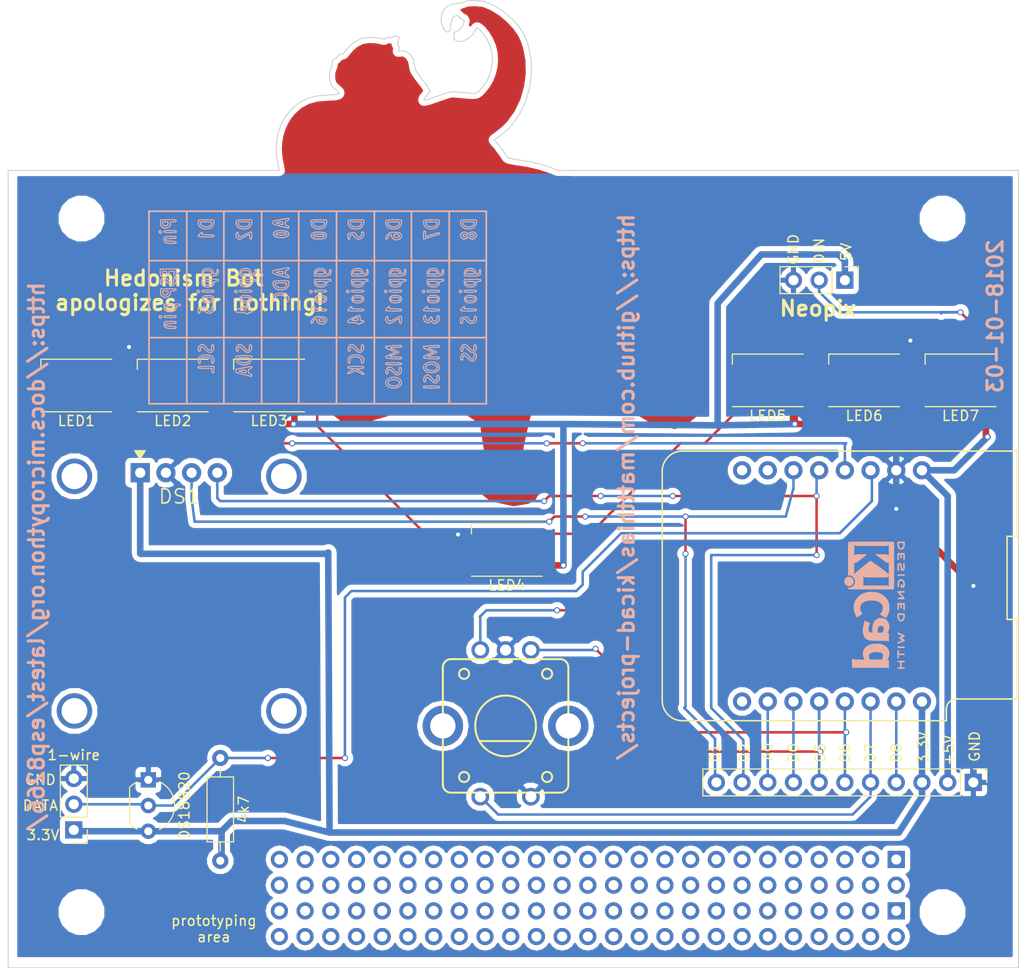
<source format=kicad_pcb>
(kicad_pcb (version 4) (host pcbnew 4.0.7+dfsg1-1~bpo9+1)
  (layers (0 F.Cu signal) (31 B.Cu signal) (34 B.Paste user) (35 F.Paste user) (36 B.SilkS user) (37 F.SilkS user) (38 B.Mask user) (39 F.Mask user) (44 Edge.Cuts user))
  (net 0 "")
  (net 1 "Net-(LED1-Pad4)")
  (net 2 "Net-(LED1-Pad2)")
  (net 3 "Net-(LED2-Pad2)")
  (net 4 "Net-(DS1-Pad4)")
  (net 5 "Net-(DS1-Pad3)")
  (net 6 GND)
  (net 7 +3V3)
  (net 8 "Net-(LED3-Pad2)")
  (net 9 "Net-(LED4-Pad2)")
  (net 10 "Net-(LED5-Pad2)")
  (net 11 "Net-(LED6-Pad2)")
  (net 12 "Net-(J1-Pad2)")
  (net 13 +5V)
  (net 14 "Net-(J2-Pad2)")
  (net 15 "Net-(J3-Pad4)")
  (net 16 "Net-(J3-Pad5)")
  (net 17 "Net-(J3-Pad6)")
  (net 18 "Net-(J3-Pad7)")
  (net 19 "Net-(J3-Pad8)")
  (net 20 "Net-(J3-Pad9)")
  (net 21 "Net-(U1-Pad7)")
  (net 22 "Net-(U1-Pad9)")
  (net 23 "Net-(U1-Pad8)")
  (module matthias:lochraster_2x25_Pitch2.54mm (layer F.Cu) (at 207.518 124.333 270)
    (fp_text reference REF** hide)
    (fp_text value Pin_Header_Straight_2x25_Pitch2.54mm hide)
    (pad 1 thru_hole rect (at 0 0 270) (size 1.7 1.7) (drill 1) (layers *.Cu *.Mask))
    (pad 2 thru_hole oval (at 2.54 0 270) (size 1.7 1.7) (drill 1) (layers *.Cu *.Mask))
    (pad 3 thru_hole oval (at 0 2.54 270) (size 1.7 1.7) (drill 1) (layers *.Cu *.Mask))
    (pad 4 thru_hole oval (at 2.54 2.54 270) (size 1.7 1.7) (drill 1) (layers *.Cu *.Mask))
    (pad 5 thru_hole oval (at 0 5.08 270) (size 1.7 1.7) (drill 1) (layers *.Cu *.Mask))
    (pad 6 thru_hole oval (at 2.54 5.08 270) (size 1.7 1.7) (drill 1) (layers *.Cu *.Mask))
    (pad 7 thru_hole oval (at 0 7.62 270) (size 1.7 1.7) (drill 1) (layers *.Cu *.Mask))
    (pad 8 thru_hole oval (at 2.54 7.62 270) (size 1.7 1.7) (drill 1) (layers *.Cu *.Mask))
    (pad 9 thru_hole oval (at 0 10.16 270) (size 1.7 1.7) (drill 1) (layers *.Cu *.Mask))
    (pad 10 thru_hole oval (at 2.54 10.16 270) (size 1.7 1.7) (drill 1) (layers *.Cu *.Mask))
    (pad 11 thru_hole oval (at 0 12.7 270) (size 1.7 1.7) (drill 1) (layers *.Cu *.Mask))
    (pad 12 thru_hole oval (at 2.54 12.7 270) (size 1.7 1.7) (drill 1) (layers *.Cu *.Mask))
    (pad 13 thru_hole oval (at 0 15.24 270) (size 1.7 1.7) (drill 1) (layers *.Cu *.Mask))
    (pad 14 thru_hole oval (at 2.54 15.24 270) (size 1.7 1.7) (drill 1) (layers *.Cu *.Mask))
    (pad 15 thru_hole oval (at 0 17.78 270) (size 1.7 1.7) (drill 1) (layers *.Cu *.Mask))
    (pad 16 thru_hole oval (at 2.54 17.78 270) (size 1.7 1.7) (drill 1) (layers *.Cu *.Mask))
    (pad 17 thru_hole oval (at 0 20.32 270) (size 1.7 1.7) (drill 1) (layers *.Cu *.Mask))
    (pad 18 thru_hole oval (at 2.54 20.32 270) (size 1.7 1.7) (drill 1) (layers *.Cu *.Mask))
    (pad 19 thru_hole oval (at 0 22.86 270) (size 1.7 1.7) (drill 1) (layers *.Cu *.Mask))
    (pad 20 thru_hole oval (at 2.54 22.86 270) (size 1.7 1.7) (drill 1) (layers *.Cu *.Mask))
    (pad 21 thru_hole oval (at 0 25.4 270) (size 1.7 1.7) (drill 1) (layers *.Cu *.Mask))
    (pad 22 thru_hole oval (at 2.54 25.4 270) (size 1.7 1.7) (drill 1) (layers *.Cu *.Mask))
    (pad 23 thru_hole oval (at 0 27.94 270) (size 1.7 1.7) (drill 1) (layers *.Cu *.Mask))
    (pad 24 thru_hole oval (at 2.54 27.94 270) (size 1.7 1.7) (drill 1) (layers *.Cu *.Mask))
    (pad 25 thru_hole oval (at 0 30.48 270) (size 1.7 1.7) (drill 1) (layers *.Cu *.Mask))
    (pad 26 thru_hole oval (at 2.54 30.48 270) (size 1.7 1.7) (drill 1) (layers *.Cu *.Mask))
    (pad 27 thru_hole oval (at 0 33.02 270) (size 1.7 1.7) (drill 1) (layers *.Cu *.Mask))
    (pad 28 thru_hole oval (at 2.54 33.02 270) (size 1.7 1.7) (drill 1) (layers *.Cu *.Mask))
    (pad 29 thru_hole oval (at 0 35.56 270) (size 1.7 1.7) (drill 1) (layers *.Cu *.Mask))
    (pad 30 thru_hole oval (at 2.54 35.56 270) (size 1.7 1.7) (drill 1) (layers *.Cu *.Mask))
    (pad 31 thru_hole oval (at 0 38.1 270) (size 1.7 1.7) (drill 1) (layers *.Cu *.Mask))
    (pad 32 thru_hole oval (at 2.54 38.1 270) (size 1.7 1.7) (drill 1) (layers *.Cu *.Mask))
    (pad 33 thru_hole oval (at 0 40.64 270) (size 1.7 1.7) (drill 1) (layers *.Cu *.Mask))
    (pad 34 thru_hole oval (at 2.54 40.64 270) (size 1.7 1.7) (drill 1) (layers *.Cu *.Mask))
    (pad 35 thru_hole oval (at 0 43.18 270) (size 1.7 1.7) (drill 1) (layers *.Cu *.Mask))
    (pad 36 thru_hole oval (at 2.54 43.18 270) (size 1.7 1.7) (drill 1) (layers *.Cu *.Mask))
    (pad 37 thru_hole oval (at 0 45.72 270) (size 1.7 1.7) (drill 1) (layers *.Cu *.Mask))
    (pad 38 thru_hole oval (at 2.54 45.72 270) (size 1.7 1.7) (drill 1) (layers *.Cu *.Mask))
    (pad 39 thru_hole oval (at 0 48.26 270) (size 1.7 1.7) (drill 1) (layers *.Cu *.Mask))
    (pad 40 thru_hole oval (at 2.54 48.26 270) (size 1.7 1.7) (drill 1) (layers *.Cu *.Mask))
    (pad 41 thru_hole oval (at 0 50.8 270) (size 1.7 1.7) (drill 1) (layers *.Cu *.Mask))
    (pad 42 thru_hole oval (at 2.54 50.8 270) (size 1.7 1.7) (drill 1) (layers *.Cu *.Mask))
    (pad 43 thru_hole oval (at 0 53.34 270) (size 1.7 1.7) (drill 1) (layers *.Cu *.Mask))
    (pad 44 thru_hole oval (at 2.54 53.34 270) (size 1.7 1.7) (drill 1) (layers *.Cu *.Mask))
    (pad 45 thru_hole oval (at 0 55.88 270) (size 1.7 1.7) (drill 1) (layers *.Cu *.Mask))
    (pad 46 thru_hole oval (at 2.54 55.88 270) (size 1.7 1.7) (drill 1) (layers *.Cu *.Mask))
    (pad 47 thru_hole oval (at 0 58.42 270) (size 1.7 1.7) (drill 1) (layers *.Cu *.Mask))
    (pad 48 thru_hole oval (at 2.54 58.42 270) (size 1.7 1.7) (drill 1) (layers *.Cu *.Mask))
    (pad 49 thru_hole oval (at 0 60.96 270) (size 1.7 1.7) (drill 1) (layers *.Cu *.Mask))
    (pad 50 thru_hole oval (at 2.54 60.96 270) (size 1.7 1.7) (drill 1) (layers *.Cu *.Mask))
  )
  (module LEDs:LED_WS2812B-PLCC4 (layer F.Cu) (at 126.492 77.47 180)
    (fp_text reference LED1 (at 0 -3.5 180) (layer F.SilkS))
    (fp_text value WS2812B)
    (pad 3 smd rect (at 2.5 1.6 180) (size 1.6 1) (layers F.Cu F.Paste F.Mask) (net 6 GND))
    (pad 4 smd rect (at 2.5 -1.6 180) (size 1.6 1) (layers F.Cu F.Paste F.Mask) (net 1 "Net-(LED1-Pad4)"))
    (pad 2 smd rect (at -2.5 1.6 180) (size 1.6 1) (layers F.Cu F.Paste F.Mask) (net 2 "Net-(LED1-Pad2)"))
    (pad 1 smd rect (at -2.5 -1.6 180) (size 1.6 1) (layers F.Cu F.Paste F.Mask) (net 13 +5V))
  )
  (module LEDs:LED_WS2812B-PLCC4 (layer F.Cu) (at 136.017 77.47 180)
    (fp_text reference LED2 (at 0 -3.5 180) (layer F.SilkS))
    (fp_text value WS2812B)
    (pad 3 smd rect (at 2.5 1.6 180) (size 1.6 1) (layers F.Cu F.Paste F.Mask) (net 6 GND))
    (pad 4 smd rect (at 2.5 -1.6 180) (size 1.6 1) (layers F.Cu F.Paste F.Mask) (net 2 "Net-(LED1-Pad2)"))
    (pad 2 smd rect (at -2.5 1.6 180) (size 1.6 1) (layers F.Cu F.Paste F.Mask) (net 3 "Net-(LED2-Pad2)"))
    (pad 1 smd rect (at -2.5 -1.6 180) (size 1.6 1) (layers F.Cu F.Paste F.Mask) (net 13 +5V))
  )
  (module display-oled-lcd-iic:LCD_Display_128x64_OLED_Ebay (layer F.Cu) (at 136.652 98.044)
    (fp_text reference DS1 (at 0 -9.6) (layer F.SilkS) (effects (font (size 1.4 1.4))))
    (fp_text value Display_OLED_LCD_IIC)
    (pad "" thru_hole circle (at -10.35 11.6) (size 3.5 3.5) (drill 2.55) (layers *.Cu *.Mask))
    (pad "" thru_hole circle (at 10.35 11.6) (size 3.5 3.5) (drill 2.55) (layers *.Cu *.Mask))
    (pad "" thru_hole circle (at 10.35 -11.6) (size 3.5 3.5) (drill 2.55) (layers *.Cu *.Mask))
    (pad "" thru_hole circle (at -10.35 -11.6) (size 3.5 3.5) (drill 2.55) (layers *.Cu *.Mask))
    (pad 4 thru_hole circle (at 3.77 -11.95) (size 1.9 1.9) (drill 1.016) (layers *.Cu *.Mask) (net 4 "Net-(DS1-Pad4)"))
    (pad 3 thru_hole circle (at 1.23 -11.95) (size 1.9 1.9) (drill 1.016) (layers *.Cu *.Mask) (net 5 "Net-(DS1-Pad3)"))
    (pad 2 thru_hole circle (at -1.31 -11.95) (size 1.9 1.9) (drill 1.016) (layers *.Cu *.Mask) (net 6 GND))
    (pad 1 thru_hole rect (at -3.85 -11.95) (size 1.9 1.9) (drill 1.016) (layers *.Cu *.Mask) (net 7 +3V3))
  )
  (module LEDs:LED_WS2812B-PLCC4 (layer F.Cu) (at 145.542 77.47 180)
    (fp_text reference LED3 (at 0 -3.5 180) (layer F.SilkS))
    (fp_text value WS2812B)
    (pad 3 smd rect (at 2.5 1.6 180) (size 1.6 1) (layers F.Cu F.Paste F.Mask) (net 6 GND))
    (pad 4 smd rect (at 2.5 -1.6 180) (size 1.6 1) (layers F.Cu F.Paste F.Mask) (net 3 "Net-(LED2-Pad2)"))
    (pad 2 smd rect (at -2.5 1.6 180) (size 1.6 1) (layers F.Cu F.Paste F.Mask) (net 8 "Net-(LED3-Pad2)"))
    (pad 1 smd rect (at -2.5 -1.6 180) (size 1.6 1) (layers F.Cu F.Paste F.Mask) (net 13 +5V))
  )
  (module LEDs:LED_WS2812B-PLCC4 (layer F.Cu) (at 169.037 93.726 180)
    (fp_text reference LED4 (at 0 -3.5 180) (layer F.SilkS))
    (fp_text value WS2812B)
    (pad 3 smd rect (at 2.5 1.6 180) (size 1.6 1) (layers F.Cu F.Paste F.Mask) (net 6 GND))
    (pad 4 smd rect (at 2.5 -1.6 180) (size 1.6 1) (layers F.Cu F.Paste F.Mask) (net 8 "Net-(LED3-Pad2)"))
    (pad 2 smd rect (at -2.5 1.6 180) (size 1.6 1) (layers F.Cu F.Paste F.Mask) (net 9 "Net-(LED4-Pad2)"))
    (pad 1 smd rect (at -2.5 -1.6 180) (size 1.6 1) (layers F.Cu F.Paste F.Mask) (net 13 +5V))
  )
  (module LEDs:LED_WS2812B-PLCC4 (layer F.Cu) (at 194.818 76.962 180)
    (fp_text reference LED5 (at 0 -3.5 180) (layer F.SilkS))
    (fp_text value WS2812B)
    (pad 3 smd rect (at 2.5 1.6 180) (size 1.6 1) (layers F.Cu F.Paste F.Mask) (net 6 GND))
    (pad 4 smd rect (at 2.5 -1.6 180) (size 1.6 1) (layers F.Cu F.Paste F.Mask) (net 9 "Net-(LED4-Pad2)"))
    (pad 2 smd rect (at -2.5 1.6 180) (size 1.6 1) (layers F.Cu F.Paste F.Mask) (net 10 "Net-(LED5-Pad2)"))
    (pad 1 smd rect (at -2.5 -1.6 180) (size 1.6 1) (layers F.Cu F.Paste F.Mask) (net 13 +5V))
  )
  (module LEDs:LED_WS2812B-PLCC4 (layer F.Cu) (at 204.343 76.962 180)
    (fp_text reference LED6 (at 0 -3.5 180) (layer F.SilkS))
    (fp_text value WS2812B)
    (pad 3 smd rect (at 2.5 1.6 180) (size 1.6 1) (layers F.Cu F.Paste F.Mask) (net 6 GND))
    (pad 4 smd rect (at 2.5 -1.6 180) (size 1.6 1) (layers F.Cu F.Paste F.Mask) (net 10 "Net-(LED5-Pad2)"))
    (pad 2 smd rect (at -2.5 1.6 180) (size 1.6 1) (layers F.Cu F.Paste F.Mask) (net 11 "Net-(LED6-Pad2)"))
    (pad 1 smd rect (at -2.5 -1.6 180) (size 1.6 1) (layers F.Cu F.Paste F.Mask) (net 13 +5V))
  )
  (module LEDs:LED_WS2812B-PLCC4 (layer F.Cu) (at 213.868 76.962 180)
    (fp_text reference LED7 (at 0 -3.5 180) (layer F.SilkS))
    (fp_text value WS2812B)
    (pad 3 smd rect (at 2.5 1.6 180) (size 1.6 1) (layers F.Cu F.Paste F.Mask) (net 6 GND))
    (pad 4 smd rect (at 2.5 -1.6 180) (size 1.6 1) (layers F.Cu F.Paste F.Mask) (net 11 "Net-(LED6-Pad2)"))
    (pad 2 smd rect (at -2.5 1.6 180) (size 1.6 1) (layers F.Cu F.Paste F.Mask) (net 14 "Net-(J2-Pad2)"))
    (pad 1 smd rect (at -2.5 -1.6 180) (size 1.6 1) (layers F.Cu F.Paste F.Mask) (net 13 +5V))
  )
  (module TO_SOT_Packages_THT:TO-92_Inline_Wide (layer F.Cu) (at 133.604 116.459 270)
    (fp_text reference DS18B20 (at 2.54 -3.56 270) (layer F.SilkS))
    (fp_text value DS18B20)
    (pad 2 thru_hole circle (at 2.54 0) (size 1.52 1.52) (drill 0.8) (layers *.Cu *.Mask) (net 12 "Net-(J1-Pad2)"))
    (pad 3 thru_hole circle (at 5.08 0) (size 1.52 1.52) (drill 0.8) (layers *.Cu *.Mask) (net 7 +3V3))
    (pad 1 thru_hole rect (at 0 0) (size 1.52 1.52) (drill 0.8) (layers *.Cu *.Mask) (net 6 GND))
  )
  (module wemos-d1-mini:wemos-d1-mini-with-pin-header-and-connector (layer F.Cu) (at 201.168 97.282 180)
    (fp_text reference U1 hide)
    (fp_text value WeMos_mini)
    (pad 16 thru_hole circle (at -8.89 -11.43 180) (size 1.8 1.8) (drill 1.016) (layers *.Cu *.Mask) (net 7 +3V3))
    (pad 1 thru_hole circle (at -8.89 11.43 180) (size 1.8 1.8) (drill 1.016) (layers *.Cu *.Mask) (net 13 +5V))
    (pad 15 thru_hole circle (at -6.35 -11.43 180) (size 1.8 1.8) (drill 1.016) (layers *.Cu *.Mask) (net 15 "Net-(J3-Pad4)"))
    (pad 2 thru_hole circle (at -6.35 11.43 180) (size 1.8 1.8) (drill 1.016) (layers *.Cu *.Mask) (net 6 GND))
    (pad 14 thru_hole circle (at -3.81 -11.43 180) (size 1.8 1.8) (drill 1.016) (layers *.Cu *.Mask) (net 16 "Net-(J3-Pad5)"))
    (pad 3 thru_hole circle (at -3.81 11.43 180) (size 1.8 1.8) (drill 1.016) (layers *.Cu *.Mask) (net 12 "Net-(J1-Pad2)"))
    (pad 13 thru_hole circle (at -1.27 -11.43 180) (size 1.8 1.8) (drill 1.016) (layers *.Cu *.Mask) (net 17 "Net-(J3-Pad6)"))
    (pad 4 thru_hole circle (at -1.27 11.43 180) (size 1.8 1.8) (drill 1.016) (layers *.Cu *.Mask) (net 1 "Net-(LED1-Pad4)"))
    (pad 12 thru_hole circle (at 1.27 -11.43 180) (size 1.8 1.8) (drill 1.016) (layers *.Cu *.Mask) (net 18 "Net-(J3-Pad7)"))
    (pad 5 thru_hole circle (at 1.27 11.43 180) (size 1.8 1.8) (drill 1.016) (layers *.Cu *.Mask) (net 4 "Net-(DS1-Pad4)"))
    (pad 11 thru_hole circle (at 3.81 -11.43 180) (size 1.8 1.8) (drill 1.016) (layers *.Cu *.Mask) (net 19 "Net-(J3-Pad8)"))
    (pad 6 thru_hole circle (at 3.81 11.43 180) (size 1.8 1.8) (drill 1.016) (layers *.Cu *.Mask) (net 5 "Net-(DS1-Pad3)"))
    (pad 10 thru_hole circle (at 6.35 -11.43 180) (size 1.8 1.8) (drill 1.016) (layers *.Cu *.Mask) (net 20 "Net-(J3-Pad9)"))
    (pad 7 thru_hole circle (at 6.35 11.43 180) (size 1.8 1.8) (drill 1.016) (layers *.Cu *.Mask) (net 21 "Net-(U1-Pad7)"))
    (pad 9 thru_hole circle (at 8.89 -11.43 180) (size 1.8 1.8) (drill 1.016) (layers *.Cu *.Mask) (net 22 "Net-(U1-Pad9)"))
    (pad 8 thru_hole circle (at 8.89 11.43 180) (size 1.8 1.8) (drill 1.016) (layers *.Cu *.Mask) (net 23 "Net-(U1-Pad8)"))
  )
  (module Resistors_THT:R_Axial_DIN0207_L6.3mm_D2.5mm_P10.16mm_Horizontal (layer F.Cu) (at 140.716 124.46 90)
    (fp_text reference R1 hide)
    (fp_text value 4k7 (at 5.08 2.31 90) (layer F.SilkS))
    (pad 1 thru_hole circle (at 0 0 90) (size 1.6 1.6) (drill 0.8) (layers *.Cu *.Mask) (net 7 +3V3))
    (pad 2 thru_hole oval (at 10.16 0 90) (size 1.6 1.6) (drill 0.8) (layers *.Cu *.Mask) (net 12 "Net-(J1-Pad2)"))
  )
  (module Pin_Headers:Pin_Header_Straight_1x03_Pitch2.54mm (layer F.Cu) (at 126.238 121.412 180)
    (fp_text reference J1 hide)
    (fp_text value 1-wire (at 0 7.41 180) (layer F.SilkS))
    (pad 1 thru_hole rect (at 0 0 180) (size 1.7 1.7) (drill 1) (layers *.Cu *.Mask) (net 7 +3V3))
    (pad 2 thru_hole oval (at 0 2.54 180) (size 1.7 1.7) (drill 1) (layers *.Cu *.Mask) (net 12 "Net-(J1-Pad2)"))
    (pad 3 thru_hole oval (at 0 5.08 180) (size 1.7 1.7) (drill 1) (layers *.Cu *.Mask) (net 6 GND))
  )
  (module Pin_Headers:Pin_Header_Straight_1x03_Pitch2.54mm (layer F.Cu) (at 202.438 67.056 270)
    (fp_text reference J2 hide)
    (fp_text value WS2812B)
    (pad 1 thru_hole rect (at 0 0 270) (size 1.7 1.7) (drill 1) (layers *.Cu *.Mask) (net 13 +5V))
    (pad 2 thru_hole oval (at 0 2.54 270) (size 1.7 1.7) (drill 1) (layers *.Cu *.Mask) (net 14 "Net-(J2-Pad2)"))
    (pad 3 thru_hole oval (at 0 5.08 270) (size 1.7 1.7) (drill 1) (layers *.Cu *.Mask) (net 6 GND))
  )
  (module Pin_Headers:Pin_Header_Straight_1x11_Pitch2.54mm (layer F.Cu) (at 215.138 116.713 270)
    (fp_text reference J3 hide)
    (fp_text value Screw_Terminal_01x11)
    (pad 1 thru_hole rect (at 0 0 270) (size 1.7 1.7) (drill 1) (layers *.Cu *.Mask) (net 6 GND))
    (pad 2 thru_hole oval (at 0 2.54 270) (size 1.7 1.7) (drill 1) (layers *.Cu *.Mask) (net 13 +5V))
    (pad 3 thru_hole oval (at 0 5.08 270) (size 1.7 1.7) (drill 1) (layers *.Cu *.Mask) (net 7 +3V3))
    (pad 4 thru_hole oval (at 0 7.62 270) (size 1.7 1.7) (drill 1) (layers *.Cu *.Mask) (net 15 "Net-(J3-Pad4)"))
    (pad 5 thru_hole oval (at 0 10.16 270) (size 1.7 1.7) (drill 1) (layers *.Cu *.Mask) (net 16 "Net-(J3-Pad5)"))
    (pad 6 thru_hole oval (at 0 12.7 270) (size 1.7 1.7) (drill 1) (layers *.Cu *.Mask) (net 17 "Net-(J3-Pad6)"))
    (pad 7 thru_hole oval (at 0 15.24 270) (size 1.7 1.7) (drill 1) (layers *.Cu *.Mask) (net 18 "Net-(J3-Pad7)"))
    (pad 8 thru_hole oval (at 0 17.78 270) (size 1.7 1.7) (drill 1) (layers *.Cu *.Mask) (net 19 "Net-(J3-Pad8)"))
    (pad 9 thru_hole oval (at 0 20.32 270) (size 1.7 1.7) (drill 1) (layers *.Cu *.Mask) (net 20 "Net-(J3-Pad9)"))
    (pad 10 thru_hole oval (at 0 22.86 270) (size 1.7 1.7) (drill 1) (layers *.Cu *.Mask) (net 4 "Net-(DS1-Pad4)"))
    (pad 11 thru_hole oval (at 0 25.4 270) (size 1.7 1.7) (drill 1) (layers *.Cu *.Mask) (net 5 "Net-(DS1-Pad3)"))
  )
  (module Mounting_Holes:MountingHole_3.5mm (layer F.Cu) (at 127 60.96)
    (fp_text reference REF** hide)
    (fp_text value MountingHole_3.5mm)
    (pad 1 np_thru_hole circle (at 0 0) (size 3.5 3.5) (drill 3.5) (layers *.Cu *.Mask))
  )
  (module Mounting_Holes:MountingHole_3.5mm (layer F.Cu) (at 212.09 60.96)
    (fp_text reference REF** hide)
    (fp_text value MountingHole_3.5mm)
    (pad 1 np_thru_hole circle (at 0 0) (size 3.5 3.5) (drill 3.5) (layers *.Cu *.Mask))
  )
  (module Mounting_Holes:MountingHole_3.5mm (layer F.Cu) (at 212.09 129.54)
    (fp_text reference REF** hide)
    (fp_text value MountingHole_3.5mm)
    (pad 1 np_thru_hole circle (at 0 0) (size 3.5 3.5) (drill 3.5) (layers *.Cu *.Mask))
  )
  (module Mounting_Holes:MountingHole_3.5mm (layer F.Cu) (at 127 129.54)
    (fp_text reference REF** hide)
    (fp_text value MountingHole_3.5mm)
    (pad 1 np_thru_hole circle (at 0 0) (size 3.5 3.5) (drill 3.5) (layers *.Cu *.Mask))
  )
  (module Rotary-Encoders:ALPS_STEC12E08_china (layer F.Cu) (at 168.91 111.125 180)
    (fp_text reference SW1 hide)
    (fp_text value Rotary_Encoder_Switch hide)
    (pad 1 thru_hole circle (at -2.5 7.5 180) (size 1.75 1.75) (drill 1.1) (layers *.Cu *.Mask) (net 18 "Net-(J3-Pad7)"))
    (pad 3 thru_hole circle (at 2.5 7.5 180) (size 1.75 1.75) (drill 1.1) (layers *.Cu *.Mask) (net 17 "Net-(J3-Pad6)"))
    (pad 2 thru_hole circle (at 0 7.5 180) (size 1.75 1.75) (drill 1.1) (layers *.Cu *.Mask) (net 6 GND))
    (pad 4 thru_hole circle (at 2.5 -7 180) (size 1.75 1.75) (drill 1.1) (layers *.Cu *.Mask) (net 16 "Net-(J3-Pad5)"))
    (pad 5 thru_hole circle (at -2.5 -7 180) (size 1.75 1.75) (drill 1.1) (layers *.Cu *.Mask) (net 6 GND))
    (pad body thru_hole oval (at 6.2 0 180) (size 4 4) (drill 2.5) (layers *.Cu *.Mask))
    (pad body thru_hole oval (at -6.2 0 180) (size 4 4) (drill 2.5) (layers *.Cu *.Mask))
  )
  (module matthias:lochraster_2x25_Pitch2.54mm (layer F.Cu) (at 207.518 129.413 270)
    (fp_text reference REF** hide)
    (fp_text value Pin_Header_Straight_2x25_Pitch2.54mm hide)
    (pad 1 thru_hole rect (at 0 0 270) (size 1.7 1.7) (drill 1) (layers *.Cu *.Mask))
    (pad 2 thru_hole oval (at 2.54 0 270) (size 1.7 1.7) (drill 1) (layers *.Cu *.Mask))
    (pad 3 thru_hole oval (at 0 2.54 270) (size 1.7 1.7) (drill 1) (layers *.Cu *.Mask))
    (pad 4 thru_hole oval (at 2.54 2.54 270) (size 1.7 1.7) (drill 1) (layers *.Cu *.Mask))
    (pad 5 thru_hole oval (at 0 5.08 270) (size 1.7 1.7) (drill 1) (layers *.Cu *.Mask))
    (pad 6 thru_hole oval (at 2.54 5.08 270) (size 1.7 1.7) (drill 1) (layers *.Cu *.Mask))
    (pad 7 thru_hole oval (at 0 7.62 270) (size 1.7 1.7) (drill 1) (layers *.Cu *.Mask))
    (pad 8 thru_hole oval (at 2.54 7.62 270) (size 1.7 1.7) (drill 1) (layers *.Cu *.Mask))
    (pad 9 thru_hole oval (at 0 10.16 270) (size 1.7 1.7) (drill 1) (layers *.Cu *.Mask))
    (pad 10 thru_hole oval (at 2.54 10.16 270) (size 1.7 1.7) (drill 1) (layers *.Cu *.Mask))
    (pad 11 thru_hole oval (at 0 12.7 270) (size 1.7 1.7) (drill 1) (layers *.Cu *.Mask))
    (pad 12 thru_hole oval (at 2.54 12.7 270) (size 1.7 1.7) (drill 1) (layers *.Cu *.Mask))
    (pad 13 thru_hole oval (at 0 15.24 270) (size 1.7 1.7) (drill 1) (layers *.Cu *.Mask))
    (pad 14 thru_hole oval (at 2.54 15.24 270) (size 1.7 1.7) (drill 1) (layers *.Cu *.Mask))
    (pad 15 thru_hole oval (at 0 17.78 270) (size 1.7 1.7) (drill 1) (layers *.Cu *.Mask))
    (pad 16 thru_hole oval (at 2.54 17.78 270) (size 1.7 1.7) (drill 1) (layers *.Cu *.Mask))
    (pad 17 thru_hole oval (at 0 20.32 270) (size 1.7 1.7) (drill 1) (layers *.Cu *.Mask))
    (pad 18 thru_hole oval (at 2.54 20.32 270) (size 1.7 1.7) (drill 1) (layers *.Cu *.Mask))
    (pad 19 thru_hole oval (at 0 22.86 270) (size 1.7 1.7) (drill 1) (layers *.Cu *.Mask))
    (pad 20 thru_hole oval (at 2.54 22.86 270) (size 1.7 1.7) (drill 1) (layers *.Cu *.Mask))
    (pad 21 thru_hole oval (at 0 25.4 270) (size 1.7 1.7) (drill 1) (layers *.Cu *.Mask))
    (pad 22 thru_hole oval (at 2.54 25.4 270) (size 1.7 1.7) (drill 1) (layers *.Cu *.Mask))
    (pad 23 thru_hole oval (at 0 27.94 270) (size 1.7 1.7) (drill 1) (layers *.Cu *.Mask))
    (pad 24 thru_hole oval (at 2.54 27.94 270) (size 1.7 1.7) (drill 1) (layers *.Cu *.Mask))
    (pad 25 thru_hole oval (at 0 30.48 270) (size 1.7 1.7) (drill 1) (layers *.Cu *.Mask))
    (pad 26 thru_hole oval (at 2.54 30.48 270) (size 1.7 1.7) (drill 1) (layers *.Cu *.Mask))
    (pad 27 thru_hole oval (at 0 33.02 270) (size 1.7 1.7) (drill 1) (layers *.Cu *.Mask))
    (pad 28 thru_hole oval (at 2.54 33.02 270) (size 1.7 1.7) (drill 1) (layers *.Cu *.Mask))
    (pad 29 thru_hole oval (at 0 35.56 270) (size 1.7 1.7) (drill 1) (layers *.Cu *.Mask))
    (pad 30 thru_hole oval (at 2.54 35.56 270) (size 1.7 1.7) (drill 1) (layers *.Cu *.Mask))
    (pad 31 thru_hole oval (at 0 38.1 270) (size 1.7 1.7) (drill 1) (layers *.Cu *.Mask))
    (pad 32 thru_hole oval (at 2.54 38.1 270) (size 1.7 1.7) (drill 1) (layers *.Cu *.Mask))
    (pad 33 thru_hole oval (at 0 40.64 270) (size 1.7 1.7) (drill 1) (layers *.Cu *.Mask))
    (pad 34 thru_hole oval (at 2.54 40.64 270) (size 1.7 1.7) (drill 1) (layers *.Cu *.Mask))
    (pad 35 thru_hole oval (at 0 43.18 270) (size 1.7 1.7) (drill 1) (layers *.Cu *.Mask))
    (pad 36 thru_hole oval (at 2.54 43.18 270) (size 1.7 1.7) (drill 1) (layers *.Cu *.Mask))
    (pad 37 thru_hole oval (at 0 45.72 270) (size 1.7 1.7) (drill 1) (layers *.Cu *.Mask))
    (pad 38 thru_hole oval (at 2.54 45.72 270) (size 1.7 1.7) (drill 1) (layers *.Cu *.Mask))
    (pad 39 thru_hole oval (at 0 48.26 270) (size 1.7 1.7) (drill 1) (layers *.Cu *.Mask))
    (pad 40 thru_hole oval (at 2.54 48.26 270) (size 1.7 1.7) (drill 1) (layers *.Cu *.Mask))
    (pad 41 thru_hole oval (at 0 50.8 270) (size 1.7 1.7) (drill 1) (layers *.Cu *.Mask))
    (pad 42 thru_hole oval (at 2.54 50.8 270) (size 1.7 1.7) (drill 1) (layers *.Cu *.Mask))
    (pad 43 thru_hole oval (at 0 53.34 270) (size 1.7 1.7) (drill 1) (layers *.Cu *.Mask))
    (pad 44 thru_hole oval (at 2.54 53.34 270) (size 1.7 1.7) (drill 1) (layers *.Cu *.Mask))
    (pad 45 thru_hole oval (at 0 55.88 270) (size 1.7 1.7) (drill 1) (layers *.Cu *.Mask))
    (pad 46 thru_hole oval (at 2.54 55.88 270) (size 1.7 1.7) (drill 1) (layers *.Cu *.Mask))
    (pad 47 thru_hole oval (at 0 58.42 270) (size 1.7 1.7) (drill 1) (layers *.Cu *.Mask))
    (pad 48 thru_hole oval (at 2.54 58.42 270) (size 1.7 1.7) (drill 1) (layers *.Cu *.Mask))
    (pad 49 thru_hole oval (at 0 60.96 270) (size 1.7 1.7) (drill 1) (layers *.Cu *.Mask))
    (pad 50 thru_hole oval (at 2.54 60.96 270) (size 1.7 1.7) (drill 1) (layers *.Cu *.Mask))
  )
  (module Symbols:KiCad-Logo2_6mm_SilkScreen (layer B.Cu) (at 205.359 99.187 270)
    (fp_text reference REF*** hide)
    (fp_text value KiCad-Logo2_6mm_SilkScreen hide)
  )
  (gr_text "prototyping\narea" (at 140.081 131.191) (layer F.SilkS) (effects (font (size 1 1))))
  (gr_text 2018-01-03 (at 217.297 70.612 90) (layer B.SilkS) (effects (font (size 1.5 1.5) (thickness 0.3)) (justify mirror)))
  (gr_text https://github.com/mattthias/kicad-projects/ (at 180.848 87.503 90) (layer B.SilkS) (effects (font (size 1.5 1.5) (thickness 0.3)) (justify mirror)))
  (gr_text https://docs.micropython.org/latest/esp8266/ (at 122.555 94.361 90) (layer B.SilkS) (effects (font (size 1.5 1.5) (thickness 0.3)) (justify mirror)))
  (gr_line (start 137.370596 79.236776) (end 135.53887 79.236818) (layer B.SilkS) (width 0.1))
  (gr_line (start 137.370596 76.004319) (end 137.370596 79.236776) (layer B.SilkS) (width 0.1))
  (gr_line (start 137.370596 72.771902) (end 137.370596 76.004319) (layer B.SilkS) (width 0.1))
  (gr_line (start 135.53887 72.771902) (end 137.370596 72.771902) (layer B.SilkS) (width 0.1))
  (gr_line (start 133.707144 72.771902) (end 135.53887 72.771902) (layer B.SilkS) (width 0.1))
  (gr_line (start 133.707144 76.004361) (end 133.707144 72.771902) (layer B.SilkS) (width 0.1))
  (gr_line (start 133.707144 79.236818) (end 133.707144 76.004361) (layer B.SilkS) (width 0.1))
  (gr_line (start 135.53887 79.236818) (end 133.707144 79.236818) (layer B.SilkS) (width 0.1))
  (gr_line (start 134.850204 70.577145) (end 134.850203 70.577142) (layer B.SilkS) (width 0.1))
  (gr_line (start 134.928295 70.688763) (end 134.850204 70.577145) (layer B.SilkS) (width 0.1))
  (gr_line (start 134.903057 70.759718) (end 134.928295 70.688763) (layer B.SilkS) (width 0.1))
  (gr_line (start 134.841316 70.801423) (end 134.903057 70.759718) (layer B.SilkS) (width 0.1))
  (gr_line (start 134.764035 70.806781) (end 134.841316 70.801423) (layer B.SilkS) (width 0.1))
  (gr_line (start 134.692172 70.7687) (end 134.764035 70.806781) (layer B.SilkS) (width 0.1))
  (gr_line (start 134.658216 70.686554) (end 134.692172 70.7687) (layer B.SilkS) (width 0.1))
  (gr_line (start 134.689112 70.608002) (end 134.658216 70.686554) (layer B.SilkS) (width 0.1))
  (gr_line (start 134.761045 70.56191) (end 134.689112 70.608002) (layer B.SilkS) (width 0.1))
  (gr_line (start 134.850203 70.577142) (end 134.761045 70.56191) (layer B.SilkS) (width 0.1))
  (gr_line (start 135.797968 71.119753) (end 135.797967 71.119752) (layer B.SilkS) (width 0.1))
  (gr_line (start 136.252489 71.141126) (end 135.797968 71.119753) (layer B.SilkS) (width 0.1))
  (gr_line (start 136.34049 71.174102) (end 136.252489 71.141126) (layer B.SilkS) (width 0.1))
  (gr_line (start 136.364943 71.227503) (end 136.34049 71.174102) (layer B.SilkS) (width 0.1))
  (gr_line (start 136.341207 71.280744) (end 136.364943 71.227503) (layer B.SilkS) (width 0.1))
  (gr_line (start 136.256316 71.313737) (end 136.341207 71.280744) (layer B.SilkS) (width 0.1))
  (gr_line (start 135.820932 71.335253) (end 136.256316 71.313737) (layer B.SilkS) (width 0.1))
  (gr_line (start 135.373236 71.356568) (end 135.820932 71.335253) (layer B.SilkS) (width 0.1))
  (gr_line (start 135.305836 71.394587) (end 135.373236 71.356568) (layer B.SilkS) (width 0.1))
  (gr_line (start 135.30091 71.460959) (end 135.305836 71.394587) (layer B.SilkS) (width 0.1))
  (gr_line (start 135.334036 71.525118) (end 135.30091 71.460959) (layer B.SilkS) (width 0.1))
  (gr_line (start 135.419768 71.566662) (end 135.334036 71.525118) (layer B.SilkS) (width 0.1))
  (gr_line (start 135.84492 71.60777) (end 135.419768 71.566662) (layer B.SilkS) (width 0.1))
  (gr_line (start 136.254084 71.646676) (end 135.84492 71.60777) (layer B.SilkS) (width 0.1))
  (gr_line (start 136.339622 71.682354) (end 136.254084 71.646676) (layer B.SilkS) (width 0.1))
  (gr_line (start 136.364942 71.733476) (end 136.339622 71.682354) (layer B.SilkS) (width 0.1))
  (gr_line (start 136.342331 71.784045) (end 136.364942 71.733476) (layer B.SilkS) (width 0.1))
  (gr_line (start 136.264712 71.816201) (end 136.342331 71.784045) (layer B.SilkS) (width 0.1))
  (gr_line (start 135.885729 71.838077) (end 136.264712 71.816201) (layer B.SilkS) (width 0.1))
  (gr_line (start 135.48713 71.801494) (end 135.885729 71.838077) (layer B.SilkS) (width 0.1))
  (gr_line (start 135.344709 71.755314) (end 135.48713 71.801494) (layer B.SilkS) (width 0.1))
  (gr_line (start 135.23974 71.690133) (end 135.344709 71.755314) (layer B.SilkS) (width 0.1))
  (gr_line (start 135.171875 71.605654) (end 135.23974 71.690133) (layer B.SilkS) (width 0.1))
  (gr_line (start 135.140761 71.501569) (end 135.171875 71.605654) (layer B.SilkS) (width 0.1))
  (gr_line (start 135.14605 71.377578) (end 135.140761 71.501569) (layer B.SilkS) (width 0.1))
  (gr_line (start 135.187392 71.233377) (end 135.14605 71.377578) (layer B.SilkS) (width 0.1))
  (gr_line (start 135.234032 71.177515) (end 135.187392 71.233377) (layer B.SilkS) (width 0.1))
  (gr_line (start 135.33665 71.142691) (end 135.234032 71.177515) (layer B.SilkS) (width 0.1))
  (gr_line (start 135.797967 71.119752) (end 135.33665 71.142691) (layer B.SilkS) (width 0.1))
  (gr_line (start 135.754366 70.545093) (end 135.754366 70.545093) (layer B.SilkS) (width 0.1))
  (gr_line (start 136.245221 70.56622) (end 135.754366 70.545093) (layer B.SilkS) (width 0.1))
  (gr_line (start 136.339126 70.599165) (end 136.245221 70.56622) (layer B.SilkS) (width 0.1))
  (gr_line (start 136.364942 70.652842) (end 136.339126 70.599165) (layer B.SilkS) (width 0.1))
  (gr_line (start 136.339126 70.706518) (end 136.364942 70.652842) (layer B.SilkS) (width 0.1))
  (gr_line (start 136.245221 70.739464) (end 136.339126 70.706518) (layer B.SilkS) (width 0.1))
  (gr_line (start 135.754366 70.760591) (end 136.245221 70.739464) (layer B.SilkS) (width 0.1))
  (gr_line (start 135.263511 70.739464) (end 135.754366 70.760591) (layer B.SilkS) (width 0.1))
  (gr_line (start 135.169605 70.706518) (end 135.263511 70.739464) (layer B.SilkS) (width 0.1))
  (gr_line (start 135.14379 70.652842) (end 135.169605 70.706518) (layer B.SilkS) (width 0.1))
  (gr_line (start 135.169605 70.599165) (end 135.14379 70.652842) (layer B.SilkS) (width 0.1))
  (gr_line (start 135.263511 70.56622) (end 135.169605 70.599165) (layer B.SilkS) (width 0.1))
  (gr_line (start 135.754366 70.545093) (end 135.263511 70.56622) (layer B.SilkS) (width 0.1))
  (gr_line (start 135.413162 68.490166) (end 135.413162 68.490166) (layer B.SilkS) (width 0.1))
  (gr_line (start 135.508685 68.389191) (end 135.413162 68.490166) (layer B.SilkS) (width 0.1))
  (gr_line (start 135.561823 68.257078) (end 135.508685 68.389191) (layer B.SilkS) (width 0.1))
  (gr_line (start 135.564569 68.175312) (end 135.561823 68.257078) (layer B.SilkS) (width 0.1))
  (gr_line (start 135.531032 68.128682) (end 135.564569 68.175312) (layer B.SilkS) (width 0.1))
  (gr_line (start 135.287455 68.102792) (end 135.531032 68.128682) (layer B.SilkS) (width 0.1))
  (gr_line (start 135.043879 68.128682) (end 135.287455 68.102792) (layer B.SilkS) (width 0.1))
  (gr_line (start 135.010342 68.175311) (end 135.043879 68.128682) (layer B.SilkS) (width 0.1))
  (gr_line (start 135.013088 68.257078) (end 135.010342 68.175311) (layer B.SilkS) (width 0.1))
  (gr_line (start 135.066275 68.398381) (end 135.013088 68.257078) (layer B.SilkS) (width 0.1))
  (gr_line (start 135.164299 68.492263) (end 135.066275 68.398381) (layer B.SilkS) (width 0.1))
  (gr_line (start 135.286736 68.526824) (end 135.164299 68.492263) (layer B.SilkS) (width 0.1))
  (gr_line (start 135.413162 68.490166) (end 135.286736 68.526824) (layer B.SilkS) (width 0.1))
  (gr_line (start 135.592743 67.902822) (end 135.592744 67.902821) (layer B.SilkS) (width 0.1))
  (gr_line (start 136.224446 67.90619) (end 135.592743 67.902822) (layer B.SilkS) (width 0.1))
  (gr_line (start 136.336387 67.936728) (end 136.224446 67.90619) (layer B.SilkS) (width 0.1))
  (gr_line (start 136.364942 67.992613) (end 136.336387 67.936728) (layer B.SilkS) (width 0.1))
  (gr_line (start 136.349625 68.043854) (end 136.364942 67.992613) (layer B.SilkS) (width 0.1))
  (gr_line (start 136.300152 68.077948) (end 136.349625 68.043854) (layer B.SilkS) (width 0.1))
  (gr_line (start 136.077613 68.102792) (end 136.300152 68.077948) (layer B.SilkS) (width 0.1))
  (gr_line (start 135.836974 68.131974) (end 136.077613 68.102792) (layer B.SilkS) (width 0.1))
  (gr_line (start 135.798813 68.186129) (end 135.836974 68.131974) (layer B.SilkS) (width 0.1))
  (gr_line (start 135.790283 68.282373) (end 135.798813 68.186129) (layer B.SilkS) (width 0.1))
  (gr_line (start 135.765393 68.426493) (end 135.790283 68.282373) (layer B.SilkS) (width 0.1))
  (gr_line (start 135.697218 68.548007) (end 135.765393 68.426493) (layer B.SilkS) (width 0.1))
  (gr_line (start 135.595489 68.64333) (end 135.697218 68.548007) (layer B.SilkS) (width 0.1))
  (gr_line (start 135.469939 68.708874) (end 135.595489 68.64333) (layer B.SilkS) (width 0.1))
  (gr_line (start 135.330301 68.741052) (end 135.469939 68.708874) (layer B.SilkS) (width 0.1))
  (gr_line (start 135.18631 68.736277) (end 135.330301 68.741052) (layer B.SilkS) (width 0.1))
  (gr_line (start 135.047699 68.690964) (end 135.18631 68.736277) (layer B.SilkS) (width 0.1))
  (gr_line (start 134.9242 68.601525) (end 135.047699 68.690964) (layer B.SilkS) (width 0.1))
  (gr_line (start 134.81514 68.426986) (end 134.9242 68.601525) (layer B.SilkS) (width 0.1))
  (gr_line (start 134.798495 68.188489) (end 134.81514 68.426986) (layer B.SilkS) (width 0.1))
  (gr_line (start 134.820546 67.923209) (end 134.798495 68.188489) (layer B.SilkS) (width 0.1))
  (gr_line (start 135.592744 67.902821) (end 134.820546 67.923209) (layer B.SilkS) (width 0.1))
  (gr_line (start 136.295916 66.88372) (end 136.295914 66.883709) (layer B.SilkS) (width 0.1))
  (gr_line (start 136.343942 66.994755) (end 136.295916 66.88372) (layer B.SilkS) (width 0.1))
  (gr_line (start 136.357827 67.113564) (end 136.343942 66.994755) (layer B.SilkS) (width 0.1))
  (gr_line (start 136.297565 67.34667) (end 136.357827 67.113564) (layer B.SilkS) (width 0.1))
  (gr_line (start 136.143912 67.527361) (end 136.297565 67.34667) (layer B.SilkS) (width 0.1))
  (gr_line (start 136.041059 67.580653) (end 136.143912 67.527361) (layer B.SilkS) (width 0.1))
  (gr_line (start 135.92565 67.599965) (end 136.041059 67.580653) (layer B.SilkS) (width 0.1))
  (gr_line (start 135.739264 67.514674) (end 135.92565 67.599965) (layer B.SilkS) (width 0.1))
  (gr_line (start 135.501586 67.302291) (end 135.739264 67.514674) (layer B.SilkS) (width 0.1))
  (gr_line (start 135.288025 67.109627) (end 135.501586 67.302291) (layer B.SilkS) (width 0.1))
  (gr_line (start 135.125433 67.043933) (end 135.288025 67.109627) (layer B.SilkS) (width 0.1))
  (gr_line (start 135.067919 67.058776) (end 135.125433 67.043933) (layer B.SilkS) (width 0.1))
  (gr_line (start 135.028749 67.105449) (end 135.067919 67.058776) (layer B.SilkS) (width 0.1))
  (gr_line (start 135.012908 67.294412) (end 135.028749 67.105449) (layer B.SilkS) (width 0.1))
  (gr_line (start 135.004897 67.445148) (end 135.012908 67.294412) (layer B.SilkS) (width 0.1))
  (gr_line (start 134.928293 67.492219) (end 135.004897 67.445148) (layer B.SilkS) (width 0.1))
  (gr_line (start 134.838548 67.442244) (end 134.928293 67.492219) (layer B.SilkS) (width 0.1))
  (gr_line (start 134.800086 67.316705) (end 134.838548 67.442244) (layer B.SilkS) (width 0.1))
  (gr_line (start 134.815776 67.152179) (end 134.800086 67.316705) (layer B.SilkS) (width 0.1))
  (gr_line (start 134.888492 66.985238) (end 134.815776 67.152179) (layer B.SilkS) (width 0.1))
  (gr_line (start 134.967042 66.891745) (end 134.888492 66.985238) (layer B.SilkS) (width 0.1))
  (gr_line (start 135.056071 66.831803) (end 134.967042 66.891745) (layer B.SilkS) (width 0.1))
  (gr_line (start 135.15278 66.804827) (end 135.056071 66.831803) (layer B.SilkS) (width 0.1))
  (gr_line (start 135.254364 66.810224) (end 135.15278 66.804827) (layer B.SilkS) (width 0.1))
  (gr_line (start 135.460957 66.915875) (end 135.254364 66.810224) (layer B.SilkS) (width 0.1))
  (gr_line (start 135.653439 67.144083) (end 135.460957 66.915875) (layer B.SilkS) (width 0.1))
  (gr_line (start 135.811361 67.327646) (end 135.653439 67.144083) (layer B.SilkS) (width 0.1))
  (gr_line (start 135.959918 67.383199) (end 135.811361 67.327646) (layer B.SilkS) (width 0.1))
  (gr_line (start 136.022002 67.36348) (end 135.959918 67.383199) (layer B.SilkS) (width 0.1))
  (gr_line (start 136.071326 67.312371) (end 136.022002 67.36348) (layer B.SilkS) (width 0.1))
  (gr_line (start 136.117799 67.116799) (end 136.071326 67.312371) (layer B.SilkS) (width 0.1))
  (gr_line (start 136.134698 66.943561) (end 136.117799 67.116799) (layer B.SilkS) (width 0.1))
  (gr_line (start 136.173897 66.841887) (end 136.134698 66.943561) (layer B.SilkS) (width 0.1))
  (gr_line (start 136.229577 66.819397) (end 136.173897 66.841887) (layer B.SilkS) (width 0.1))
  (gr_line (start 136.295914 66.883709) (end 136.229577 66.819397) (layer B.SilkS) (width 0.1))
  (gr_line (start 136.364941 65.947807) (end 135.574786 65.94778) (layer B.SilkS) (width 0.1))
  (gr_line (start 136.364941 66.342885) (end 136.364941 65.947807) (layer B.SilkS) (width 0.1))
  (gr_line (start 136.342087 66.65416) (end 136.364941 66.342885) (layer B.SilkS) (width 0.1))
  (gr_line (start 136.308926 66.718885) (end 136.342087 66.65416) (layer B.SilkS) (width 0.1))
  (gr_line (start 136.257194 66.737961) (end 136.308926 66.718885) (layer B.SilkS) (width 0.1))
  (gr_line (start 136.207529 66.722245) (end 136.257194 66.737961) (layer B.SilkS) (width 0.1))
  (gr_line (start 136.174138 66.672112) (end 136.207529 66.722245) (layer B.SilkS) (width 0.1))
  (gr_line (start 136.149444 66.450626) (end 136.174138 66.672112) (layer B.SilkS) (width 0.1))
  (gr_line (start 136.144674 66.287402) (end 136.149444 66.450626) (layer B.SilkS) (width 0.1))
  (gr_line (start 136.115772 66.20178) (end 136.144674 66.287402) (layer B.SilkS) (width 0.1))
  (gr_line (start 136.040854 66.16875) (end 136.115772 66.20178) (layer B.SilkS) (width 0.1))
  (gr_line (start 135.89803 66.163299) (end 136.040854 66.16875) (layer B.SilkS) (width 0.1))
  (gr_line (start 135.757733 66.168908) (end 135.89803 66.163299) (layer B.SilkS) (width 0.1))
  (gr_line (start 135.682534 66.199211) (end 135.757733 66.168908) (layer B.SilkS) (width 0.1))
  (gr_line (start 135.652229 66.274411) (end 135.682534 66.199211) (layer B.SilkS) (width 0.1))
  (gr_line (start 135.646617 66.414709) (end 135.652229 66.274411) (layer B.SilkS) (width 0.1))
  (gr_line (start 135.620963 66.606262) (end 135.646617 66.414709) (layer B.SilkS) (width 0.1))
  (gr_line (start 135.587452 66.651532) (end 135.620963 66.606262) (layer B.SilkS) (width 0.1))
  (gr_line (start 135.538869 66.666111) (end 135.587452 66.651532) (layer B.SilkS) (width 0.1))
  (gr_line (start 135.490286 66.651532) (end 135.538869 66.666111) (layer B.SilkS) (width 0.1))
  (gr_line (start 135.456775 66.606262) (end 135.490286 66.651532) (layer B.SilkS) (width 0.1))
  (gr_line (start 135.431121 66.414709) (end 135.456775 66.606262) (layer B.SilkS) (width 0.1))
  (gr_line (start 135.425348 66.277779) (end 135.431121 66.414709) (layer B.SilkS) (width 0.1))
  (gr_line (start 135.397769 66.202206) (end 135.425348 66.277779) (layer B.SilkS) (width 0.1))
  (gr_line (start 135.332992 66.17003) (end 135.397769 66.202206) (layer B.SilkS) (width 0.1))
  (gr_line (start 135.215623 66.163283) (end 135.332992 66.17003) (layer B.SilkS) (width 0.1))
  (gr_line (start 135.098254 66.17003) (end 135.215623 66.163283) (layer B.SilkS) (width 0.1))
  (gr_line (start 135.033477 66.202206) (end 135.098254 66.17003) (layer B.SilkS) (width 0.1))
  (gr_line (start 135.005898 66.277779) (end 135.033477 66.202206) (layer B.SilkS) (width 0.1))
  (gr_line (start 135.000125 66.414709) (end 135.005898 66.277779) (layer B.SilkS) (width 0.1))
  (gr_line (start 134.974471 66.606262) (end 135.000125 66.414709) (layer B.SilkS) (width 0.1))
  (gr_line (start 134.94096 66.651532) (end 134.974471 66.606262) (layer B.SilkS) (width 0.1))
  (gr_line (start 134.892377 66.666111) (end 134.94096 66.651532) (layer B.SilkS) (width 0.1))
  (gr_line (start 134.841196 66.648146) (end 134.892377 66.666111) (layer B.SilkS) (width 0.1))
  (gr_line (start 134.807974 66.588286) (end 134.841196 66.648146) (layer B.SilkS) (width 0.1))
  (gr_line (start 134.78463 66.306942) (end 134.807974 66.588286) (layer B.SilkS) (width 0.1))
  (gr_line (start 134.78463 65.94778) (end 134.78463 66.306942) (layer B.SilkS) (width 0.1))
  (gr_line (start 135.574786 65.94778) (end 134.78463 65.94778) (layer B.SilkS) (width 0.1))
  (gr_line (start 136.135107 69.884212) (end 136.135085 69.884213) (layer B.SilkS) (width 0.1))
  (gr_line (start 136.226063 69.7579) (end 136.135107 69.884212) (layer B.SilkS) (width 0.1))
  (gr_line (start 136.226989 69.710697) (end 136.226063 69.7579) (layer B.SilkS) (width 0.1))
  (gr_line (start 136.19718 69.673364) (end 136.226989 69.710697) (layer B.SilkS) (width 0.1))
  (gr_line (start 136.042093 69.626011) (end 136.19718 69.673364) (layer B.SilkS) (width 0.1))
  (gr_line (start 135.754374 69.611247) (end 136.042093 69.626011) (layer B.SilkS) (width 0.1))
  (gr_line (start 135.395212 69.632798) (end 135.754374 69.611247) (layer B.SilkS) (width 0.1))
  (gr_line (start 135.313278 69.661755) (end 135.395212 69.632798) (layer B.SilkS) (width 0.1))
  (gr_line (start 135.287463 69.70463) (end 135.313278 69.661755) (layer B.SilkS) (width 0.1))
  (gr_line (start 135.31845 69.817826) (end 135.287463 69.70463) (layer B.SilkS) (width 0.1))
  (gr_line (start 135.409005 69.901225) (end 135.31845 69.817826) (layer B.SilkS) (width 0.1))
  (gr_line (start 135.555517 69.952772) (end 135.409005 69.901225) (layer B.SilkS) (width 0.1))
  (gr_line (start 135.754373 69.970411) (end 135.555517 69.952772) (layer B.SilkS) (width 0.1))
  (gr_line (start 135.987694 69.945091) (end 135.754373 69.970411) (layer B.SilkS) (width 0.1))
  (gr_line (start 136.135085 69.884213) (end 135.987694 69.945091) (layer B.SilkS) (width 0.1))
  (gr_line (start 135.987828 69.411368) (end 135.987827 69.411341) (layer B.SilkS) (width 0.1))
  (gr_line (start 136.64949 69.414691) (end 135.987828 69.411368) (layer B.SilkS) (width 0.1))
  (gr_line (start 136.766276 69.445216) (end 136.64949 69.414691) (layer B.SilkS) (width 0.1))
  (gr_line (start 136.795943 69.501157) (end 136.766276 69.445216) (layer B.SilkS) (width 0.1))
  (gr_line (start 136.742836 69.584126) (end 136.795943 69.501157) (layer B.SilkS) (width 0.1))
  (gr_line (start 136.580446 69.611259) (end 136.742836 69.584126) (layer B.SilkS) (width 0.1))
  (gr_line (start 136.404657 69.644044) (end 136.580446 69.611259) (layer B.SilkS) (width 0.1))
  (gr_line (start 136.373105 69.698184) (end 136.404657 69.644044) (layer B.SilkS) (width 0.1))
  (gr_line (start 136.364948 69.789183) (end 136.373105 69.698184) (layer B.SilkS) (width 0.1))
  (gr_line (start 136.313826 69.968102) (end 136.364948 69.789183) (layer B.SilkS) (width 0.1))
  (gr_line (start 136.170505 70.096059) (end 136.313826 69.968102) (layer B.SilkS) (width 0.1))
  (gr_line (start 135.950055 70.164902) (end 136.170505 70.096059) (layer B.SilkS) (width 0.1))
  (gr_line (start 135.667543 70.166463) (end 135.950055 70.164902) (layer B.SilkS) (width 0.1))
  (gr_line (start 135.420028 70.111874) (end 135.667543 70.166463) (layer B.SilkS) (width 0.1))
  (gr_line (start 135.255901 70.010397) (end 135.420028 70.111874) (layer B.SilkS) (width 0.1))
  (gr_line (start 135.170357 69.857127) (end 135.255901 70.010397) (layer B.SilkS) (width 0.1))
  (gr_line (start 135.158591 69.64716) (end 135.170357 69.857127) (layer B.SilkS) (width 0.1))
  (gr_line (start 135.179713 69.431664) (end 135.158591 69.64716) (layer B.SilkS) (width 0.1))
  (gr_line (start 135.987827 69.411341) (end 135.179713 69.431664) (layer B.SilkS) (width 0.1))
  (gr_line (start 137.3706 72.700028) (end 135.538875 72.700028) (layer B.SilkS) (width 0.1))
  (gr_line (start 137.3706 68.928824) (end 137.3706 72.700028) (layer B.SilkS) (width 0.1))
  (gr_line (start 137.3706 65.157623) (end 137.3706 68.928824) (layer B.SilkS) (width 0.1))
  (gr_line (start 135.538875 65.157623) (end 137.3706 65.157623) (layer B.SilkS) (width 0.1))
  (gr_line (start 133.707149 65.157623) (end 135.538875 65.157623) (layer B.SilkS) (width 0.1))
  (gr_line (start 133.707149 68.928824) (end 133.707149 65.157623) (layer B.SilkS) (width 0.1))
  (gr_line (start 133.707149 72.700028) (end 133.707149 68.928824) (layer B.SilkS) (width 0.1))
  (gr_line (start 135.538875 72.700028) (end 133.707149 72.700028) (layer B.SilkS) (width 0.1))
  (gr_line (start 134.850204 62.172711) (end 134.850203 62.172729) (layer B.SilkS) (width 0.1))
  (gr_line (start 134.928295 62.284328) (end 134.850204 62.172711) (layer B.SilkS) (width 0.1))
  (gr_line (start 134.903057 62.355281) (end 134.928295 62.284328) (layer B.SilkS) (width 0.1))
  (gr_line (start 134.841317 62.396987) (end 134.903057 62.355281) (layer B.SilkS) (width 0.1))
  (gr_line (start 134.764035 62.402358) (end 134.841317 62.396987) (layer B.SilkS) (width 0.1))
  (gr_line (start 134.692172 62.364277) (end 134.764035 62.402358) (layer B.SilkS) (width 0.1))
  (gr_line (start 134.658216 62.282132) (end 134.692172 62.364277) (layer B.SilkS) (width 0.1))
  (gr_line (start 134.689112 62.20358) (end 134.658216 62.282132) (layer B.SilkS) (width 0.1))
  (gr_line (start 134.761046 62.157489) (end 134.689112 62.20358) (layer B.SilkS) (width 0.1))
  (gr_line (start 134.850203 62.172729) (end 134.761046 62.157489) (layer B.SilkS) (width 0.1))
  (gr_line (start 135.797969 62.715339) (end 135.797967 62.715355) (layer B.SilkS) (width 0.1))
  (gr_line (start 136.252489 62.736718) (end 135.797969 62.715339) (layer B.SilkS) (width 0.1))
  (gr_line (start 136.340491 62.769693) (end 136.252489 62.736718) (layer B.SilkS) (width 0.1))
  (gr_line (start 136.364943 62.823096) (end 136.340491 62.769693) (layer B.SilkS) (width 0.1))
  (gr_line (start 136.341208 62.876336) (end 136.364943 62.823096) (layer B.SilkS) (width 0.1))
  (gr_line (start 136.256316 62.909329) (end 136.341208 62.876336) (layer B.SilkS) (width 0.1))
  (gr_line (start 135.820932 62.93084) (end 136.256316 62.909329) (layer B.SilkS) (width 0.1))
  (gr_line (start 135.373237 62.952165) (end 135.820932 62.93084) (layer B.SilkS) (width 0.1))
  (gr_line (start 135.305837 62.990186) (end 135.373237 62.952165) (layer B.SilkS) (width 0.1))
  (gr_line (start 135.30091 63.056556) (end 135.305837 62.990186) (layer B.SilkS) (width 0.1))
  (gr_line (start 135.334036 63.120715) (end 135.30091 63.056556) (layer B.SilkS) (width 0.1))
  (gr_line (start 135.419768 63.16226) (end 135.334036 63.120715) (layer B.SilkS) (width 0.1))
  (gr_line (start 135.84492 63.203368) (end 135.419768 63.16226) (layer B.SilkS) (width 0.1))
  (gr_line (start 136.254084 63.242273) (end 135.84492 63.203368) (layer B.SilkS) (width 0.1))
  (gr_line (start 136.339622 63.277952) (end 136.254084 63.242273) (layer B.SilkS) (width 0.1))
  (gr_line (start 136.364942 63.329075) (end 136.339622 63.277952) (layer B.SilkS) (width 0.1))
  (gr_line (start 136.342331 63.379644) (end 136.364942 63.329075) (layer B.SilkS) (width 0.1))
  (gr_line (start 136.264712 63.411799) (end 136.342331 63.379644) (layer B.SilkS) (width 0.1))
  (gr_line (start 135.885729 63.43368) (end 136.264712 63.411799) (layer B.SilkS) (width 0.1))
  (gr_line (start 135.48713 63.397099) (end 135.885729 63.43368) (layer B.SilkS) (width 0.1))
  (gr_line (start 135.344709 63.350916) (end 135.48713 63.397099) (layer B.SilkS) (width 0.1))
  (gr_line (start 135.239741 63.285736) (end 135.344709 63.350916) (layer B.SilkS) (width 0.1))
  (gr_line (start 135.171875 63.201257) (end 135.239741 63.285736) (layer B.SilkS) (width 0.1))
  (gr_line (start 135.140761 63.097173) (end 135.171875 63.201257) (layer B.SilkS) (width 0.1))
  (gr_line (start 135.14605 62.973181) (end 135.140761 63.097173) (layer B.SilkS) (width 0.1))
  (gr_line (start 135.187392 62.828978) (end 135.14605 62.973181) (layer B.SilkS) (width 0.1))
  (gr_line (start 135.234032 62.773116) (end 135.187392 62.828978) (layer B.SilkS) (width 0.1))
  (gr_line (start 135.33665 62.738294) (end 135.234032 62.773116) (layer B.SilkS) (width 0.1))
  (gr_line (start 135.797967 62.715355) (end 135.33665 62.738294) (layer B.SilkS) (width 0.1))
  (gr_line (start 135.754366 62.140696) (end 135.754366 62.140696) (layer B.SilkS) (width 0.1))
  (gr_line (start 136.245221 62.161836) (end 135.754366 62.140696) (layer B.SilkS) (width 0.1))
  (gr_line (start 136.339127 62.194779) (end 136.245221 62.161836) (layer B.SilkS) (width 0.1))
  (gr_line (start 136.364942 62.248458) (end 136.339127 62.194779) (layer B.SilkS) (width 0.1))
  (gr_line (start 136.339127 62.302134) (end 136.364942 62.248458) (layer B.SilkS) (width 0.1))
  (gr_line (start 136.245221 62.335077) (end 136.339127 62.302134) (layer B.SilkS) (width 0.1))
  (gr_line (start 135.754366 62.356191) (end 136.245221 62.335077) (layer B.SilkS) (width 0.1))
  (gr_line (start 135.263511 62.335077) (end 135.754366 62.356191) (layer B.SilkS) (width 0.1))
  (gr_line (start 135.169605 62.302134) (end 135.263511 62.335077) (layer B.SilkS) (width 0.1))
  (gr_line (start 135.14379 62.248458) (end 135.169605 62.302134) (layer B.SilkS) (width 0.1))
  (gr_line (start 135.169605 62.194779) (end 135.14379 62.248458) (layer B.SilkS) (width 0.1))
  (gr_line (start 135.263511 62.161836) (end 135.169605 62.194779) (layer B.SilkS) (width 0.1))
  (gr_line (start 135.754366 62.140696) (end 135.263511 62.161836) (layer B.SilkS) (width 0.1))
  (gr_line (start 135.413162 61.666081) (end 135.413162 61.666081) (layer B.SilkS) (width 0.1))
  (gr_line (start 135.508685 61.565106) (end 135.413162 61.666081) (layer B.SilkS) (width 0.1))
  (gr_line (start 135.561823 61.432994) (end 135.508685 61.565106) (layer B.SilkS) (width 0.1))
  (gr_line (start 135.564569 61.351227) (end 135.561823 61.432994) (layer B.SilkS) (width 0.1))
  (gr_line (start 135.531032 61.304597) (end 135.564569 61.351227) (layer B.SilkS) (width 0.1))
  (gr_line (start 135.287455 61.278694) (end 135.531032 61.304597) (layer B.SilkS) (width 0.1))
  (gr_line (start 135.043878 61.304597) (end 135.287455 61.278694) (layer B.SilkS) (width 0.1))
  (gr_line (start 135.010341 61.351227) (end 135.043878 61.304597) (layer B.SilkS) (width 0.1))
  (gr_line (start 135.013088 61.432994) (end 135.010341 61.351227) (layer B.SilkS) (width 0.1))
  (gr_line (start 135.066274 61.574292) (end 135.013088 61.432994) (layer B.SilkS) (width 0.1))
  (gr_line (start 135.164298 61.668174) (end 135.066274 61.574292) (layer B.SilkS) (width 0.1))
  (gr_line (start 135.286736 61.702739) (end 135.164298 61.668174) (layer B.SilkS) (width 0.1))
  (gr_line (start 135.413162 61.666081) (end 135.286736 61.702739) (layer B.SilkS) (width 0.1))
  (gr_line (start 135.592743 61.078735) (end 135.592744 61.078703) (layer B.SilkS) (width 0.1))
  (gr_line (start 136.224445 61.082095) (end 135.592743 61.078735) (layer B.SilkS) (width 0.1))
  (gr_line (start 136.336387 61.112636) (end 136.224445 61.082095) (layer B.SilkS) (width 0.1))
  (gr_line (start 136.364941 61.168522) (end 136.336387 61.112636) (layer B.SilkS) (width 0.1))
  (gr_line (start 136.349625 61.219761) (end 136.364941 61.168522) (layer B.SilkS) (width 0.1))
  (gr_line (start 136.300152 61.253855) (end 136.349625 61.219761) (layer B.SilkS) (width 0.1))
  (gr_line (start 136.077612 61.278699) (end 136.300152 61.253855) (layer B.SilkS) (width 0.1))
  (gr_line (start 135.836974 61.30788) (end 136.077612 61.278699) (layer B.SilkS) (width 0.1))
  (gr_line (start 135.798812 61.362035) (end 135.836974 61.30788) (layer B.SilkS) (width 0.1))
  (gr_line (start 135.790282 61.45828) (end 135.798812 61.362035) (layer B.SilkS) (width 0.1))
  (gr_line (start 135.765393 61.602399) (end 135.790282 61.45828) (layer B.SilkS) (width 0.1))
  (gr_line (start 135.697217 61.723914) (end 135.765393 61.602399) (layer B.SilkS) (width 0.1))
  (gr_line (start 135.595488 61.819238) (end 135.697217 61.723914) (layer B.SilkS) (width 0.1))
  (gr_line (start 135.469938 61.88478) (end 135.595488 61.819238) (layer B.SilkS) (width 0.1))
  (gr_line (start 135.330301 61.916959) (end 135.469938 61.88478) (layer B.SilkS) (width 0.1))
  (gr_line (start 135.18631 61.91217) (end 135.330301 61.916959) (layer B.SilkS) (width 0.1))
  (gr_line (start 135.047698 61.866858) (end 135.18631 61.91217) (layer B.SilkS) (width 0.1))
  (gr_line (start 134.9242 61.777418) (end 135.047698 61.866858) (layer B.SilkS) (width 0.1))
  (gr_line (start 134.81514 61.60288) (end 134.9242 61.777418) (layer B.SilkS) (width 0.1))
  (gr_line (start 134.798495 61.364382) (end 134.81514 61.60288) (layer B.SilkS) (width 0.1))
  (gr_line (start 134.820545 61.099103) (end 134.798495 61.364382) (layer B.SilkS) (width 0.1))
  (gr_line (start 135.592744 61.078703) (end 134.820545 61.099103) (layer B.SilkS) (width 0.1))
  (gr_line (start 137.370595 65.085792) (end 135.53887 65.085792) (layer B.SilkS) (width 0.1))
  (gr_line (start 137.370595 62.679404) (end 137.370595 65.085792) (layer B.SilkS) (width 0.1))
  (gr_line (start 137.370595 60.273018) (end 137.370595 62.679404) (layer B.SilkS) (width 0.1))
  (gr_line (start 135.53887 60.273018) (end 137.370595 60.273018) (layer B.SilkS) (width 0.1))
  (gr_line (start 133.707143 60.273018) (end 135.53887 60.273018) (layer B.SilkS) (width 0.1))
  (gr_line (start 133.707143 62.679404) (end 133.707143 60.273018) (layer B.SilkS) (width 0.1))
  (gr_line (start 133.707143 65.085792) (end 133.707143 62.679404) (layer B.SilkS) (width 0.1))
  (gr_line (start 135.53887 65.085792) (end 133.707143 65.085792) (layer B.SilkS) (width 0.1))
  (gr_line (start 140.100263 75.573495) (end 139.310105 75.573493) (layer B.SilkS) (width 0.1))
  (gr_line (start 140.100263 75.896742) (end 140.100263 75.573495) (layer B.SilkS) (width 0.1))
  (gr_line (start 140.076318 76.148154) (end 140.100263 75.896742) (layer B.SilkS) (width 0.1))
  (gr_line (start 140.043021 76.203151) (end 140.076318 76.148154) (layer B.SilkS) (width 0.1))
  (gr_line (start 139.992513 76.219978) (end 140.043021 76.203151) (layer B.SilkS) (width 0.1))
  (gr_line (start 139.911703 76.166104) (end 139.992513 76.219978) (layer B.SilkS) (width 0.1))
  (gr_line (start 139.884766 76.00448) (end 139.911703 76.166104) (layer B.SilkS) (width 0.1))
  (gr_line (start 139.884766 75.788982) (end 139.884766 76.00448) (layer B.SilkS) (width 0.1))
  (gr_line (start 139.202358 75.788982) (end 139.884766 75.788982) (layer B.SilkS) (width 0.1))
  (gr_line (start 138.651642 75.768186) (end 139.202358 75.788982) (layer B.SilkS) (width 0.1))
  (gr_line (start 138.548009 75.735283) (end 138.651642 75.768186) (layer B.SilkS) (width 0.1))
  (gr_line (start 138.51995 75.681231) (end 138.548009 75.735283) (layer B.SilkS) (width 0.1))
  (gr_line (start 138.551376 75.626748) (end 138.51995 75.681231) (layer B.SilkS) (width 0.1))
  (gr_line (start 138.669601 75.593892) (end 138.551376 75.626748) (layer B.SilkS) (width 0.1))
  (gr_line (start 139.310105 75.573493) (end 138.669601 75.593892) (layer B.SilkS) (width 0.1))
  (gr_line (start 140.010472 74.692549) (end 140.01046 74.692607) (layer B.SilkS) (width 0.1))
  (gr_line (start 140.070902 74.810379) (end 140.010472 74.692549) (layer B.SilkS) (width 0.1))
  (gr_line (start 140.095762 74.946883) (end 140.070902 74.810379) (layer B.SilkS) (width 0.1))
  (gr_line (start 140.0842 75.084479) (end 140.095762 74.946883) (layer B.SilkS) (width 0.1))
  (gr_line (start 140.035361 75.205574) (end 140.0842 75.084479) (layer B.SilkS) (width 0.1))
  (gr_line (start 139.964212 75.270367) (end 140.035361 75.205574) (layer B.SilkS) (width 0.1))
  (gr_line (start 139.901172 75.254916) (end 139.964212 75.270367) (layer B.SilkS) (width 0.1))
  (gr_line (start 139.862683 75.174705) (end 139.901172 75.254916) (layer B.SilkS) (width 0.1))
  (gr_line (start 139.86517 75.045228) (end 139.862683 75.174705) (layer B.SilkS) (width 0.1))
  (gr_line (start 139.845173 74.885766) (end 139.86517 75.045228) (layer B.SilkS) (width 0.1))
  (gr_line (start 139.731205 74.757033) (end 139.845173 74.885766) (layer B.SilkS) (width 0.1))
  (gr_line (start 139.540275 74.671007) (end 139.731205 74.757033) (layer B.SilkS) (width 0.1))
  (gr_line (start 139.28939 74.63967) (end 139.540275 74.671007) (layer B.SilkS) (width 0.1))
  (gr_line (start 139.02748 74.660889) (end 139.28939 74.63967) (layer B.SilkS) (width 0.1))
  (gr_line (start 138.854408 74.727625) (end 139.02748 74.660889) (layer B.SilkS) (width 0.1))
  (gr_line (start 138.763609 74.844431) (end 138.854408 74.727625) (layer B.SilkS) (width 0.1))
  (gr_line (start 138.748517 75.015873) (end 138.763609 74.844431) (layer B.SilkS) (width 0.1))
  (gr_line (start 138.738553 75.182065) (end 138.748517 75.015873) (layer B.SilkS) (width 0.1))
  (gr_line (start 138.684616 75.263475) (end 138.738553 75.182065) (layer B.SilkS) (width 0.1))
  (gr_line (start 138.613505 75.24633) (end 138.684616 75.263475) (layer B.SilkS) (width 0.1))
  (gr_line (start 138.552016 75.116859) (end 138.613505 75.24633) (layer B.SilkS) (width 0.1))
  (gr_line (start 138.531344 74.931471) (end 138.552016 75.116859) (layer B.SilkS) (width 0.1))
  (gr_line (start 138.567776 74.770853) (end 138.531344 74.931471) (layer B.SilkS) (width 0.1))
  (gr_line (start 138.660521 74.636804) (end 138.567776 74.770853) (layer B.SilkS) (width 0.1))
  (gr_line (start 138.80879 74.531124) (end 138.660521 74.636804) (layer B.SilkS) (width 0.1))
  (gr_line (start 139.122784 74.438996) (end 138.80879 74.531124) (layer B.SilkS) (width 0.1))
  (gr_line (start 139.471354 74.441113) (end 139.122784 74.438996) (layer B.SilkS) (width 0.1))
  (gr_line (start 139.78906 74.52856) (end 139.471354 74.441113) (layer B.SilkS) (width 0.1))
  (gr_line (start 139.915888 74.601556) (end 139.78906 74.52856) (layer B.SilkS) (width 0.1))
  (gr_line (start 140.01046 74.692607) (end 139.915888 74.601556) (layer B.SilkS) (width 0.1))
  (gr_line (start 140.031224 73.492489) (end 140.031226 73.492518) (layer B.SilkS) (width 0.1))
  (gr_line (start 140.079251 73.603524) (end 140.031224 73.492489) (layer B.SilkS) (width 0.1))
  (gr_line (start 140.093136 73.722333) (end 140.079251 73.603524) (layer B.SilkS) (width 0.1))
  (gr_line (start 140.032874 73.955439) (end 140.093136 73.722333) (layer B.SilkS) (width 0.1))
  (gr_line (start 139.879221 74.13613) (end 140.032874 73.955439) (layer B.SilkS) (width 0.1))
  (gr_line (start 139.776367 74.18942) (end 139.879221 74.13613) (layer B.SilkS) (width 0.1))
  (gr_line (start 139.660959 74.208735) (end 139.776367 74.18942) (layer B.SilkS) (width 0.1))
  (gr_line (start 139.474574 74.123444) (end 139.660959 74.208735) (layer B.SilkS) (width 0.1))
  (gr_line (start 139.236895 73.91106) (end 139.474574 74.123444) (layer B.SilkS) (width 0.1))
  (gr_line (start 139.023334 73.718396) (end 139.236895 73.91106) (layer B.SilkS) (width 0.1))
  (gr_line (start 138.860742 73.652702) (end 139.023334 73.718396) (layer B.SilkS) (width 0.1))
  (gr_line (start 138.803228 73.667545) (end 138.860742 73.652702) (layer B.SilkS) (width 0.1))
  (gr_line (start 138.764058 73.714221) (end 138.803228 73.667545) (layer B.SilkS) (width 0.1))
  (gr_line (start 138.748217 73.903183) (end 138.764058 73.714221) (layer B.SilkS) (width 0.1))
  (gr_line (start 138.740206 74.053919) (end 138.748217 73.903183) (layer B.SilkS) (width 0.1))
  (gr_line (start 138.663601 74.100988) (end 138.740206 74.053919) (layer B.SilkS) (width 0.1))
  (gr_line (start 138.573856 74.051014) (end 138.663601 74.100988) (layer B.SilkS) (width 0.1))
  (gr_line (start 138.535394 73.925477) (end 138.573856 74.051014) (layer B.SilkS) (width 0.1))
  (gr_line (start 138.551086 73.760949) (end 138.535394 73.925477) (layer B.SilkS) (width 0.1))
  (gr_line (start 138.623803 73.59401) (end 138.551086 73.760949) (layer B.SilkS) (width 0.1))
  (gr_line (start 138.702353 73.500517) (end 138.623803 73.59401) (layer B.SilkS) (width 0.1))
  (gr_line (start 138.791383 73.440575) (end 138.702353 73.500517) (layer B.SilkS) (width 0.1))
  (gr_line (start 138.888091 73.413598) (end 138.791383 73.440575) (layer B.SilkS) (width 0.1))
  (gr_line (start 138.989675 73.419022) (end 138.888091 73.413598) (layer B.SilkS) (width 0.1))
  (gr_line (start 139.196268 73.52467) (end 138.989675 73.419022) (layer B.SilkS) (width 0.1))
  (gr_line (start 139.38875 73.752881) (end 139.196268 73.52467) (layer B.SilkS) (width 0.1))
  (gr_line (start 139.546671 73.936444) (end 139.38875 73.752881) (layer B.SilkS) (width 0.1))
  (gr_line (start 139.695226 73.991999) (end 139.546671 73.936444) (layer B.SilkS) (width 0.1))
  (gr_line (start 139.75731 73.972287) (end 139.695226 73.991999) (layer B.SilkS) (width 0.1))
  (gr_line (start 139.806634 73.921178) (end 139.75731 73.972287) (layer B.SilkS) (width 0.1))
  (gr_line (start 139.85311 73.725606) (end 139.806634 73.921178) (layer B.SilkS) (width 0.1))
  (gr_line (start 139.870009 73.552367) (end 139.85311 73.725606) (layer B.SilkS) (width 0.1))
  (gr_line (start 139.909208 73.450693) (end 139.870009 73.552367) (layer B.SilkS) (width 0.1))
  (gr_line (start 139.964888 73.428203) (end 139.909208 73.450693) (layer B.SilkS) (width 0.1))
  (gr_line (start 140.031226 73.492518) (end 139.964888 73.428203) (layer B.SilkS) (width 0.1))
  (gr_line (start 141.034074 79.237027) (end 139.238265 79.237027) (layer B.SilkS) (width 0.1))
  (gr_line (start 141.034074 76.00457) (end 141.034074 79.237027) (layer B.SilkS) (width 0.1))
  (gr_line (start 141.034074 72.772111) (end 141.034074 76.00457) (layer B.SilkS) (width 0.1))
  (gr_line (start 139.238265 72.772111) (end 141.034074 72.772111) (layer B.SilkS) (width 0.1))
  (gr_line (start 137.442453 72.772111) (end 139.238265 72.772111) (layer B.SilkS) (width 0.1))
  (gr_line (start 137.442453 76.00457) (end 137.442453 72.772111) (layer B.SilkS) (width 0.1))
  (gr_line (start 137.442453 79.237027) (end 137.442453 76.00457) (layer B.SilkS) (width 0.1))
  (gr_line (start 139.238265 79.237027) (end 137.442453 79.237027) (layer B.SilkS) (width 0.1))
  (gr_line (start 138.585514 68.063222) (end 138.585513 68.06322) (layer B.SilkS) (width 0.1))
  (gr_line (start 138.663604 68.174839) (end 138.585514 68.063222) (layer B.SilkS) (width 0.1))
  (gr_line (start 138.638365 68.245793) (end 138.663604 68.174839) (layer B.SilkS) (width 0.1))
  (gr_line (start 138.576626 68.287499) (end 138.638365 68.245793) (layer B.SilkS) (width 0.1))
  (gr_line (start 138.499344 68.292859) (end 138.576626 68.287499) (layer B.SilkS) (width 0.1))
  (gr_line (start 138.427482 68.254779) (end 138.499344 68.292859) (layer B.SilkS) (width 0.1))
  (gr_line (start 138.393526 68.172633) (end 138.427482 68.254779) (layer B.SilkS) (width 0.1))
  (gr_line (start 138.424421 68.094081) (end 138.393526 68.172633) (layer B.SilkS) (width 0.1))
  (gr_line (start 138.496355 68.047988) (end 138.424421 68.094081) (layer B.SilkS) (width 0.1))
  (gr_line (start 138.585513 68.06322) (end 138.496355 68.047988) (layer B.SilkS) (width 0.1))
  (gr_line (start 140.052363 69.659374) (end 140.052362 69.659376) (layer B.SilkS) (width 0.1))
  (gr_line (start 140.097842 69.762837) (end 140.052363 69.659374) (layer B.SilkS) (width 0.1))
  (gr_line (start 140.093127 69.906641) (end 140.097842 69.762837) (layer B.SilkS) (width 0.1))
  (gr_line (start 140.044085 70.058504) (end 140.093127 69.906641) (layer B.SilkS) (width 0.1))
  (gr_line (start 139.956587 70.186144) (end 140.044085 70.058504) (layer B.SilkS) (width 0.1))
  (gr_line (start 139.791972 70.287907) (end 139.956587 70.186144) (layer B.SilkS) (width 0.1))
  (gr_line (start 139.597427 70.329809) (end 139.791972 70.287907) (layer B.SilkS) (width 0.1))
  (gr_line (start 139.431072 70.294592) (end 139.597427 70.329809) (layer B.SilkS) (width 0.1))
  (gr_line (start 139.26798 70.205966) (end 139.431072 70.294592) (layer B.SilkS) (width 0.1))
  (gr_line (start 139.143903 70.089471) (end 139.26798 70.205966) (layer B.SilkS) (width 0.1))
  (gr_line (start 139.094599 69.970647) (end 139.143903 70.089471) (layer B.SilkS) (width 0.1))
  (gr_line (start 139.041847 69.919915) (end 139.094599 69.970647) (layer B.SilkS) (width 0.1))
  (gr_line (start 138.915019 69.898815) (end 139.041847 69.919915) (layer B.SilkS) (width 0.1))
  (gr_line (start 138.822983 69.906898) (end 138.915019 69.898815) (layer B.SilkS) (width 0.1))
  (gr_line (start 138.76836 69.938324) (end 138.822983 69.906898) (layer B.SilkS) (width 0.1))
  (gr_line (start 138.735437 70.114315) (end 138.76836 69.938324) (layer B.SilkS) (width 0.1))
  (gr_line (start 138.7085 70.275937) (end 138.735437 70.114315) (layer B.SilkS) (width 0.1))
  (gr_line (start 138.62769 70.329812) (end 138.7085 70.275937) (layer B.SilkS) (width 0.1))
  (gr_line (start 138.57828 70.314392) (end 138.62769 70.329812) (layer B.SilkS) (width 0.1))
  (gr_line (start 138.54486 70.265531) (end 138.57828 70.314392) (layer B.SilkS) (width 0.1))
  (gr_line (start 138.519939 70.051881) (end 138.54486 70.265531) (layer B.SilkS) (width 0.1))
  (gr_line (start 138.52586 69.895526) (end 138.519939 70.051881) (layer B.SilkS) (width 0.1))
  (gr_line (start 138.558178 69.807084) (end 138.52586 69.895526) (layer B.SilkS) (width 0.1))
  (gr_line (start 138.638719 69.760426) (end 138.558178 69.807084) (layer B.SilkS) (width 0.1))
  (gr_line (start 138.789311 69.729425) (end 138.638719 69.760426) (layer B.SilkS) (width 0.1))
  (gr_line (start 139.050051 69.693692) (end 138.789311 69.729425) (layer B.SilkS) (width 0.1))
  (gr_line (start 139.205766 69.702206) (end 139.050051 69.693692) (layer B.SilkS) (width 0.1))
  (gr_line (start 139.29591 69.766677) (end 139.205766 69.702206) (layer B.SilkS) (width 0.1))
  (gr_line (start 139.35994 69.898818) (end 139.29591 69.766677) (layer B.SilkS) (width 0.1))
  (gr_line (start 139.419776 70.007702) (end 139.35994 69.898818) (layer B.SilkS) (width 0.1))
  (gr_line (start 139.496729 70.077516) (end 139.419776 70.007702) (layer B.SilkS) (width 0.1))
  (gr_line (start 139.583064 70.110059) (end 139.496729 70.077516) (layer B.SilkS) (width 0.1))
  (gr_line (start 139.671046 70.10713) (end 139.583064 70.110059) (layer B.SilkS) (width 0.1))
  (gr_line (start 139.752942 70.07053) (end 139.671046 70.10713) (layer B.SilkS) (width 0.1))
  (gr_line (start 139.821014 70.002059) (end 139.752942 70.07053) (layer B.SilkS) (width 0.1))
  (gr_line (start 139.86753 69.903517) (end 139.821014 70.002059) (layer B.SilkS) (width 0.1))
  (gr_line (start 139.884755 69.776702) (end 139.86753 69.903517) (layer B.SilkS) (width 0.1))
  (gr_line (start 139.897555 69.676703) (end 139.884755 69.776702) (layer B.SilkS) (width 0.1))
  (gr_line (start 139.932857 69.621645) (end 139.897555 69.676703) (layer B.SilkS) (width 0.1))
  (gr_line (start 139.98601 69.614784) (end 139.932857 69.621645) (layer B.SilkS) (width 0.1))
  (gr_line (start 140.052362 69.659376) (end 139.98601 69.614784) (layer B.SilkS) (width 0.1))
  (gr_line (start 139.842962 69.065059) (end 139.842962 69.065059) (layer B.SilkS) (width 0.1))
  (gr_line (start 139.923209 69.007129) (end 139.842962 69.065059) (layer B.SilkS) (width 0.1))
  (gr_line (start 139.956585 68.929079) (end 139.923209 69.007129) (layer B.SilkS) (width 0.1))
  (gr_line (start 139.926537 68.851513) (end 139.956585 68.929079) (layer B.SilkS) (width 0.1))
  (gr_line (start 139.837547 68.795282) (end 139.926537 68.851513) (layer B.SilkS) (width 0.1))
  (gr_line (start 139.489676 68.749498) (end 139.837547 68.795282) (layer B.SilkS) (width 0.1))
  (gr_line (start 139.141803 68.795282) (end 139.489676 68.749498) (layer B.SilkS) (width 0.1))
  (gr_line (start 139.052813 68.851513) (end 139.141803 68.795282) (layer B.SilkS) (width 0.1))
  (gr_line (start 139.022764 68.929079) (end 139.052813 68.851513) (layer B.SilkS) (width 0.1))
  (gr_line (start 139.052813 69.006646) (end 139.022764 68.929079) (layer B.SilkS) (width 0.1))
  (gr_line (start 139.141803 69.062876) (end 139.052813 69.006646) (layer B.SilkS) (width 0.1))
  (gr_line (start 139.489676 69.108661) (end 139.141803 69.062876) (layer B.SilkS) (width 0.1))
  (gr_line (start 139.842962 69.065059) (end 139.489676 69.108661) (layer B.SilkS) (width 0.1))
  (gr_line (start 139.992463 68.677634) (end 139.992463 68.677642) (layer B.SilkS) (width 0.1))
  (gr_line (start 140.068588 68.788396) (end 139.992463 68.677634) (layer B.SilkS) (width 0.1))
  (gr_line (start 140.100251 68.929079) (end 140.068588 68.788396) (layer B.SilkS) (width 0.1))
  (gr_line (start 140.069709 69.075644) (end 140.100251 68.929079) (layer B.SilkS) (width 0.1))
  (gr_line (start 139.975405 69.184418) (end 140.069709 69.075644) (layer B.SilkS) (width 0.1))
  (gr_line (start 139.813317 69.258263) (end 139.975405 69.184418) (layer B.SilkS) (width 0.1))
  (gr_line (start 139.579427 69.300043) (end 139.813317 69.258263) (layer B.SilkS) (width 0.1))
  (gr_line (start 139.30012 69.297794) (end 139.579427 69.300043) (layer B.SilkS) (width 0.1))
  (gr_line (start 139.091228 69.232392) (end 139.30012 69.297794) (layer B.SilkS) (width 0.1))
  (gr_line (start 138.960333 69.108079) (end 139.091228 69.232392) (layer B.SilkS) (width 0.1))
  (gr_line (start 138.915017 68.929088) (end 138.960333 69.108079) (layer B.SilkS) (width 0.1))
  (gr_line (start 138.956307 68.744589) (end 138.915017 68.929088) (layer B.SilkS) (width 0.1))
  (gr_line (start 139.094597 68.622947) (end 138.956307 68.744589) (layer B.SilkS) (width 0.1))
  (gr_line (start 139.300188 68.566563) (end 139.094597 68.622947) (layer B.SilkS) (width 0.1))
  (gr_line (start 139.561749 68.559527) (end 139.300188 68.566563) (layer B.SilkS) (width 0.1))
  (gr_line (start 139.814201 68.597875) (end 139.561749 68.559527) (layer B.SilkS) (width 0.1))
  (gr_line (start 139.992463 68.677642) (end 139.814201 68.597875) (layer B.SilkS) (width 0.1))
  (gr_line (start 139.489676 68.031183) (end 139.489676 68.031183) (layer B.SilkS) (width 0.1))
  (gr_line (start 139.980531 68.05231) (end 139.489676 68.031183) (layer B.SilkS) (width 0.1))
  (gr_line (start 140.074436 68.085256) (end 139.980531 68.05231) (layer B.SilkS) (width 0.1))
  (gr_line (start 140.100252 68.138932) (end 140.074436 68.085256) (layer B.SilkS) (width 0.1))
  (gr_line (start 140.074436 68.192608) (end 140.100252 68.138932) (layer B.SilkS) (width 0.1))
  (gr_line (start 139.980531 68.225553) (end 140.074436 68.192608) (layer B.SilkS) (width 0.1))
  (gr_line (start 139.489676 68.24668) (end 139.980531 68.225553) (layer B.SilkS) (width 0.1))
  (gr_line (start 138.998821 68.225553) (end 139.489676 68.24668) (layer B.SilkS) (width 0.1))
  (gr_line (start 138.904915 68.192608) (end 138.998821 68.225553) (layer B.SilkS) (width 0.1))
  (gr_line (start 138.8791 68.138932) (end 138.904915 68.192608) (layer B.SilkS) (width 0.1))
  (gr_line (start 138.904915 68.085256) (end 138.8791 68.138932) (layer B.SilkS) (width 0.1))
  (gr_line (start 138.998821 68.05231) (end 138.904915 68.085256) (layer B.SilkS) (width 0.1))
  (gr_line (start 139.489676 68.031183) (end 138.998821 68.05231) (layer B.SilkS) (width 0.1))
  (gr_line (start 139.870387 67.442157) (end 139.870366 67.442172) (layer B.SilkS) (width 0.1))
  (gr_line (start 139.961344 67.315845) (end 139.870387 67.442157) (layer B.SilkS) (width 0.1))
  (gr_line (start 139.96227 67.268644) (end 139.961344 67.315845) (layer B.SilkS) (width 0.1))
  (gr_line (start 139.932461 67.231311) (end 139.96227 67.268644) (layer B.SilkS) (width 0.1))
  (gr_line (start 139.777374 67.183959) (end 139.932461 67.231311) (layer B.SilkS) (width 0.1))
  (gr_line (start 139.489655 67.169195) (end 139.777374 67.183959) (layer B.SilkS) (width 0.1))
  (gr_line (start 139.130492 67.190758) (end 139.489655 67.169195) (layer B.SilkS) (width 0.1))
  (gr_line (start 139.048559 67.219714) (end 139.130492 67.190758) (layer B.SilkS) (width 0.1))
  (gr_line (start 139.022743 67.26259) (end 139.048559 67.219714) (layer B.SilkS) (width 0.1))
  (gr_line (start 139.053731 67.375785) (end 139.022743 67.26259) (layer B.SilkS) (width 0.1))
  (gr_line (start 139.144287 67.459184) (end 139.053731 67.375785) (layer B.SilkS) (width 0.1))
  (gr_line (start 139.290799 67.510731) (end 139.144287 67.459184) (layer B.SilkS) (width 0.1))
  (gr_line (start 139.489655 67.52837) (end 139.290799 67.510731) (layer B.SilkS) (width 0.1))
  (gr_line (start 139.722975 67.50305) (end 139.489655 67.52837) (layer B.SilkS) (width 0.1))
  (gr_line (start 139.870366 67.442172) (end 139.722975 67.50305) (layer B.SilkS) (width 0.1))
  (gr_line (start 139.723111 66.969318) (end 139.723111 66.969302) (layer B.SilkS) (width 0.1))
  (gr_line (start 140.384771 66.972652) (end 139.723111 66.969318) (layer B.SilkS) (width 0.1))
  (gr_line (start 140.501559 67.003177) (end 140.384771 66.972652) (layer B.SilkS) (width 0.1))
  (gr_line (start 140.531225 67.059118) (end 140.501559 67.003177) (layer B.SilkS) (width 0.1))
  (gr_line (start 140.478118 67.142086) (end 140.531225 67.059118) (layer B.SilkS) (width 0.1))
  (gr_line (start 140.315726 67.169219) (end 140.478118 67.142086) (layer B.SilkS) (width 0.1))
  (gr_line (start 140.139939 67.202003) (end 140.315726 67.169219) (layer B.SilkS) (width 0.1))
  (gr_line (start 140.108386 67.256145) (end 140.139939 67.202003) (layer B.SilkS) (width 0.1))
  (gr_line (start 140.100229 67.347145) (end 140.108386 67.256145) (layer B.SilkS) (width 0.1))
  (gr_line (start 140.049107 67.526063) (end 140.100229 67.347145) (layer B.SilkS) (width 0.1))
  (gr_line (start 139.905786 67.654019) (end 140.049107 67.526063) (layer B.SilkS) (width 0.1))
  (gr_line (start 139.685335 67.722862) (end 139.905786 67.654019) (layer B.SilkS) (width 0.1))
  (gr_line (start 139.402824 67.724423) (end 139.685335 67.722862) (layer B.SilkS) (width 0.1))
  (gr_line (start 139.155308 67.669834) (end 139.402824 67.724423) (layer B.SilkS) (width 0.1))
  (gr_line (start 138.991182 67.568357) (end 139.155308 67.669834) (layer B.SilkS) (width 0.1))
  (gr_line (start 138.905638 67.415087) (end 138.991182 67.568357) (layer B.SilkS) (width 0.1))
  (gr_line (start 138.893872 67.20512) (end 138.905638 67.415087) (layer B.SilkS) (width 0.1))
  (gr_line (start 138.914997 66.989622) (end 138.893872 67.20512) (layer B.SilkS) (width 0.1))
  (gr_line (start 139.723111 66.969302) (end 138.914997 66.989622) (layer B.SilkS) (width 0.1))
  (gr_line (start 139.453739 66.45087) (end 139.453739 66.45087) (layer B.SilkS) (width 0.1))
  (gr_line (start 139.783892 66.429015) (end 139.453739 66.45087) (layer B.SilkS) (width 0.1))
  (gr_line (start 139.860387 66.400022) (end 139.783892 66.429015) (layer B.SilkS) (width 0.1))
  (gr_line (start 139.884734 66.357482) (end 139.860387 66.400022) (layer B.SilkS) (width 0.1))
  (gr_line (start 139.854806 66.246738) (end 139.884734 66.357482) (layer B.SilkS) (width 0.1))
  (gr_line (start 139.769008 66.163066) (end 139.854806 66.246738) (layer B.SilkS) (width 0.1))
  (gr_line (start 139.633325 66.11016) (end 139.769008 66.163066) (layer B.SilkS) (width 0.1))
  (gr_line (start 139.453739 66.091692) (end 139.633325 66.11016) (layer B.SilkS) (width 0.1))
  (gr_line (start 139.274153 66.11016) (end 139.453739 66.091692) (layer B.SilkS) (width 0.1))
  (gr_line (start 139.13847 66.163066) (end 139.274153 66.11016) (layer B.SilkS) (width 0.1))
  (gr_line (start 139.052673 66.246738) (end 139.13847 66.163066) (layer B.SilkS) (width 0.1))
  (gr_line (start 139.022744 66.357482) (end 139.052673 66.246738) (layer B.SilkS) (width 0.1))
  (gr_line (start 139.047091 66.400022) (end 139.022744 66.357482) (layer B.SilkS) (width 0.1))
  (gr_line (start 139.123586 66.429015) (end 139.047091 66.400022) (layer B.SilkS) (width 0.1))
  (gr_line (start 139.453739 66.45087) (end 139.123586 66.429015) (layer B.SilkS) (width 0.1))
  (gr_line (start 140.459393 65.983959) (end 140.459393 65.983959) (layer B.SilkS) (width 0.1))
  (gr_line (start 140.510125 66.076884) (end 140.459393 65.983959) (layer B.SilkS) (width 0.1))
  (gr_line (start 140.531226 66.237957) (end 140.510125 66.076884) (layer B.SilkS) (width 0.1))
  (gr_line (start 140.483622 66.449875) (end 140.531226 66.237957) (layer B.SilkS) (width 0.1))
  (gr_line (start 140.419011 66.525096) (end 140.483622 66.449875) (layer B.SilkS) (width 0.1))
  (gr_line (start 140.322654 66.581746) (end 140.419011 66.525096) (layer B.SilkS) (width 0.1))
  (gr_line (start 140.021087 66.645066) (end 140.322654 66.581746) (layer B.SilkS) (width 0.1))
  (gr_line (start 139.551688 66.651336) (end 140.021087 66.645066) (layer B.SilkS) (width 0.1))
  (gr_line (start 138.914996 66.630461) (end 139.551688 66.651336) (layer B.SilkS) (width 0.1))
  (gr_line (start 138.893872 66.414963) (end 138.914996 66.630461) (layer B.SilkS) (width 0.1))
  (gr_line (start 138.905503 66.212075) (end 138.893872 66.414963) (layer B.SilkS) (width 0.1))
  (gr_line (start 138.986578 66.059749) (end 138.905503 66.212075) (layer B.SilkS) (width 0.1))
  (gr_line (start 139.13907 65.955818) (end 138.986578 66.059749) (layer B.SilkS) (width 0.1))
  (gr_line (start 139.364953 65.898115) (end 139.13907 65.955818) (layer B.SilkS) (width 0.1))
  (gr_line (start 139.627012 65.89838) (end 139.364953 65.898115) (layer B.SilkS) (width 0.1))
  (gr_line (start 139.837471 65.968071) (end 139.627012 65.89838) (layer B.SilkS) (width 0.1))
  (gr_line (start 139.977533 66.096421) (end 139.837471 65.968071) (layer B.SilkS) (width 0.1))
  (gr_line (start 140.028398 66.272808) (end 139.977533 66.096421) (layer B.SilkS) (width 0.1))
  (gr_line (start 140.039101 66.38166) (end 140.028398 66.272808) (layer B.SilkS) (width 0.1))
  (gr_line (start 140.077398 66.436942) (end 140.039101 66.38166) (layer B.SilkS) (width 0.1))
  (gr_line (start 140.152581 66.443742) (end 140.077398 66.436942) (layer B.SilkS) (width 0.1))
  (gr_line (start 140.273938 66.407134) (end 140.152581 66.443742) (layer B.SilkS) (width 0.1))
  (gr_line (start 140.356288 66.31717) (end 140.273938 66.407134) (layer B.SilkS) (width 0.1))
  (gr_line (start 140.387561 66.151483) (end 140.356288 66.31717) (layer B.SilkS) (width 0.1))
  (gr_line (start 140.407842 66.011839) (end 140.387561 66.151483) (layer B.SilkS) (width 0.1))
  (gr_line (start 140.43058 65.981843) (end 140.407842 66.011839) (layer B.SilkS) (width 0.1))
  (gr_line (start 140.459393 65.983695) (end 140.43058 65.981843) (layer B.SilkS) (width 0.1))
  (gr_line (start 141.034052 72.700028) (end 139.238243 72.700028) (layer B.SilkS) (width 0.1))
  (gr_line (start 141.034052 68.928824) (end 141.034052 72.700028) (layer B.SilkS) (width 0.1))
  (gr_line (start 141.034052 65.157623) (end 141.034052 68.928824) (layer B.SilkS) (width 0.1))
  (gr_line (start 139.238243 65.157623) (end 141.034052 65.157623) (layer B.SilkS) (width 0.1))
  (gr_line (start 137.442431 65.157623) (end 139.238243 65.157623) (layer B.SilkS) (width 0.1))
  (gr_line (start 137.442431 68.928824) (end 137.442431 65.157623) (layer B.SilkS) (width 0.1))
  (gr_line (start 137.442431 72.700028) (end 137.442431 68.928824) (layer B.SilkS) (width 0.1))
  (gr_line (start 139.238243 72.700028) (end 137.442431 72.700028) (layer B.SilkS) (width 0.1))
  (gr_line (start 139.481974 62.571665) (end 139.481972 62.57167) (layer B.SilkS) (width 0.1))
  (gr_line (start 139.979233 62.592752) (end 139.481974 62.571665) (layer B.SilkS) (width 0.1))
  (gr_line (start 140.074179 62.625693) (end 139.979233 62.592752) (layer B.SilkS) (width 0.1))
  (gr_line (start 140.100235 62.679414) (end 140.074179 62.625693) (layer B.SilkS) (width 0.1))
  (gr_line (start 140.068809 62.733897) (end 140.100235 62.679414) (layer B.SilkS) (width 0.1))
  (gr_line (start 139.950584 62.766753) (end 140.068809 62.733897) (layer B.SilkS) (width 0.1))
  (gr_line (start 139.310078 62.787152) (end 139.950584 62.766753) (layer B.SilkS) (width 0.1))
  (gr_line (start 138.74615 62.767653) (end 139.310078 62.787152) (layer B.SilkS) (width 0.1))
  (gr_line (start 138.519923 62.719028) (end 138.74615 62.767653) (layer B.SilkS) (width 0.1))
  (gr_line (start 138.572288 62.609056) (end 138.519923 62.719028) (layer B.SilkS) (width 0.1))
  (gr_line (start 138.691175 62.467954) (end 138.572288 62.609056) (layer B.SilkS) (width 0.1))
  (gr_line (start 138.819266 62.354744) (end 138.691175 62.467954) (layer B.SilkS) (width 0.1))
  (gr_line (start 138.899247 62.328444) (end 138.819266 62.354744) (layer B.SilkS) (width 0.1))
  (gr_line (start 138.91739 62.387534) (end 138.899247 62.328444) (layer B.SilkS) (width 0.1))
  (gr_line (start 138.902361 62.470941) (end 138.91739 62.387534) (layer B.SilkS) (width 0.1))
  (gr_line (start 138.909278 62.521109) (end 138.902361 62.470941) (layer B.SilkS) (width 0.1))
  (gr_line (start 138.992589 62.551906) (end 138.909278 62.521109) (layer B.SilkS) (width 0.1))
  (gr_line (start 139.481972 62.57167) (end 138.992589 62.551906) (layer B.SilkS) (width 0.1))
  (gr_line (start 139.765852 61.650151) (end 139.765854 61.650145) (layer B.SilkS) (width 0.1))
  (gr_line (start 139.849813 61.522111) (end 139.765852 61.650151) (layer B.SilkS) (width 0.1))
  (gr_line (start 139.884735 61.398738) (end 139.849813 61.522111) (layer B.SilkS) (width 0.1))
  (gr_line (start 139.863725 61.336876) (end 139.884735 61.398738) (layer B.SilkS) (width 0.1))
  (gr_line (start 139.780816 61.300398) (end 139.863725 61.336876) (layer B.SilkS) (width 0.1))
  (gr_line (start 139.310076 61.278676) (end 139.780816 61.300398) (layer B.SilkS) (width 0.1))
  (gr_line (start 138.831241 61.300768) (end 139.310076 61.278676) (layer B.SilkS) (width 0.1))
  (gr_line (start 138.753393 61.340805) (end 138.831241 61.300768) (layer B.SilkS) (width 0.1))
  (gr_line (start 138.735417 61.411203) (end 138.753393 61.340805) (layer B.SilkS) (width 0.1))
  (gr_line (start 138.769006 61.533295) (end 138.735417 61.411203) (layer B.SilkS) (width 0.1))
  (gr_line (start 138.859779 61.635987) (end 138.769006 61.533295) (layer B.SilkS) (width 0.1))
  (gr_line (start 138.992747 61.715807) (end 138.859779 61.635987) (layer B.SilkS) (width 0.1))
  (gr_line (start 139.152919 61.769277) (end 138.992747 61.715807) (layer B.SilkS) (width 0.1))
  (gr_line (start 139.325306 61.79293) (end 139.152919 61.769277) (layer B.SilkS) (width 0.1))
  (gr_line (start 139.494917 61.783273) (end 139.325306 61.79293) (layer B.SilkS) (width 0.1))
  (gr_line (start 139.646763 61.736836) (end 139.494917 61.783273) (layer B.SilkS) (width 0.1))
  (gr_line (start 139.765854 61.650145) (end 139.646763 61.736836) (layer B.SilkS) (width 0.1))
  (gr_line (start 140.005054 61.093988) (end 140.005048 61.093975) (layer B.SilkS) (width 0.1))
  (gr_line (start 140.077427 61.152401) (end 140.005054 61.093988) (layer B.SilkS) (width 0.1))
  (gr_line (start 140.110625 61.24791) (end 140.077427 61.152401) (layer B.SilkS) (width 0.1))
  (gr_line (start 140.076162 61.501764) (end 140.110625 61.24791) (layer B.SilkS) (width 0.1))
  (gr_line (start 139.934994 61.758638) (end 140.076162 61.501764) (layer B.SilkS) (width 0.1))
  (gr_line (start 139.834811 61.857915) (end 139.934994 61.758638) (layer B.SilkS) (width 0.1))
  (gr_line (start 139.720451 61.921602) (end 139.834811 61.857915) (layer B.SilkS) (width 0.1))
  (gr_line (start 139.475196 61.982822) (end 139.720451 61.921602) (layer B.SilkS) (width 0.1))
  (gr_line (start 139.243105 61.995231) (end 139.475196 61.982822) (layer B.SilkS) (width 0.1))
  (gr_line (start 139.03141 61.962809) (end 139.243105 61.995231) (layer B.SilkS) (width 0.1))
  (gr_line (start 138.847343 61.889538) (end 139.03141 61.962809) (layer B.SilkS) (width 0.1))
  (gr_line (start 138.698136 61.779397) (end 138.847343 61.889538) (layer B.SilkS) (width 0.1))
  (gr_line (start 138.59102 61.636363) (end 138.698136 61.779397) (layer B.SilkS) (width 0.1))
  (gr_line (start 138.533227 61.464421) (end 138.59102 61.636363) (layer B.SilkS) (width 0.1))
  (gr_line (start 138.531983 61.26755) (end 138.533227 61.464421) (layer B.SilkS) (width 0.1))
  (gr_line (start 138.559933 61.17271) (end 138.531983 61.26755) (layer B.SilkS) (width 0.1))
  (gr_line (start 138.647787 61.119886) (end 138.559933 61.17271) (layer B.SilkS) (width 0.1))
  (gr_line (start 139.23285 61.078285) (end 138.647787 61.119886) (layer B.SilkS) (width 0.1))
  (gr_line (start 140.005048 61.093975) (end 139.23285 61.078285) (layer B.SilkS) (width 0.1))
  (gr_line (start 141.034049 65.085792) (end 139.238239 65.085792) (layer B.SilkS) (width 0.1))
  (gr_line (start 141.034049 62.679404) (end 141.034049 65.085792) (layer B.SilkS) (width 0.1))
  (gr_line (start 141.034049 60.273018) (end 141.034049 62.679404) (layer B.SilkS) (width 0.1))
  (gr_line (start 139.238239 60.273018) (end 141.034049 60.273018) (layer B.SilkS) (width 0.1))
  (gr_line (start 137.442428 60.273018) (end 139.238239 60.273018) (layer B.SilkS) (width 0.1))
  (gr_line (start 137.442428 62.679404) (end 137.442428 60.273018) (layer B.SilkS) (width 0.1))
  (gr_line (start 137.442428 65.085792) (end 137.442428 62.679404) (layer B.SilkS) (width 0.1))
  (gr_line (start 139.238239 65.085792) (end 137.442428 65.085792) (layer B.SilkS) (width 0.1))
  (gr_line (start 143.220845 76.219777) (end 143.220845 76.21978) (layer B.SilkS) (width 0.1))
  (gr_line (start 143.249115 76.177573) (end 143.220845 76.219777) (layer B.SilkS) (width 0.1))
  (gr_line (start 143.260868 76.076111) (end 143.249115 76.177573) (layer B.SilkS) (width 0.1))
  (gr_line (start 143.222583 75.984449) (end 143.260868 76.076111) (layer B.SilkS) (width 0.1))
  (gr_line (start 143.110887 75.940372) (end 143.222583 75.984449) (layer B.SilkS) (width 0.1))
  (gr_line (start 142.930517 75.944526) (end 143.110887 75.940372) (layer B.SilkS) (width 0.1))
  (gr_line (start 142.686209 75.997554) (end 142.930517 75.944526) (layer B.SilkS) (width 0.1))
  (gr_line (start 142.599939 76.027319) (end 142.686209 75.997554) (layer B.SilkS) (width 0.1))
  (gr_line (start 142.590536 76.054013) (end 142.599939 76.027319) (layer B.SilkS) (width 0.1))
  (gr_line (start 142.843726 76.13406) (end 142.590536 76.054013) (layer B.SilkS) (width 0.1))
  (gr_line (start 143.220845 76.21978) (end 142.843726 76.13406) (layer B.SilkS) (width 0.1))
  (gr_line (start 143.566157 75.614024) (end 143.566158 75.614066) (layer B.SilkS) (width 0.1))
  (gr_line (start 143.778923 75.598387) (end 143.566157 75.614024) (layer B.SilkS) (width 0.1))
  (gr_line (start 143.822719 75.622438) (end 143.778923 75.598387) (layer B.SilkS) (width 0.1))
  (gr_line (start 143.835527 75.669978) (end 143.822719 75.622438) (layer B.SilkS) (width 0.1))
  (gr_line (start 143.782776 75.756116) (end 143.835527 75.669978) (layer B.SilkS) (width 0.1))
  (gr_line (start 143.655947 75.818267) (end 143.782776 75.756116) (layer B.SilkS) (width 0.1))
  (gr_line (start 143.513875 75.897022) (end 143.655947 75.818267) (layer B.SilkS) (width 0.1))
  (gr_line (start 143.476365 76.069682) (end 143.513875 75.897022) (layer B.SilkS) (width 0.1))
  (gr_line (start 143.513875 76.242335) (end 143.476365 76.069682) (layer B.SilkS) (width 0.1))
  (gr_line (start 143.655947 76.321094) (end 143.513875 76.242335) (layer B.SilkS) (width 0.1))
  (gr_line (start 143.782776 76.385597) (end 143.655947 76.321094) (layer B.SilkS) (width 0.1))
  (gr_line (start 143.835527 76.477386) (end 143.782776 76.385597) (layer B.SilkS) (width 0.1))
  (gr_line (start 143.803262 76.550506) (end 143.835527 76.477386) (layer B.SilkS) (width 0.1))
  (gr_line (start 143.709821 76.551565) (end 143.803262 76.550506) (layer B.SilkS) (width 0.1))
  (gr_line (start 142.919665 76.36116) (end 143.709821 76.551565) (layer B.SilkS) (width 0.1))
  (gr_line (start 142.357768 76.20472) (end 142.919665 76.36116) (layer B.SilkS) (width 0.1))
  (gr_line (start 142.272908 76.132967) (end 142.357768 76.20472) (layer B.SilkS) (width 0.1))
  (gr_line (start 142.255216 76.034254) (end 142.272908 76.132967) (layer B.SilkS) (width 0.1))
  (gr_line (start 142.286436 75.860658) (end 142.255216 76.034254) (layer B.SilkS) (width 0.1))
  (gr_line (start 142.807222 75.76099) (end 142.286436 75.860658) (layer B.SilkS) (width 0.1))
  (gr_line (start 143.566158 75.614066) (end 142.807222 75.76099) (layer B.SilkS) (width 0.1))
  (gr_line (start 143.50115 75.082804) (end 143.501149 75.082796) (layer B.SilkS) (width 0.1))
  (gr_line (start 143.58511 74.954764) (end 143.50115 75.082804) (layer B.SilkS) (width 0.1))
  (gr_line (start 143.620031 74.831389) (end 143.58511 74.954764) (layer B.SilkS) (width 0.1))
  (gr_line (start 143.599018 74.769527) (end 143.620031 74.831389) (layer B.SilkS) (width 0.1))
  (gr_line (start 143.51611 74.733049) (end 143.599018 74.769527) (layer B.SilkS) (width 0.1))
  (gr_line (start 143.045372 74.711327) (end 143.51611 74.733049) (layer B.SilkS) (width 0.1))
  (gr_line (start 142.566538 74.733419) (end 143.045372 74.711327) (layer B.SilkS) (width 0.1))
  (gr_line (start 142.488689 74.773453) (end 142.566538 74.733419) (layer B.SilkS) (width 0.1))
  (gr_line (start 142.470713 74.843848) (end 142.488689 74.773453) (layer B.SilkS) (width 0.1))
  (gr_line (start 142.504302 74.96594) (end 142.470713 74.843848) (layer B.SilkS) (width 0.1))
  (gr_line (start 142.595075 75.068636) (end 142.504302 74.96594) (layer B.SilkS) (width 0.1))
  (gr_line (start 142.728043 75.148455) (end 142.595075 75.068636) (layer B.SilkS) (width 0.1))
  (gr_line (start 142.888215 75.201925) (end 142.728043 75.148455) (layer B.SilkS) (width 0.1))
  (gr_line (start 143.060601 75.225579) (end 142.888215 75.201925) (layer B.SilkS) (width 0.1))
  (gr_line (start 143.230212 75.215921) (end 143.060601 75.225579) (layer B.SilkS) (width 0.1))
  (gr_line (start 143.382059 75.169487) (end 143.230212 75.215921) (layer B.SilkS) (width 0.1))
  (gr_line (start 143.501149 75.082796) (end 143.382059 75.169487) (layer B.SilkS) (width 0.1))
  (gr_line (start 143.740349 74.526637) (end 143.740344 74.526624) (layer B.SilkS) (width 0.1))
  (gr_line (start 143.812722 74.585049) (end 143.740349 74.526637) (layer B.SilkS) (width 0.1))
  (gr_line (start 143.84592 74.680556) (end 143.812722 74.585049) (layer B.SilkS) (width 0.1))
  (gr_line (start 143.811456 74.934413) (end 143.84592 74.680556) (layer B.SilkS) (width 0.1))
  (gr_line (start 143.670289 75.191283) (end 143.811456 74.934413) (layer B.SilkS) (width 0.1))
  (gr_line (start 143.570106 75.290563) (end 143.670289 75.191283) (layer B.SilkS) (width 0.1))
  (gr_line (start 143.455746 75.354251) (end 143.570106 75.290563) (layer B.SilkS) (width 0.1))
  (gr_line (start 143.210491 75.41547) (end 143.455746 75.354251) (layer B.SilkS) (width 0.1))
  (gr_line (start 142.9784 75.427879) (end 143.210491 75.41547) (layer B.SilkS) (width 0.1))
  (gr_line (start 142.766705 75.39546) (end 142.9784 75.427879) (layer B.SilkS) (width 0.1))
  (gr_line (start 142.582638 75.322186) (end 142.766705 75.39546) (layer B.SilkS) (width 0.1))
  (gr_line (start 142.43343 75.212045) (end 142.582638 75.322186) (layer B.SilkS) (width 0.1))
  (gr_line (start 142.326314 75.069012) (end 142.43343 75.212045) (layer B.SilkS) (width 0.1))
  (gr_line (start 142.268521 74.897069) (end 142.326314 75.069012) (layer B.SilkS) (width 0.1))
  (gr_line (start 142.267277 74.700196) (end 142.268521 74.897069) (layer B.SilkS) (width 0.1))
  (gr_line (start 142.295227 74.605356) (end 142.267277 74.700196) (layer B.SilkS) (width 0.1))
  (gr_line (start 142.383082 74.552534) (end 142.295227 74.605356) (layer B.SilkS) (width 0.1))
  (gr_line (start 142.968143 74.510934) (end 142.383082 74.552534) (layer B.SilkS) (width 0.1))
  (gr_line (start 143.740344 74.526624) (end 142.968143 74.510934) (layer B.SilkS) (width 0.1))
  (gr_line (start 143.766495 73.492251) (end 143.766496 73.49228) (layer B.SilkS) (width 0.1))
  (gr_line (start 143.814521 73.603286) (end 143.766495 73.492251) (layer B.SilkS) (width 0.1))
  (gr_line (start 143.828406 73.722095) (end 143.814521 73.603286) (layer B.SilkS) (width 0.1))
  (gr_line (start 143.768144 73.9552) (end 143.828406 73.722095) (layer B.SilkS) (width 0.1))
  (gr_line (start 143.614491 74.135892) (end 143.768144 73.9552) (layer B.SilkS) (width 0.1))
  (gr_line (start 143.511637 74.189182) (end 143.614491 74.135892) (layer B.SilkS) (width 0.1))
  (gr_line (start 143.396228 74.208497) (end 143.511637 74.189182) (layer B.SilkS) (width 0.1))
  (gr_line (start 143.209843 74.123206) (end 143.396228 74.208497) (layer B.SilkS) (width 0.1))
  (gr_line (start 142.972164 73.910822) (end 143.209843 74.123206) (layer B.SilkS) (width 0.1))
  (gr_line (start 142.758603 73.718158) (end 142.972164 73.910822) (layer B.SilkS) (width 0.1))
  (gr_line (start 142.596012 73.652464) (end 142.758603 73.718158) (layer B.SilkS) (width 0.1))
  (gr_line (start 142.538498 73.667307) (end 142.596012 73.652464) (layer B.SilkS) (width 0.1))
  (gr_line (start 142.499328 73.713982) (end 142.538498 73.667307) (layer B.SilkS) (width 0.1))
  (gr_line (start 142.483488 73.902945) (end 142.499328 73.713982) (layer B.SilkS) (width 0.1))
  (gr_line (start 142.475476 74.053681) (end 142.483488 73.902945) (layer B.SilkS) (width 0.1))
  (gr_line (start 142.398873 74.10075) (end 142.475476 74.053681) (layer B.SilkS) (width 0.1))
  (gr_line (start 142.309127 74.050776) (end 142.398873 74.10075) (layer B.SilkS) (width 0.1))
  (gr_line (start 142.270664 73.925239) (end 142.309127 74.050776) (layer B.SilkS) (width 0.1))
  (gr_line (start 142.286357 73.76071) (end 142.270664 73.925239) (layer B.SilkS) (width 0.1))
  (gr_line (start 142.359072 73.593772) (end 142.286357 73.76071) (layer B.SilkS) (width 0.1))
  (gr_line (start 142.437623 73.500278) (end 142.359072 73.593772) (layer B.SilkS) (width 0.1))
  (gr_line (start 142.526653 73.440337) (end 142.437623 73.500278) (layer B.SilkS) (width 0.1))
  (gr_line (start 142.62336 73.41336) (end 142.526653 73.440337) (layer B.SilkS) (width 0.1))
  (gr_line (start 142.724945 73.418784) (end 142.62336 73.41336) (layer B.SilkS) (width 0.1))
  (gr_line (start 142.931538 73.524432) (end 142.724945 73.418784) (layer B.SilkS) (width 0.1))
  (gr_line (start 143.124019 73.752643) (end 142.931538 73.524432) (layer B.SilkS) (width 0.1))
  (gr_line (start 143.28194 73.936206) (end 143.124019 73.752643) (layer B.SilkS) (width 0.1))
  (gr_line (start 143.430496 73.991761) (end 143.28194 73.936206) (layer B.SilkS) (width 0.1))
  (gr_line (start 143.49258 73.972049) (end 143.430496 73.991761) (layer B.SilkS) (width 0.1))
  (gr_line (start 143.541903 73.920939) (end 143.49258 73.972049) (layer B.SilkS) (width 0.1))
  (gr_line (start 143.58838 73.725367) (end 143.541903 73.920939) (layer B.SilkS) (width 0.1))
  (gr_line (start 143.605279 73.552129) (end 143.58838 73.725367) (layer B.SilkS) (width 0.1))
  (gr_line (start 143.644479 73.450455) (end 143.605279 73.552129) (layer B.SilkS) (width 0.1))
  (gr_line (start 143.700158 73.427965) (end 143.644479 73.450455) (layer B.SilkS) (width 0.1))
  (gr_line (start 143.766496 73.49228) (end 143.700158 73.427965) (layer B.SilkS) (width 0.1))
  (gr_line (start 144.769355 79.236789) (end 142.937617 79.236789) (layer B.SilkS) (width 0.1))
  (gr_line (start 144.769355 76.004332) (end 144.769355 79.236789) (layer B.SilkS) (width 0.1))
  (gr_line (start 144.769355 72.772111) (end 144.769355 76.004332) (layer B.SilkS) (width 0.1))
  (gr_line (start 142.93763 72.772111) (end 144.769355 72.772111) (layer B.SilkS) (width 0.1))
  (gr_line (start 141.105904 72.772111) (end 142.93763 72.772111) (layer B.SilkS) (width 0.1))
  (gr_line (start 141.105904 76.00457) (end 141.105904 72.772111) (layer B.SilkS) (width 0.1))
  (gr_line (start 141.105904 79.237027) (end 141.105904 76.00457) (layer B.SilkS) (width 0.1))
  (gr_line (start 142.93763 79.237027) (end 141.105904 79.237027) (layer B.SilkS) (width 0.1))
  (gr_line (start 142.320796 68.063223) (end 142.320795 68.063221) (layer B.SilkS) (width 0.1))
  (gr_line (start 142.398888 68.17484) (end 142.320796 68.063223) (layer B.SilkS) (width 0.1))
  (gr_line (start 142.373649 68.245794) (end 142.398888 68.17484) (layer B.SilkS) (width 0.1))
  (gr_line (start 142.311909 68.2875) (end 142.373649 68.245794) (layer B.SilkS) (width 0.1))
  (gr_line (start 142.234627 68.29286) (end 142.311909 68.2875) (layer B.SilkS) (width 0.1))
  (gr_line (start 142.162764 68.25478) (end 142.234627 68.29286) (layer B.SilkS) (width 0.1))
  (gr_line (start 142.128808 68.172634) (end 142.162764 68.25478) (layer B.SilkS) (width 0.1))
  (gr_line (start 142.159703 68.094082) (end 142.128808 68.172634) (layer B.SilkS) (width 0.1))
  (gr_line (start 142.231637 68.047989) (end 142.159703 68.094082) (layer B.SilkS) (width 0.1))
  (gr_line (start 142.320795 68.063221) (end 142.231637 68.047989) (layer B.SilkS) (width 0.1))
  (gr_line (start 142.923263 70.042481) (end 142.923264 70.042481) (layer B.SilkS) (width 0.1))
  (gr_line (start 143.208452 70.015166) (end 142.923263 70.042481) (layer B.SilkS) (width 0.1))
  (gr_line (start 143.251767 69.962275) (end 143.208452 70.015166) (layer B.SilkS) (width 0.1))
  (gr_line (start 143.260874 69.866566) (end 143.251767 69.962275) (layer B.SilkS) (width 0.1))
  (gr_line (start 143.256487 69.767021) (end 143.260874 69.866566) (layer B.SilkS) (width 0.1))
  (gr_line (start 143.226725 69.726992) (end 143.256487 69.767021) (layer B.SilkS) (width 0.1))
  (gr_line (start 142.991503 69.801396) (end 143.226725 69.726992) (layer B.SilkS) (width 0.1))
  (gr_line (start 142.749801 69.912441) (end 142.991503 69.801396) (layer B.SilkS) (width 0.1))
  (gr_line (start 142.658561 69.987162) (end 142.749801 69.912441) (layer B.SilkS) (width 0.1))
  (gr_line (start 142.716732 70.02927) (end 142.658561 69.987162) (layer B.SilkS) (width 0.1))
  (gr_line (start 142.923264 70.042481) (end 142.716732 70.02927) (layer B.SilkS) (width 0.1))
  (gr_line (start 143.655954 70.042481) (end 143.655953 70.04248) (layer B.SilkS) (width 0.1))
  (gr_line (start 143.787647 70.071214) (end 143.655954 70.042481) (layer B.SilkS) (width 0.1))
  (gr_line (start 143.835534 70.150228) (end 143.787647 70.071214) (layer B.SilkS) (width 0.1))
  (gr_line (start 143.787647 70.229244) (end 143.835534 70.150228) (layer B.SilkS) (width 0.1))
  (gr_line (start 143.655954 70.257977) (end 143.787647 70.229244) (layer B.SilkS) (width 0.1))
  (gr_line (start 143.529125 70.279078) (end 143.655954 70.257977) (layer B.SilkS) (width 0.1))
  (gr_line (start 143.476372 70.32981) (end 143.529125 70.279078) (layer B.SilkS) (width 0.1))
  (gr_line (start 143.444721 70.380542) (end 143.476372 70.32981) (layer B.SilkS) (width 0.1))
  (gr_line (start 143.368625 70.401642) (end 143.444721 70.380542) (layer B.SilkS) (width 0.1))
  (gr_line (start 143.292527 70.380542) (end 143.368625 70.401642) (layer B.SilkS) (width 0.1))
  (gr_line (start 143.260875 70.32981) (end 143.292527 70.380542) (layer B.SilkS) (width 0.1))
  (gr_line (start 143.117211 70.278501) (end 143.260875 70.32981) (layer B.SilkS) (width 0.1))
  (gr_line (start 142.75805 70.257977) (end 143.117211 70.278501) (layer B.SilkS) (width 0.1))
  (gr_line (start 142.341058 70.235268) (end 142.75805 70.257977) (layer B.SilkS) (width 0.1))
  (gr_line (start 142.271697 70.195014) (end 142.341058 70.235268) (layer B.SilkS) (width 0.1))
  (gr_line (start 142.255222 70.124946) (end 142.271697 70.195014) (layer B.SilkS) (width 0.1))
  (gr_line (start 142.282907 70.051562) (end 142.255222 70.124946) (layer B.SilkS) (width 0.1))
  (gr_line (start 142.369932 69.970146) (end 142.282907 70.051562) (layer B.SilkS) (width 0.1))
  (gr_line (start 142.74582 69.765784) (end 142.369932 69.970146) (layer B.SilkS) (width 0.1))
  (gr_line (start 143.131457 69.599753) (end 142.74582 69.765784) (layer B.SilkS) (width 0.1))
  (gr_line (start 143.352419 69.547607) (end 143.131457 69.599753) (layer B.SilkS) (width 0.1))
  (gr_line (start 143.414901 69.564718) (end 143.352419 69.547607) (layer B.SilkS) (width 0.1))
  (gr_line (start 143.452719 69.610871) (end 143.414901 69.564718) (layer B.SilkS) (width 0.1))
  (gr_line (start 143.47637 69.791068) (end 143.452719 69.610871) (layer B.SilkS) (width 0.1))
  (gr_line (start 143.507157 69.999381) (end 143.47637 69.791068) (layer B.SilkS) (width 0.1))
  (gr_line (start 143.561512 70.034175) (end 143.507157 69.999381) (layer B.SilkS) (width 0.1))
  (gr_line (start 143.655953 70.04248) (end 143.561512 70.034175) (layer B.SilkS) (width 0.1))
  (gr_line (start 143.578245 69.065057) (end 143.578245 69.065057) (layer B.SilkS) (width 0.1))
  (gr_line (start 143.658492 69.007127) (end 143.578245 69.065057) (layer B.SilkS) (width 0.1))
  (gr_line (start 143.691869 68.929077) (end 143.658492 69.007127) (layer B.SilkS) (width 0.1))
  (gr_line (start 143.661821 68.851511) (end 143.691869 68.929077) (layer B.SilkS) (width 0.1))
  (gr_line (start 143.57283 68.795281) (end 143.661821 68.851511) (layer B.SilkS) (width 0.1))
  (gr_line (start 143.224957 68.749497) (end 143.57283 68.795281) (layer B.SilkS) (width 0.1))
  (gr_line (start 142.877086 68.795281) (end 143.224957 68.749497) (layer B.SilkS) (width 0.1))
  (gr_line (start 142.788097 68.851511) (end 142.877086 68.795281) (layer B.SilkS) (width 0.1))
  (gr_line (start 142.758048 68.929077) (end 142.788097 68.851511) (layer B.SilkS) (width 0.1))
  (gr_line (start 142.788097 69.006644) (end 142.758048 68.929077) (layer B.SilkS) (width 0.1))
  (gr_line (start 142.877086 69.062875) (end 142.788097 69.006644) (layer B.SilkS) (width 0.1))
  (gr_line (start 143.224957 69.108659) (end 142.877086 69.062875) (layer B.SilkS) (width 0.1))
  (gr_line (start 143.578245 69.065057) (end 143.224957 69.108659) (layer B.SilkS) (width 0.1))
  (gr_line (start 143.727745 68.677632) (end 143.727745 68.677641) (layer B.SilkS) (width 0.1))
  (gr_line (start 143.80387 68.788394) (end 143.727745 68.677632) (layer B.SilkS) (width 0.1))
  (gr_line (start 143.835533 68.929077) (end 143.80387 68.788394) (layer B.SilkS) (width 0.1))
  (gr_line (start 143.804991 69.075643) (end 143.835533 68.929077) (layer B.SilkS) (width 0.1))
  (gr_line (start 143.710687 69.184416) (end 143.804991 69.075643) (layer B.SilkS) (width 0.1))
  (gr_line (start 143.5486 69.258261) (end 143.710687 69.184416) (layer B.SilkS) (width 0.1))
  (gr_line (start 143.314709 69.300041) (end 143.5486 69.258261) (layer B.SilkS) (width 0.1))
  (gr_line (start 143.035401 69.297792) (end 143.314709 69.300041) (layer B.SilkS) (width 0.1))
  (gr_line (start 142.82651 69.232391) (end 143.035401 69.297792) (layer B.SilkS) (width 0.1))
  (gr_line (start 142.695615 69.108077) (end 142.82651 69.232391) (layer B.SilkS) (width 0.1))
  (gr_line (start 142.650299 68.929086) (end 142.695615 69.108077) (layer B.SilkS) (width 0.1))
  (gr_line (start 142.691588 68.744587) (end 142.650299 68.929086) (layer B.SilkS) (width 0.1))
  (gr_line (start 142.829879 68.622945) (end 142.691588 68.744587) (layer B.SilkS) (width 0.1))
  (gr_line (start 143.03547 68.566561) (end 142.829879 68.622945) (layer B.SilkS) (width 0.1))
  (gr_line (start 143.297031 68.559525) (end 143.03547 68.566561) (layer B.SilkS) (width 0.1))
  (gr_line (start 143.549482 68.597873) (end 143.297031 68.559525) (layer B.SilkS) (width 0.1))
  (gr_line (start 143.727745 68.677641) (end 143.549482 68.597873) (layer B.SilkS) (width 0.1))
  (gr_line (start 143.224957 68.031181) (end 143.224957 68.031181) (layer B.SilkS) (width 0.1))
  (gr_line (start 143.715812 68.052308) (end 143.224957 68.031181) (layer B.SilkS) (width 0.1))
  (gr_line (start 143.809718 68.085254) (end 143.715812 68.052308) (layer B.SilkS) (width 0.1))
  (gr_line (start 143.835533 68.13893) (end 143.809718 68.085254) (layer B.SilkS) (width 0.1))
  (gr_line (start 143.809718 68.192606) (end 143.835533 68.13893) (layer B.SilkS) (width 0.1))
  (gr_line (start 143.715812 68.225551) (end 143.809718 68.192606) (layer B.SilkS) (width 0.1))
  (gr_line (start 143.224957 68.246678) (end 143.715812 68.225551) (layer B.SilkS) (width 0.1))
  (gr_line (start 142.734104 68.225551) (end 143.224957 68.246678) (layer B.SilkS) (width 0.1))
  (gr_line (start 142.640197 68.192606) (end 142.734104 68.225551) (layer B.SilkS) (width 0.1))
  (gr_line (start 142.614382 68.13893) (end 142.640197 68.192606) (layer B.SilkS) (width 0.1))
  (gr_line (start 142.640197 68.085254) (end 142.614382 68.13893) (layer B.SilkS) (width 0.1))
  (gr_line (start 142.734104 68.052308) (end 142.640197 68.085254) (layer B.SilkS) (width 0.1))
  (gr_line (start 143.224957 68.031181) (end 142.734104 68.052308) (layer B.SilkS) (width 0.1))
  (gr_line (start 143.605669 67.442156) (end 143.605647 67.44217) (layer B.SilkS) (width 0.1))
  (gr_line (start 143.696625 67.315845) (end 143.605669 67.442156) (layer B.SilkS) (width 0.1))
  (gr_line (start 143.697551 67.268641) (end 143.696625 67.315845) (layer B.SilkS) (width 0.1))
  (gr_line (start 143.667743 67.231308) (end 143.697551 67.268641) (layer B.SilkS) (width 0.1))
  (gr_line (start 143.512656 67.183956) (end 143.667743 67.231308) (layer B.SilkS) (width 0.1))
  (gr_line (start 143.224937 67.169192) (end 143.512656 67.183956) (layer B.SilkS) (width 0.1))
  (gr_line (start 142.865775 67.190756) (end 143.224937 67.169192) (layer B.SilkS) (width 0.1))
  (gr_line (start 142.783842 67.219714) (end 142.865775 67.190756) (layer B.SilkS) (width 0.1))
  (gr_line (start 142.758027 67.262587) (end 142.783842 67.219714) (layer B.SilkS) (width 0.1))
  (gr_line (start 142.789014 67.375783) (end 142.758027 67.262587) (layer B.SilkS) (width 0.1))
  (gr_line (start 142.879569 67.459182) (end 142.789014 67.375783) (layer B.SilkS) (width 0.1))
  (gr_line (start 143.02608 67.510729) (end 142.879569 67.459182) (layer B.SilkS) (width 0.1))
  (gr_line (start 143.224936 67.528369) (end 143.02608 67.510729) (layer B.SilkS) (width 0.1))
  (gr_line (start 143.458257 67.503048) (end 143.224936 67.528369) (layer B.SilkS) (width 0.1))
  (gr_line (start 143.605647 67.44217) (end 143.458257 67.503048) (layer B.SilkS) (width 0.1))
  (gr_line (start 143.458392 66.969315) (end 143.458392 66.969302) (layer B.SilkS) (width 0.1))
  (gr_line (start 144.120053 66.972649) (end 143.458392 66.969315) (layer B.SilkS) (width 0.1))
  (gr_line (start 144.23684 67.003174) (end 144.120053 66.972649) (layer B.SilkS) (width 0.1))
  (gr_line (start 144.266506 67.059118) (end 144.23684 67.003174) (layer B.SilkS) (width 0.1))
  (gr_line (start 144.2134 67.142086) (end 144.266506 67.059118) (layer B.SilkS) (width 0.1))
  (gr_line (start 144.05101 67.169219) (end 144.2134 67.142086) (layer B.SilkS) (width 0.1))
  (gr_line (start 143.87522 67.202003) (end 144.05101 67.169219) (layer B.SilkS) (width 0.1))
  (gr_line (start 143.843668 67.256142) (end 143.87522 67.202003) (layer B.SilkS) (width 0.1))
  (gr_line (start 143.835511 67.347143) (end 143.843668 67.256142) (layer B.SilkS) (width 0.1))
  (gr_line (start 143.784389 67.526062) (end 143.835511 67.347143) (layer B.SilkS) (width 0.1))
  (gr_line (start 143.641068 67.654018) (end 143.784389 67.526062) (layer B.SilkS) (width 0.1))
  (gr_line (start 143.420618 67.72286) (end 143.641068 67.654018) (layer B.SilkS) (width 0.1))
  (gr_line (start 143.138106 67.724421) (end 143.420618 67.72286) (layer B.SilkS) (width 0.1))
  (gr_line (start 142.890591 67.669833) (end 143.138106 67.724421) (layer B.SilkS) (width 0.1))
  (gr_line (start 142.726465 67.568356) (end 142.890591 67.669833) (layer B.SilkS) (width 0.1))
  (gr_line (start 142.640922 67.415086) (end 142.726465 67.568356) (layer B.SilkS) (width 0.1))
  (gr_line (start 142.629156 67.20512) (end 142.640922 67.415086) (layer B.SilkS) (width 0.1))
  (gr_line (start 142.650278 66.989622) (end 142.629156 67.20512) (layer B.SilkS) (width 0.1))
  (gr_line (start 143.458392 66.969302) (end 142.650278 66.989622) (layer B.SilkS) (width 0.1))
  (gr_line (start 143.18902 66.45087) (end 143.18902 66.45087) (layer B.SilkS) (width 0.1))
  (gr_line (start 143.519173 66.429015) (end 143.18902 66.45087) (layer B.SilkS) (width 0.1))
  (gr_line (start 143.595668 66.400019) (end 143.519173 66.429015) (layer B.SilkS) (width 0.1))
  (gr_line (start 143.620015 66.357482) (end 143.595668 66.400019) (layer B.SilkS) (width 0.1))
  (gr_line (start 143.590086 66.246738) (end 143.620015 66.357482) (layer B.SilkS) (width 0.1))
  (gr_line (start 143.504289 66.163066) (end 143.590086 66.246738) (layer B.SilkS) (width 0.1))
  (gr_line (start 143.368606 66.110158) (end 143.504289 66.163066) (layer B.SilkS) (width 0.1))
  (gr_line (start 143.18902 66.09169) (end 143.368606 66.110158) (layer B.SilkS) (width 0.1))
  (gr_line (start 143.009434 66.110158) (end 143.18902 66.09169) (layer B.SilkS) (width 0.1))
  (gr_line (start 142.873752 66.163066) (end 143.009434 66.110158) (layer B.SilkS) (width 0.1))
  (gr_line (start 142.787955 66.246738) (end 142.873752 66.163066) (layer B.SilkS) (width 0.1))
  (gr_line (start 142.758027 66.357482) (end 142.787955 66.246738) (layer B.SilkS) (width 0.1))
  (gr_line (start 142.782374 66.400019) (end 142.758027 66.357482) (layer B.SilkS) (width 0.1))
  (gr_line (start 142.858868 66.429015) (end 142.782374 66.400019) (layer B.SilkS) (width 0.1))
  (gr_line (start 143.18902 66.45087) (end 142.858868 66.429015) (layer B.SilkS) (width 0.1))
  (gr_line (start 144.194674 65.983959) (end 144.194674 65.983959) (layer B.SilkS) (width 0.1))
  (gr_line (start 144.245406 66.076884) (end 144.194674 65.983959) (layer B.SilkS) (width 0.1))
  (gr_line (start 144.266506 66.237957) (end 144.245406 66.076884) (layer B.SilkS) (width 0.1))
  (gr_line (start 144.218902 66.449872) (end 144.266506 66.237957) (layer B.SilkS) (width 0.1))
  (gr_line (start 144.154291 66.525096) (end 144.218902 66.449872) (layer B.SilkS) (width 0.1))
  (gr_line (start 144.057935 66.581743) (end 144.154291 66.525096) (layer B.SilkS) (width 0.1))
  (gr_line (start 143.756368 66.645063) (end 144.057935 66.581743) (layer B.SilkS) (width 0.1))
  (gr_line (start 143.286968 66.651334) (end 143.756368 66.645063) (layer B.SilkS) (width 0.1))
  (gr_line (start 142.650277 66.630458) (end 143.286968 66.651334) (layer B.SilkS) (width 0.1))
  (gr_line (start 142.629156 66.41496) (end 142.650277 66.630458) (layer B.SilkS) (width 0.1))
  (gr_line (start 142.640784 66.212075) (end 142.629156 66.41496) (layer B.SilkS) (width 0.1))
  (gr_line (start 142.721859 66.059747) (end 142.640784 66.212075) (layer B.SilkS) (width 0.1))
  (gr_line (start 142.87435 65.955816) (end 142.721859 66.059747) (layer B.SilkS) (width 0.1))
  (gr_line (start 143.100232 65.898115) (end 142.87435 65.955816) (layer B.SilkS) (width 0.1))
  (gr_line (start 143.362291 65.89838) (end 143.100232 65.898115) (layer B.SilkS) (width 0.1))
  (gr_line (start 143.572751 65.968071) (end 143.362291 65.89838) (layer B.SilkS) (width 0.1))
  (gr_line (start 143.712814 66.096421) (end 143.572751 65.968071) (layer B.SilkS) (width 0.1))
  (gr_line (start 143.763679 66.272805) (end 143.712814 66.096421) (layer B.SilkS) (width 0.1))
  (gr_line (start 143.774381 66.381657) (end 143.763679 66.272805) (layer B.SilkS) (width 0.1))
  (gr_line (start 143.812679 66.436942) (end 143.774381 66.381657) (layer B.SilkS) (width 0.1))
  (gr_line (start 143.887861 66.443742) (end 143.812679 66.436942) (layer B.SilkS) (width 0.1))
  (gr_line (start 144.009217 66.407131) (end 143.887861 66.443742) (layer B.SilkS) (width 0.1))
  (gr_line (start 144.091568 66.317168) (end 144.009217 66.407131) (layer B.SilkS) (width 0.1))
  (gr_line (start 144.12284 66.15148) (end 144.091568 66.317168) (layer B.SilkS) (width 0.1))
  (gr_line (start 144.143123 66.011836) (end 144.12284 66.15148) (layer B.SilkS) (width 0.1))
  (gr_line (start 144.165862 65.981843) (end 144.143123 66.011836) (layer B.SilkS) (width 0.1))
  (gr_line (start 144.194674 65.983695) (end 144.165862 65.981843) (layer B.SilkS) (width 0.1))
  (gr_line (start 144.769333 72.700025) (end 142.937619 72.700025) (layer B.SilkS) (width 0.1))
  (gr_line (start 144.769333 68.928822) (end 144.769333 72.700025) (layer B.SilkS) (width 0.1))
  (gr_line (start 144.769333 65.157615) (end 144.769333 68.928822) (layer B.SilkS) (width 0.1))
  (gr_line (start 142.937607 65.157615) (end 144.769333 65.157615) (layer B.SilkS) (width 0.1))
  (gr_line (start 141.105882 65.157615) (end 142.937607 65.157615) (layer B.SilkS) (width 0.1))
  (gr_line (start 141.105882 68.928817) (end 141.105882 65.157615) (layer B.SilkS) (width 0.1))
  (gr_line (start 141.105882 72.700025) (end 141.105882 68.928817) (layer B.SilkS) (width 0.1))
  (gr_line (start 142.937619 72.700025) (end 141.105882 72.700025) (layer B.SilkS) (width 0.1))
  (gr_line (start 143.711232 62.284325) (end 143.711229 62.284341) (layer B.SilkS) (width 0.1))
  (gr_line (start 143.773371 62.2993) (end 143.711232 62.284325) (layer B.SilkS) (width 0.1))
  (gr_line (start 143.811349 62.35418) (end 143.773371 62.2993) (layer B.SilkS) (width 0.1))
  (gr_line (start 143.835521 62.643492) (end 143.811349 62.35418) (layer B.SilkS) (width 0.1))
  (gr_line (start 143.812177 62.924834) (end 143.835521 62.643492) (layer B.SilkS) (width 0.1))
  (gr_line (start 143.778955 62.984693) (end 143.812177 62.924834) (layer B.SilkS) (width 0.1))
  (gr_line (start 143.727775 63.002658) (end 143.778955 62.984693) (layer B.SilkS) (width 0.1))
  (gr_line (start 143.679192 62.988053) (end 143.727775 63.002658) (layer B.SilkS) (width 0.1))
  (gr_line (start 143.64568 62.942786) (end 143.679192 62.988053) (layer B.SilkS) (width 0.1))
  (gr_line (start 143.620026 62.751233) (end 143.64568 62.942786) (layer B.SilkS) (width 0.1))
  (gr_line (start 143.602638 62.573671) (end 143.620026 62.751233) (layer B.SilkS) (width 0.1))
  (gr_line (start 143.560837 62.499818) (end 143.602638 62.573671) (layer B.SilkS) (width 0.1))
  (gr_line (start 143.148031 62.751233) (end 143.560837 62.499818) (layer B.SilkS) (width 0.1))
  (gr_line (start 142.85225 62.928792) (end 143.148031 62.751233) (layer B.SilkS) (width 0.1))
  (gr_line (start 142.63769 63.002645) (end 142.85225 62.928792) (layer B.SilkS) (width 0.1))
  (gr_line (start 142.522587 62.983066) (end 142.63769 63.002645) (layer B.SilkS) (width 0.1))
  (gr_line (start 142.423648 62.929718) (end 142.522587 62.983066) (layer B.SilkS) (width 0.1))
  (gr_line (start 142.288079 62.754281) (end 142.423648 62.929718) (layer B.SilkS) (width 0.1))
  (gr_line (start 142.258362 62.648458) (end 142.288079 62.754281) (layer B.SilkS) (width 0.1))
  (gr_line (start 142.258627 62.541407) (end 142.258362 62.648458) (layer B.SilkS) (width 0.1))
  (gr_line (start 142.29234 62.441265) (end 142.258627 62.541407) (layer B.SilkS) (width 0.1))
  (gr_line (start 142.362952 62.356162) (end 142.29234 62.441265) (layer B.SilkS) (width 0.1))
  (gr_line (start 142.44113 62.311418) (end 142.362952 62.356162) (layer B.SilkS) (width 0.1))
  (gr_line (start 142.477779 62.32941) (end 142.44113 62.311418) (layer B.SilkS) (width 0.1))
  (gr_line (start 142.495739 62.570342) (end 142.477779 62.32941) (layer B.SilkS) (width 0.1))
  (gr_line (start 142.542573 62.718819) (end 142.495739 62.570342) (layer B.SilkS) (width 0.1))
  (gr_line (start 142.593661 62.754214) (end 142.542573 62.718819) (layer B.SilkS) (width 0.1))
  (gr_line (start 142.664717 62.76366) (end 142.593661 62.754214) (layer B.SilkS) (width 0.1))
  (gr_line (start 142.871293 62.704457) (end 142.664717 62.76366) (layer B.SilkS) (width 0.1))
  (gr_line (start 143.171417 62.540815) (end 142.871293 62.704457) (layer B.SilkS) (width 0.1))
  (gr_line (start 143.50139 62.359678) (end 143.171417 62.540815) (layer B.SilkS) (width 0.1))
  (gr_line (start 143.711229 62.284341) (end 143.50139 62.359678) (layer B.SilkS) (width 0.1))
  (gr_line (start 143.50114 61.650148) (end 143.501139 61.650143) (layer B.SilkS) (width 0.1))
  (gr_line (start 143.5851 61.522111) (end 143.50114 61.650148) (layer B.SilkS) (width 0.1))
  (gr_line (start 143.620022 61.398736) (end 143.5851 61.522111) (layer B.SilkS) (width 0.1))
  (gr_line (start 143.599008 61.336873) (end 143.620022 61.398736) (layer B.SilkS) (width 0.1))
  (gr_line (start 143.5161 61.300398) (end 143.599008 61.336873) (layer B.SilkS) (width 0.1))
  (gr_line (start 143.045362 61.278676) (end 143.5161 61.300398) (layer B.SilkS) (width 0.1))
  (gr_line (start 142.566528 61.300768) (end 143.045362 61.278676) (layer B.SilkS) (width 0.1))
  (gr_line (start 142.488679 61.340805) (end 142.566528 61.300768) (layer B.SilkS) (width 0.1))
  (gr_line (start 142.470703 61.4112) (end 142.488679 61.340805) (layer B.SilkS) (width 0.1))
  (gr_line (start 142.504292 61.533292) (end 142.470703 61.4112) (layer B.SilkS) (width 0.1))
  (gr_line (start 142.595065 61.635987) (end 142.504292 61.533292) (layer B.SilkS) (width 0.1))
  (gr_line (start 142.728033 61.715807) (end 142.595065 61.635987) (layer B.SilkS) (width 0.1))
  (gr_line (start 142.888205 61.769274) (end 142.728033 61.715807) (layer B.SilkS) (width 0.1))
  (gr_line (start 143.060591 61.792928) (end 142.888205 61.769274) (layer B.SilkS) (width 0.1))
  (gr_line (start 143.230202 61.78327) (end 143.060591 61.792928) (layer B.SilkS) (width 0.1))
  (gr_line (start 143.382049 61.736833) (end 143.230202 61.78327) (layer B.SilkS) (width 0.1))
  (gr_line (start 143.501139 61.650143) (end 143.382049 61.736833) (layer B.SilkS) (width 0.1))
  (gr_line (start 143.740339 61.093988) (end 143.740334 61.093975) (layer B.SilkS) (width 0.1))
  (gr_line (start 143.812712 61.152398) (end 143.740339 61.093988) (layer B.SilkS) (width 0.1))
  (gr_line (start 143.84591 61.247907) (end 143.812712 61.152398) (layer B.SilkS) (width 0.1))
  (gr_line (start 143.811446 61.501762) (end 143.84591 61.247907) (layer B.SilkS) (width 0.1))
  (gr_line (start 143.670278 61.758635) (end 143.811446 61.501762) (layer B.SilkS) (width 0.1))
  (gr_line (start 143.570096 61.857915) (end 143.670278 61.758635) (layer B.SilkS) (width 0.1))
  (gr_line (start 143.455736 61.9216) (end 143.570096 61.857915) (layer B.SilkS) (width 0.1))
  (gr_line (start 143.210481 61.982819) (end 143.455736 61.9216) (layer B.SilkS) (width 0.1))
  (gr_line (start 142.97839 61.995228) (end 143.210481 61.982819) (layer B.SilkS) (width 0.1))
  (gr_line (start 142.766695 61.962809) (end 142.97839 61.995228) (layer B.SilkS) (width 0.1))
  (gr_line (start 142.582627 61.889538) (end 142.766695 61.962809) (layer B.SilkS) (width 0.1))
  (gr_line (start 142.43342 61.779394) (end 142.582627 61.889538) (layer B.SilkS) (width 0.1))
  (gr_line (start 142.326304 61.636363) (end 142.43342 61.779394) (layer B.SilkS) (width 0.1))
  (gr_line (start 142.268511 61.464418) (end 142.326304 61.636363) (layer B.SilkS) (width 0.1))
  (gr_line (start 142.267268 61.267547) (end 142.268511 61.464418) (layer B.SilkS) (width 0.1))
  (gr_line (start 142.295217 61.172707) (end 142.267268 61.267547) (layer B.SilkS) (width 0.1))
  (gr_line (start 142.383072 61.119883) (end 142.295217 61.172707) (layer B.SilkS) (width 0.1))
  (gr_line (start 142.968134 61.078285) (end 142.383072 61.119883) (layer B.SilkS) (width 0.1))
  (gr_line (start 143.740334 61.093975) (end 142.968134 61.078285) (layer B.SilkS) (width 0.1))
  (gr_line (start 144.769333 65.085789) (end 142.937607 65.085789) (layer B.SilkS) (width 0.1))
  (gr_line (start 144.769333 62.679401) (end 144.769333 65.085789) (layer B.SilkS) (width 0.1))
  (gr_line (start 144.769333 60.273018) (end 144.769333 62.679401) (layer B.SilkS) (width 0.1))
  (gr_line (start 142.937607 60.273018) (end 144.769333 60.273018) (layer B.SilkS) (width 0.1))
  (gr_line (start 141.105882 60.273018) (end 142.937607 60.273018) (layer B.SilkS) (width 0.1))
  (gr_line (start 141.105882 62.679401) (end 141.105882 60.273018) (layer B.SilkS) (width 0.1))
  (gr_line (start 141.105882 65.085789) (end 141.105882 62.679401) (layer B.SilkS) (width 0.1))
  (gr_line (start 142.937607 65.085789) (end 141.105882 65.085789) (layer B.SilkS) (width 0.1))
  (gr_line (start 148.432786 79.236765) (end 146.636977 79.236765) (layer B.SilkS) (width 0.1))
  (gr_line (start 148.432786 76.004308) (end 148.432786 79.236765) (layer B.SilkS) (width 0.1))
  (gr_line (start 148.432786 72.771849) (end 148.432786 76.004308) (layer B.SilkS) (width 0.1))
  (gr_line (start 146.636977 72.771849) (end 148.432786 72.771849) (layer B.SilkS) (width 0.1))
  (gr_line (start 144.841165 72.771849) (end 146.636977 72.771849) (layer B.SilkS) (width 0.1))
  (gr_line (start 144.841165 76.004308) (end 144.841165 72.771849) (layer B.SilkS) (width 0.1))
  (gr_line (start 144.841165 79.236765) (end 144.841165 76.004308) (layer B.SilkS) (width 0.1))
  (gr_line (start 146.636977 79.236765) (end 144.841165 79.236765) (layer B.SilkS) (width 0.1))
  (gr_line (start 147.409193 68.586542) (end 147.409177 68.586555) (layer B.SilkS) (width 0.1))
  (gr_line (start 147.469623 68.70437) (end 147.409193 68.586542) (layer B.SilkS) (width 0.1))
  (gr_line (start 147.494483 68.840876) (end 147.469623 68.70437) (layer B.SilkS) (width 0.1))
  (gr_line (start 147.482918 68.978471) (end 147.494483 68.840876) (layer B.SilkS) (width 0.1))
  (gr_line (start 147.434079 69.099566) (end 147.482918 68.978471) (layer B.SilkS) (width 0.1))
  (gr_line (start 147.36293 69.16436) (end 147.434079 69.099566) (layer B.SilkS) (width 0.1))
  (gr_line (start 147.29989 69.148908) (end 147.36293 69.16436) (layer B.SilkS) (width 0.1))
  (gr_line (start 147.2614 69.068698) (end 147.29989 69.148908) (layer B.SilkS) (width 0.1))
  (gr_line (start 147.263887 68.939221) (end 147.2614 69.068698) (layer B.SilkS) (width 0.1))
  (gr_line (start 147.24389 68.779759) (end 147.263887 68.939221) (layer B.SilkS) (width 0.1))
  (gr_line (start 147.129923 68.651026) (end 147.24389 68.779759) (layer B.SilkS) (width 0.1))
  (gr_line (start 146.938993 68.565001) (end 147.129923 68.651026) (layer B.SilkS) (width 0.1))
  (gr_line (start 146.688108 68.533664) (end 146.938993 68.565001) (layer B.SilkS) (width 0.1))
  (gr_line (start 146.426198 68.554894) (end 146.688108 68.533664) (layer B.SilkS) (width 0.1))
  (gr_line (start 146.253126 68.621629) (end 146.426198 68.554894) (layer B.SilkS) (width 0.1))
  (gr_line (start 146.162327 68.738435) (end 146.253126 68.621629) (layer B.SilkS) (width 0.1))
  (gr_line (start 146.147235 68.909879) (end 146.162327 68.738435) (layer B.SilkS) (width 0.1))
  (gr_line (start 146.137271 69.07607) (end 146.147235 68.909879) (layer B.SilkS) (width 0.1))
  (gr_line (start 146.083335 69.157479) (end 146.137271 69.07607) (layer B.SilkS) (width 0.1))
  (gr_line (start 146.012224 69.140334) (end 146.083335 69.157479) (layer B.SilkS) (width 0.1))
  (gr_line (start 145.950736 69.010862) (end 146.012224 69.140334) (layer B.SilkS) (width 0.1))
  (gr_line (start 145.930061 68.825475) (end 145.950736 69.010862) (layer B.SilkS) (width 0.1))
  (gr_line (start 145.966492 68.664856) (end 145.930061 68.825475) (layer B.SilkS) (width 0.1))
  (gr_line (start 146.059238 68.530807) (end 145.966492 68.664856) (layer B.SilkS) (width 0.1))
  (gr_line (start 146.207507 68.425127) (end 146.059238 68.530807) (layer B.SilkS) (width 0.1))
  (gr_line (start 146.521501 68.332997) (end 146.207507 68.425127) (layer B.SilkS) (width 0.1))
  (gr_line (start 146.870072 68.335061) (end 146.521501 68.332997) (layer B.SilkS) (width 0.1))
  (gr_line (start 147.187777 68.422507) (end 146.870072 68.335061) (layer B.SilkS) (width 0.1))
  (gr_line (start 147.314606 68.495505) (end 147.187777 68.422507) (layer B.SilkS) (width 0.1))
  (gr_line (start 147.409177 68.586555) (end 147.314606 68.495505) (layer B.SilkS) (width 0.1))
  (gr_line (start 147.164588 67.683988) (end 147.164587 67.683994) (layer B.SilkS) (width 0.1))
  (gr_line (start 147.248549 67.555948) (end 147.164588 67.683988) (layer B.SilkS) (width 0.1))
  (gr_line (start 147.283471 67.432575) (end 147.248549 67.555948) (layer B.SilkS) (width 0.1))
  (gr_line (start 147.262458 67.370712) (end 147.283471 67.432575) (layer B.SilkS) (width 0.1))
  (gr_line (start 147.179549 67.334234) (end 147.262458 67.370712) (layer B.SilkS) (width 0.1))
  (gr_line (start 146.708809 67.312538) (end 147.179549 67.334234) (layer B.SilkS) (width 0.1))
  (gr_line (start 146.229975 67.334631) (end 146.708809 67.312538) (layer B.SilkS) (width 0.1))
  (gr_line (start 146.152127 67.374667) (end 146.229975 67.334631) (layer B.SilkS) (width 0.1))
  (gr_line (start 146.134151 67.445062) (end 146.152127 67.374667) (layer B.SilkS) (width 0.1))
  (gr_line (start 146.16774 67.567155) (end 146.134151 67.445062) (layer B.SilkS) (width 0.1))
  (gr_line (start 146.258513 67.669849) (end 146.16774 67.567155) (layer B.SilkS) (width 0.1))
  (gr_line (start 146.391481 67.749669) (end 146.258513 67.669849) (layer B.SilkS) (width 0.1))
  (gr_line (start 146.551653 67.803138) (end 146.391481 67.749669) (layer B.SilkS) (width 0.1))
  (gr_line (start 146.72404 67.826781) (end 146.551653 67.803138) (layer B.SilkS) (width 0.1))
  (gr_line (start 146.893651 67.817121) (end 146.72404 67.826781) (layer B.SilkS) (width 0.1))
  (gr_line (start 147.045497 67.770684) (end 146.893651 67.817121) (layer B.SilkS) (width 0.1))
  (gr_line (start 147.164587 67.683994) (end 147.045497 67.770684) (layer B.SilkS) (width 0.1))
  (gr_line (start 147.403787 67.127833) (end 147.403781 67.127819) (layer B.SilkS) (width 0.1))
  (gr_line (start 147.476161 67.186242) (end 147.403787 67.127833) (layer B.SilkS) (width 0.1))
  (gr_line (start 147.509359 67.281751) (end 147.476161 67.186242) (layer B.SilkS) (width 0.1))
  (gr_line (start 147.474896 67.535608) (end 147.509359 67.281751) (layer B.SilkS) (width 0.1))
  (gr_line (start 147.333728 67.79248) (end 147.474896 67.535608) (layer B.SilkS) (width 0.1))
  (gr_line (start 147.233544 67.891759) (end 147.333728 67.79248) (layer B.SilkS) (width 0.1))
  (gr_line (start 147.119184 67.955446) (end 147.233544 67.891759) (layer B.SilkS) (width 0.1))
  (gr_line (start 146.873929 68.016665) (end 147.119184 67.955446) (layer B.SilkS) (width 0.1))
  (gr_line (start 146.641838 68.029074) (end 146.873929 68.016665) (layer B.SilkS) (width 0.1))
  (gr_line (start 146.430143 67.996653) (end 146.641838 68.029074) (layer B.SilkS) (width 0.1))
  (gr_line (start 146.246076 67.923382) (end 146.430143 67.996653) (layer B.SilkS) (width 0.1))
  (gr_line (start 146.096869 67.81324) (end 146.246076 67.923382) (layer B.SilkS) (width 0.1))
  (gr_line (start 145.989753 67.670208) (end 146.096869 67.81324) (layer B.SilkS) (width 0.1))
  (gr_line (start 145.93196 67.498265) (end 145.989753 67.670208) (layer B.SilkS) (width 0.1))
  (gr_line (start 145.930717 67.301391) (end 145.93196 67.498265) (layer B.SilkS) (width 0.1))
  (gr_line (start 145.958666 67.206554) (end 145.930717 67.301391) (layer B.SilkS) (width 0.1))
  (gr_line (start 146.046521 67.153733) (end 145.958666 67.206554) (layer B.SilkS) (width 0.1))
  (gr_line (start 146.631583 67.11213) (end 146.046521 67.153733) (layer B.SilkS) (width 0.1))
  (gr_line (start 147.403781 67.127819) (end 146.631583 67.11213) (layer B.SilkS) (width 0.1))
  (gr_line (start 146.884279 66.450528) (end 146.88428 66.450531) (layer B.SilkS) (width 0.1))
  (gr_line (start 146.912549 66.408327) (end 146.884279 66.450528) (layer B.SilkS) (width 0.1))
  (gr_line (start 146.924302 66.306862) (end 146.912549 66.408327) (layer B.SilkS) (width 0.1))
  (gr_line (start 146.886017 66.215203) (end 146.924302 66.306862) (layer B.SilkS) (width 0.1))
  (gr_line (start 146.77432 66.171123) (end 146.886017 66.215203) (layer B.SilkS) (width 0.1))
  (gr_line (start 146.59395 66.175277) (end 146.77432 66.171123) (layer B.SilkS) (width 0.1))
  (gr_line (start 146.349644 66.228307) (end 146.59395 66.175277) (layer B.SilkS) (width 0.1))
  (gr_line (start 146.263373 66.25807) (end 146.349644 66.228307) (layer B.SilkS) (width 0.1))
  (gr_line (start 146.25397 66.284764) (end 146.263373 66.25807) (layer B.SilkS) (width 0.1))
  (gr_line (start 146.507158 66.364811) (end 146.25397 66.284764) (layer B.SilkS) (width 0.1))
  (gr_line (start 146.88428 66.450531) (end 146.507158 66.364811) (layer B.SilkS) (width 0.1))
  (gr_line (start 147.22959 65.844781) (end 147.229591 65.844852) (layer B.SilkS) (width 0.1))
  (gr_line (start 147.442358 65.829144) (end 147.22959 65.844781) (layer B.SilkS) (width 0.1))
  (gr_line (start 147.486153 65.853194) (end 147.442358 65.829144) (layer B.SilkS) (width 0.1))
  (gr_line (start 147.498962 65.900732) (end 147.486153 65.853194) (layer B.SilkS) (width 0.1))
  (gr_line (start 147.44621 65.98687) (end 147.498962 65.900732) (layer B.SilkS) (width 0.1))
  (gr_line (start 147.319382 66.04902) (end 147.44621 65.98687) (layer B.SilkS) (width 0.1))
  (gr_line (start 147.177309 66.127779) (end 147.319382 66.04902) (layer B.SilkS) (width 0.1))
  (gr_line (start 147.1398 66.300435) (end 147.177309 66.127779) (layer B.SilkS) (width 0.1))
  (gr_line (start 147.177309 66.473089) (end 147.1398 66.300435) (layer B.SilkS) (width 0.1))
  (gr_line (start 147.319382 66.551848) (end 147.177309 66.473089) (layer B.SilkS) (width 0.1))
  (gr_line (start 147.44621 66.616351) (end 147.319382 66.551848) (layer B.SilkS) (width 0.1))
  (gr_line (start 147.498962 66.70814) (end 147.44621 66.616351) (layer B.SilkS) (width 0.1))
  (gr_line (start 147.466697 66.781292) (end 147.498962 66.70814) (layer B.SilkS) (width 0.1))
  (gr_line (start 147.373255 66.78235) (end 147.466697 66.781292) (layer B.SilkS) (width 0.1))
  (gr_line (start 146.583098 66.591943) (end 147.373255 66.78235) (layer B.SilkS) (width 0.1))
  (gr_line (start 146.021202 66.435503) (end 146.583098 66.591943) (layer B.SilkS) (width 0.1))
  (gr_line (start 145.936343 66.36375) (end 146.021202 66.435503) (layer B.SilkS) (width 0.1))
  (gr_line (start 145.91865 66.26504) (end 145.936343 66.36375) (layer B.SilkS) (width 0.1))
  (gr_line (start 145.949869 66.091441) (end 145.91865 66.26504) (layer B.SilkS) (width 0.1))
  (gr_line (start 146.470654 65.991773) (end 145.949869 66.091441) (layer B.SilkS) (width 0.1))
  (gr_line (start 147.229591 65.844852) (end 146.470654 65.991773) (layer B.SilkS) (width 0.1))
  (gr_line (start 148.432784 72.700025) (end 146.636975 72.70003) (layer B.SilkS) (width 0.1))
  (gr_line (start 148.432784 68.928822) (end 148.432784 72.700025) (layer B.SilkS) (width 0.1))
  (gr_line (start 148.432784 65.157621) (end 148.432784 68.928822) (layer B.SilkS) (width 0.1))
  (gr_line (start 146.636975 65.157621) (end 148.432784 65.157621) (layer B.SilkS) (width 0.1))
  (gr_line (start 144.841163 65.157621) (end 146.636975 65.157621) (layer B.SilkS) (width 0.1))
  (gr_line (start 144.841163 68.928822) (end 144.841163 65.157621) (layer B.SilkS) (width 0.1))
  (gr_line (start 144.841163 72.70003) (end 144.841163 68.928822) (layer B.SilkS) (width 0.1))
  (gr_line (start 146.636975 72.70003) (end 144.841163 72.70003) (layer B.SilkS) (width 0.1))
  (gr_line (start 146.702823 62.607543) (end 146.702823 62.607553) (layer B.SilkS) (width 0.1))
  (gr_line (start 147.11237 62.585556) (end 146.702823 62.607543) (layer B.SilkS) (width 0.1))
  (gr_line (start 147.219937 62.557563) (end 147.11237 62.585556) (layer B.SilkS) (width 0.1))
  (gr_line (start 147.265497 62.517796) (end 147.219937 62.557563) (layer B.SilkS) (width 0.1))
  (gr_line (start 147.256929 62.435328) (end 147.265497 62.517796) (layer B.SilkS) (width 0.1))
  (gr_line (start 147.156443 62.385219) (end 147.256929 62.435328) (layer B.SilkS) (width 0.1))
  (gr_line (start 146.95146 62.364555) (end 147.156443 62.385219) (layer B.SilkS) (width 0.1))
  (gr_line (start 146.629409 62.370402) (end 146.95146 62.364555) (layer B.SilkS) (width 0.1))
  (gr_line (start 146.268188 62.410447) (end 146.629409 62.370402) (layer B.SilkS) (width 0.1))
  (gr_line (start 146.192506 62.447197) (end 146.268188 62.410447) (layer B.SilkS) (width 0.1))
  (gr_line (start 146.170064 62.499804) (end 146.192506 62.447197) (layer B.SilkS) (width 0.1))
  (gr_line (start 146.193448 62.552959) (end 146.170064 62.499804) (layer B.SilkS) (width 0.1))
  (gr_line (start 146.276816 62.585963) (end 146.193448 62.552959) (layer B.SilkS) (width 0.1))
  (gr_line (start 146.702823 62.607553) (end 146.276816 62.585963) (layer B.SilkS) (width 0.1))
  (gr_line (start 147.385872 62.279957) (end 147.385872 62.279843) (layer B.SilkS) (width 0.1))
  (gr_line (start 147.469844 62.398308) (end 147.385872 62.279957) (layer B.SilkS) (width 0.1))
  (gr_line (start 147.477673 62.533526) (end 147.469844 62.398308) (layer B.SilkS) (width 0.1))
  (gr_line (start 147.414001 62.663571) (end 147.477673 62.533526) (layer B.SilkS) (width 0.1))
  (gr_line (start 147.283468 62.766404) (end 147.414001 62.663571) (layer B.SilkS) (width 0.1))
  (gr_line (start 147.038606 62.83206) (end 147.283468 62.766404) (layer B.SilkS) (width 0.1))
  (gr_line (start 146.708595 62.853862) (end 147.038606 62.83206) (layer B.SilkS) (width 0.1))
  (gr_line (start 146.378691 62.831822) (end 146.708595 62.853862) (layer B.SilkS) (width 0.1))
  (gr_line (start 146.134148 62.765978) (end 146.378691 62.831822) (layer B.SilkS) (width 0.1))
  (gr_line (start 146.000224 62.653646) (end 146.134148 62.765978) (layer B.SilkS) (width 0.1))
  (gr_line (start 145.954568 62.499786) (end 146.000224 62.653646) (layer B.SilkS) (width 0.1))
  (gr_line (start 146.005325 62.33309) (end 145.954568 62.499786) (layer B.SilkS) (width 0.1))
  (gr_line (start 146.159521 62.221277) (end 146.005325 62.33309) (layer B.SilkS) (width 0.1))
  (gr_line (start 146.420046 62.163162) (end 146.159521 62.221277) (layer B.SilkS) (width 0.1))
  (gr_line (start 146.789786 62.157553) (end 146.420046 62.163162) (layer B.SilkS) (width 0.1))
  (gr_line (start 147.163091 62.202437) (end 146.789786 62.157553) (layer B.SilkS) (width 0.1))
  (gr_line (start 147.385872 62.279843) (end 147.163091 62.202437) (layer B.SilkS) (width 0.1))
  (gr_line (start 146.884282 61.565957) (end 146.884282 61.565957) (layer B.SilkS) (width 0.1))
  (gr_line (start 146.912553 61.523754) (end 146.884282 61.565957) (layer B.SilkS) (width 0.1))
  (gr_line (start 146.924305 61.422291) (end 146.912553 61.523754) (layer B.SilkS) (width 0.1))
  (gr_line (start 146.88602 61.330629) (end 146.924305 61.422291) (layer B.SilkS) (width 0.1))
  (gr_line (start 146.774324 61.286552) (end 146.88602 61.330629) (layer B.SilkS) (width 0.1))
  (gr_line (start 146.593953 61.290706) (end 146.774324 61.286552) (layer B.SilkS) (width 0.1))
  (gr_line (start 146.349646 61.343734) (end 146.593953 61.290706) (layer B.SilkS) (width 0.1))
  (gr_line (start 146.263376 61.3735) (end 146.349646 61.343734) (layer B.SilkS) (width 0.1))
  (gr_line (start 146.253973 61.400191) (end 146.263376 61.3735) (layer B.SilkS) (width 0.1))
  (gr_line (start 146.507161 61.480238) (end 146.253973 61.400191) (layer B.SilkS) (width 0.1))
  (gr_line (start 146.884282 61.565957) (end 146.507161 61.480238) (layer B.SilkS) (width 0.1))
  (gr_line (start 147.229592 60.960207) (end 147.229593 60.96025) (layer B.SilkS) (width 0.1))
  (gr_line (start 147.442361 60.94457) (end 147.229592 60.960207) (layer B.SilkS) (width 0.1))
  (gr_line (start 147.486156 60.968621) (end 147.442361 60.94457) (layer B.SilkS) (width 0.1))
  (gr_line (start 147.498964 61.016161) (end 147.486156 60.968621) (layer B.SilkS) (width 0.1))
  (gr_line (start 147.446212 61.102296) (end 147.498964 61.016161) (layer B.SilkS) (width 0.1))
  (gr_line (start 147.319384 61.164447) (end 147.446212 61.102296) (layer B.SilkS) (width 0.1))
  (gr_line (start 147.177312 61.243206) (end 147.319384 61.164447) (layer B.SilkS) (width 0.1))
  (gr_line (start 147.139802 61.415862) (end 147.177312 61.243206) (layer B.SilkS) (width 0.1))
  (gr_line (start 147.177312 61.588519) (end 147.139802 61.415862) (layer B.SilkS) (width 0.1))
  (gr_line (start 147.319384 61.667274) (end 147.177312 61.588519) (layer B.SilkS) (width 0.1))
  (gr_line (start 147.446212 61.731777) (end 147.319384 61.667274) (layer B.SilkS) (width 0.1))
  (gr_line (start 147.498964 61.823569) (end 147.446212 61.731777) (layer B.SilkS) (width 0.1))
  (gr_line (start 147.466699 61.896689) (end 147.498964 61.823569) (layer B.SilkS) (width 0.1))
  (gr_line (start 147.373258 61.897748) (end 147.466699 61.896689) (layer B.SilkS) (width 0.1))
  (gr_line (start 146.5831 61.70734) (end 147.373258 61.897748) (layer B.SilkS) (width 0.1))
  (gr_line (start 146.021205 61.5509) (end 146.5831 61.70734) (layer B.SilkS) (width 0.1))
  (gr_line (start 145.936345 61.479145) (end 146.021205 61.5509) (layer B.SilkS) (width 0.1))
  (gr_line (start 145.918652 61.380434) (end 145.936345 61.479145) (layer B.SilkS) (width 0.1))
  (gr_line (start 145.949871 61.206839) (end 145.918652 61.380434) (layer B.SilkS) (width 0.1))
  (gr_line (start 146.470657 61.107167) (end 145.949871 61.206839) (layer B.SilkS) (width 0.1))
  (gr_line (start 147.229593 60.96025) (end 146.470657 61.107167) (layer B.SilkS) (width 0.1))
  (gr_line (start 148.432786 65.085789) (end 146.636977 65.085789) (layer B.SilkS) (width 0.1))
  (gr_line (start 148.432786 62.679401) (end 148.432786 65.085789) (layer B.SilkS) (width 0.1))
  (gr_line (start 148.432786 60.273018) (end 148.432786 62.679401) (layer B.SilkS) (width 0.1))
  (gr_line (start 146.636977 60.273018) (end 148.432786 60.273018) (layer B.SilkS) (width 0.1))
  (gr_line (start 144.841166 60.273018) (end 146.636977 60.273018) (layer B.SilkS) (width 0.1))
  (gr_line (start 144.841166 62.679401) (end 144.841166 60.273018) (layer B.SilkS) (width 0.1))
  (gr_line (start 144.841166 65.085789) (end 144.841166 62.679401) (layer B.SilkS) (width 0.1))
  (gr_line (start 146.636977 65.085789) (end 144.841166 65.085789) (layer B.SilkS) (width 0.1))
  (gr_line (start 152.168027 79.236792) (end 150.336286 79.236792) (layer B.SilkS) (width 0.1))
  (gr_line (start 152.168027 76.004335) (end 152.168027 79.236792) (layer B.SilkS) (width 0.1))
  (gr_line (start 152.168027 72.772113) (end 152.168027 76.004335) (layer B.SilkS) (width 0.1))
  (gr_line (start 150.336301 72.772113) (end 152.168027 72.772113) (layer B.SilkS) (width 0.1))
  (gr_line (start 148.504575 72.772113) (end 150.336301 72.772113) (layer B.SilkS) (width 0.1))
  (gr_line (start 148.504575 76.004573) (end 148.504575 72.772113) (layer B.SilkS) (width 0.1))
  (gr_line (start 148.504575 79.23703) (end 148.504575 76.004573) (layer B.SilkS) (width 0.1))
  (gr_line (start 150.336301 79.23703) (end 148.504575 79.23703) (layer B.SilkS) (width 0.1))
  (gr_line (start 149.719467 68.063224) (end 149.719467 68.063222) (layer B.SilkS) (width 0.1))
  (gr_line (start 149.797559 68.17484) (end 149.719467 68.063224) (layer B.SilkS) (width 0.1))
  (gr_line (start 149.77232 68.245795) (end 149.797559 68.17484) (layer B.SilkS) (width 0.1))
  (gr_line (start 149.710581 68.2875) (end 149.77232 68.245795) (layer B.SilkS) (width 0.1))
  (gr_line (start 149.633299 68.292861) (end 149.710581 68.2875) (layer B.SilkS) (width 0.1))
  (gr_line (start 149.561436 68.25478) (end 149.633299 68.292861) (layer B.SilkS) (width 0.1))
  (gr_line (start 149.52748 68.172635) (end 149.561436 68.25478) (layer B.SilkS) (width 0.1))
  (gr_line (start 149.558375 68.094082) (end 149.52748 68.172635) (layer B.SilkS) (width 0.1))
  (gr_line (start 149.63031 68.04799) (end 149.558375 68.094082) (layer B.SilkS) (width 0.1))
  (gr_line (start 149.719467 68.063222) (end 149.63031 68.04799) (layer B.SilkS) (width 0.1))
  (gr_line (start 150.730396 71.155883) (end 150.730389 71.155883) (layer B.SilkS) (width 0.1))
  (gr_line (start 150.92624 71.127948) (end 150.730396 71.155883) (layer B.SilkS) (width 0.1))
  (gr_line (start 150.978533 71.091643) (end 150.92624 71.127948) (layer B.SilkS) (width 0.1))
  (gr_line (start 151.003293 71.039215) (end 150.978533 71.091643) (layer B.SilkS) (width 0.1))
  (gr_line (start 150.990831 70.952189) (end 151.003293 71.039215) (layer B.SilkS) (width 0.1))
  (gr_line (start 150.918772 70.88726) (end 150.990831 70.952189) (layer B.SilkS) (width 0.1))
  (gr_line (start 150.791341 70.846665) (end 150.918772 70.88726) (layer B.SilkS) (width 0.1))
  (gr_line (start 150.612759 70.832637) (end 150.791341 70.846665) (layer B.SilkS) (width 0.1))
  (gr_line (start 150.473845 70.864531) (end 150.612759 70.832637) (layer B.SilkS) (width 0.1))
  (gr_line (start 150.457007 70.99426) (end 150.473845 70.864531) (layer B.SilkS) (width 0.1))
  (gr_line (start 150.478819 71.075334) (end 150.457007 70.99426) (layer B.SilkS) (width 0.1))
  (gr_line (start 150.523862 71.124689) (end 150.478819 71.075334) (layer B.SilkS) (width 0.1))
  (gr_line (start 150.730389 71.155883) (end 150.523862 71.124689) (layer B.SilkS) (width 0.1))
  (gr_line (start 151.115411 70.751643) (end 151.115402 70.75164) (layer B.SilkS) (width 0.1))
  (gr_line (start 151.195366 70.845848) (end 151.115411 70.751643) (layer B.SilkS) (width 0.1))
  (gr_line (start 151.23023 70.951116) (end 151.195366 70.845848) (layer B.SilkS) (width 0.1))
  (gr_line (start 151.224264 71.060167) (end 151.23023 70.951116) (layer B.SilkS) (width 0.1))
  (gr_line (start 151.181744 71.165717) (end 151.224264 71.060167) (layer B.SilkS) (width 0.1))
  (gr_line (start 151.10693 71.260487) (end 151.181744 71.165717) (layer B.SilkS) (width 0.1))
  (gr_line (start 151.004086 71.337194) (end 151.10693 71.260487) (layer B.SilkS) (width 0.1))
  (gr_line (start 150.877476 71.388558) (end 151.004086 71.337194) (layer B.SilkS) (width 0.1))
  (gr_line (start 150.731366 71.407296) (end 150.877476 71.388558) (layer B.SilkS) (width 0.1))
  (gr_line (start 150.541933 71.374055) (end 150.731366 71.407296) (layer B.SilkS) (width 0.1))
  (gr_line (start 150.381406 71.285181) (end 150.541933 71.374055) (layer B.SilkS) (width 0.1))
  (gr_line (start 150.27015 71.156944) (end 150.381406 71.285181) (layer B.SilkS) (width 0.1))
  (gr_line (start 150.228538 71.005616) (end 150.27015 71.156944) (layer B.SilkS) (width 0.1))
  (gr_line (start 150.203885 70.871509) (end 150.228538 71.005616) (layer B.SilkS) (width 0.1))
  (gr_line (start 150.085724 70.904014) (end 150.203885 70.871509) (layer B.SilkS) (width 0.1))
  (gr_line (start 149.971772 71.010139) (end 150.085724 70.904014) (layer B.SilkS) (width 0.1))
  (gr_line (start 149.898356 71.157954) (end 149.971772 71.010139) (layer B.SilkS) (width 0.1))
  (gr_line (start 149.837526 71.28332) (end 149.898356 71.157954) (layer B.SilkS) (width 0.1))
  (gr_line (start 149.753841 71.335463) (end 149.837526 71.28332) (layer B.SilkS) (width 0.1))
  (gr_line (start 149.670735 71.300793) (end 149.753841 71.335463) (layer B.SilkS) (width 0.1))
  (gr_line (start 149.663486 71.205691) (end 149.670735 71.300793) (layer B.SilkS) (width 0.1))
  (gr_line (start 149.728825 71.06352) (end 149.663486 71.205691) (layer B.SilkS) (width 0.1))
  (gr_line (start 149.863483 70.887643) (end 149.728825 71.06352) (layer B.SilkS) (width 0.1))
  (gr_line (start 149.990297 70.758671) (end 149.863483 70.887643) (layer B.SilkS) (width 0.1))
  (gr_line (start 150.110958 70.688289) (end 149.990297 70.758671) (layer B.SilkS) (width 0.1))
  (gr_line (start 150.275725 70.658937) (end 150.110958 70.688289) (layer B.SilkS) (width 0.1))
  (gr_line (start 150.534851 70.653055) (end 150.275725 70.658937) (layer B.SilkS) (width 0.1))
  (gr_line (start 150.904727 70.679466) (end 150.534851 70.653055) (layer B.SilkS) (width 0.1))
  (gr_line (start 151.115402 70.75164) (end 150.904727 70.679466) (layer B.SilkS) (width 0.1))
  (gr_line (start 150.615932 69.898813) (end 150.615939 69.898815) (layer B.SilkS) (width 0.1))
  (gr_line (start 151.113193 69.919901) (end 150.615932 69.898813) (layer B.SilkS) (width 0.1))
  (gr_line (start 151.208139 69.952841) (end 151.113193 69.919901) (layer B.SilkS) (width 0.1))
  (gr_line (start 151.234195 70.006562) (end 151.208139 69.952841) (layer B.SilkS) (width 0.1))
  (gr_line (start 151.202768 70.061046) (end 151.234195 70.006562) (layer B.SilkS) (width 0.1))
  (gr_line (start 151.084543 70.093901) (end 151.202768 70.061046) (layer B.SilkS) (width 0.1))
  (gr_line (start 150.444038 70.114311) (end 151.084543 70.093901) (layer B.SilkS) (width 0.1))
  (gr_line (start 149.880109 70.094804) (end 150.444038 70.114311) (layer B.SilkS) (width 0.1))
  (gr_line (start 149.653882 70.046177) (end 149.880109 70.094804) (layer B.SilkS) (width 0.1))
  (gr_line (start 149.706247 69.936205) (end 149.653882 70.046177) (layer B.SilkS) (width 0.1))
  (gr_line (start 149.825134 69.795105) (end 149.706247 69.936205) (layer B.SilkS) (width 0.1))
  (gr_line (start 149.953225 69.681894) (end 149.825134 69.795105) (layer B.SilkS) (width 0.1))
  (gr_line (start 150.033207 69.655592) (end 149.953225 69.681894) (layer B.SilkS) (width 0.1))
  (gr_line (start 150.051349 69.71468) (end 150.033207 69.655592) (layer B.SilkS) (width 0.1))
  (gr_line (start 150.036321 69.798089) (end 150.051349 69.71468) (layer B.SilkS) (width 0.1))
  (gr_line (start 150.043245 69.848254) (end 150.036321 69.798089) (layer B.SilkS) (width 0.1))
  (gr_line (start 150.126556 69.879053) (end 150.043245 69.848254) (layer B.SilkS) (width 0.1))
  (gr_line (start 150.615939 69.898815) (end 150.126556 69.879053) (layer B.SilkS) (width 0.1))
  (gr_line (start 150.976912 69.065057) (end 150.976912 69.065057) (layer B.SilkS) (width 0.1))
  (gr_line (start 151.057158 69.007127) (end 150.976912 69.065057) (layer B.SilkS) (width 0.1))
  (gr_line (start 151.090535 68.929077) (end 151.057158 69.007127) (layer B.SilkS) (width 0.1))
  (gr_line (start 151.060487 68.851511) (end 151.090535 68.929077) (layer B.SilkS) (width 0.1))
  (gr_line (start 150.971497 68.795281) (end 151.060487 68.851511) (layer B.SilkS) (width 0.1))
  (gr_line (start 150.623624 68.749497) (end 150.971497 68.795281) (layer B.SilkS) (width 0.1))
  (gr_line (start 150.275752 68.795281) (end 150.623624 68.749497) (layer B.SilkS) (width 0.1))
  (gr_line (start 150.186762 68.851511) (end 150.275752 68.795281) (layer B.SilkS) (width 0.1))
  (gr_line (start 150.156714 68.929077) (end 150.186762 68.851511) (layer B.SilkS) (width 0.1))
  (gr_line (start 150.186762 69.006644) (end 150.156714 68.929077) (layer B.SilkS) (width 0.1))
  (gr_line (start 150.275752 69.062875) (end 150.186762 69.006644) (layer B.SilkS) (width 0.1))
  (gr_line (start 150.623624 69.108659) (end 150.275752 69.062875) (layer B.SilkS) (width 0.1))
  (gr_line (start 150.976912 69.065057) (end 150.623624 69.108659) (layer B.SilkS) (width 0.1))
  (gr_line (start 151.126411 68.677632) (end 151.126411 68.677641) (layer B.SilkS) (width 0.1))
  (gr_line (start 151.202536 68.788394) (end 151.126411 68.677632) (layer B.SilkS) (width 0.1))
  (gr_line (start 151.234199 68.929077) (end 151.202536 68.788394) (layer B.SilkS) (width 0.1))
  (gr_line (start 151.203658 69.075643) (end 151.234199 68.929077) (layer B.SilkS) (width 0.1))
  (gr_line (start 151.109354 69.184416) (end 151.203658 69.075643) (layer B.SilkS) (width 0.1))
  (gr_line (start 150.947267 69.258261) (end 151.109354 69.184416) (layer B.SilkS) (width 0.1))
  (gr_line (start 150.713375 69.300041) (end 150.947267 69.258261) (layer B.SilkS) (width 0.1))
  (gr_line (start 150.434068 69.297792) (end 150.713375 69.300041) (layer B.SilkS) (width 0.1))
  (gr_line (start 150.225175 69.232391) (end 150.434068 69.297792) (layer B.SilkS) (width 0.1))
  (gr_line (start 150.09428 69.108077) (end 150.225175 69.232391) (layer B.SilkS) (width 0.1))
  (gr_line (start 150.048965 68.929086) (end 150.09428 69.108077) (layer B.SilkS) (width 0.1))
  (gr_line (start 150.090255 68.744587) (end 150.048965 68.929086) (layer B.SilkS) (width 0.1))
  (gr_line (start 150.228545 68.622945) (end 150.090255 68.744587) (layer B.SilkS) (width 0.1))
  (gr_line (start 150.434136 68.566561) (end 150.228545 68.622945) (layer B.SilkS) (width 0.1))
  (gr_line (start 150.695697 68.559525) (end 150.434136 68.566561) (layer B.SilkS) (width 0.1))
  (gr_line (start 150.948148 68.597873) (end 150.695697 68.559525) (layer B.SilkS) (width 0.1))
  (gr_line (start 151.126411 68.677641) (end 150.948148 68.597873) (layer B.SilkS) (width 0.1))
  (gr_line (start 150.623624 68.031181) (end 150.623624 68.031181) (layer B.SilkS) (width 0.1))
  (gr_line (start 151.114479 68.052308) (end 150.623624 68.031181) (layer B.SilkS) (width 0.1))
  (gr_line (start 151.208384 68.085254) (end 151.114479 68.052308) (layer B.SilkS) (width 0.1))
  (gr_line (start 151.2342 68.13893) (end 151.208384 68.085254) (layer B.SilkS) (width 0.1))
  (gr_line (start 151.208384 68.192606) (end 151.2342 68.13893) (layer B.SilkS) (width 0.1))
  (gr_line (start 151.114479 68.225551) (end 151.208384 68.192606) (layer B.SilkS) (width 0.1))
  (gr_line (start 150.623624 68.246678) (end 151.114479 68.225551) (layer B.SilkS) (width 0.1))
  (gr_line (start 150.132771 68.225551) (end 150.623624 68.246678) (layer B.SilkS) (width 0.1))
  (gr_line (start 150.038863 68.192606) (end 150.132771 68.225551) (layer B.SilkS) (width 0.1))
  (gr_line (start 150.013048 68.13893) (end 150.038863 68.192606) (layer B.SilkS) (width 0.1))
  (gr_line (start 150.038863 68.085254) (end 150.013048 68.13893) (layer B.SilkS) (width 0.1))
  (gr_line (start 150.132771 68.052308) (end 150.038863 68.085254) (layer B.SilkS) (width 0.1))
  (gr_line (start 150.623624 68.031181) (end 150.132771 68.052308) (layer B.SilkS) (width 0.1))
  (gr_line (start 151.004335 67.442156) (end 151.004393 67.44217) (layer B.SilkS) (width 0.1))
  (gr_line (start 151.095292 67.315845) (end 151.004335 67.442156) (layer B.SilkS) (width 0.1))
  (gr_line (start 151.096297 67.268641) (end 151.095292 67.315845) (layer B.SilkS) (width 0.1))
  (gr_line (start 151.066487 67.231308) (end 151.096297 67.268641) (layer B.SilkS) (width 0.1))
  (gr_line (start 150.911401 67.183956) (end 151.066487 67.231308) (layer B.SilkS) (width 0.1))
  (gr_line (start 150.623682 67.169192) (end 150.911401 67.183956) (layer B.SilkS) (width 0.1))
  (gr_line (start 150.264522 67.190756) (end 150.623682 67.169192) (layer B.SilkS) (width 0.1))
  (gr_line (start 150.182588 67.219714) (end 150.264522 67.190756) (layer B.SilkS) (width 0.1))
  (gr_line (start 150.156772 67.262587) (end 150.182588 67.219714) (layer B.SilkS) (width 0.1))
  (gr_line (start 150.187759 67.375783) (end 150.156772 67.262587) (layer B.SilkS) (width 0.1))
  (gr_line (start 150.278315 67.459182) (end 150.187759 67.375783) (layer B.SilkS) (width 0.1))
  (gr_line (start 150.424825 67.510729) (end 150.278315 67.459182) (layer B.SilkS) (width 0.1))
  (gr_line (start 150.623682 67.528369) (end 150.424825 67.510729) (layer B.SilkS) (width 0.1))
  (gr_line (start 150.857003 67.503048) (end 150.623682 67.528369) (layer B.SilkS) (width 0.1))
  (gr_line (start 151.004393 67.44217) (end 150.857003 67.503048) (layer B.SilkS) (width 0.1))
  (gr_line (start 150.857138 66.969315) (end 150.857128 66.969302) (layer B.SilkS) (width 0.1))
  (gr_line (start 151.518799 66.972649) (end 150.857138 66.969315) (layer B.SilkS) (width 0.1))
  (gr_line (start 151.635587 67.003174) (end 151.518799 66.972649) (layer B.SilkS) (width 0.1))
  (gr_line (start 151.665252 67.059118) (end 151.635587 67.003174) (layer B.SilkS) (width 0.1))
  (gr_line (start 151.612144 67.142086) (end 151.665252 67.059118) (layer B.SilkS) (width 0.1))
  (gr_line (start 151.449756 67.169219) (end 151.612144 67.142086) (layer B.SilkS) (width 0.1))
  (gr_line (start 151.273967 67.202003) (end 151.449756 67.169219) (layer B.SilkS) (width 0.1))
  (gr_line (start 151.242414 67.256142) (end 151.273967 67.202003) (layer B.SilkS) (width 0.1))
  (gr_line (start 151.234249 67.347143) (end 151.242414 67.256142) (layer B.SilkS) (width 0.1))
  (gr_line (start 151.183126 67.526062) (end 151.234249 67.347143) (layer B.SilkS) (width 0.1))
  (gr_line (start 151.039807 67.654018) (end 151.183126 67.526062) (layer B.SilkS) (width 0.1))
  (gr_line (start 150.819356 67.72286) (end 151.039807 67.654018) (layer B.SilkS) (width 0.1))
  (gr_line (start 150.536844 67.724421) (end 150.819356 67.72286) (layer B.SilkS) (width 0.1))
  (gr_line (start 150.289329 67.669833) (end 150.536844 67.724421) (layer B.SilkS) (width 0.1))
  (gr_line (start 150.125203 67.568356) (end 150.289329 67.669833) (layer B.SilkS) (width 0.1))
  (gr_line (start 150.039661 67.415086) (end 150.125203 67.568356) (layer B.SilkS) (width 0.1))
  (gr_line (start 150.027892 67.20512) (end 150.039661 67.415086) (layer B.SilkS) (width 0.1))
  (gr_line (start 150.049014 66.989622) (end 150.027892 67.20512) (layer B.SilkS) (width 0.1))
  (gr_line (start 150.857128 66.969302) (end 150.049014 66.989622) (layer B.SilkS) (width 0.1))
  (gr_line (start 150.587756 66.45087) (end 150.587756 66.45087) (layer B.SilkS) (width 0.1))
  (gr_line (start 150.917909 66.429015) (end 150.587756 66.45087) (layer B.SilkS) (width 0.1))
  (gr_line (start 150.994404 66.400019) (end 150.917909 66.429015) (layer B.SilkS) (width 0.1))
  (gr_line (start 151.018751 66.357482) (end 150.994404 66.400019) (layer B.SilkS) (width 0.1))
  (gr_line (start 150.988823 66.246738) (end 151.018751 66.357482) (layer B.SilkS) (width 0.1))
  (gr_line (start 150.903024 66.163066) (end 150.988823 66.246738) (layer B.SilkS) (width 0.1))
  (gr_line (start 150.767343 66.110158) (end 150.903024 66.163066) (layer B.SilkS) (width 0.1))
  (gr_line (start 150.587756 66.09169) (end 150.767343 66.110158) (layer B.SilkS) (width 0.1))
  (gr_line (start 150.40817 66.110158) (end 150.587756 66.09169) (layer B.SilkS) (width 0.1))
  (gr_line (start 150.272488 66.163066) (end 150.40817 66.110158) (layer B.SilkS) (width 0.1))
  (gr_line (start 150.186691 66.246738) (end 150.272488 66.163066) (layer B.SilkS) (width 0.1))
  (gr_line (start 150.156763 66.357482) (end 150.186691 66.246738) (layer B.SilkS) (width 0.1))
  (gr_line (start 150.18111 66.400019) (end 150.156763 66.357482) (layer B.SilkS) (width 0.1))
  (gr_line (start 150.257606 66.429015) (end 150.18111 66.400019) (layer B.SilkS) (width 0.1))
  (gr_line (start 150.587756 66.45087) (end 150.257606 66.429015) (layer B.SilkS) (width 0.1))
  (gr_line (start 151.59341 65.983959) (end 151.59341 65.983959) (layer B.SilkS) (width 0.1))
  (gr_line (start 151.644142 66.076884) (end 151.59341 65.983959) (layer B.SilkS) (width 0.1))
  (gr_line (start 151.665243 66.237957) (end 151.644142 66.076884) (layer B.SilkS) (width 0.1))
  (gr_line (start 151.617638 66.449872) (end 151.665243 66.237957) (layer B.SilkS) (width 0.1))
  (gr_line (start 151.553028 66.525096) (end 151.617638 66.449872) (layer B.SilkS) (width 0.1))
  (gr_line (start 151.456671 66.581743) (end 151.553028 66.525096) (layer B.SilkS) (width 0.1))
  (gr_line (start 151.155104 66.645063) (end 151.456671 66.581743) (layer B.SilkS) (width 0.1))
  (gr_line (start 150.685705 66.651334) (end 151.155104 66.645063) (layer B.SilkS) (width 0.1))
  (gr_line (start 150.049013 66.630458) (end 150.685705 66.651334) (layer B.SilkS) (width 0.1))
  (gr_line (start 150.027892 66.41496) (end 150.049013 66.630458) (layer B.SilkS) (width 0.1))
  (gr_line (start 150.039517 66.212075) (end 150.027892 66.41496) (layer B.SilkS) (width 0.1))
  (gr_line (start 150.120593 66.059747) (end 150.039517 66.212075) (layer B.SilkS) (width 0.1))
  (gr_line (start 150.273085 65.955816) (end 150.120593 66.059747) (layer B.SilkS) (width 0.1))
  (gr_line (start 150.498966 65.898115) (end 150.273085 65.955816) (layer B.SilkS) (width 0.1))
  (gr_line (start 150.761025 65.89838) (end 150.498966 65.898115) (layer B.SilkS) (width 0.1))
  (gr_line (start 150.971485 65.968071) (end 150.761025 65.89838) (layer B.SilkS) (width 0.1))
  (gr_line (start 151.111549 66.096421) (end 150.971485 65.968071) (layer B.SilkS) (width 0.1))
  (gr_line (start 151.162413 66.272805) (end 151.111549 66.096421) (layer B.SilkS) (width 0.1))
  (gr_line (start 151.173124 66.381657) (end 151.162413 66.272805) (layer B.SilkS) (width 0.1))
  (gr_line (start 151.21142 66.436942) (end 151.173124 66.381657) (layer B.SilkS) (width 0.1))
  (gr_line (start 151.286603 66.443742) (end 151.21142 66.436942) (layer B.SilkS) (width 0.1))
  (gr_line (start 151.407958 66.407131) (end 151.286603 66.443742) (layer B.SilkS) (width 0.1))
  (gr_line (start 151.49031 66.317168) (end 151.407958 66.407131) (layer B.SilkS) (width 0.1))
  (gr_line (start 151.521581 66.15148) (end 151.49031 66.317168) (layer B.SilkS) (width 0.1))
  (gr_line (start 151.541862 66.011836) (end 151.521581 66.15148) (layer B.SilkS) (width 0.1))
  (gr_line (start 151.5646 65.981843) (end 151.541862 66.011836) (layer B.SilkS) (width 0.1))
  (gr_line (start 151.593412 65.983695) (end 151.5646 65.981843) (layer B.SilkS) (width 0.1))
  (gr_line (start 152.168071 72.700025) (end 150.336331 72.700025) (layer B.SilkS) (width 0.1))
  (gr_line (start 152.168071 68.928822) (end 152.168071 72.700025) (layer B.SilkS) (width 0.1))
  (gr_line (start 152.168071 65.157621) (end 152.168071 68.928822) (layer B.SilkS) (width 0.1))
  (gr_line (start 150.336346 65.157621) (end 152.168071 65.157621) (layer B.SilkS) (width 0.1))
  (gr_line (start 148.504619 65.157621) (end 150.336346 65.157621) (layer B.SilkS) (width 0.1))
  (gr_line (start 148.504619 68.928822) (end 148.504619 65.157621) (layer B.SilkS) (width 0.1))
  (gr_line (start 148.504619 72.700025) (end 148.504619 68.928822) (layer B.SilkS) (width 0.1))
  (gr_line (start 150.336331 72.700025) (end 148.504619 72.700025) (layer B.SilkS) (width 0.1))
  (gr_line (start 150.438086 62.751241) (end 150.438079 62.751251) (layer B.SilkS) (width 0.1))
  (gr_line (start 150.847632 62.729254) (end 150.438086 62.751241) (layer B.SilkS) (width 0.1))
  (gr_line (start 150.9552 62.701263) (end 150.847632 62.729254) (layer B.SilkS) (width 0.1))
  (gr_line (start 151.00076 62.661494) (end 150.9552 62.701263) (layer B.SilkS) (width 0.1))
  (gr_line (start 150.992187 62.579026) (end 151.00076 62.661494) (layer B.SilkS) (width 0.1))
  (gr_line (start 150.891701 62.528916) (end 150.992187 62.579026) (layer B.SilkS) (width 0.1))
  (gr_line (start 150.686717 62.508253) (end 150.891701 62.528916) (layer B.SilkS) (width 0.1))
  (gr_line (start 150.364665 62.5141) (end 150.686717 62.508253) (layer B.SilkS) (width 0.1))
  (gr_line (start 150.003444 62.554144) (end 150.364665 62.5141) (layer B.SilkS) (width 0.1))
  (gr_line (start 149.927763 62.590895) (end 150.003444 62.554144) (layer B.SilkS) (width 0.1))
  (gr_line (start 149.905321 62.643502) (end 149.927763 62.590895) (layer B.SilkS) (width 0.1))
  (gr_line (start 149.928705 62.696657) (end 149.905321 62.643502) (layer B.SilkS) (width 0.1))
  (gr_line (start 150.012072 62.729661) (end 149.928705 62.696657) (layer B.SilkS) (width 0.1))
  (gr_line (start 150.438079 62.751251) (end 150.012072 62.729661) (layer B.SilkS) (width 0.1))
  (gr_line (start 151.121129 62.423652) (end 151.121139 62.42357) (layer B.SilkS) (width 0.1))
  (gr_line (start 151.205099 62.542003) (end 151.121129 62.423652) (layer B.SilkS) (width 0.1))
  (gr_line (start 151.212939 62.677223) (end 151.205099 62.542003) (layer B.SilkS) (width 0.1))
  (gr_line (start 151.149267 62.807269) (end 151.212939 62.677223) (layer B.SilkS) (width 0.1))
  (gr_line (start 151.018735 62.910099) (end 151.149267 62.807269) (layer B.SilkS) (width 0.1))
  (gr_line (start 150.773874 62.975758) (end 151.018735 62.910099) (layer B.SilkS) (width 0.1))
  (gr_line (start 150.443862 62.99756) (end 150.773874 62.975758) (layer B.SilkS) (width 0.1))
  (gr_line (start 150.11396 62.975546) (end 150.443862 62.99756) (layer B.SilkS) (width 0.1))
  (gr_line (start 149.869417 62.9097) (end 150.11396 62.975546) (layer B.SilkS) (width 0.1))
  (gr_line (start 149.735491 62.797368) (end 149.869417 62.9097) (layer B.SilkS) (width 0.1))
  (gr_line (start 149.689835 62.64351) (end 149.735491 62.797368) (layer B.SilkS) (width 0.1))
  (gr_line (start 149.740591 62.476815) (end 149.689835 62.64351) (layer B.SilkS) (width 0.1))
  (gr_line (start 149.894788 62.365002) (end 149.740591 62.476815) (layer B.SilkS) (width 0.1))
  (gr_line (start 150.155313 62.306886) (end 149.894788 62.365002) (layer B.SilkS) (width 0.1))
  (gr_line (start 150.525055 62.301277) (end 150.155313 62.306886) (layer B.SilkS) (width 0.1))
  (gr_line (start 150.898359 62.346161) (end 150.525055 62.301277) (layer B.SilkS) (width 0.1))
  (gr_line (start 151.121139 62.42357) (end 150.898359 62.346161) (layer B.SilkS) (width 0.1))
  (gr_line (start 150.899854 61.650148) (end 150.899852 61.650143) (layer B.SilkS) (width 0.1))
  (gr_line (start 150.983814 61.522111) (end 150.899854 61.650148) (layer B.SilkS) (width 0.1))
  (gr_line (start 151.018735 61.398736) (end 150.983814 61.522111) (layer B.SilkS) (width 0.1))
  (gr_line (start 150.997724 61.336873) (end 151.018735 61.398736) (layer B.SilkS) (width 0.1))
  (gr_line (start 150.914816 61.300398) (end 150.997724 61.336873) (layer B.SilkS) (width 0.1))
  (gr_line (start 150.444077 61.278676) (end 150.914816 61.300398) (layer B.SilkS) (width 0.1))
  (gr_line (start 149.965244 61.300768) (end 150.444077 61.278676) (layer B.SilkS) (width 0.1))
  (gr_line (start 149.887394 61.340805) (end 149.965244 61.300768) (layer B.SilkS) (width 0.1))
  (gr_line (start 149.869415 61.4112) (end 149.887394 61.340805) (layer B.SilkS) (width 0.1))
  (gr_line (start 149.903004 61.533292) (end 149.869415 61.4112) (layer B.SilkS) (width 0.1))
  (gr_line (start 149.993778 61.635987) (end 149.903004 61.533292) (layer B.SilkS) (width 0.1))
  (gr_line (start 150.126745 61.715807) (end 149.993778 61.635987) (layer B.SilkS) (width 0.1))
  (gr_line (start 150.286916 61.769274) (end 150.126745 61.715807) (layer B.SilkS) (width 0.1))
  (gr_line (start 150.459303 61.792928) (end 150.286916 61.769274) (layer B.SilkS) (width 0.1))
  (gr_line (start 150.628916 61.78327) (end 150.459303 61.792928) (layer B.SilkS) (width 0.1))
  (gr_line (start 150.780761 61.736833) (end 150.628916 61.78327) (layer B.SilkS) (width 0.1))
  (gr_line (start 150.899852 61.650143) (end 150.780761 61.736833) (layer B.SilkS) (width 0.1))
  (gr_line (start 151.139051 61.093988) (end 151.139072 61.093975) (layer B.SilkS) (width 0.1))
  (gr_line (start 151.211424 61.152398) (end 151.139051 61.093988) (layer B.SilkS) (width 0.1))
  (gr_line (start 151.244622 61.247907) (end 151.211424 61.152398) (layer B.SilkS) (width 0.1))
  (gr_line (start 151.210159 61.501762) (end 151.244622 61.247907) (layer B.SilkS) (width 0.1))
  (gr_line (start 151.06899 61.758635) (end 151.210159 61.501762) (layer B.SilkS) (width 0.1))
  (gr_line (start 150.968807 61.857915) (end 151.06899 61.758635) (layer B.SilkS) (width 0.1))
  (gr_line (start 150.854449 61.9216) (end 150.968807 61.857915) (layer B.SilkS) (width 0.1))
  (gr_line (start 150.609193 61.982819) (end 150.854449 61.9216) (layer B.SilkS) (width 0.1))
  (gr_line (start 150.377101 61.995228) (end 150.609193 61.982819) (layer B.SilkS) (width 0.1))
  (gr_line (start 150.165406 61.962809) (end 150.377101 61.995228) (layer B.SilkS) (width 0.1))
  (gr_line (start 149.981339 61.889538) (end 150.165406 61.962809) (layer B.SilkS) (width 0.1))
  (gr_line (start 149.832132 61.779394) (end 149.981339 61.889538) (layer B.SilkS) (width 0.1))
  (gr_line (start 149.725016 61.636363) (end 149.832132 61.779394) (layer B.SilkS) (width 0.1))
  (gr_line (start 149.667223 61.464418) (end 149.725016 61.636363) (layer B.SilkS) (width 0.1))
  (gr_line (start 149.666006 61.267547) (end 149.667223 61.464418) (layer B.SilkS) (width 0.1))
  (gr_line (start 149.693955 61.172707) (end 149.666006 61.267547) (layer B.SilkS) (width 0.1))
  (gr_line (start 149.78181 61.119883) (end 149.693955 61.172707) (layer B.SilkS) (width 0.1))
  (gr_line (start 150.366872 61.078285) (end 149.78181 61.119883) (layer B.SilkS) (width 0.1))
  (gr_line (start 151.139072 61.093975) (end 150.366872 61.078285) (layer B.SilkS) (width 0.1))
  (gr_line (start 152.168071 65.085789) (end 150.336346 65.085789) (layer B.SilkS) (width 0.1))
  (gr_line (start 152.168071 62.679401) (end 152.168071 65.085789) (layer B.SilkS) (width 0.1))
  (gr_line (start 152.168071 60.273018) (end 152.168071 62.679401) (layer B.SilkS) (width 0.1))
  (gr_line (start 150.336346 60.273018) (end 152.168071 60.273018) (layer B.SilkS) (width 0.1))
  (gr_line (start 148.504619 60.273018) (end 150.336346 60.273018) (layer B.SilkS) (width 0.1))
  (gr_line (start 148.504619 62.679401) (end 148.504619 60.273018) (layer B.SilkS) (width 0.1))
  (gr_line (start 148.504619 65.085789) (end 148.504619 62.679401) (layer B.SilkS) (width 0.1))
  (gr_line (start 150.336346 65.085789) (end 148.504619 65.085789) (layer B.SilkS) (width 0.1))
  (gr_line (start 154.107499 75.573572) (end 154.107494 75.573493) (layer B.SilkS) (width 0.1))
  (gr_line (start 154.743251 75.593892) (end 154.107499 75.573572) (layer B.SilkS) (width 0.1))
  (gr_line (start 154.864448 75.625682) (end 154.743251 75.593892) (layer B.SilkS) (width 0.1))
  (gr_line (start 154.897656 75.677566) (end 154.864448 75.625682) (layer B.SilkS) (width 0.1))
  (gr_line (start 154.876887 75.726573) (end 154.897656 75.677566) (layer B.SilkS) (width 0.1))
  (gr_line (start 154.810831 75.762617) (end 154.876887 75.726573) (layer B.SilkS) (width 0.1))
  (gr_line (start 154.520543 75.803273) (end 154.810831 75.762617) (layer B.SilkS) (width 0.1))
  (gr_line (start 154.143419 75.824995) (end 154.520543 75.803273) (layer B.SilkS) (width 0.1))
  (gr_line (start 154.520543 76.023745) (end 154.143419 75.824995) (layer B.SilkS) (width 0.1))
  (gr_line (start 154.786883 76.196835) (end 154.520543 76.023745) (layer B.SilkS) (width 0.1))
  (gr_line (start 154.897662 76.333895) (end 154.786883 76.196835) (layer B.SilkS) (width 0.1))
  (gr_line (start 154.8784 76.377469) (end 154.897662 76.333895) (layer B.SilkS) (width 0.1))
  (gr_line (start 154.811585 76.374823) (end 154.8784 76.377469) (layer B.SilkS) (width 0.1))
  (gr_line (start 154.481218 76.216232) (end 154.811585 76.374823) (layer B.SilkS) (width 0.1))
  (gr_line (start 154.064774 75.98729) (end 154.481218 76.216232) (layer B.SilkS) (width 0.1))
  (gr_line (start 153.691064 76.176666) (end 154.064774 75.98729) (layer B.SilkS) (width 0.1))
  (gr_line (start 153.393385 76.305618) (end 153.691064 76.176666) (layer B.SilkS) (width 0.1))
  (gr_line (start 153.334187 76.302629) (end 153.393385 76.305618) (layer B.SilkS) (width 0.1))
  (gr_line (start 153.317346 76.258459) (end 153.334187 76.302629) (layer B.SilkS) (width 0.1))
  (gr_line (start 153.417575 76.130308) (end 153.317346 76.258459) (layer B.SilkS) (width 0.1))
  (gr_line (start 153.658549 75.973267) (end 153.417575 76.130308) (layer B.SilkS) (width 0.1))
  (gr_line (start 153.999753 75.795653) (end 153.658549 75.973267) (layer B.SilkS) (width 0.1))
  (gr_line (start 153.658549 75.792319) (end 153.999753 75.795653) (layer B.SilkS) (width 0.1))
  (gr_line (start 153.392728 75.765913) (end 153.658549 75.792319) (layer B.SilkS) (width 0.1))
  (gr_line (start 153.334951 75.732065) (end 153.392728 75.765913) (layer B.SilkS) (width 0.1))
  (gr_line (start 153.317338 75.681231) (end 153.334951 75.732065) (layer B.SilkS) (width 0.1))
  (gr_line (start 153.348764 75.626748) (end 153.317338 75.681231) (layer B.SilkS) (width 0.1))
  (gr_line (start 153.466988 75.593892) (end 153.348764 75.626748) (layer B.SilkS) (width 0.1))
  (gr_line (start 154.107494 75.573493) (end 153.466988 75.593892) (layer B.SilkS) (width 0.1))
  (gr_line (start 154.807859 74.692549) (end 154.807775 74.692607) (layer B.SilkS) (width 0.1))
  (gr_line (start 154.86829 74.810379) (end 154.807859 74.692549) (layer B.SilkS) (width 0.1))
  (gr_line (start 154.893161 74.946883) (end 154.86829 74.810379) (layer B.SilkS) (width 0.1))
  (gr_line (start 154.881599 75.084479) (end 154.893161 74.946883) (layer B.SilkS) (width 0.1))
  (gr_line (start 154.832757 75.205574) (end 154.881599 75.084479) (layer B.SilkS) (width 0.1))
  (gr_line (start 154.76161 75.270367) (end 154.832757 75.205574) (layer B.SilkS) (width 0.1))
  (gr_line (start 154.698571 75.254916) (end 154.76161 75.270367) (layer B.SilkS) (width 0.1))
  (gr_line (start 154.660082 75.174705) (end 154.698571 75.254916) (layer B.SilkS) (width 0.1))
  (gr_line (start 154.662463 75.045228) (end 154.660082 75.174705) (layer B.SilkS) (width 0.1))
  (gr_line (start 154.64246 74.885766) (end 154.662463 75.045228) (layer B.SilkS) (width 0.1))
  (gr_line (start 154.528491 74.757033) (end 154.64246 74.885766) (layer B.SilkS) (width 0.1))
  (gr_line (start 154.337563 74.671007) (end 154.528491 74.757033) (layer B.SilkS) (width 0.1))
  (gr_line (start 154.086677 74.63967) (end 154.337563 74.671007) (layer B.SilkS) (width 0.1))
  (gr_line (start 153.824768 74.660889) (end 154.086677 74.63967) (layer B.SilkS) (width 0.1))
  (gr_line (start 153.651694 74.727625) (end 153.824768 74.660889) (layer B.SilkS) (width 0.1))
  (gr_line (start 153.560897 74.844431) (end 153.651694 74.727625) (layer B.SilkS) (width 0.1))
  (gr_line (start 153.545815 75.015873) (end 153.560897 74.844431) (layer B.SilkS) (width 0.1))
  (gr_line (start 153.535867 75.182065) (end 153.545815 75.015873) (layer B.SilkS) (width 0.1))
  (gr_line (start 153.481932 75.263475) (end 153.535867 75.182065) (layer B.SilkS) (width 0.1))
  (gr_line (start 153.41082 75.24633) (end 153.481932 75.263475) (layer B.SilkS) (width 0.1))
  (gr_line (start 153.349332 75.116859) (end 153.41082 75.24633) (layer B.SilkS) (width 0.1))
  (gr_line (start 153.328657 74.931471) (end 153.349332 75.116859) (layer B.SilkS) (width 0.1))
  (gr_line (start 153.365089 74.770853) (end 153.328657 74.931471) (layer B.SilkS) (width 0.1))
  (gr_line (start 153.457834 74.636804) (end 153.365089 74.770853) (layer B.SilkS) (width 0.1))
  (gr_line (start 153.606103 74.531124) (end 153.457834 74.636804) (layer B.SilkS) (width 0.1))
  (gr_line (start 153.920098 74.438996) (end 153.606103 74.531124) (layer B.SilkS) (width 0.1))
  (gr_line (start 154.26867 74.441113) (end 153.920098 74.438996) (layer B.SilkS) (width 0.1))
  (gr_line (start 154.586374 74.52856) (end 154.26867 74.441113) (layer B.SilkS) (width 0.1))
  (gr_line (start 154.713202 74.601556) (end 154.586374 74.52856) (layer B.SilkS) (width 0.1))
  (gr_line (start 154.807775 74.692607) (end 154.713202 74.601556) (layer B.SilkS) (width 0.1))
  (gr_line (start 154.828545 73.492489) (end 154.828558 73.492518) (layer B.SilkS) (width 0.1))
  (gr_line (start 154.876572 73.603524) (end 154.828545 73.492489) (layer B.SilkS) (width 0.1))
  (gr_line (start 154.890462 73.722333) (end 154.876572 73.603524) (layer B.SilkS) (width 0.1))
  (gr_line (start 154.830201 73.955439) (end 154.890462 73.722333) (layer B.SilkS) (width 0.1))
  (gr_line (start 154.676549 74.13613) (end 154.830201 73.955439) (layer B.SilkS) (width 0.1))
  (gr_line (start 154.573695 74.18942) (end 154.676549 74.13613) (layer B.SilkS) (width 0.1))
  (gr_line (start 154.458287 74.208735) (end 154.573695 74.18942) (layer B.SilkS) (width 0.1))
  (gr_line (start 154.271901 74.123444) (end 154.458287 74.208735) (layer B.SilkS) (width 0.1))
  (gr_line (start 154.034223 73.91106) (end 154.271901 74.123444) (layer B.SilkS) (width 0.1))
  (gr_line (start 153.820662 73.718396) (end 154.034223 73.91106) (layer B.SilkS) (width 0.1))
  (gr_line (start 153.65807 73.652702) (end 153.820662 73.718396) (layer B.SilkS) (width 0.1))
  (gr_line (start 153.600555 73.667545) (end 153.65807 73.652702) (layer B.SilkS) (width 0.1))
  (gr_line (start 153.561386 73.714221) (end 153.600555 73.667545) (layer B.SilkS) (width 0.1))
  (gr_line (start 153.545538 73.903183) (end 153.561386 73.714221) (layer B.SilkS) (width 0.1))
  (gr_line (start 153.537521 74.053919) (end 153.545538 73.903183) (layer B.SilkS) (width 0.1))
  (gr_line (start 153.460916 74.100988) (end 153.537521 74.053919) (layer B.SilkS) (width 0.1))
  (gr_line (start 153.371169 74.051014) (end 153.460916 74.100988) (layer B.SilkS) (width 0.1))
  (gr_line (start 153.332707 73.925477) (end 153.371169 74.051014) (layer B.SilkS) (width 0.1))
  (gr_line (start 153.348408 73.760949) (end 153.332707 73.925477) (layer B.SilkS) (width 0.1))
  (gr_line (start 153.421125 73.59401) (end 153.348408 73.760949) (layer B.SilkS) (width 0.1))
  (gr_line (start 153.499675 73.500517) (end 153.421125 73.59401) (layer B.SilkS) (width 0.1))
  (gr_line (start 153.588704 73.440575) (end 153.499675 73.500517) (layer B.SilkS) (width 0.1))
  (gr_line (start 153.685412 73.413598) (end 153.588704 73.440575) (layer B.SilkS) (width 0.1))
  (gr_line (start 153.786996 73.419022) (end 153.685412 73.413598) (layer B.SilkS) (width 0.1))
  (gr_line (start 153.993591 73.52467) (end 153.786996 73.419022) (layer B.SilkS) (width 0.1))
  (gr_line (start 154.18607 73.752881) (end 153.993591 73.52467) (layer B.SilkS) (width 0.1))
  (gr_line (start 154.343992 73.936444) (end 154.18607 73.752881) (layer B.SilkS) (width 0.1))
  (gr_line (start 154.492548 73.991999) (end 154.343992 73.936444) (layer B.SilkS) (width 0.1))
  (gr_line (start 154.554629 73.972287) (end 154.492548 73.991999) (layer B.SilkS) (width 0.1))
  (gr_line (start 154.603956 73.921178) (end 154.554629 73.972287) (layer B.SilkS) (width 0.1))
  (gr_line (start 154.650432 73.725606) (end 154.603956 73.921178) (layer B.SilkS) (width 0.1))
  (gr_line (start 154.667339 73.552367) (end 154.650432 73.725606) (layer B.SilkS) (width 0.1))
  (gr_line (start 154.70654 73.450693) (end 154.667339 73.552367) (layer B.SilkS) (width 0.1))
  (gr_line (start 154.762221 73.428203) (end 154.70654 73.450693) (layer B.SilkS) (width 0.1))
  (gr_line (start 154.828558 73.492518) (end 154.762221 73.428203) (layer B.SilkS) (width 0.1))
  (gr_line (start 155.90324 79.237027) (end 154.071513 79.237027) (layer B.SilkS) (width 0.1))
  (gr_line (start 155.90324 76.00457) (end 155.90324 79.237027) (layer B.SilkS) (width 0.1))
  (gr_line (start 155.90324 72.772111) (end 155.90324 76.00457) (layer B.SilkS) (width 0.1))
  (gr_line (start 154.071513 72.772111) (end 155.90324 72.772111) (layer B.SilkS) (width 0.1))
  (gr_line (start 152.239785 72.772111) (end 154.071513 72.772111) (layer B.SilkS) (width 0.1))
  (gr_line (start 152.239785 76.00457) (end 152.239785 72.772111) (layer B.SilkS) (width 0.1))
  (gr_line (start 152.239785 79.237027) (end 152.239785 76.00457) (layer B.SilkS) (width 0.1))
  (gr_line (start 154.071513 79.237027) (end 152.239785 79.237027) (layer B.SilkS) (width 0.1))
  (gr_line (start 153.382846 68.063222) (end 153.382843 68.06322) (layer B.SilkS) (width 0.1))
  (gr_line (start 153.460934 68.174839) (end 153.382846 68.063222) (layer B.SilkS) (width 0.1))
  (gr_line (start 153.435693 68.245793) (end 153.460934 68.174839) (layer B.SilkS) (width 0.1))
  (gr_line (start 153.373957 68.287499) (end 153.435693 68.245793) (layer B.SilkS) (width 0.1))
  (gr_line (start 153.296675 68.292859) (end 153.373957 68.287499) (layer B.SilkS) (width 0.1))
  (gr_line (start 153.224812 68.254779) (end 153.296675 68.292859) (layer B.SilkS) (width 0.1))
  (gr_line (start 153.190856 68.172633) (end 153.224812 68.254779) (layer B.SilkS) (width 0.1))
  (gr_line (start 153.221751 68.094081) (end 153.190856 68.172633) (layer B.SilkS) (width 0.1))
  (gr_line (start 153.293686 68.047988) (end 153.221751 68.094081) (layer B.SilkS) (width 0.1))
  (gr_line (start 153.382843 68.06322) (end 153.293686 68.047988) (layer B.SilkS) (width 0.1))
  (gr_line (start 153.98531 71.048134) (end 153.985304 71.048133) (layer B.SilkS) (width 0.1))
  (gr_line (start 154.270501 71.020819) (end 153.98531 71.048134) (layer B.SilkS) (width 0.1))
  (gr_line (start 154.313816 70.967927) (end 154.270501 71.020819) (layer B.SilkS) (width 0.1))
  (gr_line (start 154.322918 70.872217) (end 154.313816 70.967927) (layer B.SilkS) (width 0.1))
  (gr_line (start 154.318526 70.772672) (end 154.322918 70.872217) (layer B.SilkS) (width 0.1))
  (gr_line (start 154.288765 70.732645) (end 154.318526 70.772672) (layer B.SilkS) (width 0.1))
  (gr_line (start 154.053546 70.807049) (end 154.288765 70.732645) (layer B.SilkS) (width 0.1))
  (gr_line (start 153.811843 70.918093) (end 154.053546 70.807049) (layer B.SilkS) (width 0.1))
  (gr_line (start 153.720602 70.992813) (end 153.811843 70.918093) (layer B.SilkS) (width 0.1))
  (gr_line (start 153.778773 71.034923) (end 153.720602 70.992813) (layer B.SilkS) (width 0.1))
  (gr_line (start 153.985304 71.048133) (end 153.778773 71.034923) (layer B.SilkS) (width 0.1))
  (gr_line (start 154.717996 71.048133) (end 154.717996 71.048133) (layer B.SilkS) (width 0.1))
  (gr_line (start 154.849687 71.076866) (end 154.717996 71.048133) (layer B.SilkS) (width 0.1))
  (gr_line (start 154.897574 71.155881) (end 154.849687 71.076866) (layer B.SilkS) (width 0.1))
  (gr_line (start 154.849687 71.234897) (end 154.897574 71.155881) (layer B.SilkS) (width 0.1))
  (gr_line (start 154.717996 71.26363) (end 154.849687 71.234897) (layer B.SilkS) (width 0.1))
  (gr_line (start 154.591166 71.28473) (end 154.717996 71.26363) (layer B.SilkS) (width 0.1))
  (gr_line (start 154.538413 71.335462) (end 154.591166 71.28473) (layer B.SilkS) (width 0.1))
  (gr_line (start 154.506764 71.386194) (end 154.538413 71.335462) (layer B.SilkS) (width 0.1))
  (gr_line (start 154.430664 71.407295) (end 154.506764 71.386194) (layer B.SilkS) (width 0.1))
  (gr_line (start 154.354567 71.386194) (end 154.430664 71.407295) (layer B.SilkS) (width 0.1))
  (gr_line (start 154.322918 71.335462) (end 154.354567 71.386194) (layer B.SilkS) (width 0.1))
  (gr_line (start 154.179252 71.284153) (end 154.322918 71.335462) (layer B.SilkS) (width 0.1))
  (gr_line (start 153.820088 71.263629) (end 154.179252 71.284153) (layer B.SilkS) (width 0.1))
  (gr_line (start 153.403099 71.24092) (end 153.820088 71.263629) (layer B.SilkS) (width 0.1))
  (gr_line (start 153.333738 71.200667) (end 153.403099 71.24092) (layer B.SilkS) (width 0.1))
  (gr_line (start 153.317265 71.130599) (end 153.333738 71.200667) (layer B.SilkS) (width 0.1))
  (gr_line (start 153.344951 71.057214) (end 153.317265 71.130599) (layer B.SilkS) (width 0.1))
  (gr_line (start 153.431976 70.975798) (end 153.344951 71.057214) (layer B.SilkS) (width 0.1))
  (gr_line (start 153.807864 70.771436) (end 153.431976 70.975798) (layer B.SilkS) (width 0.1))
  (gr_line (start 154.1935 70.605405) (end 153.807864 70.771436) (layer B.SilkS) (width 0.1))
  (gr_line (start 154.414461 70.553259) (end 154.1935 70.605405) (layer B.SilkS) (width 0.1))
  (gr_line (start 154.476945 70.57037) (end 154.414461 70.553259) (layer B.SilkS) (width 0.1))
  (gr_line (start 154.514762 70.616523) (end 154.476945 70.57037) (layer B.SilkS) (width 0.1))
  (gr_line (start 154.538416 70.796718) (end 154.514762 70.616523) (layer B.SilkS) (width 0.1))
  (gr_line (start 154.5692 71.005034) (end 154.538416 70.796718) (layer B.SilkS) (width 0.1))
  (gr_line (start 154.623556 71.039828) (end 154.5692 71.005034) (layer B.SilkS) (width 0.1))
  (gr_line (start 154.717996 71.048133) (end 154.623556 71.039828) (layer B.SilkS) (width 0.1))
  (gr_line (start 154.27932 69.898813) (end 154.279346 69.898815) (layer B.SilkS) (width 0.1))
  (gr_line (start 154.776578 69.919901) (end 154.27932 69.898813) (layer B.SilkS) (width 0.1))
  (gr_line (start 154.871523 69.952841) (end 154.776578 69.919901) (layer B.SilkS) (width 0.1))
  (gr_line (start 154.897585 70.006562) (end 154.871523 69.952841) (layer B.SilkS) (width 0.1))
  (gr_line (start 154.866158 70.061046) (end 154.897585 70.006562) (layer B.SilkS) (width 0.1))
  (gr_line (start 154.747934 70.093901) (end 154.866158 70.061046) (layer B.SilkS) (width 0.1))
  (gr_line (start 154.107431 70.114311) (end 154.747934 70.093901) (layer B.SilkS) (width 0.1))
  (gr_line (start 153.5435 70.094804) (end 154.107431 70.114311) (layer B.SilkS) (width 0.1))
  (gr_line (start 153.317272 70.046177) (end 153.5435 70.094804) (layer B.SilkS) (width 0.1))
  (gr_line (start 153.369637 69.936205) (end 153.317272 70.046177) (layer B.SilkS) (width 0.1))
  (gr_line (start 153.488525 69.795105) (end 153.369637 69.936205) (layer B.SilkS) (width 0.1))
  (gr_line (start 153.616618 69.681894) (end 153.488525 69.795105) (layer B.SilkS) (width 0.1))
  (gr_line (start 153.696599 69.655592) (end 153.616618 69.681894) (layer B.SilkS) (width 0.1))
  (gr_line (start 153.714749 69.71468) (end 153.696599 69.655592) (layer B.SilkS) (width 0.1))
  (gr_line (start 153.699721 69.798089) (end 153.714749 69.71468) (layer B.SilkS) (width 0.1))
  (gr_line (start 153.706653 69.848254) (end 153.699721 69.798089) (layer B.SilkS) (width 0.1))
  (gr_line (start 153.789965 69.879053) (end 153.706653 69.848254) (layer B.SilkS) (width 0.1))
  (gr_line (start 154.279346 69.898815) (end 153.789965 69.879053) (layer B.SilkS) (width 0.1))
  (gr_line (start 154.640317 69.065057) (end 154.640317 69.065057) (layer B.SilkS) (width 0.1))
  (gr_line (start 154.720563 69.007127) (end 154.640317 69.065057) (layer B.SilkS) (width 0.1))
  (gr_line (start 154.75394 68.929077) (end 154.720563 69.007127) (layer B.SilkS) (width 0.1))
  (gr_line (start 154.723894 68.851511) (end 154.75394 68.929077) (layer B.SilkS) (width 0.1))
  (gr_line (start 154.634904 68.795281) (end 154.723894 68.851511) (layer B.SilkS) (width 0.1))
  (gr_line (start 154.287032 68.749497) (end 154.634904 68.795281) (layer B.SilkS) (width 0.1))
  (gr_line (start 153.939161 68.795281) (end 154.287032 68.749497) (layer B.SilkS) (width 0.1))
  (gr_line (start 153.850168 68.851511) (end 153.939161 68.795281) (layer B.SilkS) (width 0.1))
  (gr_line (start 153.82012 68.929077) (end 153.850168 68.851511) (layer B.SilkS) (width 0.1))
  (gr_line (start 153.850168 69.006644) (end 153.82012 68.929077) (layer B.SilkS) (width 0.1))
  (gr_line (start 153.939161 69.062875) (end 153.850168 69.006644) (layer B.SilkS) (width 0.1))
  (gr_line (start 154.287032 69.108659) (end 153.939161 69.062875) (layer B.SilkS) (width 0.1))
  (gr_line (start 154.640317 69.065057) (end 154.287032 69.108659) (layer B.SilkS) (width 0.1))
  (gr_line (start 154.78982 68.677632) (end 154.78982 68.677641) (layer B.SilkS) (width 0.1))
  (gr_line (start 154.865943 68.788394) (end 154.78982 68.677632) (layer B.SilkS) (width 0.1))
  (gr_line (start 154.897606 68.929077) (end 154.865943 68.788394) (layer B.SilkS) (width 0.1))
  (gr_line (start 154.867065 69.075643) (end 154.897606 68.929077) (layer B.SilkS) (width 0.1))
  (gr_line (start 154.77276 69.184416) (end 154.867065 69.075643) (layer B.SilkS) (width 0.1))
  (gr_line (start 154.610673 69.258261) (end 154.77276 69.184416) (layer B.SilkS) (width 0.1))
  (gr_line (start 154.376782 69.300041) (end 154.610673 69.258261) (layer B.SilkS) (width 0.1))
  (gr_line (start 154.097477 69.297792) (end 154.376782 69.300041) (layer B.SilkS) (width 0.1))
  (gr_line (start 153.888583 69.232391) (end 154.097477 69.297792) (layer B.SilkS) (width 0.1))
  (gr_line (start 153.757688 69.108077) (end 153.888583 69.232391) (layer B.SilkS) (width 0.1))
  (gr_line (start 153.712373 68.929086) (end 153.757688 69.108077) (layer B.SilkS) (width 0.1))
  (gr_line (start 153.753662 68.744587) (end 153.712373 68.929086) (layer B.SilkS) (width 0.1))
  (gr_line (start 153.891954 68.622945) (end 153.753662 68.744587) (layer B.SilkS) (width 0.1))
  (gr_line (start 154.097543 68.566561) (end 153.891954 68.622945) (layer B.SilkS) (width 0.1))
  (gr_line (start 154.359105 68.559525) (end 154.097543 68.566561) (layer B.SilkS) (width 0.1))
  (gr_line (start 154.611557 68.597873) (end 154.359105 68.559525) (layer B.SilkS) (width 0.1))
  (gr_line (start 154.78982 68.677641) (end 154.611557 68.597873) (layer B.SilkS) (width 0.1))
  (gr_line (start 154.287032 68.031181) (end 154.287032 68.031181) (layer B.SilkS) (width 0.1))
  (gr_line (start 154.777887 68.052308) (end 154.287032 68.031181) (layer B.SilkS) (width 0.1))
  (gr_line (start 154.871793 68.085254) (end 154.777887 68.052308) (layer B.SilkS) (width 0.1))
  (gr_line (start 154.897617 68.13893) (end 154.871793 68.085254) (layer B.SilkS) (width 0.1))
  (gr_line (start 154.871793 68.192606) (end 154.897617 68.13893) (layer B.SilkS) (width 0.1))
  (gr_line (start 154.777887 68.225551) (end 154.871793 68.192606) (layer B.SilkS) (width 0.1))
  (gr_line (start 154.287032 68.246678) (end 154.777887 68.225551) (layer B.SilkS) (width 0.1))
  (gr_line (start 153.796177 68.225551) (end 154.287032 68.246678) (layer B.SilkS) (width 0.1))
  (gr_line (start 153.702271 68.192606) (end 153.796177 68.225551) (layer B.SilkS) (width 0.1))
  (gr_line (start 153.676448 68.13893) (end 153.702271 68.192606) (layer B.SilkS) (width 0.1))
  (gr_line (start 153.702271 68.085254) (end 153.676448 68.13893) (layer B.SilkS) (width 0.1))
  (gr_line (start 153.796177 68.052308) (end 153.702271 68.085254) (layer B.SilkS) (width 0.1))
  (gr_line (start 154.287032 68.031181) (end 153.796177 68.052308) (layer B.SilkS) (width 0.1))
  (gr_line (start 154.667744 67.442156) (end 154.667744 67.442156) (layer B.SilkS) (width 0.1))
  (gr_line (start 154.7587 67.315845) (end 154.667744 67.442156) (layer B.SilkS) (width 0.1))
  (gr_line (start 154.759758 67.268641) (end 154.7587 67.315845) (layer B.SilkS) (width 0.1))
  (gr_line (start 154.729948 67.231308) (end 154.759758 67.268641) (layer B.SilkS) (width 0.1))
  (gr_line (start 154.574862 67.183956) (end 154.729948 67.231308) (layer B.SilkS) (width 0.1))
  (gr_line (start 154.287144 67.169192) (end 154.574862 67.183956) (layer B.SilkS) (width 0.1))
  (gr_line (start 153.92798 67.190756) (end 154.287144 67.169192) (layer B.SilkS) (width 0.1))
  (gr_line (start 153.846046 67.219714) (end 153.92798 67.190756) (layer B.SilkS) (width 0.1))
  (gr_line (start 153.820223 67.262587) (end 153.846046 67.219714) (layer B.SilkS) (width 0.1))
  (gr_line (start 153.851211 67.375783) (end 153.820223 67.262587) (layer B.SilkS) (width 0.1))
  (gr_line (start 153.941767 67.459182) (end 153.851211 67.375783) (layer B.SilkS) (width 0.1))
  (gr_line (start 154.088277 67.510729) (end 153.941767 67.459182) (layer B.SilkS) (width 0.1))
  (gr_line (start 154.287136 67.528369) (end 154.088277 67.510729) (layer B.SilkS) (width 0.1))
  (gr_line (start 154.520456 67.503048) (end 154.287136 67.528369) (layer B.SilkS) (width 0.1))
  (gr_line (start 154.667847 67.44217) (end 154.520456 67.503048) (layer B.SilkS) (width 0.1))
  (gr_line (start 154.520591 66.969315) (end 154.520554 66.969302) (layer B.SilkS) (width 0.1))
  (gr_line (start 155.182253 66.972649) (end 154.520591 66.969315) (layer B.SilkS) (width 0.1))
  (gr_line (start 155.299037 67.003174) (end 155.182253 66.972649) (layer B.SilkS) (width 0.1))
  (gr_line (start 155.328705 67.059118) (end 155.299037 67.003174) (layer B.SilkS) (width 0.1))
  (gr_line (start 155.275598 67.142086) (end 155.328705 67.059118) (layer B.SilkS) (width 0.1))
  (gr_line (start 155.113207 67.169219) (end 155.275598 67.142086) (layer B.SilkS) (width 0.1))
  (gr_line (start 154.937418 67.202003) (end 155.113207 67.169219) (layer B.SilkS) (width 0.1))
  (gr_line (start 154.905866 67.256142) (end 154.937418 67.202003) (layer B.SilkS) (width 0.1))
  (gr_line (start 154.897691 67.347143) (end 154.905866 67.256142) (layer B.SilkS) (width 0.1))
  (gr_line (start 154.846568 67.526062) (end 154.897691 67.347143) (layer B.SilkS) (width 0.1))
  (gr_line (start 154.703248 67.654018) (end 154.846568 67.526062) (layer B.SilkS) (width 0.1))
  (gr_line (start 154.482798 67.72286) (end 154.703248 67.654018) (layer B.SilkS) (width 0.1))
  (gr_line (start 154.200286 67.724421) (end 154.482798 67.72286) (layer B.SilkS) (width 0.1))
  (gr_line (start 153.952771 67.669833) (end 154.200286 67.724421) (layer B.SilkS) (width 0.1))
  (gr_line (start 153.788642 67.568356) (end 153.952771 67.669833) (layer B.SilkS) (width 0.1))
  (gr_line (start 153.7031 67.415086) (end 153.788642 67.568356) (layer B.SilkS) (width 0.1))
  (gr_line (start 153.691326 67.20512) (end 153.7031 67.415086) (layer B.SilkS) (width 0.1))
  (gr_line (start 153.712439 66.989622) (end 153.691326 67.20512) (layer B.SilkS) (width 0.1))
  (gr_line (start 154.520554 66.969302) (end 153.712439 66.989622) (layer B.SilkS) (width 0.1))
  (gr_line (start 154.251181 66.45087) (end 154.251171 66.45087) (layer B.SilkS) (width 0.1))
  (gr_line (start 154.581334 66.429015) (end 154.251181 66.45087) (layer B.SilkS) (width 0.1))
  (gr_line (start 154.65783 66.400019) (end 154.581334 66.429015) (layer B.SilkS) (width 0.1))
  (gr_line (start 154.682172 66.357482) (end 154.65783 66.400019) (layer B.SilkS) (width 0.1))
  (gr_line (start 154.652245 66.246738) (end 154.682172 66.357482) (layer B.SilkS) (width 0.1))
  (gr_line (start 154.566446 66.163066) (end 154.652245 66.246738) (layer B.SilkS) (width 0.1))
  (gr_line (start 154.430762 66.110158) (end 154.566446 66.163066) (layer B.SilkS) (width 0.1))
  (gr_line (start 154.251176 66.09169) (end 154.430762 66.110158) (layer B.SilkS) (width 0.1))
  (gr_line (start 154.07159 66.110158) (end 154.251176 66.09169) (layer B.SilkS) (width 0.1))
  (gr_line (start 153.935909 66.163066) (end 154.07159 66.110158) (layer B.SilkS) (width 0.1))
  (gr_line (start 153.85011 66.246738) (end 153.935909 66.163066) (layer B.SilkS) (width 0.1))
  (gr_line (start 153.82018 66.357482) (end 153.85011 66.246738) (layer B.SilkS) (width 0.1))
  (gr_line (start 153.844522 66.400019) (end 153.82018 66.357482) (layer B.SilkS) (width 0.1))
  (gr_line (start 153.921018 66.429015) (end 153.844522 66.400019) (layer B.SilkS) (width 0.1))
  (gr_line (start 154.251171 66.45087) (end 153.921018 66.429015) (layer B.SilkS) (width 0.1))
  (gr_line (start 155.256826 65.983959) (end 155.256826 65.983959) (layer B.SilkS) (width 0.1))
  (gr_line (start 155.307557 66.076884) (end 155.256826 65.983959) (layer B.SilkS) (width 0.1))
  (gr_line (start 155.328671 66.237957) (end 155.307557 66.076884) (layer B.SilkS) (width 0.1))
  (gr_line (start 155.281067 66.449872) (end 155.328671 66.237957) (layer B.SilkS) (width 0.1))
  (gr_line (start 155.216455 66.525096) (end 155.281067 66.449872) (layer B.SilkS) (width 0.1))
  (gr_line (start 155.120099 66.581743) (end 155.216455 66.525096) (layer B.SilkS) (width 0.1))
  (gr_line (start 154.818533 66.645063) (end 155.120099 66.581743) (layer B.SilkS) (width 0.1))
  (gr_line (start 154.349133 66.651334) (end 154.818533 66.645063) (layer B.SilkS) (width 0.1))
  (gr_line (start 153.712442 66.630458) (end 154.349133 66.651334) (layer B.SilkS) (width 0.1))
  (gr_line (start 153.691328 66.41496) (end 153.712442 66.630458) (layer B.SilkS) (width 0.1))
  (gr_line (start 153.702944 66.212075) (end 153.691328 66.41496) (layer B.SilkS) (width 0.1))
  (gr_line (start 153.784017 66.059747) (end 153.702944 66.212075) (layer B.SilkS) (width 0.1))
  (gr_line (start 153.93651 65.955816) (end 153.784017 66.059747) (layer B.SilkS) (width 0.1))
  (gr_line (start 154.162392 65.898115) (end 153.93651 65.955816) (layer B.SilkS) (width 0.1))
  (gr_line (start 154.424452 65.89838) (end 154.162392 65.898115) (layer B.SilkS) (width 0.1))
  (gr_line (start 154.634912 65.968071) (end 154.424452 65.89838) (layer B.SilkS) (width 0.1))
  (gr_line (start 154.774974 66.096421) (end 154.634912 65.968071) (layer B.SilkS) (width 0.1))
  (gr_line (start 154.825838 66.272805) (end 154.774974 66.096421) (layer B.SilkS) (width 0.1))
  (gr_line (start 154.836553 66.381657) (end 154.825838 66.272805) (layer B.SilkS) (width 0.1))
  (gr_line (start 154.874852 66.436942) (end 154.836553 66.381657) (layer B.SilkS) (width 0.1))
  (gr_line (start 154.950033 66.443742) (end 154.874852 66.436942) (layer B.SilkS) (width 0.1))
  (gr_line (start 155.07139 66.407131) (end 154.950033 66.443742) (layer B.SilkS) (width 0.1))
  (gr_line (start 155.153741 66.317168) (end 155.07139 66.407131) (layer B.SilkS) (width 0.1))
  (gr_line (start 155.185015 66.15148) (end 155.153741 66.317168) (layer B.SilkS) (width 0.1))
  (gr_line (start 155.205309 66.011836) (end 155.185015 66.15148) (layer B.SilkS) (width 0.1))
  (gr_line (start 155.228036 65.981843) (end 155.205309 66.011836) (layer B.SilkS) (width 0.1))
  (gr_line (start 155.256849 65.983695) (end 155.228036 65.981843) (layer B.SilkS) (width 0.1))
  (gr_line (start 155.90334 72.700025) (end 154.071617 72.700028) (layer B.SilkS) (width 0.1))
  (gr_line (start 155.90334 68.928822) (end 155.90334 72.700025) (layer B.SilkS) (width 0.1))
  (gr_line (start 155.90334 65.157621) (end 155.90334 68.928822) (layer B.SilkS) (width 0.1))
  (gr_line (start 154.071617 65.157621) (end 155.90334 65.157621) (layer B.SilkS) (width 0.1))
  (gr_line (start 152.239888 65.157621) (end 154.071617 65.157621) (layer B.SilkS) (width 0.1))
  (gr_line (start 152.239888 68.928822) (end 152.239888 65.157621) (layer B.SilkS) (width 0.1))
  (gr_line (start 152.239888 72.700028) (end 152.239888 68.928822) (layer B.SilkS) (width 0.1))
  (gr_line (start 154.071617 72.700028) (end 152.239888 72.700028) (layer B.SilkS) (width 0.1))
  (gr_line (start 154.849788 62.332225) (end 154.849777 62.332228) (layer B.SilkS) (width 0.1))
  (gr_line (start 154.895267 62.435688) (end 154.849788 62.332225) (layer B.SilkS) (width 0.1))
  (gr_line (start 154.890531 62.579492) (end 154.895267 62.435688) (layer B.SilkS) (width 0.1))
  (gr_line (start 154.841491 62.731354) (end 154.890531 62.579492) (layer B.SilkS) (width 0.1))
  (gr_line (start 154.753993 62.858995) (end 154.841491 62.731354) (layer B.SilkS) (width 0.1))
  (gr_line (start 154.589377 62.960759) (end 154.753993 62.858995) (layer B.SilkS) (width 0.1))
  (gr_line (start 154.394832 63.002661) (end 154.589377 62.960759) (layer B.SilkS) (width 0.1))
  (gr_line (start 154.228477 62.967442) (end 154.394832 63.002661) (layer B.SilkS) (width 0.1))
  (gr_line (start 154.065383 62.878817) (end 154.228477 62.967442) (layer B.SilkS) (width 0.1))
  (gr_line (start 153.941309 62.762324) (end 154.065383 62.878817) (layer B.SilkS) (width 0.1))
  (gr_line (start 153.892004 62.6435) (end 153.941309 62.762324) (layer B.SilkS) (width 0.1))
  (gr_line (start 153.839252 62.592768) (end 153.892004 62.6435) (layer B.SilkS) (width 0.1))
  (gr_line (start 153.712424 62.571681) (end 153.839252 62.592768) (layer B.SilkS) (width 0.1))
  (gr_line (start 153.620388 62.579751) (end 153.712424 62.571681) (layer B.SilkS) (width 0.1))
  (gr_line (start 153.565765 62.611175) (end 153.620388 62.579751) (layer B.SilkS) (width 0.1))
  (gr_line (start 153.532843 62.787166) (end 153.565765 62.611175) (layer B.SilkS) (width 0.1))
  (gr_line (start 153.505906 62.948789) (end 153.532843 62.787166) (layer B.SilkS) (width 0.1))
  (gr_line (start 153.425094 63.002661) (end 153.505906 62.948789) (layer B.SilkS) (width 0.1))
  (gr_line (start 153.375683 62.987236) (end 153.425094 63.002661) (layer B.SilkS) (width 0.1))
  (gr_line (start 153.342263 62.938378) (end 153.375683 62.987236) (layer B.SilkS) (width 0.1))
  (gr_line (start 153.317345 62.724727) (end 153.342263 62.938378) (layer B.SilkS) (width 0.1))
  (gr_line (start 153.323271 62.568371) (end 153.317345 62.724727) (layer B.SilkS) (width 0.1))
  (gr_line (start 153.35559 62.479929) (end 153.323271 62.568371) (layer B.SilkS) (width 0.1))
  (gr_line (start 153.43613 62.433272) (end 153.35559 62.479929) (layer B.SilkS) (width 0.1))
  (gr_line (start 153.586723 62.402271) (end 153.43613 62.433272) (layer B.SilkS) (width 0.1))
  (gr_line (start 153.847462 62.366536) (end 153.586723 62.402271) (layer B.SilkS) (width 0.1))
  (gr_line (start 154.003177 62.375056) (end 153.847462 62.366536) (layer B.SilkS) (width 0.1))
  (gr_line (start 154.09332 62.439527) (end 154.003177 62.375056) (layer B.SilkS) (width 0.1))
  (gr_line (start 154.15735 62.57167) (end 154.09332 62.439527) (layer B.SilkS) (width 0.1))
  (gr_line (start 154.217185 62.680554) (end 154.15735 62.57167) (layer B.SilkS) (width 0.1))
  (gr_line (start 154.294139 62.750367) (end 154.217185 62.680554) (layer B.SilkS) (width 0.1))
  (gr_line (start 154.380475 62.782911) (end 154.294139 62.750367) (layer B.SilkS) (width 0.1))
  (gr_line (start 154.468457 62.779974) (end 154.380475 62.782911) (layer B.SilkS) (width 0.1))
  (gr_line (start 154.550354 62.743374) (end 154.468457 62.779974) (layer B.SilkS) (width 0.1))
  (gr_line (start 154.618426 62.674903) (end 154.550354 62.743374) (layer B.SilkS) (width 0.1))
  (gr_line (start 154.664942 62.576362) (end 154.618426 62.674903) (layer B.SilkS) (width 0.1))
  (gr_line (start 154.682166 62.449547) (end 154.664942 62.576362) (layer B.SilkS) (width 0.1))
  (gr_line (start 154.694972 62.349547) (end 154.682166 62.449547) (layer B.SilkS) (width 0.1))
  (gr_line (start 154.730273 62.294488) (end 154.694972 62.349547) (layer B.SilkS) (width 0.1))
  (gr_line (start 154.783428 62.287635) (end 154.730273 62.294488) (layer B.SilkS) (width 0.1))
  (gr_line (start 154.849777 62.332228) (end 154.783428 62.287635) (layer B.SilkS) (width 0.1))
  (gr_line (start 154.563289 61.650148) (end 154.563302 61.650143) (layer B.SilkS) (width 0.1))
  (gr_line (start 154.647249 61.522111) (end 154.563289 61.650148) (layer B.SilkS) (width 0.1))
  (gr_line (start 154.682172 61.398736) (end 154.647249 61.522111) (layer B.SilkS) (width 0.1))
  (gr_line (start 154.661164 61.336873) (end 154.682172 61.398736) (layer B.SilkS) (width 0.1))
  (gr_line (start 154.578254 61.300398) (end 154.661164 61.336873) (layer B.SilkS) (width 0.1))
  (gr_line (start 154.107515 61.278676) (end 154.578254 61.300398) (layer B.SilkS) (width 0.1))
  (gr_line (start 153.628683 61.300768) (end 154.107515 61.278676) (layer B.SilkS) (width 0.1))
  (gr_line (start 153.550832 61.340805) (end 153.628683 61.300768) (layer B.SilkS) (width 0.1))
  (gr_line (start 153.532867 61.4112) (end 153.550832 61.340805) (layer B.SilkS) (width 0.1))
  (gr_line (start 153.566456 61.533292) (end 153.532867 61.4112) (layer B.SilkS) (width 0.1))
  (gr_line (start 153.657229 61.635987) (end 153.566456 61.533292) (layer B.SilkS) (width 0.1))
  (gr_line (start 153.790195 61.715807) (end 153.657229 61.635987) (layer B.SilkS) (width 0.1))
  (gr_line (start 153.950366 61.769274) (end 153.790195 61.715807) (layer B.SilkS) (width 0.1))
  (gr_line (start 154.122755 61.792928) (end 153.950366 61.769274) (layer B.SilkS) (width 0.1))
  (gr_line (start 154.292366 61.78327) (end 154.122755 61.792928) (layer B.SilkS) (width 0.1))
  (gr_line (start 154.444211 61.736833) (end 154.292366 61.78327) (layer B.SilkS) (width 0.1))
  (gr_line (start 154.563302 61.650143) (end 154.444211 61.736833) (layer B.SilkS) (width 0.1))
  (gr_line (start 154.802502 61.093988) (end 154.802523 61.093975) (layer B.SilkS) (width 0.1))
  (gr_line (start 154.874876 61.152398) (end 154.802502 61.093988) (layer B.SilkS) (width 0.1))
  (gr_line (start 154.908076 61.247907) (end 154.874876 61.152398) (layer B.SilkS) (width 0.1))
  (gr_line (start 154.873611 61.501762) (end 154.908076 61.247907) (layer B.SilkS) (width 0.1))
  (gr_line (start 154.732443 61.758635) (end 154.873611 61.501762) (layer B.SilkS) (width 0.1))
  (gr_line (start 154.632261 61.857915) (end 154.732443 61.758635) (layer B.SilkS) (width 0.1))
  (gr_line (start 154.5179 61.9216) (end 154.632261 61.857915) (layer B.SilkS) (width 0.1))
  (gr_line (start 154.272644 61.982819) (end 154.5179 61.9216) (layer B.SilkS) (width 0.1))
  (gr_line (start 154.040555 61.995228) (end 154.272644 61.982819) (layer B.SilkS) (width 0.1))
  (gr_line (start 153.828859 61.962809) (end 154.040555 61.995228) (layer B.SilkS) (width 0.1))
  (gr_line (start 153.644791 61.889538) (end 153.828859 61.962809) (layer B.SilkS) (width 0.1))
  (gr_line (start 153.495584 61.779394) (end 153.644791 61.889538) (layer B.SilkS) (width 0.1))
  (gr_line (start 153.38847 61.636363) (end 153.495584 61.779394) (layer B.SilkS) (width 0.1))
  (gr_line (start 153.330676 61.464418) (end 153.38847 61.636363) (layer B.SilkS) (width 0.1))
  (gr_line (start 153.329459 61.267547) (end 153.330676 61.464418) (layer B.SilkS) (width 0.1))
  (gr_line (start 153.357408 61.172707) (end 153.329459 61.267547) (layer B.SilkS) (width 0.1))
  (gr_line (start 153.445263 61.119883) (end 153.357408 61.172707) (layer B.SilkS) (width 0.1))
  (gr_line (start 154.030326 61.078285) (end 153.445263 61.119883) (layer B.SilkS) (width 0.1))
  (gr_line (start 154.802523 61.093975) (end 154.030326 61.078285) (layer B.SilkS) (width 0.1))
  (gr_line (start 155.903359 65.085789) (end 154.071632 65.085789) (layer B.SilkS) (width 0.1))
  (gr_line (start 155.903359 62.679401) (end 155.903359 65.085789) (layer B.SilkS) (width 0.1))
  (gr_line (start 155.903359 60.273018) (end 155.903359 62.679401) (layer B.SilkS) (width 0.1))
  (gr_line (start 154.071632 60.273018) (end 155.903359 60.273018) (layer B.SilkS) (width 0.1))
  (gr_line (start 152.239904 60.273018) (end 154.071632 60.273018) (layer B.SilkS) (width 0.1))
  (gr_line (start 152.239904 62.679401) (end 152.239904 60.273018) (layer B.SilkS) (width 0.1))
  (gr_line (start 152.239904 65.085789) (end 152.239904 62.679401) (layer B.SilkS) (width 0.1))
  (gr_line (start 154.071632 65.085789) (end 152.239904 65.085789) (layer B.SilkS) (width 0.1))
  (gr_line (start 158.304709 77.400179) (end 158.304614 77.400184) (layer B.SilkS) (width 0.1))
  (gr_line (start 158.415757 77.221513) (end 158.304709 77.400179) (layer B.SilkS) (width 0.1))
  (gr_line (start 158.417345 77.140051) (end 158.415757 77.221513) (layer B.SilkS) (width 0.1))
  (gr_line (start 158.384865 77.06629) (end 158.417345 77.140051) (layer B.SilkS) (width 0.1))
  (gr_line (start 158.222665 76.949262) (end 158.384865 77.06629) (layer B.SilkS) (width 0.1))
  (gr_line (start 157.939534 76.885188) (end 158.222665 76.949262) (layer B.SilkS) (width 0.1))
  (gr_line (start 157.64913 76.893893) (end 157.939534 76.885188) (layer B.SilkS) (width 0.1))
  (gr_line (start 157.429618 76.971527) (end 157.64913 76.893893) (layer B.SilkS) (width 0.1))
  (gr_line (start 157.304518 77.103776) (end 157.429618 76.971527) (layer B.SilkS) (width 0.1))
  (gr_line (start 157.284727 77.185908) (end 157.304518 77.103776) (layer B.SilkS) (width 0.1))
  (gr_line (start 157.297348 77.276319) (end 157.284727 77.185908) (layer B.SilkS) (width 0.1))
  (gr_line (start 157.354537 77.361642) (end 157.297348 77.276319) (layer B.SilkS) (width 0.1))
  (gr_line (start 157.458098 77.430299) (end 157.354537 77.361642) (layer B.SilkS) (width 0.1))
  (gr_line (start 157.750857 77.511039) (end 157.458098 77.430299) (layer B.SilkS) (width 0.1))
  (gr_line (start 158.068677 77.505377) (end 157.750857 77.511039) (layer B.SilkS) (width 0.1))
  (gr_line (start 158.203564 77.466047) (end 158.068677 77.505377) (layer B.SilkS) (width 0.1))
  (gr_line (start 158.304614 77.400184) (end 158.203564 77.466047) (layer B.SilkS) (width 0.1))
  (gr_line (start 158.493336 76.870578) (end 158.493333 76.870581) (layer B.SilkS) (width 0.1))
  (gr_line (start 158.591967 77.021965) (end 158.493336 76.870578) (layer B.SilkS) (width 0.1))
  (gr_line (start 158.632991 77.189819) (end 158.591967 77.021965) (layer B.SilkS) (width 0.1))
  (gr_line (start 158.61066 77.322185) (end 158.632991 77.189819) (layer B.SilkS) (width 0.1))
  (gr_line (start 158.547097 77.439816) (end 158.61066 77.322185) (layer B.SilkS) (width 0.1))
  (gr_line (start 158.447433 77.540212) (end 158.547097 77.439816) (layer B.SilkS) (width 0.1))
  (gr_line (start 158.316809 77.620894) (end 158.447433 77.540212) (layer B.SilkS) (width 0.1))
  (gr_line (start 157.983219 77.713138) (end 158.316809 77.620894) (layer B.SilkS) (width 0.1))
  (gr_line (start 157.587413 77.696628) (end 157.983219 77.713138) (layer B.SilkS) (width 0.1))
  (gr_line (start 157.371368 77.626157) (end 157.587413 77.696628) (layer B.SilkS) (width 0.1))
  (gr_line (start 157.202272 77.510655) (end 157.371368 77.626157) (layer B.SilkS) (width 0.1))
  (gr_line (start 157.092063 77.361438) (end 157.202272 77.510655) (layer B.SilkS) (width 0.1))
  (gr_line (start 157.052677 77.189816) (end 157.092063 77.361438) (layer B.SilkS) (width 0.1))
  (gr_line (start 157.097489 77.012858) (end 157.052677 77.189816) (layer B.SilkS) (width 0.1))
  (gr_line (start 157.219179 76.866585) (end 157.097489 77.012858) (layer B.SilkS) (width 0.1))
  (gr_line (start 157.398636 76.755233) (end 157.219179 76.866585) (layer B.SilkS) (width 0.1))
  (gr_line (start 157.61674 76.683041) (end 157.398636 76.755233) (layer B.SilkS) (width 0.1))
  (gr_line (start 157.854378 76.654244) (end 157.61674 76.683041) (layer B.SilkS) (width 0.1))
  (gr_line (start 158.092431 76.673082) (end 157.854378 76.654244) (layer B.SilkS) (width 0.1))
  (gr_line (start 158.311789 76.743779) (end 158.092431 76.673082) (layer B.SilkS) (width 0.1))
  (gr_line (start 158.493333 76.870581) (end 158.311789 76.743779) (layer B.SilkS) (width 0.1))
  (gr_line (start 158.563964 75.719334) (end 158.56399 75.719336) (layer B.SilkS) (width 0.1))
  (gr_line (start 158.611988 75.830369) (end 158.563964 75.719334) (layer B.SilkS) (width 0.1))
  (gr_line (start 158.625879 75.949177) (end 158.611988 75.830369) (layer B.SilkS) (width 0.1))
  (gr_line (start 158.565615 76.182283) (end 158.625879 75.949177) (layer B.SilkS) (width 0.1))
  (gr_line (start 158.411963 76.362975) (end 158.565615 76.182283) (layer B.SilkS) (width 0.1))
  (gr_line (start 158.309109 76.416267) (end 158.411963 76.362975) (layer B.SilkS) (width 0.1))
  (gr_line (start 158.193701 76.435555) (end 158.309109 76.416267) (layer B.SilkS) (width 0.1))
  (gr_line (start 158.007315 76.350267) (end 158.193701 76.435555) (layer B.SilkS) (width 0.1))
  (gr_line (start 157.769637 76.137883) (end 158.007315 76.350267) (layer B.SilkS) (width 0.1))
  (gr_line (start 157.556076 75.945222) (end 157.769637 76.137883) (layer B.SilkS) (width 0.1))
  (gr_line (start 157.393484 75.879526) (end 157.556076 75.945222) (layer B.SilkS) (width 0.1))
  (gr_line (start 157.335969 75.894369) (end 157.393484 75.879526) (layer B.SilkS) (width 0.1))
  (gr_line (start 157.2968 75.941039) (end 157.335969 75.894369) (layer B.SilkS) (width 0.1))
  (gr_line (start 157.280952 76.130001) (end 157.2968 75.941039) (layer B.SilkS) (width 0.1))
  (gr_line (start 157.272961 76.280737) (end 157.280952 76.130001) (layer B.SilkS) (width 0.1))
  (gr_line (start 157.196359 76.327809) (end 157.272961 76.280737) (layer B.SilkS) (width 0.1))
  (gr_line (start 157.106612 76.277835) (end 157.196359 76.327809) (layer B.SilkS) (width 0.1))
  (gr_line (start 157.06815 76.152298) (end 157.106612 76.277835) (layer B.SilkS) (width 0.1))
  (gr_line (start 157.08384 75.987769) (end 157.06815 76.152298) (layer B.SilkS) (width 0.1))
  (gr_line (start 157.156558 75.820828) (end 157.08384 75.987769) (layer B.SilkS) (width 0.1))
  (gr_line (start 157.235107 75.727337) (end 157.156558 75.820828) (layer B.SilkS) (width 0.1))
  (gr_line (start 157.324137 75.667393) (end 157.235107 75.727337) (layer B.SilkS) (width 0.1))
  (gr_line (start 157.420845 75.640419) (end 157.324137 75.667393) (layer B.SilkS) (width 0.1))
  (gr_line (start 157.522429 75.645843) (end 157.420845 75.640419) (layer B.SilkS) (width 0.1))
  (gr_line (start 157.729023 75.751491) (end 157.522429 75.645843) (layer B.SilkS) (width 0.1))
  (gr_line (start 157.921503 75.979699) (end 157.729023 75.751491) (layer B.SilkS) (width 0.1))
  (gr_line (start 158.079424 76.163265) (end 157.921503 75.979699) (layer B.SilkS) (width 0.1))
  (gr_line (start 158.22798 76.218817) (end 158.079424 76.163265) (layer B.SilkS) (width 0.1))
  (gr_line (start 158.290062 76.199105) (end 158.22798 76.218817) (layer B.SilkS) (width 0.1))
  (gr_line (start 158.339388 76.147998) (end 158.290062 76.199105) (layer B.SilkS) (width 0.1))
  (gr_line (start 158.385865 75.952426) (end 158.339388 76.147998) (layer B.SilkS) (width 0.1))
  (gr_line (start 158.402772 75.779185) (end 158.385865 75.952426) (layer B.SilkS) (width 0.1))
  (gr_line (start 158.441972 75.677514) (end 158.402772 75.779185) (layer B.SilkS) (width 0.1))
  (gr_line (start 158.497654 75.655024) (end 158.441972 75.677514) (layer B.SilkS) (width 0.1))
  (gr_line (start 158.56399 75.719336) (end 158.497654 75.655024) (layer B.SilkS) (width 0.1))
  (gr_line (start 157.84286 75.214429) (end 157.84286 75.214429) (layer B.SilkS) (width 0.1))
  (gr_line (start 158.483364 75.234829) (end 157.84286 75.214429) (layer B.SilkS) (width 0.1))
  (gr_line (start 158.601588 75.267685) (end 158.483364 75.234829) (layer B.SilkS) (width 0.1))
  (gr_line (start 158.633015 75.322168) (end 158.601588 75.267685) (layer B.SilkS) (width 0.1))
  (gr_line (start 158.601588 75.376653) (end 158.633015 75.322168) (layer B.SilkS) (width 0.1))
  (gr_line (start 158.483364 75.409509) (end 158.601588 75.376653) (layer B.SilkS) (width 0.1))
  (gr_line (start 157.84286 75.429909) (end 158.483364 75.409509) (layer B.SilkS) (width 0.1))
  (gr_line (start 157.202352 75.409509) (end 157.84286 75.429909) (layer B.SilkS) (width 0.1))
  (gr_line (start 157.084128 75.376653) (end 157.202352 75.409509) (layer B.SilkS) (width 0.1))
  (gr_line (start 157.052703 75.322165) (end 157.084128 75.376653) (layer B.SilkS) (width 0.1))
  (gr_line (start 157.084128 75.267685) (end 157.052703 75.322165) (layer B.SilkS) (width 0.1))
  (gr_line (start 157.202352 75.234829) (end 157.084128 75.267685) (layer B.SilkS) (width 0.1))
  (gr_line (start 157.84286 75.214429) (end 157.202352 75.234829) (layer B.SilkS) (width 0.1))
  (gr_line (start 157.860826 73.522564) (end 157.860831 73.522548) (layer B.SilkS) (width 0.1))
  (gr_line (start 158.505001 73.498911) (end 157.860826 73.522564) (layer B.SilkS) (width 0.1))
  (gr_line (start 158.609147 73.527433) (end 158.505001 73.498911) (layer B.SilkS) (width 0.1))
  (gr_line (start 158.633039 73.588398) (end 158.609147 73.527433) (layer B.SilkS) (width 0.1))
  (gr_line (start 158.610972 73.648654) (end 158.633039 73.588398) (layer B.SilkS) (width 0.1))
  (gr_line (start 158.525102 73.684407) (end 158.610972 73.648654) (layer B.SilkS) (width 0.1))
  (gr_line (start 158.04402 73.705944) (end 158.525102 73.684407) (layer B.SilkS) (width 0.1))
  (gr_line (start 157.670376 73.719279) (end 158.04402 73.705944) (layer B.SilkS) (width 0.1))
  (gr_line (start 157.535793 73.764116) (end 157.670376 73.719279) (layer B.SilkS) (width 0.1))
  (gr_line (start 157.638483 73.847647) (end 157.535793 73.764116) (layer B.SilkS) (width 0.1))
  (gr_line (start 157.976658 73.977068) (end 157.638483 73.847647) (layer B.SilkS) (width 0.1))
  (gr_line (start 158.24844 74.087344) (end 157.976658 73.977068) (layer B.SilkS) (width 0.1))
  (gr_line (start 158.368916 74.171309) (end 158.24844 74.087344) (layer B.SilkS) (width 0.1))
  (gr_line (start 158.246017 74.259561) (end 158.368916 74.171309) (layer B.SilkS) (width 0.1))
  (gr_line (start 157.932679 74.380145) (end 158.246017 74.259561) (layer B.SilkS) (width 0.1))
  (gr_line (start 157.615607 74.498607) (end 157.932679 74.380145) (layer B.SilkS) (width 0.1))
  (gr_line (start 157.483726 74.581755) (end 157.615607 74.498607) (layer B.SilkS) (width 0.1))
  (gr_line (start 157.652532 74.622718) (end 157.483726 74.581755) (layer B.SilkS) (width 0.1))
  (gr_line (start 158.058385 74.639757) (end 157.652532 74.622718) (layer B.SilkS) (width 0.1))
  (gr_line (start 158.51931 74.661082) (end 158.058385 74.639757) (layer B.SilkS) (width 0.1))
  (gr_line (start 158.60835 74.694052) (end 158.51931 74.661082) (layer B.SilkS) (width 0.1))
  (gr_line (start 158.633036 74.747503) (end 158.60835 74.694052) (layer B.SilkS) (width 0.1))
  (gr_line (start 158.59183 74.819039) (end 158.633036 74.747503) (layer B.SilkS) (width 0.1))
  (gr_line (start 158.436996 74.851212) (end 158.59183 74.819039) (layer B.SilkS) (width 0.1))
  (gr_line (start 157.599118 74.808527) (end 158.436996 74.851212) (layer B.SilkS) (width 0.1))
  (gr_line (start 157.205074 74.750451) (end 157.599118 74.808527) (layer B.SilkS) (width 0.1))
  (gr_line (start 157.103959 74.710086) (end 157.205074 74.750451) (layer B.SilkS) (width 0.1))
  (gr_line (start 157.066708 74.661405) (end 157.103959 74.710086) (layer B.SilkS) (width 0.1))
  (gr_line (start 157.093259 74.603826) (end 157.066708 74.661405) (layer B.SilkS) (width 0.1))
  (gr_line (start 157.183558 74.536778) (end 157.093259 74.603826) (layer B.SilkS) (width 0.1))
  (gr_line (start 157.555158 74.371956) (end 157.183558 74.536778) (layer B.SilkS) (width 0.1))
  (gr_line (start 158.043049 74.176202) (end 157.555158 74.371956) (layer B.SilkS) (width 0.1))
  (gr_line (start 157.585984 73.985929) (end 158.043049 74.176202) (layer B.SilkS) (width 0.1))
  (gr_line (start 157.315855 73.87673) (end 157.585984 73.985929) (layer B.SilkS) (width 0.1))
  (gr_line (start 157.133735 73.77273) (end 157.315855 73.87673) (layer B.SilkS) (width 0.1))
  (gr_line (start 157.046695 73.679118) (end 157.133735 73.77273) (layer B.SilkS) (width 0.1))
  (gr_line (start 157.061802 73.601087) (end 157.046695 73.679118) (layer B.SilkS) (width 0.1))
  (gr_line (start 157.860831 73.522548) (end 157.061802 73.601087) (layer B.SilkS) (width 0.1))
  (gr_line (start 159.566851 79.237027) (end 157.771042 79.237027) (layer B.SilkS) (width 0.1))
  (gr_line (start 159.566851 76.00457) (end 159.566851 79.237027) (layer B.SilkS) (width 0.1))
  (gr_line (start 159.566851 72.772111) (end 159.566851 76.00457) (layer B.SilkS) (width 0.1))
  (gr_line (start 157.771042 72.772111) (end 159.566851 72.772111) (layer B.SilkS) (width 0.1))
  (gr_line (start 155.97523 72.772111) (end 157.771042 72.772111) (layer B.SilkS) (width 0.1))
  (gr_line (start 155.97523 76.00457) (end 155.97523 72.772111) (layer B.SilkS) (width 0.1))
  (gr_line (start 155.97523 79.237027) (end 155.97523 76.00457) (layer B.SilkS) (width 0.1))
  (gr_line (start 157.771042 79.237027) (end 155.97523 79.237027) (layer B.SilkS) (width 0.1))
  (gr_line (start 157.118291 68.063222) (end 157.118288 68.06322) (layer B.SilkS) (width 0.1))
  (gr_line (start 157.196383 68.174839) (end 157.118291 68.063222) (layer B.SilkS) (width 0.1))
  (gr_line (start 157.171142 68.245793) (end 157.196383 68.174839) (layer B.SilkS) (width 0.1))
  (gr_line (start 157.109401 68.287499) (end 157.171142 68.245793) (layer B.SilkS) (width 0.1))
  (gr_line (start 157.032119 68.292859) (end 157.109401 68.287499) (layer B.SilkS) (width 0.1))
  (gr_line (start 156.960255 68.254779) (end 157.032119 68.292859) (layer B.SilkS) (width 0.1))
  (gr_line (start 156.926301 68.172633) (end 156.960255 68.254779) (layer B.SilkS) (width 0.1))
  (gr_line (start 156.957197 68.094081) (end 156.926301 68.172633) (layer B.SilkS) (width 0.1))
  (gr_line (start 157.029129 68.047988) (end 156.957197 68.094081) (layer B.SilkS) (width 0.1))
  (gr_line (start 157.118288 68.06322) (end 157.029129 68.047988) (layer B.SilkS) (width 0.1))
  (gr_line (start 158.508735 70.617139) (end 158.50869 70.617138) (layer B.SilkS) (width 0.1))
  (gr_line (start 158.570875 70.632109) (end 158.508735 70.617139) (layer B.SilkS) (width 0.1))
  (gr_line (start 158.608853 70.68699) (end 158.570875 70.632109) (layer B.SilkS) (width 0.1))
  (gr_line (start 158.633036 70.976301) (end 158.608853 70.68699) (layer B.SilkS) (width 0.1))
  (gr_line (start 158.6097 71.257645) (end 158.633036 70.976301) (layer B.SilkS) (width 0.1))
  (gr_line (start 158.576479 71.317505) (end 158.6097 71.257645) (layer B.SilkS) (width 0.1))
  (gr_line (start 158.525298 71.335462) (end 158.576479 71.317505) (layer B.SilkS) (width 0.1))
  (gr_line (start 158.476715 71.32087) (end 158.525298 71.335462) (layer B.SilkS) (width 0.1))
  (gr_line (start 158.443203 71.275601) (end 158.476715 71.32087) (layer B.SilkS) (width 0.1))
  (gr_line (start 158.417538 71.084048) (end 158.443203 71.275601) (layer B.SilkS) (width 0.1))
  (gr_line (start 158.400155 70.906487) (end 158.417538 71.084048) (layer B.SilkS) (width 0.1))
  (gr_line (start 158.358353 70.832633) (end 158.400155 70.906487) (layer B.SilkS) (width 0.1))
  (gr_line (start 157.945548 71.084048) (end 158.358353 70.832633) (layer B.SilkS) (width 0.1))
  (gr_line (start 157.649765 71.261608) (end 157.945548 71.084048) (layer B.SilkS) (width 0.1))
  (gr_line (start 157.435206 71.335461) (end 157.649765 71.261608) (layer B.SilkS) (width 0.1))
  (gr_line (start 157.320105 71.315872) (end 157.435206 71.335461) (layer B.SilkS) (width 0.1))
  (gr_line (start 157.221164 71.262524) (end 157.320105 71.315872) (layer B.SilkS) (width 0.1))
  (gr_line (start 157.085596 71.087086) (end 157.221164 71.262524) (layer B.SilkS) (width 0.1))
  (gr_line (start 157.055878 70.981263) (end 157.085596 71.087086) (layer B.SilkS) (width 0.1))
  (gr_line (start 157.056082 70.874213) (end 157.055878 70.981263) (layer B.SilkS) (width 0.1))
  (gr_line (start 157.089795 70.774072) (end 157.056082 70.874213) (layer B.SilkS) (width 0.1))
  (gr_line (start 157.16041 70.68897) (end 157.089795 70.774072) (layer B.SilkS) (width 0.1))
  (gr_line (start 157.238586 70.644223) (end 157.16041 70.68897) (layer B.SilkS) (width 0.1))
  (gr_line (start 157.275237 70.662217) (end 157.238586 70.644223) (layer B.SilkS) (width 0.1))
  (gr_line (start 157.293202 70.903148) (end 157.275237 70.662217) (layer B.SilkS) (width 0.1))
  (gr_line (start 157.340033 71.051625) (end 157.293202 70.903148) (layer B.SilkS) (width 0.1))
  (gr_line (start 157.391124 71.087022) (end 157.340033 71.051625) (layer B.SilkS) (width 0.1))
  (gr_line (start 157.462178 71.09646) (end 157.391124 71.087022) (layer B.SilkS) (width 0.1))
  (gr_line (start 157.668754 71.037256) (end 157.462178 71.09646) (layer B.SilkS) (width 0.1))
  (gr_line (start 157.968879 70.873613) (end 157.668754 71.037256) (layer B.SilkS) (width 0.1))
  (gr_line (start 158.298851 70.692477) (end 157.968879 70.873613) (layer B.SilkS) (width 0.1))
  (gr_line (start 158.50869 70.617138) (end 158.298851 70.692477) (layer B.SilkS) (width 0.1))
  (gr_line (start 158.014723 69.898813) (end 158.014752 69.898815) (layer B.SilkS) (width 0.1))
  (gr_line (start 158.511981 69.919901) (end 158.014723 69.898813) (layer B.SilkS) (width 0.1))
  (gr_line (start 158.606929 69.952841) (end 158.511981 69.919901) (layer B.SilkS) (width 0.1))
  (gr_line (start 158.632991 70.006562) (end 158.606929 69.952841) (layer B.SilkS) (width 0.1))
  (gr_line (start 158.601566 70.061046) (end 158.632991 70.006562) (layer B.SilkS) (width 0.1))
  (gr_line (start 158.483343 70.093901) (end 158.601566 70.061046) (layer B.SilkS) (width 0.1))
  (gr_line (start 157.842834 70.114311) (end 158.483343 70.093901) (layer B.SilkS) (width 0.1))
  (gr_line (start 157.278906 70.094804) (end 157.842834 70.114311) (layer B.SilkS) (width 0.1))
  (gr_line (start 157.05268 70.046177) (end 157.278906 70.094804) (layer B.SilkS) (width 0.1))
  (gr_line (start 157.105043 69.936205) (end 157.05268 70.046177) (layer B.SilkS) (width 0.1))
  (gr_line (start 157.223931 69.795105) (end 157.105043 69.936205) (layer B.SilkS) (width 0.1))
  (gr_line (start 157.352021 69.681894) (end 157.223931 69.795105) (layer B.SilkS) (width 0.1))
  (gr_line (start 157.432005 69.655592) (end 157.352021 69.681894) (layer B.SilkS) (width 0.1))
  (gr_line (start 157.450155 69.71468) (end 157.432005 69.655592) (layer B.SilkS) (width 0.1))
  (gr_line (start 157.435127 69.798089) (end 157.450155 69.71468) (layer B.SilkS) (width 0.1))
  (gr_line (start 157.442059 69.848254) (end 157.435127 69.798089) (layer B.SilkS) (width 0.1))
  (gr_line (start 157.525368 69.879053) (end 157.442059 69.848254) (layer B.SilkS) (width 0.1))
  (gr_line (start 158.014752 69.898815) (end 157.525368 69.879053) (layer B.SilkS) (width 0.1))
  (gr_line (start 158.375726 69.065057) (end 158.375726 69.065057) (layer B.SilkS) (width 0.1))
  (gr_line (start 158.455971 69.007127) (end 158.375726 69.065057) (layer B.SilkS) (width 0.1))
  (gr_line (start 158.489349 68.929077) (end 158.455971 69.007127) (layer B.SilkS) (width 0.1))
  (gr_line (start 158.4593 68.851511) (end 158.489349 68.929077) (layer B.SilkS) (width 0.1))
  (gr_line (start 158.370307 68.795281) (end 158.4593 68.851511) (layer B.SilkS) (width 0.1))
  (gr_line (start 158.022436 68.749497) (end 158.370307 68.795281) (layer B.SilkS) (width 0.1))
  (gr_line (start 157.674564 68.795281) (end 158.022436 68.749497) (layer B.SilkS) (width 0.1))
  (gr_line (start 157.585574 68.851511) (end 157.674564 68.795281) (layer B.SilkS) (width 0.1))
  (gr_line (start 157.555528 68.929077) (end 157.585574 68.851511) (layer B.SilkS) (width 0.1))
  (gr_line (start 157.585574 69.006644) (end 157.555528 68.929077) (layer B.SilkS) (width 0.1))
  (gr_line (start 157.674564 69.062875) (end 157.585574 69.006644) (layer B.SilkS) (width 0.1))
  (gr_line (start 158.022436 69.108659) (end 157.674564 69.062875) (layer B.SilkS) (width 0.1))
  (gr_line (start 158.375726 69.065057) (end 158.022436 69.108659) (layer B.SilkS) (width 0.1))
  (gr_line (start 158.525223 68.677632) (end 158.525223 68.677641) (layer B.SilkS) (width 0.1))
  (gr_line (start 158.601349 68.788394) (end 158.525223 68.677632) (layer B.SilkS) (width 0.1))
  (gr_line (start 158.633012 68.929077) (end 158.601349 68.788394) (layer B.SilkS) (width 0.1))
  (gr_line (start 158.602471 69.075643) (end 158.633012 68.929077) (layer B.SilkS) (width 0.1))
  (gr_line (start 158.508166 69.184416) (end 158.602471 69.075643) (layer B.SilkS) (width 0.1))
  (gr_line (start 158.346079 69.258261) (end 158.508166 69.184416) (layer B.SilkS) (width 0.1))
  (gr_line (start 158.112188 69.300041) (end 158.346079 69.258261) (layer B.SilkS) (width 0.1))
  (gr_line (start 157.83288 69.297792) (end 158.112188 69.300041) (layer B.SilkS) (width 0.1))
  (gr_line (start 157.623989 69.232391) (end 157.83288 69.297792) (layer B.SilkS) (width 0.1))
  (gr_line (start 157.493094 69.108077) (end 157.623989 69.232391) (layer B.SilkS) (width 0.1))
  (gr_line (start 157.447779 68.929086) (end 157.493094 69.108077) (layer B.SilkS) (width 0.1))
  (gr_line (start 157.489068 68.744587) (end 157.447779 68.929086) (layer B.SilkS) (width 0.1))
  (gr_line (start 157.627357 68.622945) (end 157.489068 68.744587) (layer B.SilkS) (width 0.1))
  (gr_line (start 157.832949 68.566561) (end 157.627357 68.622945) (layer B.SilkS) (width 0.1))
  (gr_line (start 158.094511 68.559525) (end 157.832949 68.566561) (layer B.SilkS) (width 0.1))
  (gr_line (start 158.34696 68.597873) (end 158.094511 68.559525) (layer B.SilkS) (width 0.1))
  (gr_line (start 158.525223 68.677641) (end 158.34696 68.597873) (layer B.SilkS) (width 0.1))
  (gr_line (start 158.022436 68.031181) (end 158.022436 68.031181) (layer B.SilkS) (width 0.1))
  (gr_line (start 158.513293 68.052308) (end 158.022436 68.031181) (layer B.SilkS) (width 0.1))
  (gr_line (start 158.607197 68.085254) (end 158.513293 68.052308) (layer B.SilkS) (width 0.1))
  (gr_line (start 158.63302 68.13893) (end 158.607197 68.085254) (layer B.SilkS) (width 0.1))
  (gr_line (start 158.607197 68.192606) (end 158.63302 68.13893) (layer B.SilkS) (width 0.1))
  (gr_line (start 158.513293 68.225551) (end 158.607197 68.192606) (layer B.SilkS) (width 0.1))
  (gr_line (start 158.022436 68.246678) (end 158.513293 68.225551) (layer B.SilkS) (width 0.1))
  (gr_line (start 157.531581 68.225551) (end 158.022436 68.246678) (layer B.SilkS) (width 0.1))
  (gr_line (start 157.437678 68.192606) (end 157.531581 68.225551) (layer B.SilkS) (width 0.1))
  (gr_line (start 157.411854 68.13893) (end 157.437678 68.192606) (layer B.SilkS) (width 0.1))
  (gr_line (start 157.437678 68.085254) (end 157.411854 68.13893) (layer B.SilkS) (width 0.1))
  (gr_line (start 157.531581 68.052308) (end 157.437678 68.085254) (layer B.SilkS) (width 0.1))
  (gr_line (start 158.022436 68.031181) (end 157.531581 68.052308) (layer B.SilkS) (width 0.1))
  (gr_line (start 158.403147 67.442156) (end 158.403147 67.442156) (layer B.SilkS) (width 0.1))
  (gr_line (start 158.494106 67.315845) (end 158.403147 67.442156) (layer B.SilkS) (width 0.1))
  (gr_line (start 158.495164 67.268641) (end 158.494106 67.315845) (layer B.SilkS) (width 0.1))
  (gr_line (start 158.465356 67.231308) (end 158.495164 67.268641) (layer B.SilkS) (width 0.1))
  (gr_line (start 158.310268 67.183956) (end 158.465356 67.231308) (layer B.SilkS) (width 0.1))
  (gr_line (start 158.02255 67.169192) (end 158.310268 67.183956) (layer B.SilkS) (width 0.1))
  (gr_line (start 157.663391 67.190756) (end 158.02255 67.169192) (layer B.SilkS) (width 0.1))
  (gr_line (start 157.581455 67.219714) (end 157.663391 67.190756) (layer B.SilkS) (width 0.1))
  (gr_line (start 157.555631 67.262587) (end 157.581455 67.219714) (layer B.SilkS) (width 0.1))
  (gr_line (start 157.586617 67.375783) (end 157.555631 67.262587) (layer B.SilkS) (width 0.1))
  (gr_line (start 157.677173 67.459182) (end 157.586617 67.375783) (layer B.SilkS) (width 0.1))
  (gr_line (start 157.823683 67.510729) (end 157.677173 67.459182) (layer B.SilkS) (width 0.1))
  (gr_line (start 158.022539 67.528369) (end 157.823683 67.510729) (layer B.SilkS) (width 0.1))
  (gr_line (start 158.255862 67.503048) (end 158.022539 67.528369) (layer B.SilkS) (width 0.1))
  (gr_line (start 158.403251 67.44217) (end 158.255862 67.503048) (layer B.SilkS) (width 0.1))
  (gr_line (start 158.255997 66.969315) (end 158.255962 66.969302) (layer B.SilkS) (width 0.1))
  (gr_line (start 158.917656 66.972649) (end 158.255997 66.969315) (layer B.SilkS) (width 0.1))
  (gr_line (start 159.034446 67.003174) (end 158.917656 66.972649) (layer B.SilkS) (width 0.1))
  (gr_line (start 159.064111 67.059118) (end 159.034446 67.003174) (layer B.SilkS) (width 0.1))
  (gr_line (start 159.011001 67.142086) (end 159.064111 67.059118) (layer B.SilkS) (width 0.1))
  (gr_line (start 158.848613 67.169219) (end 159.011001 67.142086) (layer B.SilkS) (width 0.1))
  (gr_line (start 158.672824 67.202003) (end 158.848613 67.169219) (layer B.SilkS) (width 0.1))
  (gr_line (start 158.641272 67.256142) (end 158.672824 67.202003) (layer B.SilkS) (width 0.1))
  (gr_line (start 158.633097 67.347143) (end 158.641272 67.256142) (layer B.SilkS) (width 0.1))
  (gr_line (start 158.581974 67.526062) (end 158.633097 67.347143) (layer B.SilkS) (width 0.1))
  (gr_line (start 158.438654 67.654018) (end 158.581974 67.526062) (layer B.SilkS) (width 0.1))
  (gr_line (start 158.218204 67.72286) (end 158.438654 67.654018) (layer B.SilkS) (width 0.1))
  (gr_line (start 157.935692 67.724421) (end 158.218204 67.72286) (layer B.SilkS) (width 0.1))
  (gr_line (start 157.688177 67.669833) (end 157.935692 67.724421) (layer B.SilkS) (width 0.1))
  (gr_line (start 157.524051 67.568356) (end 157.688177 67.669833) (layer B.SilkS) (width 0.1))
  (gr_line (start 157.438508 67.415086) (end 157.524051 67.568356) (layer B.SilkS) (width 0.1))
  (gr_line (start 157.426734 67.20512) (end 157.438508 67.415086) (layer B.SilkS) (width 0.1))
  (gr_line (start 157.447848 66.989622) (end 157.426734 67.20512) (layer B.SilkS) (width 0.1))
  (gr_line (start 158.255962 66.969302) (end 157.447848 66.989622) (layer B.SilkS) (width 0.1))
  (gr_line (start 157.98659 66.45087) (end 157.986579 66.45087) (layer B.SilkS) (width 0.1))
  (gr_line (start 158.316742 66.429015) (end 157.98659 66.45087) (layer B.SilkS) (width 0.1))
  (gr_line (start 158.393239 66.400019) (end 158.316742 66.429015) (layer B.SilkS) (width 0.1))
  (gr_line (start 158.41758 66.357482) (end 158.393239 66.400019) (layer B.SilkS) (width 0.1))
  (gr_line (start 158.387651 66.246738) (end 158.41758 66.357482) (layer B.SilkS) (width 0.1))
  (gr_line (start 158.301852 66.163066) (end 158.387651 66.246738) (layer B.SilkS) (width 0.1))
  (gr_line (start 158.166171 66.110158) (end 158.301852 66.163066) (layer B.SilkS) (width 0.1))
  (gr_line (start 157.986585 66.09169) (end 158.166171 66.110158) (layer B.SilkS) (width 0.1))
  (gr_line (start 157.806999 66.110158) (end 157.986585 66.09169) (layer B.SilkS) (width 0.1))
  (gr_line (start 157.671315 66.163066) (end 157.806999 66.110158) (layer B.SilkS) (width 0.1))
  (gr_line (start 157.585519 66.246738) (end 157.671315 66.163066) (layer B.SilkS) (width 0.1))
  (gr_line (start 157.555592 66.357482) (end 157.585519 66.246738) (layer B.SilkS) (width 0.1))
  (gr_line (start 157.579933 66.400019) (end 157.555592 66.357482) (layer B.SilkS) (width 0.1))
  (gr_line (start 157.656427 66.429015) (end 157.579933 66.400019) (layer B.SilkS) (width 0.1))
  (gr_line (start 157.986579 66.45087) (end 157.656427 66.429015) (layer B.SilkS) (width 0.1))
  (gr_line (start 158.992232 65.983959) (end 158.992232 65.983959) (layer B.SilkS) (width 0.1))
  (gr_line (start 159.042965 66.076884) (end 158.992232 65.983959) (layer B.SilkS) (width 0.1))
  (gr_line (start 159.064053 66.237957) (end 159.042965 66.076884) (layer B.SilkS) (width 0.1))
  (gr_line (start 159.016449 66.449872) (end 159.064053 66.237957) (layer B.SilkS) (width 0.1))
  (gr_line (start 158.951838 66.525096) (end 159.016449 66.449872) (layer B.SilkS) (width 0.1))
  (gr_line (start 158.855482 66.581743) (end 158.951838 66.525096) (layer B.SilkS) (width 0.1))
  (gr_line (start 158.553915 66.645063) (end 158.855482 66.581743) (layer B.SilkS) (width 0.1))
  (gr_line (start 158.084515 66.651334) (end 158.553915 66.645063) (layer B.SilkS) (width 0.1))
  (gr_line (start 157.447824 66.630458) (end 158.084515 66.651334) (layer B.SilkS) (width 0.1))
  (gr_line (start 157.426711 66.41496) (end 157.447824 66.630458) (layer B.SilkS) (width 0.1))
  (gr_line (start 157.438326 66.212075) (end 157.426711 66.41496) (layer B.SilkS) (width 0.1))
  (gr_line (start 157.519402 66.059747) (end 157.438326 66.212075) (layer B.SilkS) (width 0.1))
  (gr_line (start 157.671895 65.955816) (end 157.519402 66.059747) (layer B.SilkS) (width 0.1))
  (gr_line (start 157.897775 65.898115) (end 157.671895 65.955816) (layer B.SilkS) (width 0.1))
  (gr_line (start 158.159834 65.89838) (end 157.897775 65.898115) (layer B.SilkS) (width 0.1))
  (gr_line (start 158.370294 65.968071) (end 158.159834 65.89838) (layer B.SilkS) (width 0.1))
  (gr_line (start 158.510357 66.096421) (end 158.370294 65.968071) (layer B.SilkS) (width 0.1))
  (gr_line (start 158.561223 66.272805) (end 158.510357 66.096421) (layer B.SilkS) (width 0.1))
  (gr_line (start 158.571938 66.381657) (end 158.561223 66.272805) (layer B.SilkS) (width 0.1))
  (gr_line (start 158.610234 66.436942) (end 158.571938 66.381657) (layer B.SilkS) (width 0.1))
  (gr_line (start 158.685415 66.443742) (end 158.610234 66.436942) (layer B.SilkS) (width 0.1))
  (gr_line (start 158.806772 66.407131) (end 158.685415 66.443742) (layer B.SilkS) (width 0.1))
  (gr_line (start 158.889123 66.317168) (end 158.806772 66.407131) (layer B.SilkS) (width 0.1))
  (gr_line (start 158.920395 66.15148) (end 158.889123 66.317168) (layer B.SilkS) (width 0.1))
  (gr_line (start 158.940688 66.011836) (end 158.920395 66.15148) (layer B.SilkS) (width 0.1))
  (gr_line (start 158.963416 65.981843) (end 158.940688 66.011836) (layer B.SilkS) (width 0.1))
  (gr_line (start 158.992229 65.983695) (end 158.963416 65.981843) (layer B.SilkS) (width 0.1))
  (gr_line (start 159.566888 72.700025) (end 157.771079 72.700038) (layer B.SilkS) (width 0.1))
  (gr_line (start 159.566888 68.928822) (end 159.566888 72.700025) (layer B.SilkS) (width 0.1))
  (gr_line (start 159.566888 65.157631) (end 159.566888 68.928822) (layer B.SilkS) (width 0.1))
  (gr_line (start 157.771079 65.157631) (end 159.566888 65.157631) (layer B.SilkS) (width 0.1))
  (gr_line (start 155.97527 65.157631) (end 157.771079 65.157631) (layer B.SilkS) (width 0.1))
  (gr_line (start 155.97527 68.928833) (end 155.97527 65.157631) (layer B.SilkS) (width 0.1))
  (gr_line (start 155.97527 72.700038) (end 155.97527 68.928833) (layer B.SilkS) (width 0.1))
  (gr_line (start 157.771079 72.700038) (end 155.97527 72.700038) (layer B.SilkS) (width 0.1))
  (gr_line (start 158.129256 62.823083) (end 158.12928 62.823088) (layer B.SilkS) (width 0.1))
  (gr_line (start 158.325101 62.795148) (end 158.129256 62.823083) (layer B.SilkS) (width 0.1))
  (gr_line (start 158.377393 62.758842) (end 158.325101 62.795148) (layer B.SilkS) (width 0.1))
  (gr_line (start 158.402158 62.706415) (end 158.377393 62.758842) (layer B.SilkS) (width 0.1))
  (gr_line (start 158.389696 62.619388) (end 158.402158 62.706415) (layer B.SilkS) (width 0.1))
  (gr_line (start 158.317637 62.554459) (end 158.389696 62.619388) (layer B.SilkS) (width 0.1))
  (gr_line (start 158.190205 62.513864) (end 158.317637 62.554459) (layer B.SilkS) (width 0.1))
  (gr_line (start 158.011622 62.499841) (end 158.190205 62.513864) (layer B.SilkS) (width 0.1))
  (gr_line (start 157.872711 62.531734) (end 158.011622 62.499841) (layer B.SilkS) (width 0.1))
  (gr_line (start 157.855883 62.661465) (end 157.872711 62.531734) (layer B.SilkS) (width 0.1))
  (gr_line (start 157.877711 62.742538) (end 157.855883 62.661465) (layer B.SilkS) (width 0.1))
  (gr_line (start 157.922754 62.791894) (end 157.877711 62.742538) (layer B.SilkS) (width 0.1))
  (gr_line (start 158.12928 62.823088) (end 157.922754 62.791894) (layer B.SilkS) (width 0.1))
  (gr_line (start 158.514301 62.418847) (end 158.514296 62.418842) (layer B.SilkS) (width 0.1))
  (gr_line (start 158.594259 62.513052) (end 158.514301 62.418847) (layer B.SilkS) (width 0.1))
  (gr_line (start 158.62912 62.618319) (end 158.594259 62.513052) (layer B.SilkS) (width 0.1))
  (gr_line (start 158.623167 62.72737) (end 158.62912 62.618319) (layer B.SilkS) (width 0.1))
  (gr_line (start 158.580646 62.83292) (end 158.623167 62.72737) (layer B.SilkS) (width 0.1))
  (gr_line (start 158.505832 62.927691) (end 158.580646 62.83292) (layer B.SilkS) (width 0.1))
  (gr_line (start 158.402989 63.004397) (end 158.505832 62.927691) (layer B.SilkS) (width 0.1))
  (gr_line (start 158.276378 63.055763) (end 158.402989 63.004397) (layer B.SilkS) (width 0.1))
  (gr_line (start 158.130269 63.074495) (end 158.276378 63.055763) (layer B.SilkS) (width 0.1))
  (gr_line (start 157.940836 63.041253) (end 158.130269 63.074495) (layer B.SilkS) (width 0.1))
  (gr_line (start 157.780308 62.952379) (end 157.940836 63.041253) (layer B.SilkS) (width 0.1))
  (gr_line (start 157.669053 62.824141) (end 157.780308 62.952379) (layer B.SilkS) (width 0.1))
  (gr_line (start 157.627439 62.672815) (end 157.669053 62.824141) (layer B.SilkS) (width 0.1))
  (gr_line (start 157.60278 62.538709) (end 157.627439 62.672815) (layer B.SilkS) (width 0.1))
  (gr_line (start 157.484617 62.571213) (end 157.60278 62.538709) (layer B.SilkS) (width 0.1))
  (gr_line (start 157.370666 62.677337) (end 157.484617 62.571213) (layer B.SilkS) (width 0.1))
  (gr_line (start 157.29725 62.825155) (end 157.370666 62.677337) (layer B.SilkS) (width 0.1))
  (gr_line (start 157.23642 62.950519) (end 157.29725 62.825155) (layer B.SilkS) (width 0.1))
  (gr_line (start 157.152734 63.002661) (end 157.23642 62.950519) (layer B.SilkS) (width 0.1))
  (gr_line (start 157.069629 62.967993) (end 157.152734 63.002661) (layer B.SilkS) (width 0.1))
  (gr_line (start 157.062379 62.872891) (end 157.069629 62.967993) (layer B.SilkS) (width 0.1))
  (gr_line (start 157.127721 62.730719) (end 157.062379 62.872891) (layer B.SilkS) (width 0.1))
  (gr_line (start 157.262378 62.554843) (end 157.127721 62.730719) (layer B.SilkS) (width 0.1))
  (gr_line (start 157.389193 62.425872) (end 157.262378 62.554843) (layer B.SilkS) (width 0.1))
  (gr_line (start 157.509853 62.355487) (end 157.389193 62.425872) (layer B.SilkS) (width 0.1))
  (gr_line (start 157.67462 62.326137) (end 157.509853 62.355487) (layer B.SilkS) (width 0.1))
  (gr_line (start 157.933745 62.320263) (end 157.67462 62.326137) (layer B.SilkS) (width 0.1))
  (gr_line (start 158.303622 62.346669) (end 157.933745 62.320263) (layer B.SilkS) (width 0.1))
  (gr_line (start 158.514296 62.418842) (end 158.303622 62.346669) (layer B.SilkS) (width 0.1))
  (gr_line (start 158.298706 61.650148) (end 158.298698 61.650143) (layer B.SilkS) (width 0.1))
  (gr_line (start 158.382666 61.522111) (end 158.298706 61.650148) (layer B.SilkS) (width 0.1))
  (gr_line (start 158.417588 61.398736) (end 158.382666 61.522111) (layer B.SilkS) (width 0.1))
  (gr_line (start 158.39658 61.336873) (end 158.417588 61.398736) (layer B.SilkS) (width 0.1))
  (gr_line (start 158.313673 61.300398) (end 158.39658 61.336873) (layer B.SilkS) (width 0.1))
  (gr_line (start 157.842935 61.278676) (end 158.313673 61.300398) (layer B.SilkS) (width 0.1))
  (gr_line (start 157.3641 61.300768) (end 157.842935 61.278676) (layer B.SilkS) (width 0.1))
  (gr_line (start 157.286251 61.340805) (end 157.3641 61.300768) (layer B.SilkS) (width 0.1))
  (gr_line (start 157.26826 61.4112) (end 157.286251 61.340805) (layer B.SilkS) (width 0.1))
  (gr_line (start 157.301851 61.533292) (end 157.26826 61.4112) (layer B.SilkS) (width 0.1))
  (gr_line (start 157.392624 61.635987) (end 157.301851 61.533292) (layer B.SilkS) (width 0.1))
  (gr_line (start 157.525591 61.715807) (end 157.392624 61.635987) (layer B.SilkS) (width 0.1))
  (gr_line (start 157.685761 61.769274) (end 157.525591 61.715807) (layer B.SilkS) (width 0.1))
  (gr_line (start 157.858148 61.792928) (end 157.685761 61.769274) (layer B.SilkS) (width 0.1))
  (gr_line (start 158.027762 61.78327) (end 157.858148 61.792928) (layer B.SilkS) (width 0.1))
  (gr_line (start 158.179606 61.736833) (end 158.027762 61.78327) (layer B.SilkS) (width 0.1))
  (gr_line (start 158.298698 61.650143) (end 158.179606 61.736833) (layer B.SilkS) (width 0.1))
  (gr_line (start 158.537897 61.093988) (end 158.53781 61.093975) (layer B.SilkS) (width 0.1))
  (gr_line (start 158.610269 61.152398) (end 158.537897 61.093988) (layer B.SilkS) (width 0.1))
  (gr_line (start 158.643468 61.247907) (end 158.610269 61.152398) (layer B.SilkS) (width 0.1))
  (gr_line (start 158.609004 61.501762) (end 158.643468 61.247907) (layer B.SilkS) (width 0.1))
  (gr_line (start 158.467835 61.758635) (end 158.609004 61.501762) (layer B.SilkS) (width 0.1))
  (gr_line (start 158.367654 61.857915) (end 158.467835 61.758635) (layer B.SilkS) (width 0.1))
  (gr_line (start 158.253295 61.9216) (end 158.367654 61.857915) (layer B.SilkS) (width 0.1))
  (gr_line (start 158.00804 61.982819) (end 158.253295 61.9216) (layer B.SilkS) (width 0.1))
  (gr_line (start 157.775947 61.995228) (end 158.00804 61.982819) (layer B.SilkS) (width 0.1))
  (gr_line (start 157.564252 61.962809) (end 157.775947 61.995228) (layer B.SilkS) (width 0.1))
  (gr_line (start 157.380184 61.889538) (end 157.564252 61.962809) (layer B.SilkS) (width 0.1))
  (gr_line (start 157.230977 61.779394) (end 157.380184 61.889538) (layer B.SilkS) (width 0.1))
  (gr_line (start 157.123863 61.636363) (end 157.230977 61.779394) (layer B.SilkS) (width 0.1))
  (gr_line (start 157.066068 61.464418) (end 157.123863 61.636363) (layer B.SilkS) (width 0.1))
  (gr_line (start 157.064745 61.267547) (end 157.066068 61.464418) (layer B.SilkS) (width 0.1))
  (gr_line (start 157.092693 61.172707) (end 157.064745 61.267547) (layer B.SilkS) (width 0.1))
  (gr_line (start 157.180547 61.119883) (end 157.092693 61.172707) (layer B.SilkS) (width 0.1))
  (gr_line (start 157.765613 61.078285) (end 157.180547 61.119883) (layer B.SilkS) (width 0.1))
  (gr_line (start 158.53781 61.093975) (end 157.765613 61.078285) (layer B.SilkS) (width 0.1))
  (gr_line (start 159.566809 65.085789) (end 157.771 65.085789) (layer B.SilkS) (width 0.1))
  (gr_line (start 159.566809 62.679401) (end 159.566809 65.085789) (layer B.SilkS) (width 0.1))
  (gr_line (start 159.566809 60.273018) (end 159.566809 62.679401) (layer B.SilkS) (width 0.1))
  (gr_line (start 157.771 60.273018) (end 159.566809 60.273018) (layer B.SilkS) (width 0.1))
  (gr_line (start 155.97519 60.273018) (end 157.771 60.273018) (layer B.SilkS) (width 0.1))
  (gr_line (start 155.97519 62.679401) (end 155.97519 60.273018) (layer B.SilkS) (width 0.1))
  (gr_line (start 155.97519 65.085789) (end 155.97519 62.679401) (layer B.SilkS) (width 0.1))
  (gr_line (start 157.771 65.085789) (end 155.97519 65.085789) (layer B.SilkS) (width 0.1))
  (gr_line (start 161.578203 77.513031) (end 161.578203 77.513031) (layer B.SilkS) (width 0.1))
  (gr_line (start 162.218709 77.533431) (end 161.578203 77.513031) (layer B.SilkS) (width 0.1))
  (gr_line (start 162.336933 77.566287) (end 162.218709 77.533431) (layer B.SilkS) (width 0.1))
  (gr_line (start 162.36836 77.620772) (end 162.336933 77.566287) (layer B.SilkS) (width 0.1))
  (gr_line (start 162.336933 77.675255) (end 162.36836 77.620772) (layer B.SilkS) (width 0.1))
  (gr_line (start 162.218709 77.708111) (end 162.336933 77.675255) (layer B.SilkS) (width 0.1))
  (gr_line (start 161.578203 77.728511) (end 162.218709 77.708111) (layer B.SilkS) (width 0.1))
  (gr_line (start 160.937697 77.708111) (end 161.578203 77.728511) (layer B.SilkS) (width 0.1))
  (gr_line (start 160.819473 77.675255) (end 160.937697 77.708111) (layer B.SilkS) (width 0.1))
  (gr_line (start 160.788049 77.62077) (end 160.819473 77.675255) (layer B.SilkS) (width 0.1))
  (gr_line (start 160.819473 77.566287) (end 160.788049 77.62077) (layer B.SilkS) (width 0.1))
  (gr_line (start 160.937697 77.533431) (end 160.819473 77.566287) (layer B.SilkS) (width 0.1))
  (gr_line (start 161.578203 77.513031) (end 160.937697 77.533431) (layer B.SilkS) (width 0.1))
  (gr_line (start 162.299333 76.509453) (end 162.299341 76.509483) (layer B.SilkS) (width 0.1))
  (gr_line (start 162.34736 76.620491) (end 162.299333 76.509453) (layer B.SilkS) (width 0.1))
  (gr_line (start 162.361251 76.7393) (end 162.34736 76.620491) (layer B.SilkS) (width 0.1))
  (gr_line (start 162.300989 76.972406) (end 162.361251 76.7393) (layer B.SilkS) (width 0.1))
  (gr_line (start 162.147338 77.153097) (end 162.300989 76.972406) (layer B.SilkS) (width 0.1))
  (gr_line (start 162.044483 77.20639) (end 162.147338 77.153097) (layer B.SilkS) (width 0.1))
  (gr_line (start 161.929075 77.225704) (end 162.044483 77.20639) (layer B.SilkS) (width 0.1))
  (gr_line (start 161.742689 77.140413) (end 161.929075 77.225704) (layer B.SilkS) (width 0.1))
  (gr_line (start 161.505009 76.92803) (end 161.742689 77.140413) (layer B.SilkS) (width 0.1))
  (gr_line (start 161.29145 76.735371) (end 161.505009 76.92803) (layer B.SilkS) (width 0.1))
  (gr_line (start 161.128856 76.669675) (end 161.29145 76.735371) (layer B.SilkS) (width 0.1))
  (gr_line (start 161.071343 76.684518) (end 161.128856 76.669675) (layer B.SilkS) (width 0.1))
  (gr_line (start 161.032174 76.73119) (end 161.071343 76.684518) (layer B.SilkS) (width 0.1))
  (gr_line (start 161.016326 76.920153) (end 161.032174 76.73119) (layer B.SilkS) (width 0.1))
  (gr_line (start 161.008309 77.070889) (end 161.016326 76.920153) (layer B.SilkS) (width 0.1))
  (gr_line (start 160.931707 77.117961) (end 161.008309 77.070889) (layer B.SilkS) (width 0.1))
  (gr_line (start 160.84196 77.067986) (end 160.931707 77.117961) (layer B.SilkS) (width 0.1))
  (gr_line (start 160.8035 76.942449) (end 160.84196 77.067986) (layer B.SilkS) (width 0.1))
  (gr_line (start 160.81919 76.777921) (end 160.8035 76.942449) (layer B.SilkS) (width 0.1))
  (gr_line (start 160.891908 76.610979) (end 160.81919 76.777921) (layer B.SilkS) (width 0.1))
  (gr_line (start 160.970458 76.517489) (end 160.891908 76.610979) (layer B.SilkS) (width 0.1))
  (gr_line (start 161.059487 76.457545) (end 160.970458 76.517489) (layer B.SilkS) (width 0.1))
  (gr_line (start 161.156195 76.430571) (end 161.059487 76.457545) (layer B.SilkS) (width 0.1))
  (gr_line (start 161.257779 76.435995) (end 161.156195 76.430571) (layer B.SilkS) (width 0.1))
  (gr_line (start 161.464374 76.541643) (end 161.257779 76.435995) (layer B.SilkS) (width 0.1))
  (gr_line (start 161.656856 76.769851) (end 161.464374 76.541643) (layer B.SilkS) (width 0.1))
  (gr_line (start 161.814775 76.953414) (end 161.656856 76.769851) (layer B.SilkS) (width 0.1))
  (gr_line (start 161.96333 77.008966) (end 161.814775 76.953414) (layer B.SilkS) (width 0.1))
  (gr_line (start 162.025415 76.989254) (end 161.96333 77.008966) (layer B.SilkS) (width 0.1))
  (gr_line (start 162.074739 76.938145) (end 162.025415 76.989254) (layer B.SilkS) (width 0.1))
  (gr_line (start 162.121215 76.742573) (end 162.074739 76.938145) (layer B.SilkS) (width 0.1))
  (gr_line (start 162.138122 76.569334) (end 162.121215 76.742573) (layer B.SilkS) (width 0.1))
  (gr_line (start 162.177323 76.467663) (end 162.138122 76.569334) (layer B.SilkS) (width 0.1))
  (gr_line (start 162.233004 76.445173) (end 162.177323 76.467663) (layer B.SilkS) (width 0.1))
  (gr_line (start 162.299341 76.509483) (end 162.233004 76.445173) (layer B.SilkS) (width 0.1))
  (gr_line (start 162.039991 75.891699) (end 162.039896 75.891704) (layer B.SilkS) (width 0.1))
  (gr_line (start 162.151042 75.713034) (end 162.039991 75.891699) (layer B.SilkS) (width 0.1))
  (gr_line (start 162.152629 75.631571) (end 162.151042 75.713034) (layer B.SilkS) (width 0.1))
  (gr_line (start 162.120149 75.557811) (end 162.152629 75.631571) (layer B.SilkS) (width 0.1))
  (gr_line (start 161.957949 75.440783) (end 162.120149 75.557811) (layer B.SilkS) (width 0.1))
  (gr_line (start 161.674816 75.376706) (end 161.957949 75.440783) (layer B.SilkS) (width 0.1))
  (gr_line (start 161.384412 75.385411) (end 161.674816 75.376706) (layer B.SilkS) (width 0.1))
  (gr_line (start 161.1649 75.463045) (end 161.384412 75.385411) (layer B.SilkS) (width 0.1))
  (gr_line (start 161.0398 75.595297) (end 161.1649 75.463045) (layer B.SilkS) (width 0.1))
  (gr_line (start 161.020009 75.677426) (end 161.0398 75.595297) (layer B.SilkS) (width 0.1))
  (gr_line (start 161.032629 75.76784) (end 161.020009 75.677426) (layer B.SilkS) (width 0.1))
  (gr_line (start 161.089822 75.853162) (end 161.032629 75.76784) (layer B.SilkS) (width 0.1))
  (gr_line (start 161.193382 75.921817) (end 161.089822 75.853162) (layer B.SilkS) (width 0.1))
  (gr_line (start 161.486139 76.002559) (end 161.193382 75.921817) (layer B.SilkS) (width 0.1))
  (gr_line (start 161.803959 75.996897) (end 161.486139 76.002559) (layer B.SilkS) (width 0.1))
  (gr_line (start 161.938846 75.957567) (end 161.803959 75.996897) (layer B.SilkS) (width 0.1))
  (gr_line (start 162.039896 75.891704) (end 161.938846 75.957567) (layer B.SilkS) (width 0.1))
  (gr_line (start 162.228615 75.362098) (end 162.228615 75.362098) (layer B.SilkS) (width 0.1))
  (gr_line (start 162.327249 75.513482) (end 162.228615 75.362098) (layer B.SilkS) (width 0.1))
  (gr_line (start 162.368275 75.681337) (end 162.327249 75.513482) (layer B.SilkS) (width 0.1))
  (gr_line (start 162.345944 75.813705) (end 162.368275 75.681337) (layer B.SilkS) (width 0.1))
  (gr_line (start 162.282381 75.931334) (end 162.345944 75.813705) (layer B.SilkS) (width 0.1))
  (gr_line (start 162.182718 76.031732) (end 162.282381 75.931334) (layer B.SilkS) (width 0.1))
  (gr_line (start 162.052093 76.112412) (end 162.182718 76.031732) (layer B.SilkS) (width 0.1))
  (gr_line (start 161.718501 76.204656) (end 162.052093 76.112412) (layer B.SilkS) (width 0.1))
  (gr_line (start 161.322697 76.188146) (end 161.718501 76.204656) (layer B.SilkS) (width 0.1))
  (gr_line (start 161.106655 76.117674) (end 161.322697 76.188146) (layer B.SilkS) (width 0.1))
  (gr_line (start 160.937559 76.002173) (end 161.106655 76.117674) (layer B.SilkS) (width 0.1))
  (gr_line (start 160.82735 75.852953) (end 160.937559 76.002173) (layer B.SilkS) (width 0.1))
  (gr_line (start 160.787961 75.681331) (end 160.82735 75.852953) (layer B.SilkS) (width 0.1))
  (gr_line (start 160.832774 75.504373) (end 160.787961 75.681331) (layer B.SilkS) (width 0.1))
  (gr_line (start 160.954464 75.358101) (end 160.832774 75.504373) (layer B.SilkS) (width 0.1))
  (gr_line (start 161.13392 75.246748) (end 160.954464 75.358101) (layer B.SilkS) (width 0.1))
  (gr_line (start 161.352024 75.174556) (end 161.13392 75.246748) (layer B.SilkS) (width 0.1))
  (gr_line (start 161.589662 75.145759) (end 161.352024 75.174556) (layer B.SilkS) (width 0.1))
  (gr_line (start 161.827718 75.164598) (end 161.589662 75.145759) (layer B.SilkS) (width 0.1))
  (gr_line (start 162.047074 75.235297) (end 161.827718 75.164598) (layer B.SilkS) (width 0.1))
  (gr_line (start 162.228615 75.362098) (end 162.047074 75.235297) (layer B.SilkS) (width 0.1))
  (gr_line (start 161.596076 73.522562) (end 161.596057 73.522546) (layer B.SilkS) (width 0.1))
  (gr_line (start 162.240251 73.498908) (end 161.596076 73.522562) (layer B.SilkS) (width 0.1))
  (gr_line (start 162.344397 73.52743) (end 162.240251 73.498908) (layer B.SilkS) (width 0.1))
  (gr_line (start 162.368262 73.588395) (end 162.344397 73.52743) (layer B.SilkS) (width 0.1))
  (gr_line (start 162.346196 73.648651) (end 162.368262 73.588395) (layer B.SilkS) (width 0.1))
  (gr_line (start 162.260325 73.684405) (end 162.346196 73.648651) (layer B.SilkS) (width 0.1))
  (gr_line (start 161.779241 73.705942) (end 162.260325 73.684405) (layer B.SilkS) (width 0.1))
  (gr_line (start 161.405599 73.719277) (end 161.779241 73.705942) (layer B.SilkS) (width 0.1))
  (gr_line (start 161.271016 73.764113) (end 161.405599 73.719277) (layer B.SilkS) (width 0.1))
  (gr_line (start 161.373709 73.847645) (end 161.271016 73.764113) (layer B.SilkS) (width 0.1))
  (gr_line (start 161.711884 73.977066) (end 161.373709 73.847645) (layer B.SilkS) (width 0.1))
  (gr_line (start 161.983666 74.087341) (end 161.711884 73.977066) (layer B.SilkS) (width 0.1))
  (gr_line (start 162.104139 74.171307) (end 161.983666 74.087341) (layer B.SilkS) (width 0.1))
  (gr_line (start 161.98124 74.259559) (end 162.104139 74.171307) (layer B.SilkS) (width 0.1))
  (gr_line (start 161.667902 74.380142) (end 161.98124 74.259559) (layer B.SilkS) (width 0.1))
  (gr_line (start 161.350828 74.498604) (end 161.667902 74.380142) (layer B.SilkS) (width 0.1))
  (gr_line (start 161.218949 74.581752) (end 161.350828 74.498604) (layer B.SilkS) (width 0.1))
  (gr_line (start 161.387756 74.622715) (end 161.218949 74.581752) (layer B.SilkS) (width 0.1))
  (gr_line (start 161.793611 74.639754) (end 161.387756 74.622715) (layer B.SilkS) (width 0.1))
  (gr_line (start 162.254534 74.66108) (end 161.793611 74.639754) (layer B.SilkS) (width 0.1))
  (gr_line (start 162.343576 74.694049) (end 162.254534 74.66108) (layer B.SilkS) (width 0.1))
  (gr_line (start 162.368262 74.7475) (end 162.343576 74.694049) (layer B.SilkS) (width 0.1))
  (gr_line (start 162.327053 74.819036) (end 162.368262 74.7475) (layer B.SilkS) (width 0.1))
  (gr_line (start 162.172219 74.851209) (end 162.327053 74.819036) (layer B.SilkS) (width 0.1))
  (gr_line (start 161.334342 74.808524) (end 162.172219 74.851209) (layer B.SilkS) (width 0.1))
  (gr_line (start 160.940298 74.750448) (end 161.334342 74.808524) (layer B.SilkS) (width 0.1))
  (gr_line (start 160.839185 74.710083) (end 160.940298 74.750448) (layer B.SilkS) (width 0.1))
  (gr_line (start 160.801931 74.661402) (end 160.839185 74.710083) (layer B.SilkS) (width 0.1))
  (gr_line (start 160.828485 74.603824) (end 160.801931 74.661402) (layer B.SilkS) (width 0.1))
  (gr_line (start 160.918782 74.536776) (end 160.828485 74.603824) (layer B.SilkS) (width 0.1))
  (gr_line (start 161.290381 74.371954) (end 160.918782 74.536776) (layer B.SilkS) (width 0.1))
  (gr_line (start 161.77827 74.176199) (end 161.290381 74.371954) (layer B.SilkS) (width 0.1))
  (gr_line (start 161.321208 73.985926) (end 161.77827 74.176199) (layer B.SilkS) (width 0.1))
  (gr_line (start 161.051079 73.876728) (end 161.321208 73.985926) (layer B.SilkS) (width 0.1))
  (gr_line (start 160.868958 73.772728) (end 161.051079 73.876728) (layer B.SilkS) (width 0.1))
  (gr_line (start 160.781918 73.679116) (end 160.868958 73.772728) (layer B.SilkS) (width 0.1))
  (gr_line (start 160.797026 73.601085) (end 160.781918 73.679116) (layer B.SilkS) (width 0.1))
  (gr_line (start 161.596057 73.522546) (end 160.797026 73.601085) (layer B.SilkS) (width 0.1))
  (gr_line (start 163.302074 79.237025) (end 161.470348 79.237025) (layer B.SilkS) (width 0.1))
  (gr_line (start 163.302074 76.004568) (end 163.302074 79.237025) (layer B.SilkS) (width 0.1))
  (gr_line (start 163.302074 72.772108) (end 163.302074 76.004568) (layer B.SilkS) (width 0.1))
  (gr_line (start 161.470348 72.772108) (end 163.302074 72.772108) (layer B.SilkS) (width 0.1))
  (gr_line (start 159.638622 72.772108) (end 161.470348 72.772108) (layer B.SilkS) (width 0.1))
  (gr_line (start 159.638622 76.004568) (end 159.638622 72.772108) (layer B.SilkS) (width 0.1))
  (gr_line (start 159.638622 79.237025) (end 159.638622 76.004568) (layer B.SilkS) (width 0.1))
  (gr_line (start 161.470348 79.237025) (end 159.638622 79.237025) (layer B.SilkS) (width 0.1))
  (gr_line (start 160.853514 68.063218) (end 160.853512 68.063217) (layer B.SilkS) (width 0.1))
  (gr_line (start 160.931604 68.174835) (end 160.853514 68.063218) (layer B.SilkS) (width 0.1))
  (gr_line (start 160.906362 68.24579) (end 160.931604 68.174835) (layer B.SilkS) (width 0.1))
  (gr_line (start 160.844624 68.287495) (end 160.906362 68.24579) (layer B.SilkS) (width 0.1))
  (gr_line (start 160.767342 68.292856) (end 160.844624 68.287495) (layer B.SilkS) (width 0.1))
  (gr_line (start 160.695482 68.254775) (end 160.767342 68.292856) (layer B.SilkS) (width 0.1))
  (gr_line (start 160.661525 68.17263) (end 160.695482 68.254775) (layer B.SilkS) (width 0.1))
  (gr_line (start 160.69242 68.094077) (end 160.661525 68.17263) (layer B.SilkS) (width 0.1))
  (gr_line (start 160.764355 68.047985) (end 160.69242 68.094077) (layer B.SilkS) (width 0.1))
  (gr_line (start 160.853512 68.063217) (end 160.764355 68.047985) (layer B.SilkS) (width 0.1))
  (gr_line (start 162.299224 70.619217) (end 162.299224 70.619219) (layer B.SilkS) (width 0.1))
  (gr_line (start 162.361388 70.785791) (end 162.299224 70.619217) (layer B.SilkS) (width 0.1))
  (gr_line (start 162.351678 70.950823) (end 162.361388 70.785791) (layer B.SilkS) (width 0.1))
  (gr_line (start 162.285159 71.101484) (end 162.351678 70.950823) (layer B.SilkS) (width 0.1))
  (gr_line (start 162.176913 71.224946) (end 162.285159 71.101484) (layer B.SilkS) (width 0.1))
  (gr_line (start 162.042018 71.308381) (end 162.176913 71.224946) (layer B.SilkS) (width 0.1))
  (gr_line (start 161.895547 71.338958) (end 162.042018 71.308381) (layer B.SilkS) (width 0.1))
  (gr_line (start 161.752579 71.303849) (end 161.895547 71.338958) (layer B.SilkS) (width 0.1))
  (gr_line (start 161.628188 71.190227) (end 161.752579 71.303849) (layer B.SilkS) (width 0.1))
  (gr_line (start 161.528321 71.08796) (end 161.628188 71.190227) (layer B.SilkS) (width 0.1))
  (gr_line (start 161.435738 71.15431) (end 161.528321 71.08796) (layer B.SilkS) (width 0.1))
  (gr_line (start 161.318297 71.246632) (end 161.435738 71.15431) (layer B.SilkS) (width 0.1))
  (gr_line (start 161.189646 71.271191) (end 161.318297 71.246632) (layer B.SilkS) (width 0.1))
  (gr_line (start 161.061834 71.239123) (end 161.189646 71.271191) (layer B.SilkS) (width 0.1))
  (gr_line (start 160.946904 71.161567) (end 161.061834 71.239123) (layer B.SilkS) (width 0.1))
  (gr_line (start 160.856906 71.049661) (end 160.946904 71.161567) (layer B.SilkS) (width 0.1))
  (gr_line (start 160.803889 70.914542) (end 160.856906 71.049661) (layer B.SilkS) (width 0.1))
  (gr_line (start 160.799894 70.767348) (end 160.803889 70.914542) (layer B.SilkS) (width 0.1))
  (gr_line (start 160.856973 70.619217) (end 160.799894 70.767348) (layer B.SilkS) (width 0.1))
  (gr_line (start 160.921706 70.557093) (end 160.856973 70.619217) (layer B.SilkS) (width 0.1))
  (gr_line (start 160.978165 70.574982) (end 160.921706 70.557093) (layer B.SilkS) (width 0.1))
  (gr_line (start 161.018802 70.664527) (end 160.978165 70.574982) (layer B.SilkS) (width 0.1))
  (gr_line (start 161.03608 70.817376) (end 161.018802 70.664527) (layer B.SilkS) (width 0.1))
  (gr_line (start 161.086128 70.979973) (end 161.03608 70.817376) (layer B.SilkS) (width 0.1))
  (gr_line (start 161.196692 71.048428) (end 161.086128 70.979973) (layer B.SilkS) (width 0.1))
  (gr_line (start 161.318874 71.015316) (end 161.196692 71.048428) (layer B.SilkS) (width 0.1))
  (gr_line (start 161.403776 70.873213) (end 161.318874 71.015316) (layer B.SilkS) (width 0.1))
  (gr_line (start 161.464702 70.747669) (end 161.403776 70.873213) (layer B.SilkS) (width 0.1))
  (gr_line (start 161.546823 70.693423) (end 161.464702 70.747669) (layer B.SilkS) (width 0.1))
  (gr_line (start 161.618965 70.716727) (end 161.546823 70.693423) (layer B.SilkS) (width 0.1))
  (gr_line (start 161.649942 70.823838) (end 161.618965 70.716727) (layer B.SilkS) (width 0.1))
  (gr_line (start 161.679266 70.945228) (end 161.649942 70.823838) (layer B.SilkS) (width 0.1))
  (gr_line (start 161.756289 71.041991) (end 161.679266 70.945228) (layer B.SilkS) (width 0.1))
  (gr_line (start 161.864572 71.100372) (end 161.756289 71.041991) (layer B.SilkS) (width 0.1))
  (gr_line (start 161.987696 71.106616) (end 161.864572 71.100372) (layer B.SilkS) (width 0.1))
  (gr_line (start 162.046534 71.08202) (end 161.987696 71.106616) (layer B.SilkS) (width 0.1))
  (gr_line (start 162.087425 71.033054) (end 162.046534 71.08202) (layer B.SilkS) (width 0.1))
  (gr_line (start 162.121125 70.850987) (end 162.087425 71.033054) (layer B.SilkS) (width 0.1))
  (gr_line (start 162.138032 70.678485) (end 162.121125 70.850987) (layer B.SilkS) (width 0.1))
  (gr_line (start 162.177267 70.577269) (end 162.138032 70.678485) (layer B.SilkS) (width 0.1))
  (gr_line (start 162.232954 70.55497) (end 162.177267 70.577269) (layer B.SilkS) (width 0.1))
  (gr_line (start 162.299224 70.619219) (end 162.232954 70.55497) (layer B.SilkS) (width 0.1))
  (gr_line (start 161.749992 69.898813) (end 161.750018 69.898815) (layer B.SilkS) (width 0.1))
  (gr_line (start 162.247252 69.919901) (end 161.749992 69.898813) (layer B.SilkS) (width 0.1))
  (gr_line (start 162.342198 69.952841) (end 162.247252 69.919901) (layer B.SilkS) (width 0.1))
  (gr_line (start 162.368259 70.006562) (end 162.342198 69.952841) (layer B.SilkS) (width 0.1))
  (gr_line (start 162.336832 70.061046) (end 162.368259 70.006562) (layer B.SilkS) (width 0.1))
  (gr_line (start 162.218608 70.093901) (end 162.336832 70.061046) (layer B.SilkS) (width 0.1))
  (gr_line (start 161.578102 70.114311) (end 162.218608 70.093901) (layer B.SilkS) (width 0.1))
  (gr_line (start 161.014172 70.094804) (end 161.578102 70.114311) (layer B.SilkS) (width 0.1))
  (gr_line (start 160.787945 70.046177) (end 161.014172 70.094804) (layer B.SilkS) (width 0.1))
  (gr_line (start 160.840309 69.936205) (end 160.787945 70.046177) (layer B.SilkS) (width 0.1))
  (gr_line (start 160.959197 69.795105) (end 160.840309 69.936205) (layer B.SilkS) (width 0.1))
  (gr_line (start 161.087287 69.681894) (end 160.959197 69.795105) (layer B.SilkS) (width 0.1))
  (gr_line (start 161.167271 69.655592) (end 161.087287 69.681894) (layer B.SilkS) (width 0.1))
  (gr_line (start 161.185421 69.71468) (end 161.167271 69.655592) (layer B.SilkS) (width 0.1))
  (gr_line (start 161.170393 69.798089) (end 161.185421 69.71468) (layer B.SilkS) (width 0.1))
  (gr_line (start 161.177325 69.848254) (end 161.170393 69.798089) (layer B.SilkS) (width 0.1))
  (gr_line (start 161.260634 69.879053) (end 161.177325 69.848254) (layer B.SilkS) (width 0.1))
  (gr_line (start 161.750018 69.898815) (end 161.260634 69.879053) (layer B.SilkS) (width 0.1))
  (gr_line (start 162.110992 69.065057) (end 162.110992 69.065057) (layer B.SilkS) (width 0.1))
  (gr_line (start 162.191237 69.007127) (end 162.110992 69.065057) (layer B.SilkS) (width 0.1))
  (gr_line (start 162.224614 68.929077) (end 162.191237 69.007127) (layer B.SilkS) (width 0.1))
  (gr_line (start 162.194566 68.851511) (end 162.224614 68.929077) (layer B.SilkS) (width 0.1))
  (gr_line (start 162.105576 68.795281) (end 162.194566 68.851511) (layer B.SilkS) (width 0.1))
  (gr_line (start 161.757704 68.749497) (end 162.105576 68.795281) (layer B.SilkS) (width 0.1))
  (gr_line (start 161.40983 68.795281) (end 161.757704 68.749497) (layer B.SilkS) (width 0.1))
  (gr_line (start 161.32084 68.851511) (end 161.40983 68.795281) (layer B.SilkS) (width 0.1))
  (gr_line (start 161.290794 68.929077) (end 161.32084 68.851511) (layer B.SilkS) (width 0.1))
  (gr_line (start 161.32084 69.006644) (end 161.290794 68.929077) (layer B.SilkS) (width 0.1))
  (gr_line (start 161.40983 69.062875) (end 161.32084 69.006644) (layer B.SilkS) (width 0.1))
  (gr_line (start 161.757704 69.108659) (end 161.40983 69.062875) (layer B.SilkS) (width 0.1))
  (gr_line (start 162.110992 69.065057) (end 161.757704 69.108659) (layer B.SilkS) (width 0.1))
  (gr_line (start 162.260492 68.677632) (end 162.260492 68.677641) (layer B.SilkS) (width 0.1))
  (gr_line (start 162.336618 68.788394) (end 162.260492 68.677632) (layer B.SilkS) (width 0.1))
  (gr_line (start 162.368281 68.929077) (end 162.336618 68.788394) (layer B.SilkS) (width 0.1))
  (gr_line (start 162.33774 69.075643) (end 162.368281 68.929077) (layer B.SilkS) (width 0.1))
  (gr_line (start 162.243432 69.184416) (end 162.33774 69.075643) (layer B.SilkS) (width 0.1))
  (gr_line (start 162.081345 69.258261) (end 162.243432 69.184416) (layer B.SilkS) (width 0.1))
  (gr_line (start 161.847454 69.300041) (end 162.081345 69.258261) (layer B.SilkS) (width 0.1))
  (gr_line (start 161.568146 69.297792) (end 161.847454 69.300041) (layer B.SilkS) (width 0.1))
  (gr_line (start 161.359255 69.232391) (end 161.568146 69.297792) (layer B.SilkS) (width 0.1))
  (gr_line (start 161.22836 69.108077) (end 161.359255 69.232391) (layer B.SilkS) (width 0.1))
  (gr_line (start 161.183045 68.929086) (end 161.22836 69.108077) (layer B.SilkS) (width 0.1))
  (gr_line (start 161.224333 68.744587) (end 161.183045 68.929086) (layer B.SilkS) (width 0.1))
  (gr_line (start 161.362626 68.622945) (end 161.224333 68.744587) (layer B.SilkS) (width 0.1))
  (gr_line (start 161.568218 68.566561) (end 161.362626 68.622945) (layer B.SilkS) (width 0.1))
  (gr_line (start 161.829777 68.559525) (end 161.568218 68.566561) (layer B.SilkS) (width 0.1))
  (gr_line (start 162.082229 68.597873) (end 161.829777 68.559525) (layer B.SilkS) (width 0.1))
  (gr_line (start 162.260492 68.677641) (end 162.082229 68.597873) (layer B.SilkS) (width 0.1))
  (gr_line (start 161.757704 68.031181) (end 161.757704 68.031181) (layer B.SilkS) (width 0.1))
  (gr_line (start 162.248559 68.052308) (end 161.757704 68.031181) (layer B.SilkS) (width 0.1))
  (gr_line (start 162.342465 68.085254) (end 162.248559 68.052308) (layer B.SilkS) (width 0.1))
  (gr_line (start 162.368288 68.13893) (end 162.342465 68.085254) (layer B.SilkS) (width 0.1))
  (gr_line (start 162.342465 68.192606) (end 162.368288 68.13893) (layer B.SilkS) (width 0.1))
  (gr_line (start 162.248559 68.225551) (end 162.342465 68.192606) (layer B.SilkS) (width 0.1))
  (gr_line (start 161.757704 68.246678) (end 162.248559 68.225551) (layer B.SilkS) (width 0.1))
  (gr_line (start 161.266849 68.225551) (end 161.757704 68.246678) (layer B.SilkS) (width 0.1))
  (gr_line (start 161.172943 68.192606) (end 161.266849 68.225551) (layer B.SilkS) (width 0.1))
  (gr_line (start 161.14712 68.13893) (end 161.172943 68.192606) (layer B.SilkS) (width 0.1))
  (gr_line (start 161.172943 68.085254) (end 161.14712 68.13893) (layer B.SilkS) (width 0.1))
  (gr_line (start 161.266849 68.052308) (end 161.172943 68.085254) (layer B.SilkS) (width 0.1))
  (gr_line (start 161.757704 68.031181) (end 161.266849 68.052308) (layer B.SilkS) (width 0.1))
  (gr_line (start 162.138416 67.442156) (end 162.138416 67.442156) (layer B.SilkS) (width 0.1))
  (gr_line (start 162.229372 67.315845) (end 162.138416 67.442156) (layer B.SilkS) (width 0.1))
  (gr_line (start 162.23043 67.268641) (end 162.229372 67.315845) (layer B.SilkS) (width 0.1))
  (gr_line (start 162.200622 67.231308) (end 162.23043 67.268641) (layer B.SilkS) (width 0.1))
  (gr_line (start 162.045534 67.183956) (end 162.200622 67.231308) (layer B.SilkS) (width 0.1))
  (gr_line (start 161.757815 67.169192) (end 162.045534 67.183956) (layer B.SilkS) (width 0.1))
  (gr_line (start 161.398654 67.190756) (end 161.757815 67.169192) (layer B.SilkS) (width 0.1))
  (gr_line (start 161.316718 67.219714) (end 161.398654 67.190756) (layer B.SilkS) (width 0.1))
  (gr_line (start 161.290895 67.262587) (end 161.316718 67.219714) (layer B.SilkS) (width 0.1))
  (gr_line (start 161.32188 67.375783) (end 161.290895 67.262587) (layer B.SilkS) (width 0.1))
  (gr_line (start 161.412436 67.459182) (end 161.32188 67.375783) (layer B.SilkS) (width 0.1))
  (gr_line (start 161.558949 67.510729) (end 161.412436 67.459182) (layer B.SilkS) (width 0.1))
  (gr_line (start 161.757805 67.528369) (end 161.558949 67.510729) (layer B.SilkS) (width 0.1))
  (gr_line (start 161.991125 67.503048) (end 161.757805 67.528369) (layer B.SilkS) (width 0.1))
  (gr_line (start 162.138516 67.44217) (end 161.991125 67.503048) (layer B.SilkS) (width 0.1))
  (gr_line (start 161.99126 66.969315) (end 161.991225 66.969302) (layer B.SilkS) (width 0.1))
  (gr_line (start 162.652919 66.972649) (end 161.99126 66.969315) (layer B.SilkS) (width 0.1))
  (gr_line (start 162.769709 67.003174) (end 162.652919 66.972649) (layer B.SilkS) (width 0.1))
  (gr_line (start 162.799374 67.059118) (end 162.769709 67.003174) (layer B.SilkS) (width 0.1))
  (gr_line (start 162.746267 67.142086) (end 162.799374 67.059118) (layer B.SilkS) (width 0.1))
  (gr_line (start 162.583876 67.169219) (end 162.746267 67.142086) (layer B.SilkS) (width 0.1))
  (gr_line (start 162.408087 67.202003) (end 162.583876 67.169219) (layer B.SilkS) (width 0.1))
  (gr_line (start 162.376538 67.256142) (end 162.408087 67.202003) (layer B.SilkS) (width 0.1))
  (gr_line (start 162.368363 67.347143) (end 162.376538 67.256142) (layer B.SilkS) (width 0.1))
  (gr_line (start 162.31724 67.526062) (end 162.368363 67.347143) (layer B.SilkS) (width 0.1))
  (gr_line (start 162.17392 67.654018) (end 162.31724 67.526062) (layer B.SilkS) (width 0.1))
  (gr_line (start 161.953469 67.72286) (end 162.17392 67.654018) (layer B.SilkS) (width 0.1))
  (gr_line (start 161.670958 67.724421) (end 161.953469 67.72286) (layer B.SilkS) (width 0.1))
  (gr_line (start 161.42344 67.669833) (end 161.670958 67.724421) (layer B.SilkS) (width 0.1))
  (gr_line (start 161.259314 67.568356) (end 161.42344 67.669833) (layer B.SilkS) (width 0.1))
  (gr_line (start 161.173771 67.415086) (end 161.259314 67.568356) (layer B.SilkS) (width 0.1))
  (gr_line (start 161.161997 67.20512) (end 161.173771 67.415086) (layer B.SilkS) (width 0.1))
  (gr_line (start 161.183111 66.989622) (end 161.161997 67.20512) (layer B.SilkS) (width 0.1))
  (gr_line (start 161.991225 66.969302) (end 161.183111 66.989622) (layer B.SilkS) (width 0.1))
  (gr_line (start 161.721856 66.45087) (end 161.721845 66.45087) (layer B.SilkS) (width 0.1))
  (gr_line (start 162.052006 66.429015) (end 161.721856 66.45087) (layer B.SilkS) (width 0.1))
  (gr_line (start 162.128502 66.400019) (end 162.052006 66.429015) (layer B.SilkS) (width 0.1))
  (gr_line (start 162.152844 66.357482) (end 162.128502 66.400019) (layer B.SilkS) (width 0.1))
  (gr_line (start 162.122914 66.246738) (end 162.152844 66.357482) (layer B.SilkS) (width 0.1))
  (gr_line (start 162.037117 66.163066) (end 162.122914 66.246738) (layer B.SilkS) (width 0.1))
  (gr_line (start 161.901436 66.110158) (end 162.037117 66.163066) (layer B.SilkS) (width 0.1))
  (gr_line (start 161.721851 66.09169) (end 161.901436 66.110158) (layer B.SilkS) (width 0.1))
  (gr_line (start 161.542262 66.110158) (end 161.721851 66.09169) (layer B.SilkS) (width 0.1))
  (gr_line (start 161.406578 66.163066) (end 161.542262 66.110158) (layer B.SilkS) (width 0.1))
  (gr_line (start 161.320782 66.246738) (end 161.406578 66.163066) (layer B.SilkS) (width 0.1))
  (gr_line (start 161.290855 66.357482) (end 161.320782 66.246738) (layer B.SilkS) (width 0.1))
  (gr_line (start 161.315197 66.400019) (end 161.290855 66.357482) (layer B.SilkS) (width 0.1))
  (gr_line (start 161.391693 66.429015) (end 161.315197 66.400019) (layer B.SilkS) (width 0.1))
  (gr_line (start 161.721845 66.45087) (end 161.391693 66.429015) (layer B.SilkS) (width 0.1))
  (gr_line (start 162.727497 65.983959) (end 162.727497 65.983959) (layer B.SilkS) (width 0.1))
  (gr_line (start 162.778229 66.076884) (end 162.727497 65.983959) (layer B.SilkS) (width 0.1))
  (gr_line (start 162.799342 66.237957) (end 162.778229 66.076884) (layer B.SilkS) (width 0.1))
  (gr_line (start 162.751739 66.449872) (end 162.799342 66.237957) (layer B.SilkS) (width 0.1))
  (gr_line (start 162.687127 66.525096) (end 162.751739 66.449872) (layer B.SilkS) (width 0.1))
  (gr_line (start 162.590771 66.581743) (end 162.687127 66.525096) (layer B.SilkS) (width 0.1))
  (gr_line (start 162.289207 66.645063) (end 162.590771 66.581743) (layer B.SilkS) (width 0.1))
  (gr_line (start 161.819807 66.651334) (end 162.289207 66.645063) (layer B.SilkS) (width 0.1))
  (gr_line (start 161.183114 66.630458) (end 161.819807 66.651334) (layer B.SilkS) (width 0.1))
  (gr_line (start 161.162 66.41496) (end 161.183114 66.630458) (layer B.SilkS) (width 0.1))
  (gr_line (start 161.173615 66.212075) (end 161.162 66.41496) (layer B.SilkS) (width 0.1))
  (gr_line (start 161.254692 66.059747) (end 161.173615 66.212075) (layer B.SilkS) (width 0.1))
  (gr_line (start 161.407184 65.955816) (end 161.254692 66.059747) (layer B.SilkS) (width 0.1))
  (gr_line (start 161.633067 65.898115) (end 161.407184 65.955816) (layer B.SilkS) (width 0.1))
  (gr_line (start 161.895124 65.89838) (end 161.633067 65.898115) (layer B.SilkS) (width 0.1))
  (gr_line (start 162.105584 65.968071) (end 161.895124 65.89838) (layer B.SilkS) (width 0.1))
  (gr_line (start 162.245646 66.096421) (end 162.105584 65.968071) (layer B.SilkS) (width 0.1))
  (gr_line (start 162.296512 66.272805) (end 162.245646 66.096421) (layer B.SilkS) (width 0.1))
  (gr_line (start 162.307228 66.381657) (end 162.296512 66.272805) (layer B.SilkS) (width 0.1))
  (gr_line (start 162.345524 66.436942) (end 162.307228 66.381657) (layer B.SilkS) (width 0.1))
  (gr_line (start 162.420705 66.443742) (end 162.345524 66.436942) (layer B.SilkS) (width 0.1))
  (gr_line (start 162.542064 66.407131) (end 162.420705 66.443742) (layer B.SilkS) (width 0.1))
  (gr_line (start 162.624413 66.317168) (end 162.542064 66.407131) (layer B.SilkS) (width 0.1))
  (gr_line (start 162.655687 66.15148) (end 162.624413 66.317168) (layer B.SilkS) (width 0.1))
  (gr_line (start 162.67598 66.011836) (end 162.655687 66.15148) (layer B.SilkS) (width 0.1))
  (gr_line (start 162.698708 65.981843) (end 162.67598 66.011836) (layer B.SilkS) (width 0.1))
  (gr_line (start 162.727524 65.983695) (end 162.698708 65.981843) (layer B.SilkS) (width 0.1))
  (gr_line (start 163.30218 72.700025) (end 161.470457 72.700025) (layer B.SilkS) (width 0.1))
  (gr_line (start 163.30218 68.928822) (end 163.30218 72.700025) (layer B.SilkS) (width 0.1))
  (gr_line (start 163.30218 65.157856) (end 163.30218 68.928822) (layer B.SilkS) (width 0.1))
  (gr_line (start 161.470457 65.157856) (end 163.30218 65.157856) (layer B.SilkS) (width 0.1))
  (gr_line (start 159.638728 65.157856) (end 161.470457 65.157856) (layer B.SilkS) (width 0.1))
  (gr_line (start 159.638728 68.929058) (end 159.638728 65.157856) (layer B.SilkS) (width 0.1))
  (gr_line (start 159.638728 72.700266) (end 159.638728 68.929058) (layer B.SilkS) (width 0.1))
  (gr_line (start 161.470457 72.700266) (end 159.638728 72.700266) (layer B.SilkS) (width 0.1))
  (gr_line (start 162.098988 62.389894) (end 162.098996 62.38991) (layer B.SilkS) (width 0.1))
  (gr_line (start 162.314319 62.372299) (end 162.098988 62.389894) (layer B.SilkS) (width 0.1))
  (gr_line (start 162.356512 62.398069) (end 162.314319 62.372299) (layer B.SilkS) (width 0.1))
  (gr_line (start 162.368365 62.449848) (end 162.356512 62.398069) (layer B.SilkS) (width 0.1))
  (gr_line (start 162.349342 62.500865) (end 162.368365 62.449848) (layer B.SilkS) (width 0.1))
  (gr_line (start 162.292189 62.544318) (end 162.349342 62.500865) (layer B.SilkS) (width 0.1))
  (gr_line (start 162.063081 62.608765) (end 162.292189 62.544318) (layer B.SilkS) (width 0.1))
  (gr_line (start 161.71921 62.694337) (end 162.063081 62.608765) (layer B.SilkS) (width 0.1))
  (gr_line (start 161.321163 62.830576) (end 161.71921 62.694337) (layer B.SilkS) (width 0.1))
  (gr_line (start 160.836295 63.002899) (end 161.321163 62.830576) (layer B.SilkS) (width 0.1))
  (gr_line (start 160.802228 62.886845) (end 160.836295 63.002899) (layer B.SilkS) (width 0.1))
  (gr_line (start 160.788046 62.607821) (end 160.802228 62.886845) (layer B.SilkS) (width 0.1))
  (gr_line (start 160.810906 62.296546) (end 160.788046 62.607821) (layer B.SilkS) (width 0.1))
  (gr_line (start 160.844069 62.231824) (end 160.810906 62.296546) (layer B.SilkS) (width 0.1))
  (gr_line (start 160.8958 62.212747) (end 160.844069 62.231824) (layer B.SilkS) (width 0.1))
  (gr_line (start 160.945238 62.228199) (end 160.8958 62.212747) (layer B.SilkS) (width 0.1))
  (gr_line (start 160.978654 62.2772) (end 160.945238 62.228199) (layer B.SilkS) (width 0.1))
  (gr_line (start 161.003552 62.491724) (end 160.978654 62.2772) (layer B.SilkS) (width 0.1))
  (gr_line (start 161.003552 62.770706) (end 161.003552 62.491724) (layer B.SilkS) (width 0.1))
  (gr_line (start 161.416588 62.60505) (end 161.003552 62.770706) (layer B.SilkS) (width 0.1))
  (gr_line (start 162.098996 62.38991) (end 161.416588 62.60505) (layer B.SilkS) (width 0.1))
  (gr_line (start 162.033987 61.650389) (end 162.033979 61.650381) (layer B.SilkS) (width 0.1))
  (gr_line (start 162.117948 61.522349) (end 162.033987 61.650389) (layer B.SilkS) (width 0.1))
  (gr_line (start 162.15287 61.398974) (end 162.117948 61.522349) (layer B.SilkS) (width 0.1))
  (gr_line (start 162.131862 61.337114) (end 162.15287 61.398974) (layer B.SilkS) (width 0.1))
  (gr_line (start 162.048955 61.300636) (end 162.131862 61.337114) (layer B.SilkS) (width 0.1))
  (gr_line (start 161.578216 61.278914) (end 162.048955 61.300636) (layer B.SilkS) (width 0.1))
  (gr_line (start 161.099381 61.301006) (end 161.578216 61.278914) (layer B.SilkS) (width 0.1))
  (gr_line (start 161.021533 61.341043) (end 161.099381 61.301006) (layer B.SilkS) (width 0.1))
  (gr_line (start 161.003541 61.411438) (end 161.021533 61.341043) (layer B.SilkS) (width 0.1))
  (gr_line (start 161.037133 61.53353) (end 161.003541 61.411438) (layer B.SilkS) (width 0.1))
  (gr_line (start 161.127906 61.636226) (end 161.037133 61.53353) (layer B.SilkS) (width 0.1))
  (gr_line (start 161.260872 61.716045) (end 161.127906 61.636226) (layer B.SilkS) (width 0.1))
  (gr_line (start 161.421043 61.769512) (end 161.260872 61.716045) (layer B.SilkS) (width 0.1))
  (gr_line (start 161.59343 61.793166) (end 161.421043 61.769512) (layer B.SilkS) (width 0.1))
  (gr_line (start 161.763044 61.783508) (end 161.59343 61.793166) (layer B.SilkS) (width 0.1))
  (gr_line (start 161.914888 61.737071) (end 161.763044 61.783508) (layer B.SilkS) (width 0.1))
  (gr_line (start 162.033979 61.650381) (end 161.914888 61.737071) (layer B.SilkS) (width 0.1))
  (gr_line (start 162.273179 61.094227) (end 162.273094 61.094213) (layer B.SilkS) (width 0.1))
  (gr_line (start 162.34555 61.152636) (end 162.273179 61.094227) (layer B.SilkS) (width 0.1))
  (gr_line (start 162.37875 61.248145) (end 162.34555 61.152636) (layer B.SilkS) (width 0.1))
  (gr_line (start 162.344285 61.502002) (end 162.37875 61.248145) (layer B.SilkS) (width 0.1))
  (gr_line (start 162.20312 61.758873) (end 162.344285 61.502002) (layer B.SilkS) (width 0.1))
  (gr_line (start 162.102938 61.858153) (end 162.20312 61.758873) (layer B.SilkS) (width 0.1))
  (gr_line (start 161.988577 61.921838) (end 162.102938 61.858153) (layer B.SilkS) (width 0.1))
  (gr_line (start 161.743321 61.983057) (end 161.988577 61.921838) (layer B.SilkS) (width 0.1))
  (gr_line (start 161.511229 61.995466) (end 161.743321 61.983057) (layer B.SilkS) (width 0.1))
  (gr_line (start 161.299533 61.963047) (end 161.511229 61.995466) (layer B.SilkS) (width 0.1))
  (gr_line (start 161.115468 61.889776) (end 161.299533 61.963047) (layer B.SilkS) (width 0.1))
  (gr_line (start 160.966259 61.779632) (end 161.115468 61.889776) (layer B.SilkS) (width 0.1))
  (gr_line (start 160.859145 61.636601) (end 160.966259 61.779632) (layer B.SilkS) (width 0.1))
  (gr_line (start 160.801352 61.464659) (end 160.859145 61.636601) (layer B.SilkS) (width 0.1))
  (gr_line (start 160.800029 61.267785) (end 160.801352 61.464659) (layer B.SilkS) (width 0.1))
  (gr_line (start 160.82798 61.172945) (end 160.800029 61.267785) (layer B.SilkS) (width 0.1))
  (gr_line (start 160.915834 61.120121) (end 160.82798 61.172945) (layer B.SilkS) (width 0.1))
  (gr_line (start 161.500897 61.078524) (end 160.915834 61.120121) (layer B.SilkS) (width 0.1))
  (gr_line (start 162.273094 61.094213) (end 161.500897 61.078524) (layer B.SilkS) (width 0.1))
  (gr_line (start 163.302096 65.086027) (end 161.470369 65.086027) (layer B.SilkS) (width 0.1))
  (gr_line (start 163.302096 62.679639) (end 163.302096 65.086027) (layer B.SilkS) (width 0.1))
  (gr_line (start 163.302096 60.273256) (end 163.302096 62.679639) (layer B.SilkS) (width 0.1))
  (gr_line (start 161.470369 60.273256) (end 163.302096 60.273256) (layer B.SilkS) (width 0.1))
  (gr_line (start 159.638643 60.273256) (end 161.470369 60.273256) (layer B.SilkS) (width 0.1))
  (gr_line (start 159.638643 62.679639) (end 159.638643 60.273256) (layer B.SilkS) (width 0.1))
  (gr_line (start 159.638643 65.086027) (end 159.638643 62.679639) (layer B.SilkS) (width 0.1))
  (gr_line (start 161.470369 65.086027) (end 159.638643 65.086027) (layer B.SilkS) (width 0.1))
  (gr_line (start 165.962703 74.354454) (end 165.96273 74.354483) (layer B.SilkS) (width 0.1))
  (gr_line (start 166.010728 74.465489) (end 165.962703 74.354454) (layer B.SilkS) (width 0.1))
  (gr_line (start 166.024618 74.584298) (end 166.010728 74.465489) (layer B.SilkS) (width 0.1))
  (gr_line (start 165.964357 74.817403) (end 166.024618 74.584298) (layer B.SilkS) (width 0.1))
  (gr_line (start 165.810703 74.998095) (end 165.964357 74.817403) (layer B.SilkS) (width 0.1))
  (gr_line (start 165.707849 75.051385) (end 165.810703 74.998095) (layer B.SilkS) (width 0.1))
  (gr_line (start 165.59244 75.0707) (end 165.707849 75.051385) (layer B.SilkS) (width 0.1))
  (gr_line (start 165.406054 74.985409) (end 165.59244 75.0707) (layer B.SilkS) (width 0.1))
  (gr_line (start 165.168377 74.773025) (end 165.406054 74.985409) (layer B.SilkS) (width 0.1))
  (gr_line (start 164.954813 74.580366) (end 165.168377 74.773025) (layer B.SilkS) (width 0.1))
  (gr_line (start 164.792224 74.51467) (end 164.954813 74.580366) (layer B.SilkS) (width 0.1))
  (gr_line (start 164.734709 74.529513) (end 164.792224 74.51467) (layer B.SilkS) (width 0.1))
  (gr_line (start 164.69554 74.576185) (end 164.734709 74.529513) (layer B.SilkS) (width 0.1))
  (gr_line (start 164.679691 74.765148) (end 164.69554 74.576185) (layer B.SilkS) (width 0.1))
  (gr_line (start 164.671701 74.915887) (end 164.679691 74.765148) (layer B.SilkS) (width 0.1))
  (gr_line (start 164.595096 74.962956) (end 164.671701 74.915887) (layer B.SilkS) (width 0.1))
  (gr_line (start 164.505352 74.912981) (end 164.595096 74.962956) (layer B.SilkS) (width 0.1))
  (gr_line (start 164.466889 74.787442) (end 164.505352 74.912981) (layer B.SilkS) (width 0.1))
  (gr_line (start 164.482579 74.622916) (end 164.466889 74.787442) (layer B.SilkS) (width 0.1))
  (gr_line (start 164.555295 74.455975) (end 164.482579 74.622916) (layer B.SilkS) (width 0.1))
  (gr_line (start 164.633847 74.362481) (end 164.555295 74.455975) (layer B.SilkS) (width 0.1))
  (gr_line (start 164.722876 74.30254) (end 164.633847 74.362481) (layer B.SilkS) (width 0.1))
  (gr_line (start 164.819584 74.275563) (end 164.722876 74.30254) (layer B.SilkS) (width 0.1))
  (gr_line (start 164.921168 74.280987) (end 164.819584 74.275563) (layer B.SilkS) (width 0.1))
  (gr_line (start 165.127763 74.386635) (end 164.921168 74.280987) (layer B.SilkS) (width 0.1))
  (gr_line (start 165.320242 74.614846) (end 165.127763 74.386635) (layer B.SilkS) (width 0.1))
  (gr_line (start 165.478164 74.798409) (end 165.320242 74.614846) (layer B.SilkS) (width 0.1))
  (gr_line (start 165.62672 74.853964) (end 165.478164 74.798409) (layer B.SilkS) (width 0.1))
  (gr_line (start 165.688801 74.834252) (end 165.62672 74.853964) (layer B.SilkS) (width 0.1))
  (gr_line (start 165.738128 74.783142) (end 165.688801 74.834252) (layer B.SilkS) (width 0.1))
  (gr_line (start 165.784604 74.58757) (end 165.738128 74.783142) (layer B.SilkS) (width 0.1))
  (gr_line (start 165.801511 74.414334) (end 165.784604 74.58757) (layer B.SilkS) (width 0.1))
  (gr_line (start 165.840712 74.312658) (end 165.801511 74.414334) (layer B.SilkS) (width 0.1))
  (gr_line (start 165.896393 74.290168) (end 165.840712 74.312658) (layer B.SilkS) (width 0.1))
  (gr_line (start 165.96273 74.354483) (end 165.896393 74.290168) (layer B.SilkS) (width 0.1))
  (gr_line (start 165.96273 73.492494) (end 165.962754 73.492524) (layer B.SilkS) (width 0.1))
  (gr_line (start 166.010754 73.603529) (end 165.96273 73.492494) (layer B.SilkS) (width 0.1))
  (gr_line (start 166.024645 73.722338) (end 166.010754 73.603529) (layer B.SilkS) (width 0.1))
  (gr_line (start 165.964383 73.955444) (end 166.024645 73.722338) (layer B.SilkS) (width 0.1))
  (gr_line (start 165.810729 74.136136) (end 165.964383 73.955444) (layer B.SilkS) (width 0.1))
  (gr_line (start 165.707875 74.189425) (end 165.810729 74.136136) (layer B.SilkS) (width 0.1))
  (gr_line (start 165.592467 74.20874) (end 165.707875 74.189425) (layer B.SilkS) (width 0.1))
  (gr_line (start 165.406081 74.123449) (end 165.592467 74.20874) (layer B.SilkS) (width 0.1))
  (gr_line (start 165.168403 73.911065) (end 165.406081 74.123449) (layer B.SilkS) (width 0.1))
  (gr_line (start 164.954839 73.718401) (end 165.168403 73.911065) (layer B.SilkS) (width 0.1))
  (gr_line (start 164.79225 73.652708) (end 164.954839 73.718401) (layer B.SilkS) (width 0.1))
  (gr_line (start 164.734735 73.667551) (end 164.79225 73.652708) (layer B.SilkS) (width 0.1))
  (gr_line (start 164.695566 73.714226) (end 164.734735 73.667551) (layer B.SilkS) (width 0.1))
  (gr_line (start 164.679718 73.903189) (end 164.695566 73.714226) (layer B.SilkS) (width 0.1))
  (gr_line (start 164.671727 74.053924) (end 164.679718 73.903189) (layer B.SilkS) (width 0.1))
  (gr_line (start 164.595122 74.100994) (end 164.671727 74.053924) (layer B.SilkS) (width 0.1))
  (gr_line (start 164.505378 74.051019) (end 164.595122 74.100994) (layer B.SilkS) (width 0.1))
  (gr_line (start 164.466913 73.925482) (end 164.505378 74.051019) (layer B.SilkS) (width 0.1))
  (gr_line (start 164.482603 73.760954) (end 164.466913 73.925482) (layer B.SilkS) (width 0.1))
  (gr_line (start 164.555318 73.594015) (end 164.482603 73.760954) (layer B.SilkS) (width 0.1))
  (gr_line (start 164.633871 73.500522) (end 164.555318 73.594015) (layer B.SilkS) (width 0.1))
  (gr_line (start 164.7229 73.440581) (end 164.633871 73.500522) (layer B.SilkS) (width 0.1))
  (gr_line (start 164.819608 73.413604) (end 164.7229 73.440581) (layer B.SilkS) (width 0.1))
  (gr_line (start 164.921192 73.419028) (end 164.819608 73.413604) (layer B.SilkS) (width 0.1))
  (gr_line (start 165.127784 73.524676) (end 164.921192 73.419028) (layer B.SilkS) (width 0.1))
  (gr_line (start 165.320266 73.752887) (end 165.127784 73.524676) (layer B.SilkS) (width 0.1))
  (gr_line (start 165.478188 73.936449) (end 165.320266 73.752887) (layer B.SilkS) (width 0.1))
  (gr_line (start 165.626743 73.992004) (end 165.478188 73.936449) (layer B.SilkS) (width 0.1))
  (gr_line (start 165.688825 73.972292) (end 165.626743 73.992004) (layer B.SilkS) (width 0.1))
  (gr_line (start 165.738151 73.921183) (end 165.688825 73.972292) (layer B.SilkS) (width 0.1))
  (gr_line (start 165.784628 73.725611) (end 165.738151 73.921183) (layer B.SilkS) (width 0.1))
  (gr_line (start 165.801535 73.552372) (end 165.784628 73.725611) (layer B.SilkS) (width 0.1))
  (gr_line (start 165.840736 73.450698) (end 165.801535 73.552372) (layer B.SilkS) (width 0.1))
  (gr_line (start 165.896415 73.428209) (end 165.840736 73.450698) (layer B.SilkS) (width 0.1))
  (gr_line (start 165.962754 73.492524) (end 165.896415 73.428209) (layer B.SilkS) (width 0.1))
  (gr_line (start 166.965599 79.237032) (end 165.169789 79.237032) (layer B.SilkS) (width 0.1))
  (gr_line (start 166.965599 76.004576) (end 166.965599 79.237032) (layer B.SilkS) (width 0.1))
  (gr_line (start 166.965599 72.772116) (end 166.965599 76.004576) (layer B.SilkS) (width 0.1))
  (gr_line (start 165.169789 72.772116) (end 166.965599 72.772116) (layer B.SilkS) (width 0.1))
  (gr_line (start 163.37398 72.772116) (end 165.169789 72.772116) (layer B.SilkS) (width 0.1))
  (gr_line (start 163.37398 76.004576) (end 163.37398 72.772116) (layer B.SilkS) (width 0.1))
  (gr_line (start 163.37398 79.237032) (end 163.37398 76.004576) (layer B.SilkS) (width 0.1))
  (gr_line (start 165.169789 79.237032) (end 163.37398 79.237032) (layer B.SilkS) (width 0.1))
  (gr_line (start 164.517039 68.063228) (end 164.517036 68.063226) (layer B.SilkS) (width 0.1))
  (gr_line (start 164.59513 68.174845) (end 164.517039 68.063228) (layer B.SilkS) (width 0.1))
  (gr_line (start 164.569889 68.245799) (end 164.59513 68.174845) (layer B.SilkS) (width 0.1))
  (gr_line (start 164.508151 68.287505) (end 164.569889 68.245799) (layer B.SilkS) (width 0.1))
  (gr_line (start 164.430869 68.292865) (end 164.508151 68.287505) (layer B.SilkS) (width 0.1))
  (gr_line (start 164.359006 68.254784) (end 164.430869 68.292865) (layer B.SilkS) (width 0.1))
  (gr_line (start 164.325049 68.172639) (end 164.359006 68.254784) (layer B.SilkS) (width 0.1))
  (gr_line (start 164.355944 68.094087) (end 164.325049 68.172639) (layer B.SilkS) (width 0.1))
  (gr_line (start 164.427879 68.047994) (end 164.355944 68.094087) (layer B.SilkS) (width 0.1))
  (gr_line (start 164.517036 68.063226) (end 164.427879 68.047994) (layer B.SilkS) (width 0.1))
  (gr_line (start 165.983889 70.665033) (end 165.983875 70.665033) (layer B.SilkS) (width 0.1))
  (gr_line (start 166.029368 70.768496) (end 165.983889 70.665033) (layer B.SilkS) (width 0.1))
  (gr_line (start 166.024632 70.9123) (end 166.029368 70.768496) (layer B.SilkS) (width 0.1))
  (gr_line (start 165.975591 71.064163) (end 166.024632 70.9123) (layer B.SilkS) (width 0.1))
  (gr_line (start 165.888093 71.191803) (end 165.975591 71.064163) (layer B.SilkS) (width 0.1))
  (gr_line (start 165.723478 71.293566) (end 165.888093 71.191803) (layer B.SilkS) (width 0.1))
  (gr_line (start 165.52893 71.335469) (end 165.723478 71.293566) (layer B.SilkS) (width 0.1))
  (gr_line (start 165.362575 71.300251) (end 165.52893 71.335469) (layer B.SilkS) (width 0.1))
  (gr_line (start 165.199484 71.211625) (end 165.362575 71.300251) (layer B.SilkS) (width 0.1))
  (gr_line (start 165.07541 71.09513) (end 165.199484 71.211625) (layer B.SilkS) (width 0.1))
  (gr_line (start 165.026105 70.976306) (end 165.07541 71.09513) (layer B.SilkS) (width 0.1))
  (gr_line (start 164.973352 70.925574) (end 165.026105 70.976306) (layer B.SilkS) (width 0.1))
  (gr_line (start 164.846521 70.904474) (end 164.973352 70.925574) (layer B.SilkS) (width 0.1))
  (gr_line (start 164.754489 70.912554) (end 164.846521 70.904474) (layer B.SilkS) (width 0.1))
  (gr_line (start 164.699866 70.943981) (end 164.754489 70.912554) (layer B.SilkS) (width 0.1))
  (gr_line (start 164.666943 71.11997) (end 164.699866 70.943981) (layer B.SilkS) (width 0.1))
  (gr_line (start 164.640006 71.281593) (end 164.666943 71.11997) (layer B.SilkS) (width 0.1))
  (gr_line (start 164.559192 71.335468) (end 164.640006 71.281593) (layer B.SilkS) (width 0.1))
  (gr_line (start 164.509784 71.320048) (end 164.559192 71.335468) (layer B.SilkS) (width 0.1))
  (gr_line (start 164.476364 71.271188) (end 164.509784 71.320048) (layer B.SilkS) (width 0.1))
  (gr_line (start 164.45144 71.057536) (end 164.476364 71.271188) (layer B.SilkS) (width 0.1))
  (gr_line (start 164.457367 70.901182) (end 164.45144 71.057536) (layer B.SilkS) (width 0.1))
  (gr_line (start 164.489686 70.81274) (end 164.457367 70.901182) (layer B.SilkS) (width 0.1))
  (gr_line (start 164.570228 70.766083) (end 164.489686 70.81274) (layer B.SilkS) (width 0.1))
  (gr_line (start 164.720818 70.735082) (end 164.570228 70.766083) (layer B.SilkS) (width 0.1))
  (gr_line (start 164.98156 70.699348) (end 164.720818 70.735082) (layer B.SilkS) (width 0.1))
  (gr_line (start 165.137275 70.707863) (end 164.98156 70.699348) (layer B.SilkS) (width 0.1))
  (gr_line (start 165.227418 70.772334) (end 165.137275 70.707863) (layer B.SilkS) (width 0.1))
  (gr_line (start 165.291447 70.904474) (end 165.227418 70.772334) (layer B.SilkS) (width 0.1))
  (gr_line (start 165.351283 71.013359) (end 165.291447 70.904474) (layer B.SilkS) (width 0.1))
  (gr_line (start 165.428237 71.083172) (end 165.351283 71.013359) (layer B.SilkS) (width 0.1))
  (gr_line (start 165.514571 71.115715) (end 165.428237 71.083172) (layer B.SilkS) (width 0.1))
  (gr_line (start 165.602552 71.112786) (end 165.514571 71.115715) (layer B.SilkS) (width 0.1))
  (gr_line (start 165.684449 71.076187) (end 165.602552 71.112786) (layer B.SilkS) (width 0.1))
  (gr_line (start 165.752521 71.007716) (end 165.684449 71.076187) (layer B.SilkS) (width 0.1))
  (gr_line (start 165.799037 70.909173) (end 165.752521 71.007716) (layer B.SilkS) (width 0.1))
  (gr_line (start 165.816262 70.782359) (end 165.799037 70.909173) (layer B.SilkS) (width 0.1))
  (gr_line (start 165.829068 70.68236) (end 165.816262 70.782359) (layer B.SilkS) (width 0.1))
  (gr_line (start 165.864371 70.627302) (end 165.829068 70.68236) (layer B.SilkS) (width 0.1))
  (gr_line (start 165.917523 70.620441) (end 165.864371 70.627302) (layer B.SilkS) (width 0.1))
  (gr_line (start 165.983875 70.665033) (end 165.917523 70.620441) (layer B.SilkS) (width 0.1))
  (gr_line (start 165.413505 69.898819) (end 165.413534 69.898818) (layer B.SilkS) (width 0.1))
  (gr_line (start 165.910766 69.919907) (end 165.413505 69.898819) (layer B.SilkS) (width 0.1))
  (gr_line (start 166.005711 69.952847) (end 165.910766 69.919907) (layer B.SilkS) (width 0.1))
  (gr_line (start 166.031773 70.006568) (end 166.005711 69.952847) (layer B.SilkS) (width 0.1))
  (gr_line (start 166.000346 70.061052) (end 166.031773 70.006568) (layer B.SilkS) (width 0.1))
  (gr_line (start 165.882122 70.093907) (end 166.000346 70.061052) (layer B.SilkS) (width 0.1))
  (gr_line (start 165.241616 70.114317) (end 165.882122 70.093907) (layer B.SilkS) (width 0.1))
  (gr_line (start 164.677688 70.09481) (end 165.241616 70.114317) (layer B.SilkS) (width 0.1))
  (gr_line (start 164.451459 70.046183) (end 164.677688 70.09481) (layer B.SilkS) (width 0.1))
  (gr_line (start 164.503825 69.936211) (end 164.451459 70.046183) (layer B.SilkS) (width 0.1))
  (gr_line (start 164.622713 69.795111) (end 164.503825 69.936211) (layer B.SilkS) (width 0.1))
  (gr_line (start 164.750803 69.6819) (end 164.622713 69.795111) (layer B.SilkS) (width 0.1))
  (gr_line (start 164.830784 69.655595) (end 164.750803 69.6819) (layer B.SilkS) (width 0.1))
  (gr_line (start 164.848934 69.714684) (end 164.830784 69.655595) (layer B.SilkS) (width 0.1))
  (gr_line (start 164.833906 69.798092) (end 164.848934 69.714684) (layer B.SilkS) (width 0.1))
  (gr_line (start 164.840838 69.848257) (end 164.833906 69.798092) (layer B.SilkS) (width 0.1))
  (gr_line (start 164.92415 69.879056) (end 164.840838 69.848257) (layer B.SilkS) (width 0.1))
  (gr_line (start 165.413534 69.898818) (end 164.92415 69.879056) (layer B.SilkS) (width 0.1))
  (gr_line (start 165.774505 69.065061) (end 165.774505 69.065061) (layer B.SilkS) (width 0.1))
  (gr_line (start 165.854751 69.007131) (end 165.774505 69.065061) (layer B.SilkS) (width 0.1))
  (gr_line (start 165.888128 68.929081) (end 165.854751 69.007131) (layer B.SilkS) (width 0.1))
  (gr_line (start 165.858082 68.851514) (end 165.888128 68.929081) (layer B.SilkS) (width 0.1))
  (gr_line (start 165.769089 68.795284) (end 165.858082 68.851514) (layer B.SilkS) (width 0.1))
  (gr_line (start 165.421218 68.7495) (end 165.769089 68.795284) (layer B.SilkS) (width 0.1))
  (gr_line (start 165.073346 68.795284) (end 165.421218 68.7495) (layer B.SilkS) (width 0.1))
  (gr_line (start 164.984356 68.851514) (end 165.073346 68.795284) (layer B.SilkS) (width 0.1))
  (gr_line (start 164.954307 68.929081) (end 164.984356 68.851514) (layer B.SilkS) (width 0.1))
  (gr_line (start 164.984356 69.006648) (end 164.954307 68.929081) (layer B.SilkS) (width 0.1))
  (gr_line (start 165.073346 69.062878) (end 164.984356 69.006648) (layer B.SilkS) (width 0.1))
  (gr_line (start 165.421218 69.108662) (end 165.073346 69.062878) (layer B.SilkS) (width 0.1))
  (gr_line (start 165.774505 69.065061) (end 165.421218 69.108662) (layer B.SilkS) (width 0.1))
  (gr_line (start 165.924005 68.677635) (end 165.924005 68.677642) (layer B.SilkS) (width 0.1))
  (gr_line (start 166.000131 68.788398) (end 165.924005 68.677635) (layer B.SilkS) (width 0.1))
  (gr_line (start 166.031794 68.929081) (end 166.000131 68.788398) (layer B.SilkS) (width 0.1))
  (gr_line (start 166.001253 69.075646) (end 166.031794 68.929081) (layer B.SilkS) (width 0.1))
  (gr_line (start 165.906948 69.184419) (end 166.001253 69.075646) (layer B.SilkS) (width 0.1))
  (gr_line (start 165.744861 69.258264) (end 165.906948 69.184419) (layer B.SilkS) (width 0.1))
  (gr_line (start 165.51097 69.300044) (end 165.744861 69.258264) (layer B.SilkS) (width 0.1))
  (gr_line (start 165.231662 69.297795) (end 165.51097 69.300044) (layer B.SilkS) (width 0.1))
  (gr_line (start 165.022768 69.232393) (end 165.231662 69.297795) (layer B.SilkS) (width 0.1))
  (gr_line (start 164.891874 69.108081) (end 165.022768 69.232393) (layer B.SilkS) (width 0.1))
  (gr_line (start 164.846559 68.929089) (end 164.891874 69.108081) (layer B.SilkS) (width 0.1))
  (gr_line (start 164.887849 68.744591) (end 164.846559 68.929089) (layer B.SilkS) (width 0.1))
  (gr_line (start 165.026142 68.622949) (end 164.887849 68.744591) (layer B.SilkS) (width 0.1))
  (gr_line (start 165.231731 68.566564) (end 165.026142 68.622949) (layer B.SilkS) (width 0.1))
  (gr_line (start 165.49329 68.559527) (end 165.231731 68.566564) (layer B.SilkS) (width 0.1))
  (gr_line (start 165.745742 68.597874) (end 165.49329 68.559527) (layer B.SilkS) (width 0.1))
  (gr_line (start 165.924005 68.677642) (end 165.745742 68.597874) (layer B.SilkS) (width 0.1))
  (gr_line (start 165.421218 68.031182) (end 165.421218 68.031182) (layer B.SilkS) (width 0.1))
  (gr_line (start 165.912073 68.052309) (end 165.421218 68.031182) (layer B.SilkS) (width 0.1))
  (gr_line (start 166.005979 68.085255) (end 165.912073 68.052309) (layer B.SilkS) (width 0.1))
  (gr_line (start 166.031802 68.138931) (end 166.005979 68.085255) (layer B.SilkS) (width 0.1))
  (gr_line (start 166.005979 68.192607) (end 166.031802 68.138931) (layer B.SilkS) (width 0.1))
  (gr_line (start 165.912073 68.225553) (end 166.005979 68.192607) (layer B.SilkS) (width 0.1))
  (gr_line (start 165.421218 68.24668) (end 165.912073 68.225553) (layer B.SilkS) (width 0.1))
  (gr_line (start 164.930363 68.225553) (end 165.421218 68.24668) (layer B.SilkS) (width 0.1))
  (gr_line (start 164.836457 68.192607) (end 164.930363 68.225553) (layer B.SilkS) (width 0.1))
  (gr_line (start 164.810633 68.138931) (end 164.836457 68.192607) (layer B.SilkS) (width 0.1))
  (gr_line (start 164.836457 68.085255) (end 164.810633 68.138931) (layer B.SilkS) (width 0.1))
  (gr_line (start 164.930363 68.052309) (end 164.836457 68.085255) (layer B.SilkS) (width 0.1))
  (gr_line (start 165.421218 68.031182) (end 164.930363 68.052309) (layer B.SilkS) (width 0.1))
  (gr_line (start 165.801932 67.442157) (end 165.801932 67.442157) (layer B.SilkS) (width 0.1))
  (gr_line (start 165.892888 67.315845) (end 165.801932 67.442157) (layer B.SilkS) (width 0.1))
  (gr_line (start 165.893946 67.268644) (end 165.892888 67.315845) (layer B.SilkS) (width 0.1))
  (gr_line (start 165.864138 67.231311) (end 165.893946 67.268644) (layer B.SilkS) (width 0.1))
  (gr_line (start 165.70905 67.183959) (end 165.864138 67.231311) (layer B.SilkS) (width 0.1))
  (gr_line (start 165.421331 67.169195) (end 165.70905 67.183959) (layer B.SilkS) (width 0.1))
  (gr_line (start 165.06217 67.190758) (end 165.421331 67.169195) (layer B.SilkS) (width 0.1))
  (gr_line (start 164.980237 67.219714) (end 165.06217 67.190758) (layer B.SilkS) (width 0.1))
  (gr_line (start 164.954413 67.26259) (end 164.980237 67.219714) (layer B.SilkS) (width 0.1))
  (gr_line (start 164.985399 67.375784) (end 164.954413 67.26259) (layer B.SilkS) (width 0.1))
  (gr_line (start 165.075955 67.459183) (end 164.985399 67.375784) (layer B.SilkS) (width 0.1))
  (gr_line (start 165.222465 67.51073) (end 165.075955 67.459183) (layer B.SilkS) (width 0.1))
  (gr_line (start 165.421323 67.52837) (end 165.222465 67.51073) (layer B.SilkS) (width 0.1))
  (gr_line (start 165.654644 67.503049) (end 165.421323 67.52837) (layer B.SilkS) (width 0.1))
  (gr_line (start 165.802035 67.442171) (end 165.654644 67.503049) (layer B.SilkS) (width 0.1))
  (gr_line (start 165.654779 66.969318) (end 165.654744 66.969302) (layer B.SilkS) (width 0.1))
  (gr_line (start 166.316441 66.972652) (end 165.654779 66.969318) (layer B.SilkS) (width 0.1))
  (gr_line (start 166.433228 67.003174) (end 166.316441 66.972652) (layer B.SilkS) (width 0.1))
  (gr_line (start 166.462893 67.059118) (end 166.433228 67.003174) (layer B.SilkS) (width 0.1))
  (gr_line (start 166.409786 67.142086) (end 166.462893 67.059118) (layer B.SilkS) (width 0.1))
  (gr_line (start 166.247398 67.169219) (end 166.409786 67.142086) (layer B.SilkS) (width 0.1))
  (gr_line (start 166.071606 67.202003) (end 166.247398 67.169219) (layer B.SilkS) (width 0.1))
  (gr_line (start 166.040054 67.256142) (end 166.071606 67.202003) (layer B.SilkS) (width 0.1))
  (gr_line (start 166.031879 67.347144) (end 166.040054 67.256142) (layer B.SilkS) (width 0.1))
  (gr_line (start 165.980756 67.526062) (end 166.031879 67.347144) (layer B.SilkS) (width 0.1))
  (gr_line (start 165.837436 67.654019) (end 165.980756 67.526062) (layer B.SilkS) (width 0.1))
  (gr_line (start 165.616986 67.722861) (end 165.837436 67.654019) (layer B.SilkS) (width 0.1))
  (gr_line (start 165.334474 67.724422) (end 165.616986 67.722861) (layer B.SilkS) (width 0.1))
  (gr_line (start 165.086959 67.669834) (end 165.334474 67.724422) (layer B.SilkS) (width 0.1))
  (gr_line (start 164.922833 67.568357) (end 165.086959 67.669834) (layer B.SilkS) (width 0.1))
  (gr_line (start 164.83729 67.415086) (end 164.922833 67.568357) (layer B.SilkS) (width 0.1))
  (gr_line (start 164.825516 67.20512) (end 164.83729 67.415086) (layer B.SilkS) (width 0.1))
  (gr_line (start 164.84663 66.989622) (end 164.825516 67.20512) (layer B.SilkS) (width 0.1))
  (gr_line (start 165.654744 66.969302) (end 164.84663 66.989622) (layer B.SilkS) (width 0.1))
  (gr_line (start 165.385372 66.45087) (end 165.385361 66.45087) (layer B.SilkS) (width 0.1))
  (gr_line (start 165.715524 66.429015) (end 165.385372 66.45087) (layer B.SilkS) (width 0.1))
  (gr_line (start 165.792021 66.400019) (end 165.715524 66.429015) (layer B.SilkS) (width 0.1))
  (gr_line (start 165.816362 66.357482) (end 165.792021 66.400019) (layer B.SilkS) (width 0.1))
  (gr_line (start 165.786435 66.246738) (end 165.816362 66.357482) (layer B.SilkS) (width 0.1))
  (gr_line (start 165.700636 66.163066) (end 165.786435 66.246738) (layer B.SilkS) (width 0.1))
  (gr_line (start 165.564953 66.110158) (end 165.700636 66.163066) (layer B.SilkS) (width 0.1))
  (gr_line (start 165.385367 66.09169) (end 165.564953 66.110158) (layer B.SilkS) (width 0.1))
  (gr_line (start 165.205781 66.110158) (end 165.385367 66.09169) (layer B.SilkS) (width 0.1))
  (gr_line (start 165.0701 66.163066) (end 165.205781 66.110158) (layer B.SilkS) (width 0.1))
  (gr_line (start 164.984301 66.246738) (end 165.0701 66.163066) (layer B.SilkS) (width 0.1))
  (gr_line (start 164.954374 66.357482) (end 164.984301 66.246738) (layer B.SilkS) (width 0.1))
  (gr_line (start 164.978715 66.400019) (end 164.954374 66.357482) (layer B.SilkS) (width 0.1))
  (gr_line (start 165.055209 66.429015) (end 164.978715 66.400019) (layer B.SilkS) (width 0.1))
  (gr_line (start 165.385361 66.45087) (end 165.055209 66.429015) (layer B.SilkS) (width 0.1))
  (gr_line (start 166.391016 65.983959) (end 166.391016 65.983959) (layer B.SilkS) (width 0.1))
  (gr_line (start 166.441747 66.076884) (end 166.391016 65.983959) (layer B.SilkS) (width 0.1))
  (gr_line (start 166.462835 66.237957) (end 166.441747 66.076884) (layer B.SilkS) (width 0.1))
  (gr_line (start 166.415231 66.449872) (end 166.462835 66.237957) (layer B.SilkS) (width 0.1))
  (gr_line (start 166.35062 66.525096) (end 166.415231 66.449872) (layer B.SilkS) (width 0.1))
  (gr_line (start 166.254264 66.581746) (end 166.35062 66.525096) (layer B.SilkS) (width 0.1))
  (gr_line (start 165.952697 66.645063) (end 166.254264 66.581746) (layer B.SilkS) (width 0.1))
  (gr_line (start 165.483297 66.651334) (end 165.952697 66.645063) (layer B.SilkS) (width 0.1))
  (gr_line (start 164.846606 66.630458) (end 165.483297 66.651334) (layer B.SilkS) (width 0.1))
  (gr_line (start 164.825492 66.414963) (end 164.846606 66.630458) (layer B.SilkS) (width 0.1))
  (gr_line (start 164.837108 66.212075) (end 164.825492 66.414963) (layer B.SilkS) (width 0.1))
  (gr_line (start 164.918184 66.059749) (end 164.837108 66.212075) (layer B.SilkS) (width 0.1))
  (gr_line (start 165.070676 65.955816) (end 164.918184 66.059749) (layer B.SilkS) (width 0.1))
  (gr_line (start 165.296557 65.898115) (end 165.070676 65.955816) (layer B.SilkS) (width 0.1))
  (gr_line (start 165.558616 65.89838) (end 165.296557 65.898115) (layer B.SilkS) (width 0.1))
  (gr_line (start 165.769076 65.968071) (end 165.558616 65.89838) (layer B.SilkS) (width 0.1))
  (gr_line (start 165.909141 66.096421) (end 165.769076 65.968071) (layer B.SilkS) (width 0.1))
  (gr_line (start 165.960005 66.272808) (end 165.909141 66.096421) (layer B.SilkS) (width 0.1))
  (gr_line (start 165.97072 66.381657) (end 165.960005 66.272808) (layer B.SilkS) (width 0.1))
  (gr_line (start 166.009016 66.436942) (end 165.97072 66.381657) (layer B.SilkS) (width 0.1))
  (gr_line (start 166.0842 66.443742) (end 166.009016 66.436942) (layer B.SilkS) (width 0.1))
  (gr_line (start 166.205554 66.407134) (end 166.0842 66.443742) (layer B.SilkS) (width 0.1))
  (gr_line (start 166.287905 66.317168) (end 166.205554 66.407134) (layer B.SilkS) (width 0.1))
  (gr_line (start 166.319179 66.15148) (end 166.287905 66.317168) (layer B.SilkS) (width 0.1))
  (gr_line (start 166.339473 66.011836) (end 166.319179 66.15148) (layer B.SilkS) (width 0.1))
  (gr_line (start 166.3622 65.981843) (end 166.339473 66.011836) (layer B.SilkS) (width 0.1))
  (gr_line (start 166.391011 65.983695) (end 166.3622 65.981843) (layer B.SilkS) (width 0.1))
  (gr_line (start 166.96567 72.700025) (end 165.169861 72.700038) (layer B.SilkS) (width 0.1))
  (gr_line (start 166.96567 68.928822) (end 166.96567 72.700025) (layer B.SilkS) (width 0.1))
  (gr_line (start 166.96567 65.157626) (end 166.96567 68.928822) (layer B.SilkS) (width 0.1))
  (gr_line (start 165.169861 65.157626) (end 166.96567 65.157626) (layer B.SilkS) (width 0.1))
  (gr_line (start 163.374052 65.157626) (end 165.169861 65.157626) (layer B.SilkS) (width 0.1))
  (gr_line (start 163.374052 68.928828) (end 163.374052 65.157626) (layer B.SilkS) (width 0.1))
  (gr_line (start 163.374052 72.700038) (end 163.374052 68.928828) (layer B.SilkS) (width 0.1))
  (gr_line (start 165.169861 72.700038) (end 163.374052 72.700038) (layer B.SilkS) (width 0.1))
  (gr_line (start 164.772777 62.760419) (end 164.772779 62.760427) (layer B.SilkS) (width 0.1))
  (gr_line (start 164.899211 62.772987) (end 164.772777 62.760419) (layer B.SilkS) (width 0.1))
  (gr_line (start 165.037929 62.739781) (end 164.899211 62.772987) (layer B.SilkS) (width 0.1))
  (gr_line (start 165.142471 62.669482) (end 165.037929 62.739781) (layer B.SilkS) (width 0.1))
  (gr_line (start 165.073328 62.580976) (end 165.142471 62.669482) (layer B.SilkS) (width 0.1))
  (gr_line (start 164.963361 62.523921) (end 165.073328 62.580976) (layer B.SilkS) (width 0.1))
  (gr_line (start 164.846058 62.514158) (end 164.963361 62.523921) (layer B.SilkS) (width 0.1))
  (gr_line (start 164.745302 62.548932) (end 164.846058 62.514158) (layer B.SilkS) (width 0.1))
  (gr_line (start 164.684972 62.625513) (end 164.745302 62.548932) (layer B.SilkS) (width 0.1))
  (gr_line (start 164.698439 62.702168) (end 164.684972 62.625513) (layer B.SilkS) (width 0.1))
  (gr_line (start 164.772779 62.760427) (end 164.698439 62.702168) (layer B.SilkS) (width 0.1))
  (gr_line (start 165.645328 62.775132) (end 165.645301 62.775146) (layer B.SilkS) (width 0.1))
  (gr_line (start 165.732754 62.739715) (end 165.645328 62.775132) (layer B.SilkS) (width 0.1))
  (gr_line (start 165.787488 62.681512) (end 165.732754 62.739715) (layer B.SilkS) (width 0.1))
  (gr_line (start 165.802305 62.613639) (end 165.787488 62.681512) (layer B.SilkS) (width 0.1))
  (gr_line (start 165.769968 62.549215) (end 165.802305 62.613639) (layer B.SilkS) (width 0.1))
  (gr_line (start 165.681581 62.510888) (end 165.769968 62.549215) (layer B.SilkS) (width 0.1))
  (gr_line (start 165.552975 62.501522) (end 165.681581 62.510888) (layer B.SilkS) (width 0.1))
  (gr_line (start 165.428994 62.519593) (end 165.552975 62.501522) (layer B.SilkS) (width 0.1))
  (gr_line (start 165.354477 62.563532) (end 165.428994 62.519593) (layer B.SilkS) (width 0.1))
  (gr_line (start 165.355535 62.639372) (end 165.354477 62.563532) (layer B.SilkS) (width 0.1))
  (gr_line (start 165.424247 62.714379) (end 165.355535 62.639372) (layer B.SilkS) (width 0.1))
  (gr_line (start 165.530771 62.766864) (end 165.424247 62.714379) (layer B.SilkS) (width 0.1))
  (gr_line (start 165.645301 62.775146) (end 165.530771 62.766864) (layer B.SilkS) (width 0.1))
  (gr_line (start 165.918949 62.39722) (end 165.918947 62.39722) (layer B.SilkS) (width 0.1))
  (gr_line (start 166.000335 62.509425) (end 165.918949 62.39722) (layer B.SilkS) (width 0.1))
  (gr_line (start 166.026449 62.62691) (end 166.000335 62.509425) (layer B.SilkS) (width 0.1))
  (gr_line (start 165.997313 62.748071) (end 166.026449 62.62691) (layer B.SilkS) (width 0.1))
  (gr_line (start 165.912946 62.871303) (end 165.997313 62.748071) (layer B.SilkS) (width 0.1))
  (gr_line (start 165.79138 62.961703) (end 165.912946 62.871303) (layer B.SilkS) (width 0.1))
  (gr_line (start 165.647947 62.997438) (end 165.79138 62.961703) (layer B.SilkS) (width 0.1))
  (gr_line (start 165.49555 62.977806) (end 165.647947 62.997438) (layer B.SilkS) (width 0.1))
  (gr_line (start 165.347087 62.902098) (end 165.49555 62.977806) (layer B.SilkS) (width 0.1))
  (gr_line (start 165.208469 62.837442) (end 165.347087 62.902098) (layer B.SilkS) (width 0.1))
  (gr_line (start 165.065962 62.902098) (end 165.208469 62.837442) (layer B.SilkS) (width 0.1))
  (gr_line (start 164.928553 62.973125) (end 165.065962 62.902098) (layer B.SilkS) (width 0.1))
  (gr_line (start 164.799823 63.002669) (end 164.928553 62.973125) (layer B.SilkS) (width 0.1))
  (gr_line (start 164.677077 62.970035) (end 164.799823 63.002669) (layer B.SilkS) (width 0.1))
  (gr_line (start 164.564936 62.885715) (end 164.677077 62.970035) (layer B.SilkS) (width 0.1))
  (gr_line (start 164.483164 62.770079) (end 164.564936 62.885715) (layer B.SilkS) (width 0.1))
  (gr_line (start 164.451514 62.643508) (end 164.483164 62.770079) (layer B.SilkS) (width 0.1))
  (gr_line (start 164.471438 62.535999) (end 164.451514 62.643508) (layer B.SilkS) (width 0.1))
  (gr_line (start 164.52559 62.443572) (end 164.471438 62.535999) (layer B.SilkS) (width 0.1))
  (gr_line (start 164.702834 62.317189) (end 164.52559 62.443572) (layer B.SilkS) (width 0.1))
  (gr_line (start 164.915768 62.290784) (end 164.702834 62.317189) (layer B.SilkS) (width 0.1))
  (gr_line (start 165.014529 62.323327) (end 164.915768 62.290784) (layer B.SilkS) (width 0.1))
  (gr_line (start 165.096907 62.390778) (end 165.014529 62.323327) (layer B.SilkS) (width 0.1))
  (gr_line (start 165.19597 62.461289) (end 165.096907 62.390778) (layer B.SilkS) (width 0.1))
  (gr_line (start 165.337186 62.390778) (end 165.19597 62.461289) (layer B.SilkS) (width 0.1))
  (gr_line (start 165.491345 62.313538) (end 165.337186 62.390778) (layer B.SilkS) (width 0.1))
  (gr_line (start 165.648815 62.288958) (end 165.491345 62.313538) (layer B.SilkS) (width 0.1))
  (gr_line (start 165.79591 62.316906) (end 165.648815 62.288958) (layer B.SilkS) (width 0.1))
  (gr_line (start 165.918947 62.39722) (end 165.79591 62.316906) (layer B.SilkS) (width 0.1))
  (gr_line (start 165.697448 61.650151) (end 165.697432 61.650145) (layer B.SilkS) (width 0.1))
  (gr_line (start 165.781408 61.522111) (end 165.697448 61.650151) (layer B.SilkS) (width 0.1))
  (gr_line (start 165.816328 61.398738) (end 165.781408 61.522111) (layer B.SilkS) (width 0.1))
  (gr_line (start 165.79532 61.336876) (end 165.816328 61.398738) (layer B.SilkS) (width 0.1))
  (gr_line (start 165.712413 61.300398) (end 165.79532 61.336876) (layer B.SilkS) (width 0.1))
  (gr_line (start 165.241671 61.278676) (end 165.712413 61.300398) (layer B.SilkS) (width 0.1))
  (gr_line (start 164.762839 61.300768) (end 165.241671 61.278676) (layer B.SilkS) (width 0.1))
  (gr_line (start 164.684988 61.340805) (end 164.762839 61.300768) (layer B.SilkS) (width 0.1))
  (gr_line (start 164.666996 61.411203) (end 164.684988 61.340805) (layer B.SilkS) (width 0.1))
  (gr_line (start 164.700585 61.533295) (end 164.666996 61.411203) (layer B.SilkS) (width 0.1))
  (gr_line (start 164.791359 61.635987) (end 164.700585 61.533295) (layer B.SilkS) (width 0.1))
  (gr_line (start 164.924325 61.715807) (end 164.791359 61.635987) (layer B.SilkS) (width 0.1))
  (gr_line (start 165.084498 61.769277) (end 164.924325 61.715807) (layer B.SilkS) (width 0.1))
  (gr_line (start 165.256882 61.79293) (end 165.084498 61.769277) (layer B.SilkS) (width 0.1))
  (gr_line (start 165.426496 61.783273) (end 165.256882 61.79293) (layer B.SilkS) (width 0.1))
  (gr_line (start 165.57834 61.736836) (end 165.426496 61.783273) (layer B.SilkS) (width 0.1))
  (gr_line (start 165.697432 61.650145) (end 165.57834 61.736836) (layer B.SilkS) (width 0.1))
  (gr_line (start 165.936631 61.093988) (end 165.936549 61.093975) (layer B.SilkS) (width 0.1))
  (gr_line (start 166.009005 61.152401) (end 165.936631 61.093988) (layer B.SilkS) (width 0.1))
  (gr_line (start 166.042203 61.24791) (end 166.009005 61.152401) (layer B.SilkS) (width 0.1))
  (gr_line (start 166.007741 61.501764) (end 166.042203 61.24791) (layer B.SilkS) (width 0.1))
  (gr_line (start 165.866572 61.758638) (end 166.007741 61.501764) (layer B.SilkS) (width 0.1))
  (gr_line (start 165.766388 61.857915) (end 165.866572 61.758638) (layer B.SilkS) (width 0.1))
  (gr_line (start 165.65203 61.921602) (end 165.766388 61.857915) (layer B.SilkS) (width 0.1))
  (gr_line (start 165.406774 61.982822) (end 165.65203 61.921602) (layer B.SilkS) (width 0.1))
  (gr_line (start 165.174682 61.995231) (end 165.406774 61.982822) (layer B.SilkS) (width 0.1))
  (gr_line (start 164.962988 61.962809) (end 165.174682 61.995231) (layer B.SilkS) (width 0.1))
  (gr_line (start 164.77892 61.889538) (end 164.962988 61.962809) (layer B.SilkS) (width 0.1))
  (gr_line (start 164.629714 61.779397) (end 164.77892 61.889538) (layer B.SilkS) (width 0.1))
  (gr_line (start 164.522597 61.636363) (end 164.629714 61.779397) (layer B.SilkS) (width 0.1))
  (gr_line (start 164.464804 61.464421) (end 164.522597 61.636363) (layer B.SilkS) (width 0.1))
  (gr_line (start 164.463482 61.26755) (end 164.464804 61.464421) (layer B.SilkS) (width 0.1))
  (gr_line (start 164.491429 61.17271) (end 164.463482 61.26755) (layer B.SilkS) (width 0.1))
  (gr_line (start 164.579287 61.119886) (end 164.491429 61.17271) (layer B.SilkS) (width 0.1))
  (gr_line (start 165.16435 61.078285) (end 164.579287 61.119886) (layer B.SilkS) (width 0.1))
  (gr_line (start 165.936549 61.093975) (end 165.16435 61.078285) (layer B.SilkS) (width 0.1))
  (gr_line (start 166.965548 65.085792) (end 165.169736 65.085792) (layer B.SilkS) (width 0.1))
  (gr_line (start 166.965548 62.679404) (end 166.965548 65.085792) (layer B.SilkS) (width 0.1))
  (gr_line (start 166.965548 60.273018) (end 166.965548 62.679404) (layer B.SilkS) (width 0.1))
  (gr_line (start 165.169736 60.273018) (end 166.965548 60.273018) (layer B.SilkS) (width 0.1))
  (gr_line (start 163.373927 60.273018) (end 165.169736 60.273018) (layer B.SilkS) (width 0.1))
  (gr_line (start 163.373927 62.679404) (end 163.373927 60.273018) (layer B.SilkS) (width 0.1))
  (gr_line (start 163.373927 65.085792) (end 163.373927 62.679404) (layer B.SilkS) (width 0.1))
  (gr_line (start 165.169736 65.085792) (end 163.373927 65.085792) (layer B.SilkS) (width 0.1))
  (gr_line (start 167.03738 60.201186) (end 150.336346 60.201186) (layer B.SilkS) (width 0.1))
  (gr_line (start 167.03738 69.754898) (end 167.03738 60.201186) (layer B.SilkS) (width 0.1))
  (gr_line (start 167.03738 79.308608) (end 167.03738 69.754898) (layer B.SilkS) (width 0.1))
  (gr_line (start 150.336346 79.308608) (end 167.03738 79.308608) (layer B.SilkS) (width 0.1))
  (gr_line (start 133.635311 79.308608) (end 150.336346 79.308608) (layer B.SilkS) (width 0.1))
  (gr_line (start 133.635311 69.754898) (end 133.635311 79.308608) (layer B.SilkS) (width 0.1))
  (gr_line (start 133.635311 60.201186) (end 133.635311 69.754898) (layer B.SilkS) (width 0.1))
  (gr_line (start 150.336346 60.201186) (end 133.635311 60.201186) (layer B.SilkS) (width 0.1))
  (gr_text D1 (at 189.611 113.792 90) (layer F.SilkS) (effects (font (size 1 1))))
  (gr_text D2 (at 192.532 113.792 90) (layer F.SilkS) (effects (font (size 1 1))))
  (gr_text 5V (at 202.565 64.262 90) (layer F.SilkS) (effects (font (size 1 1))))
  (gr_text DIN (at 199.898 64.135 90) (layer F.SilkS) (effects (font (size 1 1))))
  (gr_text GND (at 197.358 64.008 90) (layer F.SilkS) (effects (font (size 1 1))))
  (gr_text Neopix (at 199.771 69.85) (layer F.SilkS) (effects (font (size 1.5 1.5) (thickness 0.3))))
  (gr_text GND (at 122.936 116.459) (layer F.SilkS) (effects (font (size 1 1))))
  (gr_text DATA (at 122.936 118.999) (layer F.SilkS) (effects (font (size 1 1))))
  (gr_text 3.3V (at 123.19 121.92) (layer F.SilkS) (effects (font (size 1 1))))
  (gr_text A0 (at 194.818 113.665 90) (layer F.SilkS) (effects (font (size 1 1))))
  (gr_text D0 (at 197.358 113.792 90) (layer F.SilkS) (effects (font (size 1 1))))
  (gr_text D5 (at 200.025 113.792 90) (layer F.SilkS) (effects (font (size 1 1))))
  (gr_text D6 (at 202.438 113.792 90) (layer F.SilkS) (effects (font (size 1 1))))
  (gr_text D7 (at 204.978 113.792 90) (layer F.SilkS) (effects (font (size 1 1))))
  (gr_text D8 (at 207.518 113.792 90) (layer F.SilkS) (effects (font (size 1 1))))
  (gr_text 3.3V (at 210.185 113.284 90) (layer F.SilkS) (effects (font (size 1 1))))
  (gr_text +5V (at 212.725 113.538 90) (layer F.SilkS) (effects (font (size 1 1))))
  (gr_text GND (at 215.265 113.157 90) (layer F.SilkS) (effects (font (size 1 1))))
  (gr_text "Hedonism Bot \napologizes for nothing!" (at 137.668 68.072) (layer F.SilkS) (effects (font (size 1.5 1.5) (thickness 0.3))))
  (gr_line (start 165.845567 39.403074) (end 165.845567 39.403074) (layer Edge.Cuts) (width 0.1))
  (gr_line (start 166.772124 39.47852) (end 165.845567 39.403074) (layer Edge.Cuts) (width 0.1))
  (gr_line (start 167.714187 39.868677) (end 166.772124 39.47852) (layer Edge.Cuts) (width 0.1))
  (gr_line (start 168.565814 40.391126) (end 167.714187 39.868677) (layer Edge.Cuts) (width 0.1))
  (gr_line (start 169.402456 41.085142) (end 168.565814 40.391126) (layer Edge.Cuts) (width 0.1))
  (gr_line (start 170.130576 41.862871) (end 169.402456 41.085142) (layer Edge.Cuts) (width 0.1))
  (gr_line (start 170.658192 42.636984) (end 170.130576 41.862871) (layer Edge.Cuts) (width 0.1))
  (gr_line (start 170.943447 43.249351) (end 170.658192 42.636984) (layer Edge.Cuts) (width 0.1))
  (gr_line (start 171.166689 43.892723) (end 170.943447 43.249351) (layer Edge.Cuts) (width 0.1))
  (gr_line (start 171.433339 45.246643) (end 171.166689 43.892723) (layer Edge.Cuts) (width 0.1))
  (gr_line (start 171.467963 46.648625) (end 171.433339 45.246643) (layer Edge.Cuts) (width 0.1))
  (gr_line (start 171.281929 48.049057) (end 171.467963 46.648625) (layer Edge.Cuts) (width 0.1))
  (gr_line (start 170.88557 49.398329) (end 171.281929 48.049057) (layer Edge.Cuts) (width 0.1))
  (gr_line (start 170.289741 50.645799) (end 170.88557 49.398329) (layer Edge.Cuts) (width 0.1))
  (gr_line (start 169.504259 51.741854) (end 170.289741 50.645799) (layer Edge.Cuts) (width 0.1))
  (gr_line (start 169.043821 52.217279) (end 169.504259 51.741854) (layer Edge.Cuts) (width 0.1))
  (gr_line (start 168.539975 52.635858) (end 169.043821 52.217279) (layer Edge.Cuts) (width 0.1))
  (gr_line (start 167.78705 53.193446) (end 168.539975 52.635858) (layer Edge.Cuts) (width 0.1))
  (gr_line (start 168.267123 53.736567) (end 167.78705 53.193446) (layer Edge.Cuts) (width 0.1))
  (gr_line (start 168.92755 54.652271) (end 168.267123 53.736567) (layer Edge.Cuts) (width 0.1))
  (gr_line (start 169.045371 54.856395) (end 168.92755 54.652271) (layer Edge.Cuts) (width 0.1))
  (gr_line (start 169.1942 54.979383) (end 169.045371 54.856395) (layer Edge.Cuts) (width 0.1))
  (gr_line (start 169.836021 55.107542) (end 169.1942 54.979383) (layer Edge.Cuts) (width 0.1))
  (gr_line (start 171.118631 55.301328) (end 169.836021 55.107542) (layer Edge.Cuts) (width 0.1))
  (gr_line (start 172.339743 55.5871) (end 171.118631 55.301328) (layer Edge.Cuts) (width 0.1))
  (gr_line (start 173.501431 55.965369) (end 172.339743 55.5871) (layer Edge.Cuts) (width 0.1))
  (gr_line (start 174.066253 56.206698) (end 173.501431 55.965369) (layer Edge.Cuts) (width 0.1))
  (gr_line (start 219.58699 56.206698) (end 174.066253 56.206698) (layer Edge.Cuts) (width 0.1))
  (gr_line (start 219.58699 135.035479) (end 219.58699 56.206698) (layer Edge.Cuts) (width 0.1))
  (gr_line (start 119.755356 135.035479) (end 219.58699 135.035479) (layer Edge.Cuts) (width 0.1))
  (gr_line (start 119.755356 56.206698) (end 119.755356 135.035479) (layer Edge.Cuts) (width 0.1))
  (gr_line (start 146.54752 56.206698) (end 119.755356 56.206698) (layer Edge.Cuts) (width 0.1))
  (gr_line (start 146.40851 55.528703) (end 146.54752 56.206698) (layer Edge.Cuts) (width 0.1))
  (gr_line (start 146.282421 54.788698) (end 146.40851 55.528703) (layer Edge.Cuts) (width 0.1))
  (gr_line (start 146.241079 54.055408) (end 146.282421 54.788698) (layer Edge.Cuts) (width 0.1))
  (gr_line (start 146.283452 53.336591) (end 146.241079 54.055408) (layer Edge.Cuts) (width 0.1))
  (gr_line (start 146.407476 52.639991) (end 146.283452 53.336591) (layer Edge.Cuts) (width 0.1))
  (gr_line (start 146.611599 51.971814) (end 146.407476 52.639991) (layer Edge.Cuts) (width 0.1))
  (gr_line (start 146.893751 51.339812) (end 146.611599 51.971814) (layer Edge.Cuts) (width 0.1))
  (gr_line (start 147.252386 50.751217) (end 146.893751 51.339812) (layer Edge.Cuts) (width 0.1))
  (gr_line (start 147.685435 50.213783) (end 147.252386 50.751217) (layer Edge.Cuts) (width 0.1))
  (gr_line (start 148.433192 49.552324) (end 147.685435 50.213783) (layer Edge.Cuts) (width 0.1))
  (gr_line (start 149.283788 49.09654) (end 148.433192 49.552324) (layer Edge.Cuts) (width 0.1))
  (gr_line (start 150.27184 48.832472) (end 149.283788 49.09654) (layer Edge.Cuts) (width 0.1))
  (gr_line (start 151.433527 48.746689) (end 150.27184 48.832472) (layer Edge.Cuts) (width 0.1))
  (gr_line (start 152.070697 48.716717) (end 151.433527 48.746689) (layer Edge.Cuts) (width 0.1))
  (gr_line (start 152.391091 48.624732) (end 152.070697 48.716717) (layer Edge.Cuts) (width 0.1))
  (gr_line (start 152.435534 48.552387) (end 152.391091 48.624732) (layer Edge.Cuts) (width 0.1))
  (gr_line (start 152.404527 48.461952) (end 152.435534 48.552387) (layer Edge.Cuts) (width 0.1))
  (gr_line (start 152.120306 48.222174) (end 152.404527 48.461952) (layer Edge.Cuts) (width 0.1))
  (gr_line (start 151.859858 47.985496) (end 152.120306 48.222174) (layer Edge.Cuts) (width 0.1))
  (gr_line (start 151.649017 47.68784) (end 151.859858 47.985496) (layer Edge.Cuts) (width 0.1))
  (gr_line (start 151.542565 47.331271) (end 151.649017 47.68784) (layer Edge.Cuts) (width 0.1))
  (gr_line (start 151.506907 46.87962) (end 151.542565 47.331271) (layer Edge.Cuts) (width 0.1))
  (gr_line (start 151.54153 46.441404) (end 151.506907 46.87962) (layer Edge.Cuts) (width 0.1))
  (gr_line (start 151.646951 46.125145) (end 151.54153 46.441404) (layer Edge.Cuts) (width 0.1))
  (gr_line (start 151.773041 45.770127) (end 151.646951 46.125145) (layer Edge.Cuts) (width 0.1))
  (gr_line (start 151.802497 45.38307) (end 151.773041 45.770127) (layer Edge.Cuts) (width 0.1))
  (gr_line (start 151.866058 45.236309) (end 151.802497 45.38307) (layer Edge.Cuts) (width 0.1))
  (gr_line (start 151.994732 45.174814) (end 151.866058 45.236309) (layer Edge.Cuts) (width 0.1))
  (gr_line (start 152.156996 45.101435) (end 151.994732 45.174814) (layer Edge.Cuts) (width 0.1))
  (gr_line (start 152.302207 44.925733) (end 152.156996 45.101435) (layer Edge.Cuts) (width 0.1))
  (gr_line (start 152.454136 44.759852) (end 152.302207 44.925733) (layer Edge.Cuts) (width 0.1))
  (gr_line (start 152.636037 44.728846) (end 152.454136 44.759852) (layer Edge.Cuts) (width 0.1))
  (gr_line (start 152.855144 44.659083) (end 152.636037 44.728846) (layer Edge.Cuts) (width 0.1))
  (gr_line (start 153.110427 44.348507) (end 152.855144 44.659083) (layer Edge.Cuts) (width 0.1))
  (gr_line (start 153.478362 43.923211) (end 153.110427 44.348507) (layer Edge.Cuts) (width 0.1))
  (gr_line (start 153.979623 43.508767) (end 153.478362 43.923211) (layer Edge.Cuts) (width 0.1))
  (gr_line (start 154.605426 43.171836) (end 153.979623 43.508767) (layer Edge.Cuts) (width 0.1))
  (gr_line (start 155.327863 43.054531) (end 154.605426 43.171836) (layer Edge.Cuts) (width 0.1))
  (gr_line (start 155.989838 43.063315) (end 155.327863 43.054531) (layer Edge.Cuts) (width 0.1))
  (gr_line (start 156.523656 43.152715) (end 155.989838 43.063315) (layer Edge.Cuts) (width 0.1))
  (gr_line (start 156.895726 43.239014) (end 156.523656 43.152715) (layer Edge.Cuts) (width 0.1))
  (gr_line (start 157.058506 43.148582) (end 156.895726 43.239014) (layer Edge.Cuts) (width 0.1))
  (gr_line (start 157.196999 43.061248) (end 157.058506 43.148582) (layer Edge.Cuts) (width 0.1))
  (gr_line (start 157.401122 43.063831) (end 157.196999 43.061248) (layer Edge.Cuts) (width 0.1))
  (gr_line (start 157.597491 43.078301) (end 157.401122 43.063831) (layer Edge.Cuts) (width 0.1))
  (gr_line (start 157.717897 43.021458) (end 157.597491 43.078301) (layer Edge.Cuts) (width 0.1))
  (gr_line (start 157.850705 42.945493) (end 157.717897 43.021458) (layer Edge.Cuts) (width 0.1))
  (gr_line (start 158.074982 42.913971) (end 157.850705 42.945493) (layer Edge.Cuts) (width 0.1))
  (gr_line (start 158.262566 42.953245) (end 158.074982 42.913971) (layer Edge.Cuts) (width 0.1))
  (gr_line (start 158.355067 43.067966) (end 158.262566 42.953245) (layer Edge.Cuts) (width 0.1))
  (gr_line (start 158.350934 43.252968) (end 158.355067 43.067966) (layer Edge.Cuts) (width 0.1))
  (gr_line (start 158.249131 43.504116) (end 158.350934 43.252968) (layer Edge.Cuts) (width 0.1))
  (gr_line (start 158.199005 43.705136) (end 158.249131 43.504116) (layer Edge.Cuts) (width 0.1))
  (gr_line (start 158.305976 43.865852) (end 158.199005 43.705136) (layer Edge.Cuts) (width 0.1))
  (gr_line (start 158.414495 44.028631) (end 158.305976 43.865852) (layer Edge.Cuts) (width 0.1))
  (gr_line (start 158.357136 44.238954) (end 158.414495 44.028631) (layer Edge.Cuts) (width 0.1))
  (gr_line (start 158.303391 44.418272) (end 158.357136 44.238954) (layer Edge.Cuts) (width 0.1))
  (gr_line (start 158.525083 44.395534) (end 158.303391 44.418272) (layer Edge.Cuts) (width 0.1))
  (gr_line (start 158.777265 44.37383) (end 158.525083 44.395534) (layer Edge.Cuts) (width 0.1))
  (gr_line (start 159.024278 44.428091) (end 158.777265 44.37383) (layer Edge.Cuts) (width 0.1))
  (gr_line (start 159.470246 44.727814) (end 159.024278 44.428091) (layer Edge.Cuts) (width 0.1))
  (gr_line (start 159.790122 45.220807) (end 159.470246 44.727814) (layer Edge.Cuts) (width 0.1))
  (gr_line (start 159.912595 45.83214) (end 159.790122 45.220807) (layer Edge.Cuts) (width 0.1))
  (gr_line (start 160.012848 46.289991) (end 159.912595 45.83214) (layer Edge.Cuts) (width 0.1))
  (gr_line (start 160.377166 46.819676) (end 160.012848 46.289991) (layer Edge.Cuts) (width 0.1))
  (gr_line (start 161.115624 47.792226) (end 160.377166 46.819676) (layer Edge.Cuts) (width 0.1))
  (gr_line (start 161.459788 48.390639) (end 161.115624 47.792226) (layer Edge.Cuts) (width 0.1))
  (gr_line (start 161.093401 48.837124) (end 161.459788 48.390639) (layer Edge.Cuts) (width 0.1))
  (gr_line (start 160.867058 49.110491) (end 161.093401 48.837124) (layer Edge.Cuts) (width 0.1))
  (gr_line (start 160.837086 49.263455) (end 160.867058 49.110491) (layer Edge.Cuts) (width 0.1))
  (gr_line (start 161.278919 49.170954) (end 160.837086 49.263455) (layer Edge.Cuts) (width 0.1))
  (gr_line (start 162.185326 48.85366) (end 161.278919 49.170954) (layer Edge.Cuts) (width 0.1))
  (gr_line (start 163.289133 48.479523) (end 162.185326 48.85366) (layer Edge.Cuts) (width 0.1))
  (gr_line (start 163.6395 48.427845) (end 163.289133 48.479523) (layer Edge.Cuts) (width 0.1))
  (gr_line (start 163.959376 48.442315) (end 163.6395 48.427845) (layer Edge.Cuts) (width 0.1))
  (gr_line (start 165.261107 48.563754) (end 163.959376 48.442315) (layer Edge.Cuts) (width 0.1))
  (gr_line (start 165.708624 48.587008) (end 165.261107 48.563754) (layer Edge.Cuts) (width 0.1))
  (gr_line (start 165.984576 48.552387) (end 165.708624 48.587008) (layer Edge.Cuts) (width 0.1))
  (gr_line (start 166.198518 48.423712) (end 165.984576 48.552387) (layer Edge.Cuts) (width 0.1))
  (gr_line (start 166.459482 48.163262) (end 166.198518 48.423712) (layer Edge.Cuts) (width 0.1))
  (gr_line (start 166.869277 47.654767) (end 166.459482 48.163262) (layer Edge.Cuts) (width 0.1))
  (gr_line (start 167.191222 47.092009) (end 166.869277 47.654767) (layer Edge.Cuts) (width 0.1))
  (gr_line (start 167.423248 46.489463) (end 167.191222 47.092009) (layer Edge.Cuts) (width 0.1))
  (gr_line (start 167.563292 45.861077) (end 167.423248 46.489463) (layer Edge.Cuts) (width 0.1))
  (gr_line (start 167.608766 45.222357) (end 167.563292 45.861077) (layer Edge.Cuts) (width 0.1))
  (gr_line (start 167.558125 44.586735) (end 167.608766 45.222357) (layer Edge.Cuts) (width 0.1))
  (gr_line (start 167.409297 43.968687) (end 167.558125 44.586735) (layer Edge.Cuts) (width 0.1))
  (gr_line (start 167.159181 43.383709) (end 167.409297 43.968687) (layer Edge.Cuts) (width 0.1))
  (gr_line (start 166.824319 42.843173) (end 167.159181 43.383709) (layer Edge.Cuts) (width 0.1))
  (gr_line (start 166.470335 42.404957) (end 166.824319 42.843173) (layer Edge.Cuts) (width 0.1))
  (gr_line (start 166.17578 42.150709) (end 166.470335 42.404957) (layer Edge.Cuts) (width 0.1))
  (gr_line (start 166.075011 42.11867) (end 166.17578 42.150709) (layer Edge.Cuts) (width 0.1))
  (gr_line (start 166.018165 42.164144) (end 166.075011 42.11867) (layer Edge.Cuts) (width 0.1))
  (gr_line (start 165.692606 42.726902) (end 166.018165 42.164144) (layer Edge.Cuts) (width 0.1))
  (gr_line (start 165.214596 43.16615) (end 165.692606 42.726902) (layer Edge.Cuts) (width 0.1))
  (gr_line (start 164.673545 43.421434) (end 165.214596 43.16615) (layer Edge.Cuts) (width 0.1))
  (gr_line (start 164.407929 43.460706) (end 164.673545 43.421434) (layer Edge.Cuts) (width 0.1))
  (gr_line (start 164.160398 43.430218) (end 164.407929 43.460706) (layer Edge.Cuts) (width 0.1))
  (gr_line (start 163.84569 43.269505) (end 164.160398 43.430218) (layer Edge.Cuts) (width 0.1))
  (gr_line (start 163.780576 42.909319) (end 163.84569 43.269505) (layer Edge.Cuts) (width 0.1))
  (gr_line (start 163.832254 42.570322) (end 163.780576 42.909319) (layer Edge.Cuts) (width 0.1))
  (gr_line (start 164.046194 42.459734) (end 163.832254 42.570322) (layer Edge.Cuts) (width 0.1))
  (gr_line (start 164.242046 42.385836) (end 164.046194 42.459734) (layer Edge.Cuts) (width 0.1))
  (gr_line (start 164.426016 42.238558) (end 164.242046 42.385836) (layer Edge.Cuts) (width 0.1))
  (gr_line (start 164.710753 41.825665) (end 164.426016 42.238558) (layer Edge.Cuts) (width 0.1))
  (gr_line (start 164.80377 41.426721) (end 164.710753 41.825665) (layer Edge.Cuts) (width 0.1))
  (gr_line (start 164.748993 41.296499) (end 164.80377 41.426721) (layer Edge.Cuts) (width 0.1))
  (gr_line (start 164.609984 41.247921) (end 164.748993 41.296499) (layer Edge.Cuts) (width 0.1))
  (gr_line (start 164.461156 41.195211) (end 164.609984 41.247921) (layer Edge.Cuts) (width 0.1))
  (gr_line (start 164.359352 41.069121) (end 164.461156 41.195211) (layer Edge.Cuts) (width 0.1))
  (gr_line (start 164.247732 40.937864) (end 164.359352 41.069121) (layer Edge.Cuts) (width 0.1))
  (gr_line (start 164.075131 40.897039) (end 164.247732 40.937864) (layer Edge.Cuts) (width 0.1))
  (gr_line (start 163.881864 40.946648) (end 164.075131 40.897039) (layer Edge.Cuts) (width 0.1))
  (gr_line (start 163.707712 41.085142) (end 163.881864 40.946648) (layer Edge.Cuts) (width 0.1))
  (gr_line (start 163.575421 41.401401) (end 163.707712 41.085142) (layer Edge.Cuts) (width 0.1))
  (gr_line (start 163.484989 41.88716) (end 163.575421 41.401401) (layer Edge.Cuts) (width 0.1))
  (gr_line (start 163.391453 42.368268) (end 163.484989 41.88716) (layer Edge.Cuts) (width 0.1))
  (gr_line (start 163.218336 42.533632) (end 163.391453 42.368268) (layer Edge.Cuts) (width 0.1))
  (gr_line (start 162.989411 42.447333) (end 163.218336 42.533632) (layer Edge.Cuts) (width 0.1))
  (gr_line (start 162.767201 42.161046) (end 162.989411 42.447333) (layer Edge.Cuts) (width 0.1))
  (gr_line (start 162.598738 41.75952) (end 162.767201 42.161046) (layer Edge.Cuts) (width 0.1))
  (gr_line (start 162.531557 41.32492) (end 162.598738 41.75952) (layer Edge.Cuts) (width 0.1))
  (gr_line (start 162.641629 40.653127) (end 162.531557 41.32492) (layer Edge.Cuts) (width 0.1))
  (gr_line (start 162.956854 40.141013) (end 162.641629 40.653127) (layer Edge.Cuts) (width 0.1))
  (gr_line (start 163.452432 39.814935) (end 162.956854 40.141013) (layer Edge.Cuts) (width 0.1))
  (gr_line (start 164.102521 39.70073) (end 163.452432 39.814935) (layer Edge.Cuts) (width 0.1))
  (gr_line (start 164.515416 39.656804) (end 164.102521 39.70073) (layer Edge.Cuts) (width 0.1))
  (gr_line (start 164.774314 39.551902) (end 164.515416 39.656804) (layer Edge.Cuts) (width 0.1))
  (gr_line (start 165.127781 39.442346) (end 164.774314 39.551902) (layer Edge.Cuts) (width 0.1))
  (gr_line (start 165.845567 39.403074) (end 165.127781 39.442346) (layer Edge.Cuts) (width 0.1))
  (segment (start 202.565 83.185) (end 202.438 83.312) (width 0.25) (layer B.Cu) (net 1))
  (segment (start 147.828 83.185) (end 172.974 83.185) (width 0.25) (layer B.Cu) (net 1))
  (via (at 172.974 83.185) (size 0.6) (drill 0.4) (layers F.Cu B.Cu) (net 1))
  (segment (start 172.974 83.185) (end 176.53 83.185) (width 0.25) (layer F.Cu) (net 1))
  (via (at 176.53 83.185) (size 0.6) (drill 0.4) (layers F.Cu B.Cu) (net 1))
  (segment (start 147.828 83.185) (end 124.46 83.185) (width 0.25) (layer F.Cu) (net 1))
  (segment (start 123.992 82.717) (end 124.46 83.185) (width 0.25) (layer F.Cu) (net 1))
  (segment (start 123.992 79.07) (end 123.992 82.717) (width 0.25) (layer F.Cu) (net 1))
  (via (at 147.828 83.185) (size 0.6) (drill 0.4) (layers F.Cu B.Cu) (net 1))
  (segment (start 176.53 83.185) (end 202.565 83.185) (width 0.25) (layer B.Cu) (net 1))
  (segment (start 202.438 83.312) (end 202.438 85.852) (width 0.25) (layer B.Cu) (net 1))
  (segment (start 130.282 75.95) (end 133.517 79.07) (width 0.25) (layer F.Cu) (net 2))
  (segment (start 128.992 75.87) (end 130.282 75.95) (width 0.25) (layer F.Cu) (net 2))
  (segment (start 143.042 79.07) (end 141.717 79.07) (width 0.25) (layer F.Cu) (net 3))
  (segment (start 141.717 79.07) (end 138.517 75.87) (width 0.25) (layer F.Cu) (net 3))
  (segment (start 192.405 112.522) (end 189.23 109.347) (width 0.25) (layer B.Cu) (net 4))
  (segment (start 192.405 116.586) (end 192.405 112.522) (width 0.25) (layer B.Cu) (net 4))
  (segment (start 199.644 94.234) (end 199.644 88.392) (width 0.25) (layer F.Cu) (net 4))
  (via (at 199.644 94.234) (size 0.6) (drill 0.4) (layers F.Cu B.Cu) (net 4))
  (segment (start 189.23 94.234) (end 199.644 94.234) (width 0.25) (layer B.Cu) (net 4))
  (segment (start 189.23 109.347) (end 189.23 94.234) (width 0.25) (layer B.Cu) (net 4))
  (segment (start 192.278 116.713) (end 192.405 116.586) (width 0.25) (layer B.Cu) (net 4))
  (segment (start 199.898 85.852) (end 199.644 86.106) (width 0.25) (layer B.Cu) (net 4))
  (segment (start 199.644 86.106) (end 199.644 88.392) (width 0.25) (layer B.Cu) (net 4))
  (via (at 199.644 88.392) (size 0.6) (drill 0.4) (layers F.Cu B.Cu) (net 4))
  (segment (start 199.644 88.392) (end 185.42 88.392) (width 0.25) (layer F.Cu) (net 4))
  (segment (start 140.422 88.606) (end 140.716 88.9) (width 0.25) (layer B.Cu) (net 4))
  (segment (start 140.716 88.9) (end 172.72 88.9) (width 0.25) (layer B.Cu) (net 4))
  (via (at 172.72 88.9) (size 0.6) (drill 0.4) (layers F.Cu B.Cu) (net 4))
  (segment (start 140.422 86.094) (end 140.422 88.606) (width 0.25) (layer B.Cu) (net 4))
  (segment (start 173.228 88.392) (end 172.72 88.9) (width 0.25) (layer F.Cu) (net 4))
  (segment (start 178.308 88.392) (end 173.228 88.392) (width 0.25) (layer F.Cu) (net 4))
  (via (at 178.308 88.392) (size 0.6) (drill 0.4) (layers F.Cu B.Cu) (net 4))
  (segment (start 185.42 88.392) (end 178.308 88.392) (width 0.25) (layer B.Cu) (net 4))
  (via (at 185.42 88.392) (size 0.6) (drill 0.4) (layers F.Cu B.Cu) (net 4))
  (segment (start 186.563 109.347) (end 186.69 109.22) (width 0.25) (layer B.Cu) (net 5))
  (segment (start 189.611 112.395) (end 186.563 109.347) (width 0.25) (layer B.Cu) (net 5))
  (segment (start 189.611 112.776) (end 189.611 112.395) (width 0.25) (layer B.Cu) (net 5))
  (segment (start 189.611 116.586) (end 189.611 112.776) (width 0.25) (layer B.Cu) (net 5))
  (via (at 186.69 90.424) (size 0.6) (drill 0.4) (layers F.Cu B.Cu) (net 5))
  (segment (start 186.69 94.107) (end 186.69 90.424) (width 0.25) (layer F.Cu) (net 5))
  (via (at 186.69 94.107) (size 0.6) (drill 0.4) (layers F.Cu B.Cu) (net 5))
  (segment (start 186.69 109.22) (end 186.69 94.107) (width 0.25) (layer B.Cu) (net 5))
  (segment (start 189.738 116.713) (end 189.611 116.586) (width 0.25) (layer B.Cu) (net 5))
  (segment (start 173.228 90.932) (end 173.736 90.424) (width 0.25) (layer F.Cu) (net 5))
  (segment (start 173.736 90.424) (end 176.784 90.424) (width 0.25) (layer F.Cu) (net 5))
  (segment (start 186.69 90.424) (end 177.292 90.424) (width 0.25) (layer B.Cu) (net 5))
  (segment (start 177.292 90.424) (end 176.784 90.424) (width 0.25) (layer B.Cu) (net 5))
  (via (at 176.784 90.424) (size 0.6) (drill 0.4) (layers F.Cu B.Cu) (net 5))
  (via (at 173.228 90.932) (size 0.6) (drill 0.4) (layers F.Cu B.Cu) (net 5))
  (segment (start 173.228 90.932) (end 138.176 90.932) (width 0.25) (layer B.Cu) (net 5))
  (segment (start 138.176 90.932) (end 137.882 88.606) (width 0.25) (layer B.Cu) (net 5))
  (segment (start 137.882 86.094) (end 137.882 88.606) (width 0.25) (layer B.Cu) (net 5))
  (segment (start 196.596 90.424) (end 186.69 90.424) (width 0.25) (layer B.Cu) (net 5))
  (segment (start 197.358 87.63) (end 197.358 85.852) (width 0.25) (layer B.Cu) (net 5))
  (segment (start 197.358 87.63) (end 196.596 90.424) (width 0.25) (layer B.Cu) (net 5))
  (segment (start 166.537 92.126) (end 164.287 92.126) (width 0.65) (layer F.Cu) (net 6))
  (segment (start 164.211 92.202) (end 164.338 92.202) (width 0.65) (layer B.Cu) (net 6))
  (via (at 164.211 92.202) (size 0.6) (drill 0.4) (layers F.Cu B.Cu) (net 6))
  (segment (start 164.287 92.126) (end 164.211 92.202) (width 0.65) (layer F.Cu) (net 6))
  (via (at 131.699 73.66) (size 0.6) (drill 0.4) (layers F.Cu B.Cu) (net 6))
  (segment (start 131.699 73.787) (end 131.699 73.66) (width 0.65) (layer F.Cu) (net 6))
  (segment (start 131.699 73.66) (end 131.699 73.787) (width 0.65) (layer F.Cu) (net 6))
  (segment (start 142.875 75.703) (end 142.875 73.66) (width 0.65) (layer F.Cu) (net 6))
  (segment (start 142.875 73.66) (end 133.35 73.66) (width 0.65) (layer F.Cu) (net 6))
  (segment (start 142.875 75.703) (end 143.042 75.87) (width 0.65) (layer F.Cu) (net 6))
  (segment (start 133.35 75.703) (end 133.35 73.66) (width 0.65) (layer F.Cu) (net 6))
  (segment (start 123.992 74.763) (end 123.992 75.87) (width 0.65) (layer F.Cu) (net 6))
  (segment (start 133.35 73.66) (end 131.699 73.66) (width 0.65) (layer F.Cu) (net 6))
  (segment (start 131.699 73.66) (end 125.095 73.66) (width 0.65) (layer F.Cu) (net 6))
  (segment (start 123.992 74.763) (end 125.095 73.66) (width 0.65) (layer F.Cu) (net 6))
  (segment (start 133.35 75.703) (end 133.517 75.87) (width 0.65) (layer F.Cu) (net 6))
  (segment (start 192.405 75.275) (end 192.405 73.025) (width 0.65) (layer F.Cu) (net 6))
  (segment (start 192.405 73.025) (end 201.93 73.025) (width 0.65) (layer F.Cu) (net 6))
  (segment (start 192.405 75.275) (end 192.318 75.362) (width 0.65) (layer F.Cu) (net 6))
  (segment (start 201.93 75.275) (end 201.93 73.025) (width 0.65) (layer F.Cu) (net 6))
  (segment (start 201.93 73.025) (end 208.915 73.025) (width 0.65) (layer F.Cu) (net 6))
  (segment (start 201.93 75.275) (end 201.843 75.362) (width 0.65) (layer F.Cu) (net 6))
  (segment (start 211.455 75.275) (end 211.455 73.025) (width 0.65) (layer F.Cu) (net 6))
  (segment (start 208.915 73.025) (end 211.455 73.025) (width 0.65) (layer F.Cu) (net 6))
  (segment (start 207.518 74.422) (end 208.915 73.025) (width 0.65) (layer B.Cu) (net 6))
  (segment (start 207.518 74.422) (end 207.518 85.852) (width 0.65) (layer B.Cu) (net 6))
  (via (at 208.915 73.025) (size 0.6) (drill 0.4) (layers F.Cu B.Cu) (net 6))
  (segment (start 211.455 75.275) (end 211.368 75.362) (width 0.65) (layer F.Cu) (net 6))
  (segment (start 215.138 116.713) (end 215.138 97.155) (width 0.65) (layer B.Cu) (net 6))
  (segment (start 215.138 97.155) (end 215.138 97.282) (width 0.65) (layer B.Cu) (net 6))
  (via (at 215.138 97.282) (size 0.6) (drill 0.4) (layers F.Cu B.Cu) (net 6))
  (segment (start 215.138 97.282) (end 207.518 89.662) (width 0.65) (layer F.Cu) (net 6))
  (via (at 207.518 89.662) (size 0.6) (drill 0.4) (layers F.Cu B.Cu) (net 6))
  (segment (start 207.518 89.662) (end 207.518 85.852) (width 0.65) (layer B.Cu) (net 6))
  (segment (start 151.511 121.666) (end 151.384 93.98) (width 0.65) (layer B.Cu) (net 7))
  (segment (start 132.802 94.067) (end 132.802 86.094) (width 0.65) (layer B.Cu) (net 7))
  (segment (start 132.842 94.107) (end 132.802 94.067) (width 0.65) (layer B.Cu) (net 7))
  (segment (start 151.257 94.107) (end 132.842 94.107) (width 0.65) (layer B.Cu) (net 7))
  (segment (start 151.384 93.98) (end 151.257 94.107) (width 0.65) (layer B.Cu) (net 7))
  (segment (start 133.604 121.539) (end 126.365 121.539) (width 0.65) (layer B.Cu) (net 7))
  (segment (start 126.365 121.539) (end 126.238 121.412) (width 0.65) (layer B.Cu) (net 7))
  (segment (start 140.843 121.539) (end 133.604 121.539) (width 0.65) (layer B.Cu) (net 7))
  (segment (start 147.066 120.523) (end 141.859 120.523) (width 0.65) (layer B.Cu) (net 7))
  (segment (start 210.058 118.11) (end 207.772 121.666) (width 0.65) (layer B.Cu) (net 7))
  (segment (start 207.772 121.666) (end 151.511 121.666) (width 0.65) (layer B.Cu) (net 7))
  (segment (start 151.511 121.666) (end 147.066 120.523) (width 0.65) (layer B.Cu) (net 7))
  (segment (start 210.058 116.713) (end 210.058 118.11) (width 0.65) (layer B.Cu) (net 7))
  (segment (start 140.843 121.539) (end 140.843 124.333) (width 0.65) (layer B.Cu) (net 7))
  (segment (start 141.859 120.523) (end 140.843 121.539) (width 0.65) (layer B.Cu) (net 7))
  (segment (start 140.843 124.333) (end 140.716 124.46) (width 0.65) (layer B.Cu) (net 7))
  (segment (start 210.058 116.713) (end 210.058 108.712) (width 0.65) (layer B.Cu) (net 7))
  (segment (start 150.292 75.87) (end 150.292 81.458) (width 0.25) (layer F.Cu) (net 8))
  (segment (start 164.16 95.326) (end 166.537 95.326) (width 0.25) (layer F.Cu) (net 8))
  (segment (start 150.292 81.458) (end 164.16 95.326) (width 0.25) (layer F.Cu) (net 8))
  (segment (start 148.042 75.87) (end 150.292 75.87) (width 0.25) (layer F.Cu) (net 8))
  (segment (start 150.292 75.87) (end 150.368 75.946) (width 0.25) (layer F.Cu) (net 8))
  (segment (start 188.595 83.185) (end 192.318 79.462) (width 0.25) (layer F.Cu) (net 9))
  (segment (start 177.241 92.126) (end 186.182 83.185) (width 0.25) (layer F.Cu) (net 9))
  (segment (start 186.182 83.185) (end 188.595 83.185) (width 0.25) (layer F.Cu) (net 9))
  (segment (start 171.537 92.126) (end 177.241 92.126) (width 0.25) (layer F.Cu) (net 9))
  (segment (start 192.318 79.462) (end 192.318 78.562) (width 0.25) (layer F.Cu) (net 9))
  (segment (start 201.843 78.562) (end 200.518 78.562) (width 0.25) (layer F.Cu) (net 10))
  (segment (start 200.518 78.562) (end 197.318 75.362) (width 0.25) (layer F.Cu) (net 10))
  (segment (start 211.368 78.562) (end 210.043 78.562) (width 0.25) (layer F.Cu) (net 11))
  (segment (start 210.043 78.562) (end 206.843 75.362) (width 0.25) (layer F.Cu) (net 11))
  (via (at 145.415 114.3) (size 0.6) (drill 0.4) (layers F.Cu B.Cu) (net 12))
  (segment (start 153.035 98.425) (end 153.035 114.3) (width 0.25) (layer B.Cu) (net 12))
  (via (at 153.035 114.3) (size 0.6) (drill 0.4) (layers F.Cu B.Cu) (net 12))
  (segment (start 153.035 114.3) (end 145.415 114.3) (width 0.25) (layer F.Cu) (net 12))
  (segment (start 176.53 97.155) (end 175.895 97.79) (width 0.25) (layer B.Cu) (net 12))
  (segment (start 176.53 95.885) (end 176.53 97.155) (width 0.25) (layer B.Cu) (net 12))
  (segment (start 205.105 88.9) (end 201.93 92.075) (width 0.25) (layer B.Cu) (net 12))
  (segment (start 205.105 85.979) (end 205.105 88.9) (width 0.25) (layer B.Cu) (net 12))
  (segment (start 201.93 92.075) (end 180.34 92.075) (width 0.25) (layer B.Cu) (net 12))
  (segment (start 180.34 92.075) (end 176.53 95.885) (width 0.25) (layer B.Cu) (net 12))
  (segment (start 175.895 97.79) (end 153.67 97.79) (width 0.25) (layer B.Cu) (net 12))
  (segment (start 153.67 97.79) (end 153.035 98.425) (width 0.25) (layer B.Cu) (net 12))
  (segment (start 145.415 114.3) (end 140.716 114.3) (width 0.25) (layer B.Cu) (net 12))
  (segment (start 204.978 85.852) (end 205.105 85.979) (width 0.25) (layer B.Cu) (net 12))
  (segment (start 133.604 118.999) (end 136.017 118.999) (width 0.25) (layer B.Cu) (net 12))
  (segment (start 136.017 118.999) (end 140.716 114.3) (width 0.25) (layer B.Cu) (net 12))
  (segment (start 126.238 118.872) (end 133.477 118.872) (width 0.25) (layer B.Cu) (net 12))
  (segment (start 133.477 118.872) (end 133.604 118.999) (width 0.25) (layer B.Cu) (net 12))
  (segment (start 204.978 85.852) (end 205.04 85.79) (width 0.25) (layer B.Cu) (net 12))
  (segment (start 202.438 67.056) (end 202.438 65.151) (width 0.65) (layer B.Cu) (net 13))
  (segment (start 189.865 69.342) (end 189.865 81.407) (width 0.65) (layer B.Cu) (net 13))
  (segment (start 194.183 64.516) (end 189.865 69.342) (width 0.65) (layer B.Cu) (net 13))
  (segment (start 201.803 64.516) (end 194.183 64.516) (width 0.65) (layer B.Cu) (net 13))
  (segment (start 202.438 65.151) (end 201.803 64.516) (width 0.65) (layer B.Cu) (net 13))
  (segment (start 138.517 79.07) (end 138.517 81.28) (width 0.65) (layer F.Cu) (net 13))
  (segment (start 138.517 81.28) (end 138.557 81.28) (width 0.65) (layer F.Cu) (net 13))
  (segment (start 171.537 95.326) (end 171.613 95.25) (width 0.65) (layer F.Cu) (net 13))
  (segment (start 171.613 95.25) (end 174.625 95.25) (width 0.65) (layer F.Cu) (net 13))
  (via (at 174.625 95.25) (size 0.6) (drill 0.4) (layers F.Cu B.Cu) (net 13))
  (segment (start 174.625 95.25) (end 174.625 81.28) (width 0.65) (layer B.Cu) (net 13))
  (segment (start 147.955 81.28) (end 148.042 81.193) (width 0.65) (layer F.Cu) (net 13))
  (segment (start 148.042 81.193) (end 148.042 79.07) (width 0.65) (layer F.Cu) (net 13))
  (via (at 197.485 81.28) (size 0.6) (drill 0.4) (layers F.Cu B.Cu) (net 13))
  (segment (start 128.992 81.28) (end 138.557 81.28) (width 0.65) (layer F.Cu) (net 13))
  (segment (start 138.557 81.28) (end 147.955 81.28) (width 0.65) (layer F.Cu) (net 13))
  (via (at 147.955 81.28) (size 0.6) (drill 0.4) (layers F.Cu B.Cu) (net 13))
  (segment (start 147.955 81.28) (end 174.625 81.28) (width 0.65) (layer B.Cu) (net 13))
  (segment (start 174.625 81.28) (end 189.865 81.407) (width 0.65) (layer B.Cu) (net 13))
  (segment (start 189.865 81.407) (end 197.485 81.28) (width 0.65) (layer B.Cu) (net 13))
  (segment (start 128.992 81.28) (end 128.905 81.28) (width 0.65) (layer F.Cu) (net 13))
  (segment (start 128.905 81.28) (end 128.992 81.28) (width 0.65) (layer F.Cu) (net 13))
  (segment (start 147.868 79.244) (end 148.042 79.07) (width 0.65) (layer F.Cu) (net 13))
  (segment (start 138.343 79.244) (end 138.517 79.07) (width 0.65) (layer F.Cu) (net 13))
  (segment (start 128.992 79.07) (end 128.992 81.28) (width 0.65) (layer F.Cu) (net 13))
  (segment (start 197.485 81.28) (end 197.318 81.113) (width 0.65) (layer F.Cu) (net 13))
  (segment (start 197.318 81.113) (end 197.318 78.562) (width 0.65) (layer F.Cu) (net 13))
  (segment (start 197.485 78.729) (end 197.485 81.28) (width 0.65) (layer F.Cu) (net 13))
  (segment (start 197.485 81.28) (end 207.01 81.28) (width 0.65) (layer F.Cu) (net 13))
  (segment (start 197.485 78.729) (end 197.318 78.562) (width 0.65) (layer F.Cu) (net 13))
  (segment (start 216.368 81.28) (end 207.01 81.28) (width 0.65) (layer F.Cu) (net 13))
  (segment (start 206.843 81.113) (end 206.843 78.562) (width 0.65) (layer F.Cu) (net 13))
  (segment (start 207.01 81.28) (end 206.843 81.113) (width 0.65) (layer F.Cu) (net 13))
  (via (at 216.535 82.55) (size 0.6) (drill 0.4) (layers F.Cu B.Cu) (net 13))
  (segment (start 213.233 85.852) (end 216.535 82.55) (width 0.65) (layer B.Cu) (net 13))
  (segment (start 210.058 85.852) (end 213.233 85.852) (width 0.65) (layer B.Cu) (net 13))
  (segment (start 216.368 82.383) (end 216.368 81.28) (width 0.65) (layer F.Cu) (net 13))
  (segment (start 216.368 81.28) (end 216.368 78.562) (width 0.65) (layer F.Cu) (net 13))
  (segment (start 216.535 82.55) (end 216.368 82.383) (width 0.65) (layer F.Cu) (net 13))
  (segment (start 212.598 116.713) (end 212.598 88.392) (width 0.65) (layer B.Cu) (net 13))
  (segment (start 212.598 88.392) (end 210.058 85.852) (width 0.65) (layer B.Cu) (net 13))
  (segment (start 216.368 75.362) (end 216.368 72.731) (width 0.25) (layer F.Cu) (net 14))
  (via (at 213.868 70.231) (size 0.6) (drill 0.4) (layers F.Cu B.Cu) (net 14))
  (segment (start 216.368 72.731) (end 213.868 70.231) (width 0.25) (layer F.Cu) (net 14))
  (segment (start 213.868 70.231) (end 211.963 70.231) (width 0.25) (layer B.Cu) (net 14))
  (segment (start 211.963 70.231) (end 211.963 70.358) (width 0.25) (layer B.Cu) (net 14))
  (segment (start 199.898 67.056) (end 199.898 68.199) (width 0.25) (layer B.Cu) (net 14))
  (segment (start 201.93 70.231) (end 213.868 70.231) (width 0.25) (layer B.Cu) (net 14))
  (segment (start 199.898 68.199) (end 201.93 70.231) (width 0.25) (layer B.Cu) (net 14))
  (segment (start 207.518 108.712) (end 207.518 116.713) (width 0.25) (layer B.Cu) (net 15))
  (segment (start 204.978 116.713) (end 204.978 118.11) (width 0.25) (layer B.Cu) (net 16))
  (segment (start 168.173 119.888) (end 166.41 118.125) (width 0.25) (layer B.Cu) (net 16))
  (segment (start 203.2 119.888) (end 168.173 119.888) (width 0.25) (layer B.Cu) (net 16))
  (segment (start 204.978 118.11) (end 203.2 119.888) (width 0.25) (layer B.Cu) (net 16))
  (segment (start 166.41 118.125) (end 166.41 117.943) (width 0.25) (layer B.Cu) (net 16))
  (segment (start 204.978 116.713) (end 204.978 108.712) (width 0.25) (layer B.Cu) (net 16))
  (segment (start 166.41 103.625) (end 166.41 100.29) (width 0.25) (layer B.Cu) (net 17))
  (segment (start 166.41 100.29) (end 166.37 100.33) (width 0.25) (layer B.Cu) (net 17))
  (segment (start 202.438 111.76) (end 202.565 111.76) (width 0.25) (layer B.Cu) (net 17))
  (via (at 202.565 111.76) (size 0.6) (drill 0.4) (layers F.Cu B.Cu) (net 17))
  (segment (start 202.565 111.76) (end 201.295 111.76) (width 0.25) (layer F.Cu) (net 17))
  (segment (start 184.15 111.76) (end 201.295 111.76) (width 0.25) (layer F.Cu) (net 17))
  (segment (start 201.295 111.76) (end 202.565 111.76) (width 0.25) (layer F.Cu) (net 17))
  (segment (start 181.61 109.22) (end 184.15 111.76) (width 0.25) (layer F.Cu) (net 17))
  (segment (start 181.61 104.14) (end 181.61 109.22) (width 0.25) (layer F.Cu) (net 17))
  (segment (start 177.165 99.695) (end 181.61 104.14) (width 0.25) (layer F.Cu) (net 17))
  (segment (start 173.99 99.695) (end 177.165 99.695) (width 0.25) (layer F.Cu) (net 17))
  (via (at 173.99 99.695) (size 0.6) (drill 0.4) (layers F.Cu B.Cu) (net 17))
  (segment (start 167.005 99.695) (end 173.99 99.695) (width 0.25) (layer B.Cu) (net 17))
  (segment (start 166.37 100.33) (end 167.005 99.695) (width 0.25) (layer B.Cu) (net 17))
  (segment (start 202.438 108.712) (end 202.438 111.76) (width 0.25) (layer B.Cu) (net 17))
  (segment (start 202.438 111.76) (end 202.438 116.713) (width 0.25) (layer B.Cu) (net 17))
  (segment (start 199.898 108.712) (end 199.898 113.538) (width 0.25) (layer B.Cu) (net 18))
  (segment (start 177.68 103.625) (end 171.41 103.625) (width 0.25) (layer B.Cu) (net 18))
  (segment (start 177.8 103.505) (end 177.68 103.625) (width 0.25) (layer B.Cu) (net 18))
  (via (at 177.8 103.505) (size 0.6) (drill 0.4) (layers F.Cu B.Cu) (net 18))
  (segment (start 179.07 104.775) (end 177.8 103.505) (width 0.25) (layer F.Cu) (net 18))
  (segment (start 179.07 109.22) (end 179.07 104.775) (width 0.25) (layer F.Cu) (net 18))
  (segment (start 183.515 113.665) (end 179.07 109.22) (width 0.25) (layer F.Cu) (net 18))
  (segment (start 200.025 113.665) (end 183.515 113.665) (width 0.25) (layer F.Cu) (net 18))
  (via (at 200.025 113.665) (size 0.6) (drill 0.4) (layers F.Cu B.Cu) (net 18))
  (segment (start 199.898 113.538) (end 200.025 113.665) (width 0.25) (layer B.Cu) (net 18))
  (segment (start 199.898 116.713) (end 199.898 108.712) (width 0.25) (layer B.Cu) (net 18))
  (segment (start 197.358 108.712) (end 197.358 116.713) (width 0.25) (layer B.Cu) (net 19))
  (segment (start 194.818 116.713) (end 194.818 108.712) (width 0.25) (layer B.Cu) (net 20))
  (zone (net 0) (net_name "") (layer F.Cu) (connect_pads (clearance 0.508)) (min_thickness 0.254) (fill yes (arc_segments 16) (thermal_gap 0.508) (thermal_bridge_width 0.508))
    (polygon (pts (xy 168.656 40.64) (xy 169.926 41.91) (xy 170.942 43.434) (xy 171.45 44.958) (xy 171.45 46.482) (xy 171.196 47.752) (xy 170.942 49.276) (xy 169.418 51.816) (xy 168.148 52.832) (xy 167.64 53.34) (xy 168.91 54.61) (xy 169.164 55.118) (xy 170.942 55.372) (xy 172.212 55.626) (xy 175.26 56.642) (xy 176.784 57.658) (xy 178.562 59.182) (xy 179.578 60.452) (xy 181.102 62.738) (xy 181.864 64.516) (xy 185.166 66.294) (xy 187.198 67.564) (xy 187.706 68.834) (xy 187.706 69.85) (xy 187.452 70.612) (xy 186.944 71.374) (xy 186.69 71.628) (xy 186.944 72.898) (xy 187.198 73.66) (xy 187.198 76.708) (xy 188.722 78.232) (xy 188.722 79.756) (xy 187.198 81.026) (xy 185.674 81.788) (xy 183.388 81.28) (xy 182.118 80.518) (xy 181.61 78.994) (xy 182.372 77.724) (xy 183.388 76.708) (xy 183.134 75.692) (xy 182.88 74.422) (xy 182.372 73.914) (xy 175.26 77.216) (xy 172.212 78.74) (xy 171.45 80.264) (xy 171.196 81.28) (xy 170.688 83.566) (xy 170.688 84.074) (xy 172.72 85.344) (xy 172.974 87.122) (xy 172.974 87.63) (xy 172.466 88.392) (xy 171.196 89.154) (xy 169.672 89.408) (xy 167.386 88.9) (xy 166.116 87.884) (xy 165.862 87.376) (xy 165.862 86.614) (xy 166.37 85.344) (xy 166.878 84.582) (xy 166.37 81.28) (xy 164.846 80.264) (xy 164.084 78.994) (xy 164.084 77.724) (xy 157.48 74.422) (xy 156.972 74.422) (xy 156.464 75.946) (xy 156.464 76.454) (xy 157.48 77.216) (xy 157.988 77.978) (xy 158.242 78.74) (xy 158.242 79.756) (xy 157.226 80.518) (xy 155.448 81.026) (xy 152.654 81.026) (xy 151.384 80.01) (xy 151.384 78.486) (xy 152.146 77.216) (xy 152.654 76.708) (xy 152.654 72.136) (xy 151.638 71.374) (xy 151.638 67.564) (xy 151.384 64.008) (xy 150.622 60.96) (xy 147.828 60.198) (xy 146.812 58.674) (xy 146.304 56.388) (xy 146.558 56.134) (xy 146.304 54.356) (xy 146.304 53.086) (xy 146.812 51.562) (xy 147.574 50.546) (xy 148.59 49.53) (xy 149.352 49.022) (xy 150.622 48.768) (xy 152.4 48.768) (xy 152.4 48.26) (xy 151.892 48.006) (xy 151.638 47.244) (xy 151.638 46.228) (xy 151.892 45.974) (xy 151.892 45.466) (xy 152.654 44.704) (xy 152.908 44.704) (xy 153.416 43.942) (xy 153.924 43.688) (xy 154.178 43.434) (xy 154.686 43.18) (xy 156.718 43.18) (xy 156.972 43.434) (xy 157.226 43.18) (xy 157.734 43.18) (xy 157.988 42.926) (xy 158.242 42.926) (xy 158.242 44.45) (xy 158.496 44.704) (xy 159.258 44.704) (xy 159.766 45.466) (xy 159.766 45.974) (xy 160.02 46.482) (xy 160.274 46.736) (xy 160.528 47.244) (xy 161.036 48.006) (xy 161.29 48.26) (xy 161.29 48.514) (xy 160.782 49.022) (xy 160.782 49.276) (xy 161.036 49.53) (xy 161.036 49.276) (xy 162.306 48.768) (xy 163.322 48.514) (xy 165.354 48.514) (xy 165.608 48.768) (xy 166.116 48.514) (xy 166.37 48.26) (xy 166.878 48.006) (xy 167.64 46.482) (xy 167.64 44.704) (xy 167.386 43.942) (xy 166.37 42.164) (xy 165.862 42.164) (xy 165.608 42.672) (xy 165.1 43.18) (xy 164.592 43.434) (xy 164.338 43.434) (xy 163.83 43.18) (xy 163.83 42.672) (xy 164.084 42.418) (xy 164.338 42.418) (xy 164.846 41.91) (xy 164.846 41.402) (xy 164.592 41.148) (xy 164.084 40.894) (xy 163.83 40.894) (xy 163.576 41.148) (xy 163.576 41.402) (xy 163.322 41.656) (xy 163.322 42.418) (xy 163.068 42.418) (xy 162.814 42.164) (xy 162.56 41.656) (xy 162.56 41.148) (xy 162.814 40.894) (xy 162.814 40.386) (xy 163.322 39.878) (xy 164.338 39.878) (xy 164.846 39.624) (xy 166.878 39.624)))
  )
  (zone (net 6) (net_name GND) (layer B.Cu) (connect_pads (clearance 0.508)) (min_thickness 0.254) (fill yes (arc_segments 16) (thermal_gap 0.508) (thermal_bridge_width 0.508))
    (polygon (pts (xy 219.075 133.985) (xy 120.65 133.985) (xy 120.65 56.515) (xy 219.075 56.515)))
  )
)
</source>
